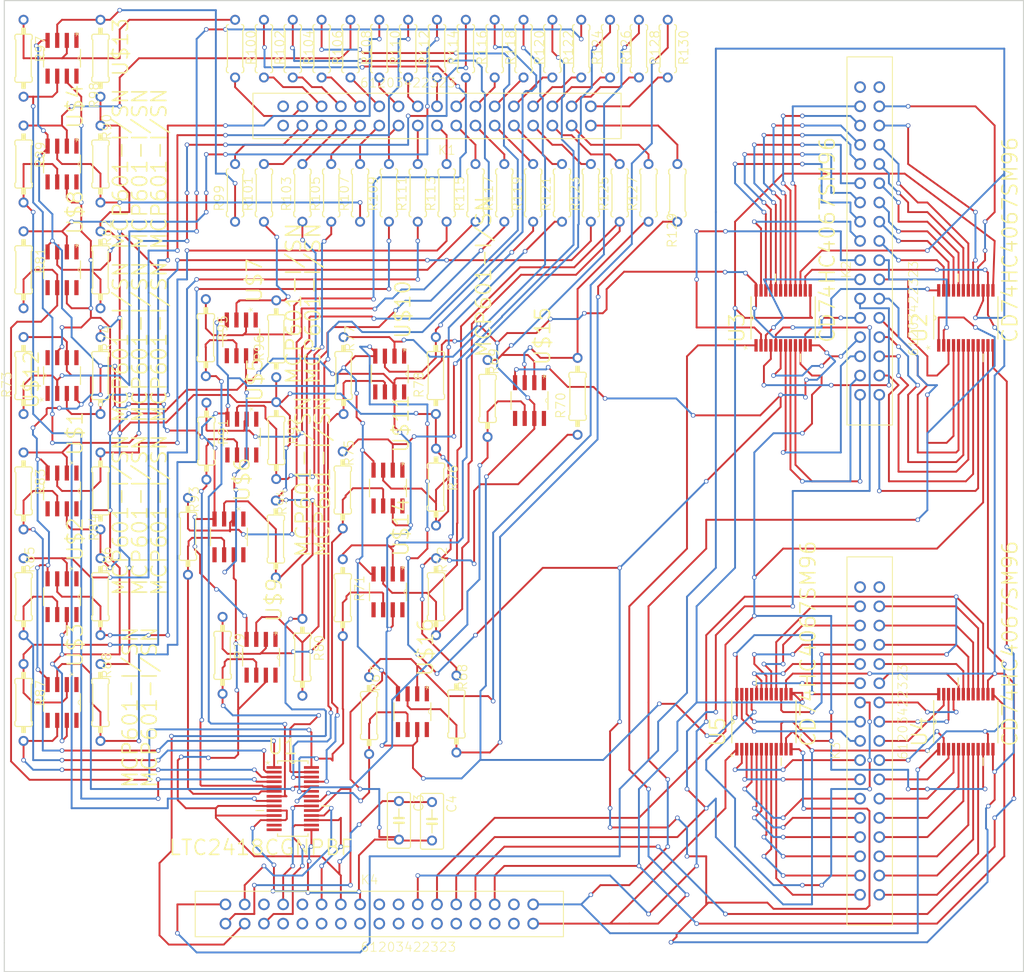
<source format=kicad_pcb>
(kicad_pcb (version 4) (host pcbnew 4.0.4-stable)
  (layers (0 Top signal) (31 Bottom signal) (34 B.Paste user) (35 F.Paste user) (36 B.SilkS user) (37 F.SilkS user) (38 B.Mask user) (39 F.Mask user) (44 Edge.Cuts user))
  (net 0 "")
  (net 1 N$1)
  (net 2 N$3)
  (net 3 N$4)
  (net 4 N$5)
  (net 5 N$6)
  (net 6 N$7)
  (net 7 N$8)
  (net 8 N$9)
  (net 9 N$10)
  (net 10 N$11)
  (net 11 N$12)
  (net 12 N$13)
  (net 13 N$14)
  (net 14 N$15)
  (net 15 N$16)
  (net 16 VCC)
  (net 17 GND)
  (net 18 N$17)
  (net 19 N$20)
  (net 20 N$22)
  (net 21 N$24)
  (net 22 N$25)
  (net 23 N$27)
  (net 24 N$30)
  (net 25 N$32)
  (net 26 N$34)
  (net 27 N$36)
  (net 28 N$38)
  (net 29 N$40)
  (net 30 N$42)
  (net 31 N$44)
  (net 32 N$46)
  (net 33 N$48)
  (net 34 N$50)
  (net 35 N$52)
  (net 36 N$54)
  (net 37 N$56)
  (net 38 N$58)
  (net 39 N$18)
  (net 40 N$19)
  (net 41 N$21)
  (net 42 N$23)
  (net 43 N$26)
  (net 44 N$28)
  (net 45 N$29)
  (net 46 N$31)
  (net 47 N$33)
  (net 48 N$35)
  (net 49 N$37)
  (net 50 N$39)
  (net 51 N$43)
  (net 52 N$45)
  (net 53 N$47)
  (net 54 N$49)
  (net 55 N$51)
  (net 56 N$53)
  (net 57 N$55)
  (net 58 N$57)
  (net 59 N$59)
  (net 60 N$60)
  (net 61 N$61)
  (net 62 N$62)
  (net 63 N$64)
  (net 64 N$65)
  (net 65 N$66)
  (net 66 N$67)
  (net 67 N$68)
  (net 68 N$70)
  (net 69 N$71)
  (net 70 N$72)
  (net 71 N$73)
  (net 72 N$74)
  (net 73 N$75)
  (net 74 N$76)
  (net 75 N$77)
  (net 76 N$78)
  (net 77 N$79)
  (net 78 N$80)
  (net 79 N$81)
  (net 80 N$82)
  (net 81 N$83)
  (net 82 N$84)
  (net 83 N$85)
  (net 84 N$86)
  (net 85 N$87)
  (net 86 N$88)
  (net 87 N$89)
  (net 88 N$90)
  (net 89 N$91)
  (net 90 N$92)
  (net 91 N$93)
  (net 92 N$94)
  (net 93 N$95)
  (net 94 N$96)
  (net 95 N$97)
  (net 96 N$98)
  (net 97 N$99)
  (net 98 N$100)
  (net 99 N$101)
  (net 100 N$102)
  (net 101 N$103)
  (net 102 N$104)
  (net 103 N$105)
  (net 104 N$106)
  (net 105 N$107)
  (net 106 N$108)
  (net 107 N$109)
  (net 108 N$110)
  (net 109 N$111)
  (net 110 N$112)
  (net 111 N$113)
  (net 112 N$114)
  (net 113 N$115)
  (net 114 N$116)
  (net 115 N$117)
  (net 116 N$118)
  (net 117 N$119)
  (net 118 N$120)
  (net 119 N$121)
  (net 120 N$122)
  (net 121 N$123)
  (net 122 N$124)
  (net 123 N$125)
  (net 124 N$126)
  (net 125 N$127)
  (net 126 N$128)
  (net 127 N$129)
  (net 128 N$130)
  (net 129 N$131)
  (net 130 N$132)
  (net 131 N$133)
  (net 132 N$134)
  (net 133 N$135)
  (net 134 N$136)
  (net 135 N$137)
  (net 136 N$138)
  (net 137 N$139)
  (net 138 N$140)
  (net 139 N$141)
  (net 140 N$142)
  (net 141 N$143)
  (net 142 N$144)
  (net 143 N$145)
  (net 144 N$153)
  (net 145 N$41)
  (net 146 N$63)
  (net 147 N$69)
  (net 148 N$146)
  (net 149 N$147)
  (net 150 N$148)
  (net 151 N$149)
  (net 152 N$152)
  (net 153 N$154)
  (net 154 N$160)
  (net 155 N$161)
  (net 156 N$151)
  (net 157 N$162)
  (net 158 N$155)
  (net 159 N$156)
  (net 160 N$157)
  (module SOP65P780X200-24N (layer Top) (at 186.69 78.74 90)
    (fp_text reference U2 (at -3.4544 -4.953 90) (layer F.SilkS) (effects (font (size 1.97866 1.97866) (thickness 0.20828)) (justify left bottom)))
    (fp_text value CD74HC4067SM96 (at -3.4544 6.985 90) (layer F.SilkS) (effects (font (size 1.97866 1.97866) (thickness 0.20828)) (justify left bottom)))
    (fp_text user * (at -4.445 -3.8862 90) (layer F.SilkS) (effects (font (size 1.2065 1.2065) (thickness 0.0762)) (justify left bottom)))
    (pad 1 smd rect (at -3.6322 -3.5814 90) (size 1.651 0.4318) (layers Top F.Paste F.Mask) (net 154 N$160))
    (pad 2 smd rect (at -3.6322 -2.921 90) (size 1.651 0.4318) (layers Top F.Paste F.Mask) (net 103 N$105))
    (pad 3 smd rect (at -3.6322 -2.286 90) (size 1.651 0.4318) (layers Top F.Paste F.Mask) (net 102 N$104))
    (pad 4 smd rect (at -3.6322 -1.6256 90) (size 1.651 0.4318) (layers Top F.Paste F.Mask) (net 101 N$103))
    (pad 5 smd rect (at -3.6322 -0.9652 90) (size 1.651 0.4318) (layers Top F.Paste F.Mask) (net 88 N$90))
    (pad 6 smd rect (at -3.6322 -0.3302 90) (size 1.651 0.4318) (layers Top F.Paste F.Mask) (net 86 N$88))
    (pad 7 smd rect (at -3.6322 0.3302 90) (size 1.651 0.4318) (layers Top F.Paste F.Mask) (net 84 N$86))
    (pad 8 smd rect (at -3.6322 0.9652 90) (size 1.651 0.4318) (layers Top F.Paste F.Mask) (net 82 N$84))
    (pad 9 smd rect (at -3.6322 1.6256 90) (size 1.651 0.4318) (layers Top F.Paste F.Mask) (net 80 N$82))
    (pad 10 smd rect (at -3.6322 2.286 90) (size 1.651 0.4318) (layers Top F.Paste F.Mask) (net 157 N$162))
    (pad 11 smd rect (at -3.6322 2.921 90) (size 1.651 0.4318) (layers Top F.Paste F.Mask) (net 158 N$155))
    (pad 12 smd rect (at -3.6322 3.5814 90) (size 1.651 0.4318) (layers Top F.Paste F.Mask) (net 17 GND))
    (pad 13 smd rect (at 3.6322 3.5814 90) (size 1.651 0.4318) (layers Top F.Paste F.Mask) (net 159 N$156))
    (pad 14 smd rect (at 3.6322 2.921 90) (size 1.651 0.4318) (layers Top F.Paste F.Mask) (net 156 N$151))
    (pad 15 smd rect (at 3.6322 2.286 90) (size 1.651 0.4318) (layers Top F.Paste F.Mask) (net 152 N$152))
    (pad 16 smd rect (at 3.6322 1.6256 90) (size 1.651 0.4318) (layers Top F.Paste F.Mask) (net 111 N$113))
    (pad 17 smd rect (at 3.6322 0.9652 90) (size 1.651 0.4318) (layers Top F.Paste F.Mask) (net 110 N$112))
    (pad 18 smd rect (at 3.6322 0.3302 90) (size 1.651 0.4318) (layers Top F.Paste F.Mask) (net 109 N$111))
    (pad 19 smd rect (at 3.6322 -0.3302 90) (size 1.651 0.4318) (layers Top F.Paste F.Mask) (net 108 N$110))
    (pad 20 smd rect (at 3.6322 -0.9652 90) (size 1.651 0.4318) (layers Top F.Paste F.Mask) (net 107 N$109))
    (pad 21 smd rect (at 3.6322 -1.6256 90) (size 1.651 0.4318) (layers Top F.Paste F.Mask) (net 106 N$108))
    (pad 22 smd rect (at 3.6322 -2.286 90) (size 1.651 0.4318) (layers Top F.Paste F.Mask) (net 105 N$107))
    (pad 23 smd rect (at 3.6322 -2.921 90) (size 1.651 0.4318) (layers Top F.Paste F.Mask) (net 104 N$106))
    (pad 24 smd rect (at 3.6322 -3.5814 90) (size 1.651 0.4318) (layers Top F.Paste F.Mask) (net 16 VCC))
  )
  (module SOP65P780X200-24N (layer Top) (at 160.02 132.08 90)
    (fp_text reference U5 (at -3.4544 -4.953 90) (layer F.SilkS) (effects (font (size 1.97866 1.97866) (thickness 0.20828)) (justify left bottom)))
    (fp_text value CD74HC4067SM96 (at -3.4544 6.985 90) (layer F.SilkS) (effects (font (size 1.97866 1.97866) (thickness 0.20828)) (justify left bottom)))
    (fp_text user * (at -4.445 -3.8862 90) (layer F.SilkS) (effects (font (size 1.2065 1.2065) (thickness 0.0762))))
    (pad 1 smd rect (at -3.6322 -3.5814 90) (size 1.651 0.4318) (layers Top F.Paste F.Mask) (net 155 N$161))
    (pad 2 smd rect (at -3.6322 -2.921 90) (size 1.651 0.4318) (layers Top F.Paste F.Mask) (net 135 N$137))
    (pad 3 smd rect (at -3.6322 -2.286 90) (size 1.651 0.4318) (layers Top F.Paste F.Mask) (net 134 N$136))
    (pad 4 smd rect (at -3.6322 -1.6256 90) (size 1.651 0.4318) (layers Top F.Paste F.Mask) (net 133 N$135))
    (pad 5 smd rect (at -3.6322 -0.9652 90) (size 1.651 0.4318) (layers Top F.Paste F.Mask) (net 132 N$134))
    (pad 6 smd rect (at -3.6322 -0.3302 90) (size 1.651 0.4318) (layers Top F.Paste F.Mask) (net 131 N$133))
    (pad 7 smd rect (at -3.6322 0.3302 90) (size 1.651 0.4318) (layers Top F.Paste F.Mask) (net 130 N$132))
    (pad 8 smd rect (at -3.6322 0.9652 90) (size 1.651 0.4318) (layers Top F.Paste F.Mask) (net 129 N$131))
    (pad 9 smd rect (at -3.6322 1.6256 90) (size 1.651 0.4318) (layers Top F.Paste F.Mask) (net 128 N$130))
    (pad 10 smd rect (at -3.6322 2.286 90) (size 1.651 0.4318) (layers Top F.Paste F.Mask) (net 157 N$162))
    (pad 11 smd rect (at -3.6322 2.921 90) (size 1.651 0.4318) (layers Top F.Paste F.Mask) (net 158 N$155))
    (pad 12 smd rect (at -3.6322 3.5814 90) (size 1.651 0.4318) (layers Top F.Paste F.Mask) (net 17 GND))
    (pad 13 smd rect (at 3.6322 3.5814 90) (size 1.651 0.4318) (layers Top F.Paste F.Mask) (net 159 N$156))
    (pad 14 smd rect (at 3.6322 2.921 90) (size 1.651 0.4318) (layers Top F.Paste F.Mask) (net 156 N$151))
    (pad 15 smd rect (at 3.6322 2.286 90) (size 1.651 0.4318) (layers Top F.Paste F.Mask) (net 153 N$154))
    (pad 16 smd rect (at 3.6322 1.6256 90) (size 1.651 0.4318) (layers Top F.Paste F.Mask) (net 143 N$145))
    (pad 17 smd rect (at 3.6322 0.9652 90) (size 1.651 0.4318) (layers Top F.Paste F.Mask) (net 142 N$144))
    (pad 18 smd rect (at 3.6322 0.3302 90) (size 1.651 0.4318) (layers Top F.Paste F.Mask) (net 141 N$143))
    (pad 19 smd rect (at 3.6322 -0.3302 90) (size 1.651 0.4318) (layers Top F.Paste F.Mask) (net 140 N$142))
    (pad 20 smd rect (at 3.6322 -0.9652 90) (size 1.651 0.4318) (layers Top F.Paste F.Mask) (net 139 N$141))
    (pad 21 smd rect (at 3.6322 -1.6256 90) (size 1.651 0.4318) (layers Top F.Paste F.Mask) (net 138 N$140))
    (pad 22 smd rect (at 3.6322 -2.286 90) (size 1.651 0.4318) (layers Top F.Paste F.Mask) (net 137 N$139))
    (pad 23 smd rect (at 3.6322 -2.921 90) (size 1.651 0.4318) (layers Top F.Paste F.Mask) (net 136 N$138))
    (pad 24 smd rect (at 3.6322 -3.5814 90) (size 1.651 0.4318) (layers Top F.Paste F.Mask) (net 16 VCC))
  )
  (module C050-030X075 (layer Top) (at 111.8108 145.1102 270)
    (fp_text reference C3 (at -3.556 -1.905 270) (layer F.SilkS) (effects (font (size 1.2065 1.2065) (thickness 0.127)) (justify right top)))
    (fp_text value "" (at -3.556 3.048 270) (layer F.SilkS) (effects (font (size 1.2065 1.2065) (thickness 0.127)) (justify right top)))
    (pad 1 thru_hole circle (at -2.54 0 270) (size 1.3208 1.3208) (drill 0.8128) (layers *.Cu *.Mask) (net 16 VCC))
    (pad 2 thru_hole circle (at 2.54 0 270) (size 1.3208 1.3208) (drill 0.8128) (layers *.Cu *.Mask) (net 17 GND))
  )
  (module C050-030X075 (layer Top) (at 116.1796 145.2372 270)
    (fp_text reference C4 (at -3.556 -1.905 270) (layer F.SilkS) (effects (font (size 1.2065 1.2065) (thickness 0.127)) (justify right top)))
    (fp_text value "" (at -3.556 3.048 270) (layer F.SilkS) (effects (font (size 1.2065 1.2065) (thickness 0.127)) (justify right top)))
    (pad 1 thru_hole circle (at -2.54 0 270) (size 1.3208 1.3208) (drill 0.8128) (layers *.Cu *.Mask) (net 16 VCC))
    (pad 2 thru_hole circle (at 2.54 0 270) (size 1.3208 1.3208) (drill 0.8128) (layers *.Cu *.Mask) (net 17 GND))
  )
  (module 61203422323 (layer Top) (at 134.62 52.07 180)
    (fp_text reference K1 (at 15.24 -3.81 180) (layer F.SilkS) (effects (font (size 1.2065 1.2065) (thickness 0.1016)) (justify right top)))
    (fp_text value 61203422323 (at 15.24 5.08 180) (layer F.SilkS) (effects (font (size 1.2065 1.2065) (thickness 0.1016)) (justify right top)))
    (pad 1 thru_hole circle (at -2.54 1.27 180) (size 1.53 1.53) (drill 1.02) (layers *.Cu *.Mask) (net 51 N$43))
    (pad 2 thru_hole circle (at -2.54 -1.27 180) (size 1.53 1.53) (drill 1.02) (layers *.Cu *.Mask) (net 145 N$41))
    (pad 3 thru_hole circle (at 0 1.27 180) (size 1.53 1.53) (drill 1.02) (layers *.Cu *.Mask) (net 53 N$47))
    (pad 4 thru_hole circle (at 0 -1.27 180) (size 1.53 1.53) (drill 1.02) (layers *.Cu *.Mask) (net 52 N$45))
    (pad 5 thru_hole circle (at 2.54 1.27 180) (size 1.53 1.53) (drill 1.02) (layers *.Cu *.Mask) (net 55 N$51))
    (pad 6 thru_hole circle (at 2.54 -1.27 180) (size 1.53 1.53) (drill 1.02) (layers *.Cu *.Mask) (net 54 N$49))
    (pad 7 thru_hole circle (at 5.08 1.27 180) (size 1.53 1.53) (drill 1.02) (layers *.Cu *.Mask) (net 57 N$55))
    (pad 8 thru_hole circle (at 5.08 -1.27 180) (size 1.53 1.53) (drill 1.02) (layers *.Cu *.Mask) (net 56 N$53))
    (pad 9 thru_hole circle (at 7.62 1.27 180) (size 1.53 1.53) (drill 1.02) (layers *.Cu *.Mask) (net 59 N$59))
    (pad 10 thru_hole circle (at 7.62 -1.27 180) (size 1.53 1.53) (drill 1.02) (layers *.Cu *.Mask) (net 58 N$57))
    (pad 11 thru_hole circle (at 10.16 1.27 180) (size 1.53 1.53) (drill 1.02) (layers *.Cu *.Mask) (net 61 N$61))
    (pad 12 thru_hole circle (at 10.16 -1.27 180) (size 1.53 1.53) (drill 1.02) (layers *.Cu *.Mask) (net 60 N$60))
    (pad 13 thru_hole circle (at 12.7 1.27 180) (size 1.53 1.53) (drill 1.02) (layers *.Cu *.Mask) (net 144 N$153))
    (pad 14 thru_hole circle (at 12.7 -1.27 180) (size 1.53 1.53) (drill 1.02) (layers *.Cu *.Mask) (net 62 N$62))
    (pad 15 thru_hole circle (at 15.24 1.27 180) (size 1.53 1.53) (drill 1.02) (layers *.Cu *.Mask) (net 64 N$65))
    (pad 16 thru_hole circle (at 15.24 -1.27 180) (size 1.53 1.53) (drill 1.02) (layers *.Cu *.Mask) (net 63 N$64))
    (pad 17 thru_hole circle (at 17.78 1.27 180) (size 1.53 1.53) (drill 1.02) (layers *.Cu *.Mask) (net 66 N$67))
    (pad 18 thru_hole circle (at 17.78 -1.27 180) (size 1.53 1.53) (drill 1.02) (layers *.Cu *.Mask) (net 65 N$66))
    (pad 19 thru_hole circle (at 20.32 1.27 180) (size 1.53 1.53) (drill 1.02) (layers *.Cu *.Mask) (net 146 N$63))
    (pad 20 thru_hole circle (at 20.32 -1.27 180) (size 1.53 1.53) (drill 1.02) (layers *.Cu *.Mask) (net 67 N$68))
    (pad 21 thru_hole circle (at 22.86 1.27 180) (size 1.53 1.53) (drill 1.02) (layers *.Cu *.Mask) (net 69 N$71))
    (pad 22 thru_hole circle (at 22.86 -1.27 180) (size 1.53 1.53) (drill 1.02) (layers *.Cu *.Mask) (net 68 N$70))
    (pad 23 thru_hole circle (at 25.4 1.27 180) (size 1.53 1.53) (drill 1.02) (layers *.Cu *.Mask) (net 73 N$75))
    (pad 24 thru_hole circle (at 25.4 -1.27 180) (size 1.53 1.53) (drill 1.02) (layers *.Cu *.Mask) (net 70 N$72))
    (pad 25 thru_hole circle (at 27.94 1.27 180) (size 1.53 1.53) (drill 1.02) (layers *.Cu *.Mask) (net 72 N$74))
    (pad 26 thru_hole circle (at 27.94 -1.27 180) (size 1.53 1.53) (drill 1.02) (layers *.Cu *.Mask) (net 71 N$73))
    (pad 27 thru_hole circle (at 30.48 1.27 180) (size 1.53 1.53) (drill 1.02) (layers *.Cu *.Mask) (net 75 N$77))
    (pad 28 thru_hole circle (at 30.48 -1.27 180) (size 1.53 1.53) (drill 1.02) (layers *.Cu *.Mask) (net 74 N$76))
    (pad 29 thru_hole circle (at 33.02 1.27 180) (size 1.53 1.53) (drill 1.02) (layers *.Cu *.Mask) (net 77 N$79))
    (pad 30 thru_hole circle (at 33.02 -1.27 180) (size 1.53 1.53) (drill 1.02) (layers *.Cu *.Mask) (net 76 N$78))
    (pad 31 thru_hole circle (at 35.56 1.27 180) (size 1.53 1.53) (drill 1.02) (layers *.Cu *.Mask) (net 79 N$81))
    (pad 32 thru_hole circle (at 35.56 -1.27 180) (size 1.53 1.53) (drill 1.02) (layers *.Cu *.Mask) (net 78 N$80))
    (pad 33 thru_hole circle (at 38.1 1.27 180) (size 1.53 1.53) (drill 1.02) (layers *.Cu *.Mask))
    (pad 34 thru_hole circle (at 38.1 -1.27 180) (size 1.53 1.53) (drill 1.02) (layers *.Cu *.Mask))
  )
  (module 61203422323 (layer Top) (at 173.99 86.36 90)
    (fp_text reference K2 (at 15.24 -3.81 90) (layer F.SilkS) (effects (font (size 1.2065 1.2065) (thickness 0.1016)) (justify right top)))
    (fp_text value 61203422323 (at 15.24 5.08 90) (layer F.SilkS) (effects (font (size 1.2065 1.2065) (thickness 0.1016)) (justify right top)))
    (pad 1 thru_hole circle (at -2.54 1.27 90) (size 1.53 1.53) (drill 1.02) (layers *.Cu *.Mask) (net 80 N$82))
    (pad 2 thru_hole circle (at -2.54 -1.27 90) (size 1.53 1.53) (drill 1.02) (layers *.Cu *.Mask) (net 81 N$83))
    (pad 3 thru_hole circle (at 0 1.27 90) (size 1.53 1.53) (drill 1.02) (layers *.Cu *.Mask) (net 82 N$84))
    (pad 4 thru_hole circle (at 0 -1.27 90) (size 1.53 1.53) (drill 1.02) (layers *.Cu *.Mask) (net 83 N$85))
    (pad 5 thru_hole circle (at 2.54 1.27 90) (size 1.53 1.53) (drill 1.02) (layers *.Cu *.Mask) (net 84 N$86))
    (pad 6 thru_hole circle (at 2.54 -1.27 90) (size 1.53 1.53) (drill 1.02) (layers *.Cu *.Mask) (net 85 N$87))
    (pad 7 thru_hole circle (at 5.08 1.27 90) (size 1.53 1.53) (drill 1.02) (layers *.Cu *.Mask) (net 86 N$88))
    (pad 8 thru_hole circle (at 5.08 -1.27 90) (size 1.53 1.53) (drill 1.02) (layers *.Cu *.Mask) (net 87 N$89))
    (pad 9 thru_hole circle (at 7.62 1.27 90) (size 1.53 1.53) (drill 1.02) (layers *.Cu *.Mask) (net 88 N$90))
    (pad 10 thru_hole circle (at 7.62 -1.27 90) (size 1.53 1.53) (drill 1.02) (layers *.Cu *.Mask) (net 89 N$91))
    (pad 11 thru_hole circle (at 10.16 1.27 90) (size 1.53 1.53) (drill 1.02) (layers *.Cu *.Mask) (net 101 N$103))
    (pad 12 thru_hole circle (at 10.16 -1.27 90) (size 1.53 1.53) (drill 1.02) (layers *.Cu *.Mask) (net 90 N$92))
    (pad 13 thru_hole circle (at 12.7 1.27 90) (size 1.53 1.53) (drill 1.02) (layers *.Cu *.Mask) (net 102 N$104))
    (pad 14 thru_hole circle (at 12.7 -1.27 90) (size 1.53 1.53) (drill 1.02) (layers *.Cu *.Mask) (net 91 N$93))
    (pad 15 thru_hole circle (at 15.24 1.27 90) (size 1.53 1.53) (drill 1.02) (layers *.Cu *.Mask) (net 103 N$105))
    (pad 16 thru_hole circle (at 15.24 -1.27 90) (size 1.53 1.53) (drill 1.02) (layers *.Cu *.Mask) (net 92 N$94))
    (pad 17 thru_hole circle (at 17.78 1.27 90) (size 1.53 1.53) (drill 1.02) (layers *.Cu *.Mask) (net 104 N$106))
    (pad 18 thru_hole circle (at 17.78 -1.27 90) (size 1.53 1.53) (drill 1.02) (layers *.Cu *.Mask) (net 93 N$95))
    (pad 19 thru_hole circle (at 20.32 1.27 90) (size 1.53 1.53) (drill 1.02) (layers *.Cu *.Mask) (net 105 N$107))
    (pad 20 thru_hole circle (at 20.32 -1.27 90) (size 1.53 1.53) (drill 1.02) (layers *.Cu *.Mask) (net 94 N$96))
    (pad 21 thru_hole circle (at 22.86 1.27 90) (size 1.53 1.53) (drill 1.02) (layers *.Cu *.Mask) (net 106 N$108))
    (pad 22 thru_hole circle (at 22.86 -1.27 90) (size 1.53 1.53) (drill 1.02) (layers *.Cu *.Mask) (net 95 N$97))
    (pad 23 thru_hole circle (at 25.4 1.27 90) (size 1.53 1.53) (drill 1.02) (layers *.Cu *.Mask) (net 107 N$109))
    (pad 24 thru_hole circle (at 25.4 -1.27 90) (size 1.53 1.53) (drill 1.02) (layers *.Cu *.Mask) (net 96 N$98))
    (pad 25 thru_hole circle (at 27.94 1.27 90) (size 1.53 1.53) (drill 1.02) (layers *.Cu *.Mask) (net 108 N$110))
    (pad 26 thru_hole circle (at 27.94 -1.27 90) (size 1.53 1.53) (drill 1.02) (layers *.Cu *.Mask) (net 97 N$99))
    (pad 27 thru_hole circle (at 30.48 1.27 90) (size 1.53 1.53) (drill 1.02) (layers *.Cu *.Mask) (net 109 N$111))
    (pad 28 thru_hole circle (at 30.48 -1.27 90) (size 1.53 1.53) (drill 1.02) (layers *.Cu *.Mask) (net 98 N$100))
    (pad 29 thru_hole circle (at 33.02 1.27 90) (size 1.53 1.53) (drill 1.02) (layers *.Cu *.Mask) (net 110 N$112))
    (pad 30 thru_hole circle (at 33.02 -1.27 90) (size 1.53 1.53) (drill 1.02) (layers *.Cu *.Mask) (net 99 N$101))
    (pad 31 thru_hole circle (at 35.56 1.27 90) (size 1.53 1.53) (drill 1.02) (layers *.Cu *.Mask) (net 111 N$113))
    (pad 32 thru_hole circle (at 35.56 -1.27 90) (size 1.53 1.53) (drill 1.02) (layers *.Cu *.Mask) (net 100 N$102))
    (pad 33 thru_hole circle (at 38.1 1.27 90) (size 1.53 1.53) (drill 1.02) (layers *.Cu *.Mask))
    (pad 34 thru_hole circle (at 38.1 -1.27 90) (size 1.53 1.53) (drill 1.02) (layers *.Cu *.Mask))
  )
  (module 61203422323 (layer Top) (at 173.99 152.4 90)
    (fp_text reference K3 (at 15.24 -3.81 90) (layer F.SilkS) (effects (font (size 1.2065 1.2065) (thickness 0.1016)) (justify left bottom)))
    (fp_text value 61203422323 (at 15.24 5.08 90) (layer F.SilkS) (effects (font (size 1.2065 1.2065) (thickness 0.1016)) (justify left bottom)))
    (pad 1 thru_hole circle (at -2.54 1.27 90) (size 1.53 1.53) (drill 1.02) (layers *.Cu *.Mask) (net 112 N$114))
    (pad 2 thru_hole circle (at -2.54 -1.27 90) (size 1.53 1.53) (drill 1.02) (layers *.Cu *.Mask) (net 128 N$130))
    (pad 3 thru_hole circle (at 0 1.27 90) (size 1.53 1.53) (drill 1.02) (layers *.Cu *.Mask) (net 113 N$115))
    (pad 4 thru_hole circle (at 0 -1.27 90) (size 1.53 1.53) (drill 1.02) (layers *.Cu *.Mask) (net 129 N$131))
    (pad 5 thru_hole circle (at 2.54 1.27 90) (size 1.53 1.53) (drill 1.02) (layers *.Cu *.Mask) (net 114 N$116))
    (pad 6 thru_hole circle (at 2.54 -1.27 90) (size 1.53 1.53) (drill 1.02) (layers *.Cu *.Mask) (net 130 N$132))
    (pad 7 thru_hole circle (at 5.08 1.27 90) (size 1.53 1.53) (drill 1.02) (layers *.Cu *.Mask) (net 115 N$117))
    (pad 8 thru_hole circle (at 5.08 -1.27 90) (size 1.53 1.53) (drill 1.02) (layers *.Cu *.Mask) (net 131 N$133))
    (pad 9 thru_hole circle (at 7.62 1.27 90) (size 1.53 1.53) (drill 1.02) (layers *.Cu *.Mask) (net 116 N$118))
    (pad 10 thru_hole circle (at 7.62 -1.27 90) (size 1.53 1.53) (drill 1.02) (layers *.Cu *.Mask) (net 132 N$134))
    (pad 11 thru_hole circle (at 10.16 1.27 90) (size 1.53 1.53) (drill 1.02) (layers *.Cu *.Mask) (net 117 N$119))
    (pad 12 thru_hole circle (at 10.16 -1.27 90) (size 1.53 1.53) (drill 1.02) (layers *.Cu *.Mask) (net 133 N$135))
    (pad 13 thru_hole circle (at 12.7 1.27 90) (size 1.53 1.53) (drill 1.02) (layers *.Cu *.Mask) (net 118 N$120))
    (pad 14 thru_hole circle (at 12.7 -1.27 90) (size 1.53 1.53) (drill 1.02) (layers *.Cu *.Mask) (net 134 N$136))
    (pad 15 thru_hole circle (at 15.24 1.27 90) (size 1.53 1.53) (drill 1.02) (layers *.Cu *.Mask) (net 119 N$121))
    (pad 16 thru_hole circle (at 15.24 -1.27 90) (size 1.53 1.53) (drill 1.02) (layers *.Cu *.Mask) (net 135 N$137))
    (pad 17 thru_hole circle (at 17.78 1.27 90) (size 1.53 1.53) (drill 1.02) (layers *.Cu *.Mask) (net 120 N$122))
    (pad 18 thru_hole circle (at 17.78 -1.27 90) (size 1.53 1.53) (drill 1.02) (layers *.Cu *.Mask) (net 136 N$138))
    (pad 19 thru_hole circle (at 20.32 1.27 90) (size 1.53 1.53) (drill 1.02) (layers *.Cu *.Mask) (net 121 N$123))
    (pad 20 thru_hole circle (at 20.32 -1.27 90) (size 1.53 1.53) (drill 1.02) (layers *.Cu *.Mask) (net 137 N$139))
    (pad 21 thru_hole circle (at 22.86 1.27 90) (size 1.53 1.53) (drill 1.02) (layers *.Cu *.Mask) (net 122 N$124))
    (pad 22 thru_hole circle (at 22.86 -1.27 90) (size 1.53 1.53) (drill 1.02) (layers *.Cu *.Mask) (net 138 N$140))
    (pad 23 thru_hole circle (at 25.4 1.27 90) (size 1.53 1.53) (drill 1.02) (layers *.Cu *.Mask) (net 123 N$125))
    (pad 24 thru_hole circle (at 25.4 -1.27 90) (size 1.53 1.53) (drill 1.02) (layers *.Cu *.Mask) (net 139 N$141))
    (pad 25 thru_hole circle (at 27.94 1.27 90) (size 1.53 1.53) (drill 1.02) (layers *.Cu *.Mask) (net 124 N$126))
    (pad 26 thru_hole circle (at 27.94 -1.27 90) (size 1.53 1.53) (drill 1.02) (layers *.Cu *.Mask) (net 140 N$142))
    (pad 27 thru_hole circle (at 30.48 1.27 90) (size 1.53 1.53) (drill 1.02) (layers *.Cu *.Mask) (net 125 N$127))
    (pad 28 thru_hole circle (at 30.48 -1.27 90) (size 1.53 1.53) (drill 1.02) (layers *.Cu *.Mask) (net 141 N$143))
    (pad 29 thru_hole circle (at 33.02 1.27 90) (size 1.53 1.53) (drill 1.02) (layers *.Cu *.Mask) (net 126 N$128))
    (pad 30 thru_hole circle (at 33.02 -1.27 90) (size 1.53 1.53) (drill 1.02) (layers *.Cu *.Mask) (net 142 N$144))
    (pad 31 thru_hole circle (at 35.56 1.27 90) (size 1.53 1.53) (drill 1.02) (layers *.Cu *.Mask) (net 127 N$129))
    (pad 32 thru_hole circle (at 35.56 -1.27 90) (size 1.53 1.53) (drill 1.02) (layers *.Cu *.Mask) (net 143 N$145))
    (pad 33 thru_hole circle (at 38.1 1.27 90) (size 1.53 1.53) (drill 1.02) (layers *.Cu *.Mask))
    (pad 34 thru_hole circle (at 38.1 -1.27 90) (size 1.53 1.53) (drill 1.02) (layers *.Cu *.Mask))
  )
  (module 61203422323 (layer Top) (at 91.44 157.48)
    (fp_text reference K4 (at 15.24 -3.81) (layer F.SilkS) (effects (font (size 1.2065 1.2065) (thickness 0.1016)) (justify left bottom)))
    (fp_text value 61203422323 (at 15.24 5.08) (layer F.SilkS) (effects (font (size 1.2065 1.2065) (thickness 0.1016)) (justify left bottom)))
    (pad 1 thru_hole circle (at -2.54 1.27) (size 1.53 1.53) (drill 1.02) (layers *.Cu *.Mask) (net 147 N$69))
    (pad 2 thru_hole circle (at -2.54 -1.27) (size 1.53 1.53) (drill 1.02) (layers *.Cu *.Mask) (net 152 N$152))
    (pad 3 thru_hole circle (at 0 1.27) (size 1.53 1.53) (drill 1.02) (layers *.Cu *.Mask) (net 18 N$17))
    (pad 4 thru_hole circle (at 0 -1.27) (size 1.53 1.53) (drill 1.02) (layers *.Cu *.Mask) (net 149 N$147))
    (pad 5 thru_hole circle (at 2.54 1.27) (size 1.53 1.53) (drill 1.02) (layers *.Cu *.Mask) (net 148 N$146))
    (pad 6 thru_hole circle (at 2.54 -1.27) (size 1.53 1.53) (drill 1.02) (layers *.Cu *.Mask))
    (pad 7 thru_hole circle (at 5.08 1.27) (size 1.53 1.53) (drill 1.02) (layers *.Cu *.Mask))
    (pad 8 thru_hole circle (at 5.08 -1.27) (size 1.53 1.53) (drill 1.02) (layers *.Cu *.Mask) (net 150 N$148))
    (pad 9 thru_hole circle (at 7.62 1.27) (size 1.53 1.53) (drill 1.02) (layers *.Cu *.Mask))
    (pad 10 thru_hole circle (at 7.62 -1.27) (size 1.53 1.53) (drill 1.02) (layers *.Cu *.Mask))
    (pad 11 thru_hole circle (at 10.16 1.27) (size 1.53 1.53) (drill 1.02) (layers *.Cu *.Mask))
    (pad 12 thru_hole circle (at 10.16 -1.27) (size 1.53 1.53) (drill 1.02) (layers *.Cu *.Mask) (net 151 N$149))
    (pad 13 thru_hole circle (at 12.7 1.27) (size 1.53 1.53) (drill 1.02) (layers *.Cu *.Mask))
    (pad 14 thru_hole circle (at 12.7 -1.27) (size 1.53 1.53) (drill 1.02) (layers *.Cu *.Mask) (net 16 VCC))
    (pad 15 thru_hole circle (at 15.24 1.27) (size 1.53 1.53) (drill 1.02) (layers *.Cu *.Mask))
    (pad 16 thru_hole circle (at 15.24 -1.27) (size 1.53 1.53) (drill 1.02) (layers *.Cu *.Mask) (net 17 GND))
    (pad 17 thru_hole circle (at 17.78 1.27) (size 1.53 1.53) (drill 1.02) (layers *.Cu *.Mask))
    (pad 18 thru_hole circle (at 17.78 -1.27) (size 1.53 1.53) (drill 1.02) (layers *.Cu *.Mask))
    (pad 19 thru_hole circle (at 20.32 1.27) (size 1.53 1.53) (drill 1.02) (layers *.Cu *.Mask))
    (pad 20 thru_hole circle (at 20.32 -1.27) (size 1.53 1.53) (drill 1.02) (layers *.Cu *.Mask))
    (pad 21 thru_hole circle (at 22.86 1.27) (size 1.53 1.53) (drill 1.02) (layers *.Cu *.Mask))
    (pad 22 thru_hole circle (at 22.86 -1.27) (size 1.53 1.53) (drill 1.02) (layers *.Cu *.Mask) (net 153 N$154))
    (pad 23 thru_hole circle (at 25.4 1.27) (size 1.53 1.53) (drill 1.02) (layers *.Cu *.Mask))
    (pad 24 thru_hole circle (at 25.4 -1.27) (size 1.53 1.53) (drill 1.02) (layers *.Cu *.Mask) (net 157 N$162))
    (pad 25 thru_hole circle (at 27.94 1.27) (size 1.53 1.53) (drill 1.02) (layers *.Cu *.Mask))
    (pad 26 thru_hole circle (at 27.94 -1.27) (size 1.53 1.53) (drill 1.02) (layers *.Cu *.Mask) (net 158 N$155))
    (pad 27 thru_hole circle (at 30.48 1.27) (size 1.53 1.53) (drill 1.02) (layers *.Cu *.Mask))
    (pad 28 thru_hole circle (at 30.48 -1.27) (size 1.53 1.53) (drill 1.02) (layers *.Cu *.Mask) (net 156 N$151))
    (pad 29 thru_hole circle (at 33.02 1.27) (size 1.53 1.53) (drill 1.02) (layers *.Cu *.Mask))
    (pad 30 thru_hole circle (at 33.02 -1.27) (size 1.53 1.53) (drill 1.02) (layers *.Cu *.Mask) (net 159 N$156))
    (pad 31 thru_hole circle (at 35.56 1.27) (size 1.53 1.53) (drill 1.02) (layers *.Cu *.Mask))
    (pad 32 thru_hole circle (at 35.56 -1.27) (size 1.53 1.53) (drill 1.02) (layers *.Cu *.Mask))
    (pad 33 thru_hole circle (at 38.1 1.27) (size 1.53 1.53) (drill 1.02) (layers *.Cu *.Mask) (net 155 N$161))
    (pad 34 thru_hole circle (at 38.1 -1.27) (size 1.53 1.53) (drill 1.02) (layers *.Cu *.Mask) (net 154 N$160))
  )
  (module 0207%2f7 (layer Top) (at 90.17 43.18 270)
    (fp_text reference R100 (at -2.54 -1.397 270) (layer F.SilkS) (effects (font (size 1.2065 1.2065) (thickness 0.127)) (justify right top)))
    (fp_text value "" (at -2.286 0.5588 270) (layer F.SilkS) (effects (font (size 1.2065 1.2065) (thickness 0.127)) (justify right top)))
    (pad 1 thru_hole circle (at -3.81 0 270) (size 1.3208 1.3208) (drill 0.8128) (layers *.Cu *.Mask) (net 36 N$54))
    (pad 2 thru_hole circle (at 3.81 0 270) (size 1.3208 1.3208) (drill 0.8128) (layers *.Cu *.Mask) (net 79 N$81))
  )
  (module 0207%2f7 (layer Top) (at 93.98 62.23 90)
    (fp_text reference R101 (at -2.54 -1.397 90) (layer F.SilkS) (effects (font (size 1.2065 1.2065) (thickness 0.127)) (justify left bottom)))
    (fp_text value "" (at -2.286 0.5588 90) (layer F.SilkS) (effects (font (size 1.2065 1.2065) (thickness 0.127)) (justify left bottom)))
    (pad 1 thru_hole circle (at -3.81 0 90) (size 1.3208 1.3208) (drill 0.8128) (layers *.Cu *.Mask) (net 38 N$58))
    (pad 2 thru_hole circle (at 3.81 0 90) (size 1.3208 1.3208) (drill 0.8128) (layers *.Cu *.Mask) (net 76 N$78))
  )
  (module 0207%2f7 (layer Top) (at 93.98 43.18 270)
    (fp_text reference R102 (at -2.54 -1.397 270) (layer F.SilkS) (effects (font (size 1.2065 1.2065) (thickness 0.127)) (justify right top)))
    (fp_text value "" (at -2.286 0.5588 270) (layer F.SilkS) (effects (font (size 1.2065 1.2065) (thickness 0.127)) (justify right top)))
    (pad 1 thru_hole circle (at -3.81 0 270) (size 1.3208 1.3208) (drill 0.8128) (layers *.Cu *.Mask) (net 35 N$52))
    (pad 2 thru_hole circle (at 3.81 0 270) (size 1.3208 1.3208) (drill 0.8128) (layers *.Cu *.Mask) (net 77 N$79))
  )
  (module 0207%2f7 (layer Top) (at 99.06 62.23 90)
    (fp_text reference R103 (at -2.54 -1.397 90) (layer F.SilkS) (effects (font (size 1.2065 1.2065) (thickness 0.127)) (justify left bottom)))
    (fp_text value "" (at -2.286 0.5588 90) (layer F.SilkS) (effects (font (size 1.2065 1.2065) (thickness 0.127)) (justify left bottom)))
    (pad 1 thru_hole circle (at -3.81 0 90) (size 1.3208 1.3208) (drill 0.8128) (layers *.Cu *.Mask) (net 39 N$18))
    (pad 2 thru_hole circle (at 3.81 0 90) (size 1.3208 1.3208) (drill 0.8128) (layers *.Cu *.Mask) (net 74 N$76))
  )
  (module 0207%2f7 (layer Top) (at 97.79 43.18 270)
    (fp_text reference R104 (at -2.54 -1.397 270) (layer F.SilkS) (effects (font (size 1.2065 1.2065) (thickness 0.127)) (justify right top)))
    (fp_text value "" (at -2.286 0.5588 270) (layer F.SilkS) (effects (font (size 1.2065 1.2065) (thickness 0.127)) (justify right top)))
    (pad 1 thru_hole circle (at -3.81 0 270) (size 1.3208 1.3208) (drill 0.8128) (layers *.Cu *.Mask) (net 34 N$50))
    (pad 2 thru_hole circle (at 3.81 0 270) (size 1.3208 1.3208) (drill 0.8128) (layers *.Cu *.Mask) (net 75 N$77))
  )
  (module 0207%2f7 (layer Top) (at 102.87 62.23 90)
    (fp_text reference R105 (at -2.54 -1.397 90) (layer F.SilkS) (effects (font (size 1.2065 1.2065) (thickness 0.127)) (justify left bottom)))
    (fp_text value "" (at -2.286 0.5588 90) (layer F.SilkS) (effects (font (size 1.2065 1.2065) (thickness 0.127)) (justify left bottom)))
    (pad 1 thru_hole circle (at -3.81 0 90) (size 1.3208 1.3208) (drill 0.8128) (layers *.Cu *.Mask) (net 40 N$19))
    (pad 2 thru_hole circle (at 3.81 0 90) (size 1.3208 1.3208) (drill 0.8128) (layers *.Cu *.Mask) (net 71 N$73))
  )
  (module 0207%2f7 (layer Top) (at 101.6 43.18 270)
    (fp_text reference R106 (at -2.54 -1.397 270) (layer F.SilkS) (effects (font (size 1.2065 1.2065) (thickness 0.127)) (justify right top)))
    (fp_text value "" (at -2.286 0.5588 270) (layer F.SilkS) (effects (font (size 1.2065 1.2065) (thickness 0.127)) (justify right top)))
    (pad 1 thru_hole circle (at -3.81 0 270) (size 1.3208 1.3208) (drill 0.8128) (layers *.Cu *.Mask) (net 33 N$48))
    (pad 2 thru_hole circle (at 3.81 0 270) (size 1.3208 1.3208) (drill 0.8128) (layers *.Cu *.Mask) (net 72 N$74))
  )
  (module 0207%2f7 (layer Top) (at 106.68 62.23 90)
    (fp_text reference R107 (at -2.54 -1.397 90) (layer F.SilkS) (effects (font (size 1.2065 1.2065) (thickness 0.127)) (justify left bottom)))
    (fp_text value "" (at -2.286 0.5588 90) (layer F.SilkS) (effects (font (size 1.2065 1.2065) (thickness 0.127)) (justify left bottom)))
    (pad 1 thru_hole circle (at -3.81 0 90) (size 1.3208 1.3208) (drill 0.8128) (layers *.Cu *.Mask) (net 41 N$21))
    (pad 2 thru_hole circle (at 3.81 0 90) (size 1.3208 1.3208) (drill 0.8128) (layers *.Cu *.Mask) (net 70 N$72))
  )
  (module 0207%2f7 (layer Top) (at 105.41 43.18 270)
    (fp_text reference R108 (at -2.54 -1.397 270) (layer F.SilkS) (effects (font (size 1.2065 1.2065) (thickness 0.127)) (justify right top)))
    (fp_text value "" (at -2.286 0.5588 270) (layer F.SilkS) (effects (font (size 1.2065 1.2065) (thickness 0.127)) (justify right top)))
    (pad 1 thru_hole circle (at -3.81 0 270) (size 1.3208 1.3208) (drill 0.8128) (layers *.Cu *.Mask) (net 32 N$46))
    (pad 2 thru_hole circle (at 3.81 0 270) (size 1.3208 1.3208) (drill 0.8128) (layers *.Cu *.Mask) (net 73 N$75))
  )
  (module 0207%2f7 (layer Top) (at 110.49 62.23 90)
    (fp_text reference R109 (at -2.54 -1.397 90) (layer F.SilkS) (effects (font (size 1.2065 1.2065) (thickness 0.127)) (justify left bottom)))
    (fp_text value "" (at -2.286 0.5588 90) (layer F.SilkS) (effects (font (size 1.2065 1.2065) (thickness 0.127)) (justify left bottom)))
    (pad 1 thru_hole circle (at -3.81 0 90) (size 1.3208 1.3208) (drill 0.8128) (layers *.Cu *.Mask) (net 42 N$23))
    (pad 2 thru_hole circle (at 3.81 0 90) (size 1.3208 1.3208) (drill 0.8128) (layers *.Cu *.Mask) (net 68 N$70))
  )
  (module 0207%2f7 (layer Top) (at 109.22 43.18 270)
    (fp_text reference R110 (at -2.54 -1.397 270) (layer F.SilkS) (effects (font (size 1.2065 1.2065) (thickness 0.127)) (justify right top)))
    (fp_text value "" (at -2.286 0.5588 270) (layer F.SilkS) (effects (font (size 1.2065 1.2065) (thickness 0.127)) (justify right top)))
    (pad 1 thru_hole circle (at -3.81 0 270) (size 1.3208 1.3208) (drill 0.8128) (layers *.Cu *.Mask) (net 31 N$44))
    (pad 2 thru_hole circle (at 3.81 0 270) (size 1.3208 1.3208) (drill 0.8128) (layers *.Cu *.Mask) (net 69 N$71))
  )
  (module 0207%2f7 (layer Top) (at 114.3 62.23 90)
    (fp_text reference R111 (at -2.54 -1.397 90) (layer F.SilkS) (effects (font (size 1.2065 1.2065) (thickness 0.127)) (justify left bottom)))
    (fp_text value "" (at -2.286 0.5588 90) (layer F.SilkS) (effects (font (size 1.2065 1.2065) (thickness 0.127)) (justify left bottom)))
    (pad 1 thru_hole circle (at -3.81 0 90) (size 1.3208 1.3208) (drill 0.8128) (layers *.Cu *.Mask) (net 43 N$26))
    (pad 2 thru_hole circle (at 3.81 0 90) (size 1.3208 1.3208) (drill 0.8128) (layers *.Cu *.Mask) (net 67 N$68))
  )
  (module 0207%2f7 (layer Top) (at 113.03 43.18 270)
    (fp_text reference R112 (at -2.54 -1.397 270) (layer F.SilkS) (effects (font (size 1.2065 1.2065) (thickness 0.127)) (justify right top)))
    (fp_text value "" (at -2.286 0.5588 270) (layer F.SilkS) (effects (font (size 1.2065 1.2065) (thickness 0.127)) (justify right top)))
    (pad 1 thru_hole circle (at -3.81 0 270) (size 1.3208 1.3208) (drill 0.8128) (layers *.Cu *.Mask) (net 30 N$42))
    (pad 2 thru_hole circle (at 3.81 0 270) (size 1.3208 1.3208) (drill 0.8128) (layers *.Cu *.Mask) (net 146 N$63))
  )
  (module 0207%2f7 (layer Top) (at 118.11 62.23 90)
    (fp_text reference R113 (at -2.54 -1.397 90) (layer F.SilkS) (effects (font (size 1.2065 1.2065) (thickness 0.127)) (justify left bottom)))
    (fp_text value "" (at -2.286 0.5588 90) (layer F.SilkS) (effects (font (size 1.2065 1.2065) (thickness 0.127)) (justify left bottom)))
    (pad 1 thru_hole circle (at -3.81 0 90) (size 1.3208 1.3208) (drill 0.8128) (layers *.Cu *.Mask) (net 44 N$28))
    (pad 2 thru_hole circle (at 3.81 0 90) (size 1.3208 1.3208) (drill 0.8128) (layers *.Cu *.Mask) (net 65 N$66))
  )
  (module 0207%2f7 (layer Top) (at 116.84 43.18 270)
    (fp_text reference R114 (at -2.54 -1.397 270) (layer F.SilkS) (effects (font (size 1.2065 1.2065) (thickness 0.127)) (justify right top)))
    (fp_text value "" (at -2.286 0.5588 270) (layer F.SilkS) (effects (font (size 1.2065 1.2065) (thickness 0.127)) (justify right top)))
    (pad 1 thru_hole circle (at -3.81 0 270) (size 1.3208 1.3208) (drill 0.8128) (layers *.Cu *.Mask) (net 29 N$40))
    (pad 2 thru_hole circle (at 3.81 0 270) (size 1.3208 1.3208) (drill 0.8128) (layers *.Cu *.Mask) (net 66 N$67))
  )
  (module 0207%2f7 (layer Top) (at 121.92 62.23 90)
    (fp_text reference R115 (at -2.54 -1.397 90) (layer F.SilkS) (effects (font (size 1.2065 1.2065) (thickness 0.127)) (justify left bottom)))
    (fp_text value "" (at -2.286 0.5588 90) (layer F.SilkS) (effects (font (size 1.2065 1.2065) (thickness 0.127)) (justify left bottom)))
    (pad 1 thru_hole circle (at -3.81 0 90) (size 1.3208 1.3208) (drill 0.8128) (layers *.Cu *.Mask) (net 45 N$29))
    (pad 2 thru_hole circle (at 3.81 0 90) (size 1.3208 1.3208) (drill 0.8128) (layers *.Cu *.Mask) (net 63 N$64))
  )
  (module 0207%2f7 (layer Top) (at 120.65 43.18 270)
    (fp_text reference R116 (at -2.54 -1.397 270) (layer F.SilkS) (effects (font (size 1.2065 1.2065) (thickness 0.127)) (justify right top)))
    (fp_text value "" (at -2.286 0.5588 270) (layer F.SilkS) (effects (font (size 1.2065 1.2065) (thickness 0.127)) (justify right top)))
    (pad 1 thru_hole circle (at -3.81 0 270) (size 1.3208 1.3208) (drill 0.8128) (layers *.Cu *.Mask) (net 28 N$38))
    (pad 2 thru_hole circle (at 3.81 0 270) (size 1.3208 1.3208) (drill 0.8128) (layers *.Cu *.Mask) (net 64 N$65))
  )
  (module 0207%2f7 (layer Top) (at 125.73 62.23 90)
    (fp_text reference R117 (at -2.54 -1.397 90) (layer F.SilkS) (effects (font (size 1.2065 1.2065) (thickness 0.127)) (justify left bottom)))
    (fp_text value "" (at -2.286 0.5588 90) (layer F.SilkS) (effects (font (size 1.2065 1.2065) (thickness 0.127)) (justify left bottom)))
    (pad 1 thru_hole circle (at -3.81 0 90) (size 1.3208 1.3208) (drill 0.8128) (layers *.Cu *.Mask) (net 46 N$31))
    (pad 2 thru_hole circle (at 3.81 0 90) (size 1.3208 1.3208) (drill 0.8128) (layers *.Cu *.Mask) (net 62 N$62))
  )
  (module 0207%2f7 (layer Top) (at 124.46 43.18 270)
    (fp_text reference R118 (at -2.54 -1.397 270) (layer F.SilkS) (effects (font (size 1.2065 1.2065) (thickness 0.127)) (justify right top)))
    (fp_text value "" (at -2.286 0.5588 270) (layer F.SilkS) (effects (font (size 1.2065 1.2065) (thickness 0.127)) (justify right top)))
    (pad 1 thru_hole circle (at -3.81 0 270) (size 1.3208 1.3208) (drill 0.8128) (layers *.Cu *.Mask) (net 27 N$36))
    (pad 2 thru_hole circle (at 3.81 0 270) (size 1.3208 1.3208) (drill 0.8128) (layers *.Cu *.Mask) (net 144 N$153))
  )
  (module 0207%2f7 (layer Top) (at 129.54 62.23 90)
    (fp_text reference R119 (at -2.54 -1.397 90) (layer F.SilkS) (effects (font (size 1.2065 1.2065) (thickness 0.127)) (justify left bottom)))
    (fp_text value "" (at -2.286 0.5588 90) (layer F.SilkS) (effects (font (size 1.2065 1.2065) (thickness 0.127)) (justify left bottom)))
    (pad 1 thru_hole circle (at -3.81 0 90) (size 1.3208 1.3208) (drill 0.8128) (layers *.Cu *.Mask) (net 47 N$33))
    (pad 2 thru_hole circle (at 3.81 0 90) (size 1.3208 1.3208) (drill 0.8128) (layers *.Cu *.Mask) (net 60 N$60))
  )
  (module 0207%2f7 (layer Top) (at 128.27 43.18 270)
    (fp_text reference R120 (at -2.54 -1.397 270) (layer F.SilkS) (effects (font (size 1.2065 1.2065) (thickness 0.127)) (justify right top)))
    (fp_text value "" (at -2.286 0.5588 270) (layer F.SilkS) (effects (font (size 1.2065 1.2065) (thickness 0.127)) (justify right top)))
    (pad 1 thru_hole circle (at -3.81 0 270) (size 1.3208 1.3208) (drill 0.8128) (layers *.Cu *.Mask) (net 26 N$34))
    (pad 2 thru_hole circle (at 3.81 0 270) (size 1.3208 1.3208) (drill 0.8128) (layers *.Cu *.Mask) (net 61 N$61))
  )
  (module 0207%2f7 (layer Top) (at 133.35 62.23 90)
    (fp_text reference R121 (at -2.54 -1.397 90) (layer F.SilkS) (effects (font (size 1.2065 1.2065) (thickness 0.127)) (justify left bottom)))
    (fp_text value "" (at -2.286 0.5588 90) (layer F.SilkS) (effects (font (size 1.2065 1.2065) (thickness 0.127)) (justify left bottom)))
    (pad 1 thru_hole circle (at -3.81 0 90) (size 1.3208 1.3208) (drill 0.8128) (layers *.Cu *.Mask) (net 48 N$35))
    (pad 2 thru_hole circle (at 3.81 0 90) (size 1.3208 1.3208) (drill 0.8128) (layers *.Cu *.Mask) (net 58 N$57))
  )
  (module 0207%2f7 (layer Top) (at 132.08 43.18 270)
    (fp_text reference R122 (at -2.54 -1.397 270) (layer F.SilkS) (effects (font (size 1.2065 1.2065) (thickness 0.127)) (justify right top)))
    (fp_text value "" (at -2.286 0.5588 270) (layer F.SilkS) (effects (font (size 1.2065 1.2065) (thickness 0.127)) (justify right top)))
    (pad 1 thru_hole circle (at -3.81 0 270) (size 1.3208 1.3208) (drill 0.8128) (layers *.Cu *.Mask) (net 25 N$32))
    (pad 2 thru_hole circle (at 3.81 0 270) (size 1.3208 1.3208) (drill 0.8128) (layers *.Cu *.Mask) (net 59 N$59))
  )
  (module 0207%2f7 (layer Top) (at 137.16 62.23 90)
    (fp_text reference R123 (at -2.54 -1.397 90) (layer F.SilkS) (effects (font (size 1.2065 1.2065) (thickness 0.127)) (justify left bottom)))
    (fp_text value "" (at -2.286 0.5588 90) (layer F.SilkS) (effects (font (size 1.2065 1.2065) (thickness 0.127)) (justify left bottom)))
    (pad 1 thru_hole circle (at -3.81 0 90) (size 1.3208 1.3208) (drill 0.8128) (layers *.Cu *.Mask) (net 49 N$37))
    (pad 2 thru_hole circle (at 3.81 0 90) (size 1.3208 1.3208) (drill 0.8128) (layers *.Cu *.Mask) (net 56 N$53))
  )
  (module 0207%2f7 (layer Top) (at 135.89 43.18 270)
    (fp_text reference R124 (at -2.54 -1.397 270) (layer F.SilkS) (effects (font (size 1.2065 1.2065) (thickness 0.127)) (justify right top)))
    (fp_text value "" (at -2.286 0.5588 270) (layer F.SilkS) (effects (font (size 1.2065 1.2065) (thickness 0.127)) (justify right top)))
    (pad 1 thru_hole circle (at -3.81 0 270) (size 1.3208 1.3208) (drill 0.8128) (layers *.Cu *.Mask) (net 24 N$30))
    (pad 2 thru_hole circle (at 3.81 0 270) (size 1.3208 1.3208) (drill 0.8128) (layers *.Cu *.Mask) (net 57 N$55))
  )
  (module 0207%2f7 (layer Top) (at 140.97 62.23 90)
    (fp_text reference R125 (at -2.54 -1.397 90) (layer F.SilkS) (effects (font (size 1.2065 1.2065) (thickness 0.127)) (justify left bottom)))
    (fp_text value "" (at -2.286 0.5588 90) (layer F.SilkS) (effects (font (size 1.2065 1.2065) (thickness 0.127)) (justify left bottom)))
    (pad 1 thru_hole circle (at -3.81 0 90) (size 1.3208 1.3208) (drill 0.8128) (layers *.Cu *.Mask) (net 50 N$39))
    (pad 2 thru_hole circle (at 3.81 0 90) (size 1.3208 1.3208) (drill 0.8128) (layers *.Cu *.Mask) (net 54 N$49))
  )
  (module 0207%2f7 (layer Top) (at 139.7 43.18 270)
    (fp_text reference R126 (at -2.54 -1.397 270) (layer F.SilkS) (effects (font (size 1.2065 1.2065) (thickness 0.127)) (justify right top)))
    (fp_text value "" (at -2.286 0.5588 270) (layer F.SilkS) (effects (font (size 1.2065 1.2065) (thickness 0.127)) (justify right top)))
    (pad 1 thru_hole circle (at -3.81 0 270) (size 1.3208 1.3208) (drill 0.8128) (layers *.Cu *.Mask) (net 23 N$27))
    (pad 2 thru_hole circle (at 3.81 0 270) (size 1.3208 1.3208) (drill 0.8128) (layers *.Cu *.Mask) (net 55 N$51))
  )
  (module 0207%2f7 (layer Top) (at 144.78 62.23 90)
    (fp_text reference R127 (at -2.54 -1.397 90) (layer F.SilkS) (effects (font (size 1.2065 1.2065) (thickness 0.127)) (justify left bottom)))
    (fp_text value "" (at -2.286 0.5588 90) (layer F.SilkS) (effects (font (size 1.2065 1.2065) (thickness 0.127)) (justify left bottom)))
    (pad 1 thru_hole circle (at -3.81 0 90) (size 1.3208 1.3208) (drill 0.8128) (layers *.Cu *.Mask) (net 22 N$25))
    (pad 2 thru_hole circle (at 3.81 0 90) (size 1.3208 1.3208) (drill 0.8128) (layers *.Cu *.Mask) (net 52 N$45))
  )
  (module 0207%2f7 (layer Top) (at 143.51 43.18 270)
    (fp_text reference R128 (at -2.54 -1.397 270) (layer F.SilkS) (effects (font (size 1.2065 1.2065) (thickness 0.127)) (justify right top)))
    (fp_text value "" (at -2.286 0.5588 270) (layer F.SilkS) (effects (font (size 1.2065 1.2065) (thickness 0.127)) (justify right top)))
    (pad 1 thru_hole circle (at -3.81 0 270) (size 1.3208 1.3208) (drill 0.8128) (layers *.Cu *.Mask) (net 21 N$24))
    (pad 2 thru_hole circle (at 3.81 0 270) (size 1.3208 1.3208) (drill 0.8128) (layers *.Cu *.Mask) (net 53 N$47))
  )
  (module 0207%2f7 (layer Top) (at 148.59 62.23 90)
    (fp_text reference R129 (at -2.54 -1.397 90) (layer F.SilkS) (effects (font (size 1.2065 1.2065) (thickness 0.127)) (justify right top)))
    (fp_text value "" (at -2.286 0.5588 90) (layer F.SilkS) (effects (font (size 1.2065 1.2065) (thickness 0.127)) (justify right top)))
    (pad 1 thru_hole circle (at -3.81 0 90) (size 1.3208 1.3208) (drill 0.8128) (layers *.Cu *.Mask) (net 20 N$22))
    (pad 2 thru_hole circle (at 3.81 0 90) (size 1.3208 1.3208) (drill 0.8128) (layers *.Cu *.Mask) (net 145 N$41))
  )
  (module 0207%2f7 (layer Top) (at 147.32 43.18 270)
    (fp_text reference R130 (at -2.54 -1.397 270) (layer F.SilkS) (effects (font (size 1.2065 1.2065) (thickness 0.127)) (justify right top)))
    (fp_text value "" (at -2.286 0.5588 270) (layer F.SilkS) (effects (font (size 1.2065 1.2065) (thickness 0.127)) (justify right top)))
    (pad 1 thru_hole circle (at -3.81 0 270) (size 1.3208 1.3208) (drill 0.8128) (layers *.Cu *.Mask) (net 19 N$20))
    (pad 2 thru_hole circle (at 3.81 0 270) (size 1.3208 1.3208) (drill 0.8128) (layers *.Cu *.Mask) (net 51 N$43))
  )
  (module 0207%2f10 (layer Top) (at 107.8738 131.2672 270)
    (fp_text reference R67 (at -3.048 -1.524 270) (layer F.SilkS) (effects (font (size 1.2065 1.2065) (thickness 0.127)) (justify left bottom)))
    (fp_text value "" (at -2.2606 0.635 270) (layer F.SilkS) (effects (font (size 1.2065 1.2065) (thickness 0.127)) (justify left bottom)))
    (pad 1 thru_hole circle (at -5.08 0 270) (size 1.3208 1.3208) (drill 0.8128) (layers *.Cu *.Mask) (net 19 N$20))
    (pad 2 thru_hole circle (at 5.08 0 270) (size 1.3208 1.3208) (drill 0.8128) (layers *.Cu *.Mask) (net 1 N$1))
  )
  (module 0207%2f10 (layer Top) (at 119.4054 131.064 270)
    (fp_text reference R68 (at -3.048 -1.524 270) (layer F.SilkS) (effects (font (size 1.2065 1.2065) (thickness 0.127)) (justify left bottom)))
    (fp_text value "" (at -2.2606 0.635 270) (layer F.SilkS) (effects (font (size 1.2065 1.2065) (thickness 0.127)) (justify left bottom)))
    (pad 1 thru_hole circle (at -5.08 0 270) (size 1.3208 1.3208) (drill 0.8128) (layers *.Cu *.Mask) (net 18 N$17))
    (pad 2 thru_hole circle (at 5.08 0 270) (size 1.3208 1.3208) (drill 0.8128) (layers *.Cu *.Mask) (net 20 N$22))
  )
  (module 0207%2f10 (layer Top) (at 123.5202 89.3826 270)
    (fp_text reference R69 (at -3.048 -1.524 270) (layer F.SilkS) (effects (font (size 1.2065 1.2065) (thickness 0.127)) (justify left bottom)))
    (fp_text value "" (at -2.2606 0.635 270) (layer F.SilkS) (effects (font (size 1.2065 1.2065) (thickness 0.127)) (justify left bottom)))
    (pad 1 thru_hole circle (at -5.08 0 270) (size 1.3208 1.3208) (drill 0.8128) (layers *.Cu *.Mask) (net 21 N$24))
    (pad 2 thru_hole circle (at 5.08 0 270) (size 1.3208 1.3208) (drill 0.8128) (layers *.Cu *.Mask) (net 160 N$157))
  )
  (module 0207%2f10 (layer Top) (at 135.4074 89.1032 90)
    (fp_text reference R70 (at -3.048 -1.524 90) (layer F.SilkS) (effects (font (size 1.2065 1.2065) (thickness 0.127)) (justify left bottom)))
    (fp_text value "" (at -2.2606 0.635 90) (layer F.SilkS) (effects (font (size 1.2065 1.2065) (thickness 0.127)) (justify left bottom)))
    (pad 1 thru_hole circle (at -5.08 0 90) (size 1.3208 1.3208) (drill 0.8128) (layers *.Cu *.Mask) (net 18 N$17))
    (pad 2 thru_hole circle (at 5.08 0 90) (size 1.3208 1.3208) (drill 0.8128) (layers *.Cu *.Mask) (net 22 N$25))
  )
  (module 0207%2f10 (layer Top) (at 104.394 115.697 270)
    (fp_text reference R71 (at -3.048 -1.524 270) (layer F.SilkS) (effects (font (size 1.2065 1.2065) (thickness 0.127)) (justify right top)))
    (fp_text value "" (at -2.2606 0.635 270) (layer F.SilkS) (effects (font (size 1.2065 1.2065) (thickness 0.127)) (justify right top)))
    (pad 1 thru_hole circle (at -5.08 0 270) (size 1.3208 1.3208) (drill 0.8128) (layers *.Cu *.Mask) (net 23 N$27))
    (pad 2 thru_hole circle (at 5.08 0 270) (size 1.3208 1.3208) (drill 0.8128) (layers *.Cu *.Mask) (net 2 N$3))
  )
  (module 0207%2f10 (layer Top) (at 116.713 115.57 270)
    (fp_text reference R72 (at -3.048 -1.524 270) (layer F.SilkS) (effects (font (size 1.2065 1.2065) (thickness 0.127)) (justify left bottom)))
    (fp_text value "" (at -2.2606 0.635 270) (layer F.SilkS) (effects (font (size 1.2065 1.2065) (thickness 0.127)) (justify left bottom)))
    (pad 1 thru_hole circle (at -5.08 0 270) (size 1.3208 1.3208) (drill 0.8128) (layers *.Cu *.Mask) (net 18 N$17))
    (pad 2 thru_hole circle (at 5.08 0 270) (size 1.3208 1.3208) (drill 0.8128) (layers *.Cu *.Mask) (net 50 N$39))
  )
  (module 0207%2f10 (layer Top) (at 62.23 86.36 90)
    (fp_text reference R73 (at -3.048 -1.524 90) (layer F.SilkS) (effects (font (size 1.2065 1.2065) (thickness 0.127)) (justify left bottom)))
    (fp_text value "" (at -2.2606 0.635 90) (layer F.SilkS) (effects (font (size 1.2065 1.2065) (thickness 0.127)) (justify left bottom)))
    (pad 1 thru_hole circle (at -5.08 0 90) (size 1.3208 1.3208) (drill 0.8128) (layers *.Cu *.Mask) (net 24 N$30))
    (pad 2 thru_hole circle (at 5.08 0 90) (size 1.3208 1.3208) (drill 0.8128) (layers *.Cu *.Mask) (net 3 N$4))
  )
  (module 0207%2f10 (layer Top) (at 72.39 86.36 270)
    (fp_text reference R74 (at -3.048 -1.524 270) (layer F.SilkS) (effects (font (size 1.2065 1.2065) (thickness 0.127)) (justify left bottom)))
    (fp_text value "" (at -2.2606 0.635 270) (layer F.SilkS) (effects (font (size 1.2065 1.2065) (thickness 0.127)) (justify left bottom)))
    (pad 1 thru_hole circle (at -5.08 0 270) (size 1.3208 1.3208) (drill 0.8128) (layers *.Cu *.Mask) (net 18 N$17))
    (pad 2 thru_hole circle (at 5.08 0 270) (size 1.3208 1.3208) (drill 0.8128) (layers *.Cu *.Mask) (net 49 N$37))
  )
  (module 0207%2f10 (layer Top) (at 104.394 101.473 270)
    (fp_text reference R75 (at -3.048 -1.524 270) (layer F.SilkS) (effects (font (size 1.2065 1.2065) (thickness 0.127)) (justify left bottom)))
    (fp_text value "" (at -2.2606 0.635 270) (layer F.SilkS) (effects (font (size 1.2065 1.2065) (thickness 0.127)) (justify left bottom)))
    (pad 1 thru_hole circle (at -5.08 0 270) (size 1.3208 1.3208) (drill 0.8128) (layers *.Cu *.Mask) (net 25 N$32))
    (pad 2 thru_hole circle (at 5.08 0 270) (size 1.3208 1.3208) (drill 0.8128) (layers *.Cu *.Mask) (net 4 N$5))
  )
  (module 0207%2f10 (layer Top) (at 116.713 101.092 270)
    (fp_text reference R76 (at -3.048 -1.524 270) (layer F.SilkS) (effects (font (size 1.2065 1.2065) (thickness 0.127)) (justify right top)))
    (fp_text value "" (at -2.2606 0.635 270) (layer F.SilkS) (effects (font (size 1.2065 1.2065) (thickness 0.127)) (justify right top)))
    (pad 1 thru_hole circle (at -5.08 0 270) (size 1.3208 1.3208) (drill 0.8128) (layers *.Cu *.Mask) (net 18 N$17))
    (pad 2 thru_hole circle (at 5.08 0 270) (size 1.3208 1.3208) (drill 0.8128) (layers *.Cu *.Mask) (net 48 N$35))
  )
  (module 0207%2f10 (layer Top) (at 104.4956 86.36 270)
    (fp_text reference R77 (at -3.048 -1.524 270) (layer F.SilkS) (effects (font (size 1.2065 1.2065) (thickness 0.127)) (justify left bottom)))
    (fp_text value "" (at -2.2606 0.635 270) (layer F.SilkS) (effects (font (size 1.2065 1.2065) (thickness 0.127)) (justify left bottom)))
    (pad 1 thru_hole circle (at -5.08 0 270) (size 1.3208 1.3208) (drill 0.8128) (layers *.Cu *.Mask) (net 26 N$34))
    (pad 2 thru_hole circle (at 5.08 0 270) (size 1.3208 1.3208) (drill 0.8128) (layers *.Cu *.Mask) (net 5 N$6))
  )
  (module 0207%2f10 (layer Top) (at 116.6876 86.36 90)
    (fp_text reference R78 (at -3.048 -1.524 90) (layer F.SilkS) (effects (font (size 1.2065 1.2065) (thickness 0.127)) (justify left bottom)))
    (fp_text value "" (at -2.2606 0.635 90) (layer F.SilkS) (effects (font (size 1.2065 1.2065) (thickness 0.127)) (justify left bottom)))
    (pad 1 thru_hole circle (at -5.08 0 90) (size 1.3208 1.3208) (drill 0.8128) (layers *.Cu *.Mask) (net 18 N$17))
    (pad 2 thru_hole circle (at 5.08 0 90) (size 1.3208 1.3208) (drill 0.8128) (layers *.Cu *.Mask) (net 47 N$33))
  )
  (module 0207%2f10 (layer Top) (at 88.519 123.317 270)
    (fp_text reference R79 (at -3.048 -1.524 270) (layer F.SilkS) (effects (font (size 1.2065 1.2065) (thickness 0.127)) (justify right top)))
    (fp_text value "" (at -2.2606 0.635 270) (layer F.SilkS) (effects (font (size 1.2065 1.2065) (thickness 0.127)) (justify right top)))
    (pad 1 thru_hole circle (at -5.08 0 270) (size 1.3208 1.3208) (drill 0.8128) (layers *.Cu *.Mask) (net 27 N$36))
    (pad 2 thru_hole circle (at 5.08 0 270) (size 1.3208 1.3208) (drill 0.8128) (layers *.Cu *.Mask) (net 6 N$7))
  )
  (module 0207%2f10 (layer Top) (at 99.06 123.571 270)
    (fp_text reference R80 (at -3.048 -1.524 270) (layer F.SilkS) (effects (font (size 1.2065 1.2065) (thickness 0.127)) (justify right top)))
    (fp_text value "" (at -2.2606 0.635 270) (layer F.SilkS) (effects (font (size 1.2065 1.2065) (thickness 0.127)) (justify right top)))
    (pad 1 thru_hole circle (at -5.08 0 270) (size 1.3208 1.3208) (drill 0.8128) (layers *.Cu *.Mask) (net 18 N$17))
    (pad 2 thru_hole circle (at 5.08 0 270) (size 1.3208 1.3208) (drill 0.8128) (layers *.Cu *.Mask) (net 46 N$31))
  )
  (module 0207%2f10 (layer Top) (at 62.23 72.39 270)
    (fp_text reference R81 (at -3.048 -1.524 270) (layer F.SilkS) (effects (font (size 1.2065 1.2065) (thickness 0.127)) (justify right top)))
    (fp_text value "" (at -2.2606 0.635 270) (layer F.SilkS) (effects (font (size 1.2065 1.2065) (thickness 0.127)) (justify right top)))
    (pad 1 thru_hole circle (at -5.08 0 270) (size 1.3208 1.3208) (drill 0.8128) (layers *.Cu *.Mask) (net 28 N$38))
    (pad 2 thru_hole circle (at 5.08 0 270) (size 1.3208 1.3208) (drill 0.8128) (layers *.Cu *.Mask) (net 7 N$8))
  )
  (module 0207%2f10 (layer Top) (at 72.39 72.39 270)
    (fp_text reference R82 (at -3.048 -1.524 270) (layer F.SilkS) (effects (font (size 1.2065 1.2065) (thickness 0.127)) (justify left bottom)))
    (fp_text value "" (at -2.2606 0.635 270) (layer F.SilkS) (effects (font (size 1.2065 1.2065) (thickness 0.127)) (justify left bottom)))
    (pad 1 thru_hole circle (at -5.08 0 270) (size 1.3208 1.3208) (drill 0.8128) (layers *.Cu *.Mask) (net 18 N$17))
    (pad 2 thru_hole circle (at 5.08 0 270) (size 1.3208 1.3208) (drill 0.8128) (layers *.Cu *.Mask) (net 45 N$29))
  )
  (module 0207%2f10 (layer Top) (at 62.23 101.6 270)
    (fp_text reference R83 (at -3.048 -1.524 270) (layer F.SilkS) (effects (font (size 1.2065 1.2065) (thickness 0.127)) (justify right top)))
    (fp_text value "" (at -2.2606 0.635 270) (layer F.SilkS) (effects (font (size 1.2065 1.2065) (thickness 0.127)) (justify right top)))
    (pad 1 thru_hole circle (at -5.08 0 270) (size 1.3208 1.3208) (drill 0.8128) (layers *.Cu *.Mask) (net 29 N$40))
    (pad 2 thru_hole circle (at 5.08 0 270) (size 1.3208 1.3208) (drill 0.8128) (layers *.Cu *.Mask) (net 8 N$9))
  )
  (module 0207%2f10 (layer Top) (at 72.39 101.6 90)
    (fp_text reference R84 (at -3.048 -1.524 90) (layer F.SilkS) (effects (font (size 1.2065 1.2065) (thickness 0.127)) (justify right top)))
    (fp_text value "" (at -2.2606 0.635 90) (layer F.SilkS) (effects (font (size 1.2065 1.2065) (thickness 0.127)) (justify right top)))
    (pad 1 thru_hole circle (at -5.08 0 90) (size 1.3208 1.3208) (drill 0.8128) (layers *.Cu *.Mask) (net 18 N$17))
    (pad 2 thru_hole circle (at 5.08 0 90) (size 1.3208 1.3208) (drill 0.8128) (layers *.Cu *.Mask) (net 44 N$28))
  )
  (module 0207%2f10 (layer Top) (at 62.23 115.57 270)
    (fp_text reference R85 (at -3.048 -1.524 270) (layer F.SilkS) (effects (font (size 1.2065 1.2065) (thickness 0.127)) (justify left bottom)))
    (fp_text value "" (at -2.2606 0.635 270) (layer F.SilkS) (effects (font (size 1.2065 1.2065) (thickness 0.127)) (justify left bottom)))
    (pad 1 thru_hole circle (at -5.08 0 270) (size 1.3208 1.3208) (drill 0.8128) (layers *.Cu *.Mask) (net 30 N$42))
    (pad 2 thru_hole circle (at 5.08 0 270) (size 1.3208 1.3208) (drill 0.8128) (layers *.Cu *.Mask) (net 9 N$10))
  )
  (module 0207%2f10 (layer Top) (at 72.39 115.57 270)
    (fp_text reference R86 (at -3.048 -1.524 270) (layer F.SilkS) (effects (font (size 1.2065 1.2065) (thickness 0.127)) (justify left bottom)))
    (fp_text value "" (at -2.2606 0.635 270) (layer F.SilkS) (effects (font (size 1.2065 1.2065) (thickness 0.127)) (justify left bottom)))
    (pad 1 thru_hole circle (at -5.08 0 270) (size 1.3208 1.3208) (drill 0.8128) (layers *.Cu *.Mask) (net 18 N$17))
    (pad 2 thru_hole circle (at 5.08 0 270) (size 1.3208 1.3208) (drill 0.8128) (layers *.Cu *.Mask) (net 43 N$26))
  )
  (module 0207%2f10 (layer Top) (at 62.23 129.54 270)
    (fp_text reference R87 (at -3.048 -1.524 270) (layer F.SilkS) (effects (font (size 1.2065 1.2065) (thickness 0.127)) (justify right top)))
    (fp_text value "" (at -2.2606 0.635 270) (layer F.SilkS) (effects (font (size 1.2065 1.2065) (thickness 0.127)) (justify right top)))
    (pad 1 thru_hole circle (at -5.08 0 270) (size 1.3208 1.3208) (drill 0.8128) (layers *.Cu *.Mask) (net 31 N$44))
    (pad 2 thru_hole circle (at 5.08 0 270) (size 1.3208 1.3208) (drill 0.8128) (layers *.Cu *.Mask) (net 10 N$11))
  )
  (module 0207%2f10 (layer Top) (at 72.39 129.54 270)
    (fp_text reference R88 (at -3.048 -1.524 270) (layer F.SilkS) (effects (font (size 1.2065 1.2065) (thickness 0.127)) (justify left bottom)))
    (fp_text value "" (at -2.2606 0.635 270) (layer F.SilkS) (effects (font (size 1.2065 1.2065) (thickness 0.127)) (justify left bottom)))
    (pad 1 thru_hole circle (at -5.08 0 270) (size 1.3208 1.3208) (drill 0.8128) (layers *.Cu *.Mask) (net 18 N$17))
    (pad 2 thru_hole circle (at 5.08 0 270) (size 1.3208 1.3208) (drill 0.8128) (layers *.Cu *.Mask) (net 42 N$23))
  )
  (module 0207%2f10 (layer Top) (at 62.23 58.42 270)
    (fp_text reference R89 (at -3.048 -1.524 270) (layer F.SilkS) (effects (font (size 1.2065 1.2065) (thickness 0.127)) (justify right top)))
    (fp_text value "" (at -2.2606 0.635 270) (layer F.SilkS) (effects (font (size 1.2065 1.2065) (thickness 0.127)) (justify right top)))
    (pad 1 thru_hole circle (at -5.08 0 270) (size 1.3208 1.3208) (drill 0.8128) (layers *.Cu *.Mask) (net 32 N$46))
    (pad 2 thru_hole circle (at 5.08 0 270) (size 1.3208 1.3208) (drill 0.8128) (layers *.Cu *.Mask) (net 11 N$12))
  )
  (module 0207%2f10 (layer Top) (at 72.39 58.42 270)
    (fp_text reference R90 (at -3.048 -1.524 270) (layer F.SilkS) (effects (font (size 1.2065 1.2065) (thickness 0.127)) (justify left bottom)))
    (fp_text value "" (at -2.2606 0.635 270) (layer F.SilkS) (effects (font (size 1.2065 1.2065) (thickness 0.127)) (justify left bottom)))
    (pad 1 thru_hole circle (at -5.08 0 270) (size 1.3208 1.3208) (drill 0.8128) (layers *.Cu *.Mask) (net 18 N$17))
    (pad 2 thru_hole circle (at 5.08 0 270) (size 1.3208 1.3208) (drill 0.8128) (layers *.Cu *.Mask) (net 41 N$21))
  )
  (module 0207%2f10 (layer Top) (at 86.3854 95.0214 270)
    (fp_text reference R91 (at -3.048 -1.524 270) (layer F.SilkS) (effects (font (size 1.2065 1.2065) (thickness 0.127)) (justify right top)))
    (fp_text value "" (at -2.2606 0.635 270) (layer F.SilkS) (effects (font (size 1.2065 1.2065) (thickness 0.127)) (justify right top)))
    (pad 1 thru_hole circle (at -5.08 0 270) (size 1.3208 1.3208) (drill 0.8128) (layers *.Cu *.Mask) (net 33 N$48))
    (pad 2 thru_hole circle (at 5.08 0 270) (size 1.3208 1.3208) (drill 0.8128) (layers *.Cu *.Mask) (net 12 N$13))
  )
  (module 0207%2f10 (layer Top) (at 95.6056 94.9452 270)
    (fp_text reference R92 (at -3.048 -1.524 270) (layer F.SilkS) (effects (font (size 1.2065 1.2065) (thickness 0.127)) (justify right top)))
    (fp_text value "" (at -2.2606 0.635 270) (layer F.SilkS) (effects (font (size 1.2065 1.2065) (thickness 0.127)) (justify right top)))
    (pad 1 thru_hole circle (at -5.08 0 270) (size 1.3208 1.3208) (drill 0.8128) (layers *.Cu *.Mask) (net 18 N$17))
    (pad 2 thru_hole circle (at 5.08 0 270) (size 1.3208 1.3208) (drill 0.8128) (layers *.Cu *.Mask) (net 40 N$19))
  )
  (module 0207%2f10 (layer Top) (at 83.947 107.5944 270)
    (fp_text reference R93 (at -3.048 -1.524 270) (layer F.SilkS) (effects (font (size 1.2065 1.2065) (thickness 0.127)) (justify left bottom)))
    (fp_text value "" (at -2.2606 0.635 270) (layer F.SilkS) (effects (font (size 1.2065 1.2065) (thickness 0.127)) (justify left bottom)))
    (pad 1 thru_hole circle (at -5.08 0 270) (size 1.3208 1.3208) (drill 0.8128) (layers *.Cu *.Mask) (net 34 N$50))
    (pad 2 thru_hole circle (at 5.08 0 270) (size 1.3208 1.3208) (drill 0.8128) (layers *.Cu *.Mask) (net 13 N$14))
  )
  (module 0207%2f10 (layer Top) (at 95.5548 107.95 270)
    (fp_text reference R94 (at -3.048 -1.524 270) (layer F.SilkS) (effects (font (size 1.2065 1.2065) (thickness 0.127)) (justify left bottom)))
    (fp_text value "" (at -2.2606 0.635 270) (layer F.SilkS) (effects (font (size 1.2065 1.2065) (thickness 0.127)) (justify left bottom)))
    (pad 1 thru_hole circle (at -5.08 0 270) (size 1.3208 1.3208) (drill 0.8128) (layers *.Cu *.Mask) (net 18 N$17))
    (pad 2 thru_hole circle (at 5.08 0 270) (size 1.3208 1.3208) (drill 0.8128) (layers *.Cu *.Mask) (net 39 N$18))
  )
  (module 0207%2f10 (layer Top) (at 86.3092 81.3562 270)
    (fp_text reference R95 (at -3.048 -1.524 270) (layer F.SilkS) (effects (font (size 1.2065 1.2065) (thickness 0.127)) (justify right top)))
    (fp_text value "" (at -2.2606 0.635 270) (layer F.SilkS) (effects (font (size 1.2065 1.2065) (thickness 0.127)) (justify right top)))
    (pad 1 thru_hole circle (at -5.08 0 270) (size 1.3208 1.3208) (drill 0.8128) (layers *.Cu *.Mask) (net 35 N$52))
    (pad 2 thru_hole circle (at 5.08 0 270) (size 1.3208 1.3208) (drill 0.8128) (layers *.Cu *.Mask) (net 14 N$15))
  )
  (module 0207%2f10 (layer Top) (at 95.6056 81.5086 90)
    (fp_text reference R96 (at -3.048 -1.524 90) (layer F.SilkS) (effects (font (size 1.2065 1.2065) (thickness 0.127)) (justify left bottom)))
    (fp_text value "" (at -2.2606 0.635 90) (layer F.SilkS) (effects (font (size 1.2065 1.2065) (thickness 0.127)) (justify left bottom)))
    (pad 1 thru_hole circle (at -5.08 0 90) (size 1.3208 1.3208) (drill 0.8128) (layers *.Cu *.Mask) (net 18 N$17))
    (pad 2 thru_hole circle (at 5.08 0 90) (size 1.3208 1.3208) (drill 0.8128) (layers *.Cu *.Mask) (net 38 N$58))
  )
  (module 0207%2f10 (layer Top) (at 62.23 44.45 270)
    (fp_text reference R97 (at -3.048 -1.524 270) (layer F.SilkS) (effects (font (size 1.2065 1.2065) (thickness 0.127)) (justify right top)))
    (fp_text value "" (at -2.2606 0.635 270) (layer F.SilkS) (effects (font (size 1.2065 1.2065) (thickness 0.127)) (justify right top)))
    (pad 1 thru_hole circle (at -5.08 0 270) (size 1.3208 1.3208) (drill 0.8128) (layers *.Cu *.Mask) (net 36 N$54))
    (pad 2 thru_hole circle (at 5.08 0 270) (size 1.3208 1.3208) (drill 0.8128) (layers *.Cu *.Mask) (net 15 N$16))
  )
  (module 0207%2f10 (layer Top) (at 72.39 44.45 90)
    (fp_text reference R98 (at -3.048 -1.524 90) (layer F.SilkS) (effects (font (size 1.2065 1.2065) (thickness 0.127)) (justify right top)))
    (fp_text value "" (at -2.2606 0.635 90) (layer F.SilkS) (effects (font (size 1.2065 1.2065) (thickness 0.127)) (justify right top)))
    (pad 1 thru_hole circle (at -5.08 0 90) (size 1.3208 1.3208) (drill 0.8128) (layers *.Cu *.Mask) (net 18 N$17))
    (pad 2 thru_hole circle (at 5.08 0 90) (size 1.3208 1.3208) (drill 0.8128) (layers *.Cu *.Mask) (net 37 N$56))
  )
  (module 0207%2f7 (layer Top) (at 90.17 62.23 90)
    (fp_text reference R99 (at -2.54 -1.397 90) (layer F.SilkS) (effects (font (size 1.2065 1.2065) (thickness 0.127)) (justify left bottom)))
    (fp_text value "" (at -2.286 0.5588 90) (layer F.SilkS) (effects (font (size 1.2065 1.2065) (thickness 0.127)) (justify left bottom)))
    (pad 1 thru_hole circle (at -3.81 0 90) (size 1.3208 1.3208) (drill 0.8128) (layers *.Cu *.Mask) (net 37 N$56))
    (pad 2 thru_hole circle (at 3.81 0 90) (size 1.3208 1.3208) (drill 0.8128) (layers *.Cu *.Mask) (net 78 N$80))
  )
  (module SOIC127P600X175-8N (layer Top) (at 67.31 101.6 270)
    (fp_text reference U$1 (at -4.5212 -2.8956 270) (layer F.SilkS) (effects (font (size 1.97866 1.97866) (thickness 0.20828)) (justify left bottom)))
    (fp_text value MCP601-I/SN (at -8.89 -11.43 270) (layer F.SilkS) (effects (font (size 1.97866 1.97866) (thickness 0.20828)) (justify left bottom)))
    (fp_text user * (at -3.2004 -2.3368 270) (layer F.SilkS) (effects (font (size 1.2065 1.2065) (thickness 0.0762)) (justify left bottom)))
    (pad 1 smd rect (at -2.3622 -1.905 270) (size 1.9812 0.5588) (layers Top F.Paste F.Mask))
    (pad 2 smd rect (at -2.3622 -0.635 270) (size 1.9812 0.5588) (layers Top F.Paste F.Mask) (net 29 N$40))
    (pad 3 smd rect (at -2.3622 0.635 270) (size 1.9812 0.5588) (layers Top F.Paste F.Mask) (net 44 N$28))
    (pad 4 smd rect (at -2.3622 1.905 270) (size 1.9812 0.5588) (layers Top F.Paste F.Mask) (net 17 GND))
    (pad 5 smd rect (at 2.3622 1.905 270) (size 1.9812 0.5588) (layers Top F.Paste F.Mask))
    (pad 6 smd rect (at 2.3622 0.635 270) (size 1.9812 0.5588) (layers Top F.Paste F.Mask) (net 8 N$9))
    (pad 7 smd rect (at 2.3622 -0.635 270) (size 1.9812 0.5588) (layers Top F.Paste F.Mask) (net 16 VCC))
    (pad 8 smd rect (at 2.3622 -1.905 270) (size 1.9812 0.5588) (layers Top F.Paste F.Mask))
  )
  (module SOIC127P600X175-8N (layer Top) (at 110.5916 86.1568 270)
    (fp_text reference U$10 (at -4.5212 -2.8956 270) (layer F.SilkS) (effects (font (size 1.97866 1.97866) (thickness 0.20828)) (justify left bottom)))
    (fp_text value MCP601-I/SN (at 1.4732 11.5316 270) (layer F.SilkS) (effects (font (size 1.97866 1.97866) (thickness 0.20828)) (justify left bottom)))
    (fp_text user * (at -3.2004 -2.3368 270) (layer F.SilkS) (effects (font (size 1.2065 1.2065) (thickness 0.0762))))
    (pad 1 smd rect (at -2.3622 -1.905 270) (size 1.9812 0.5588) (layers Top F.Paste F.Mask))
    (pad 2 smd rect (at -2.3622 -0.635 270) (size 1.9812 0.5588) (layers Top F.Paste F.Mask) (net 26 N$34))
    (pad 3 smd rect (at -2.3622 0.635 270) (size 1.9812 0.5588) (layers Top F.Paste F.Mask) (net 47 N$33))
    (pad 4 smd rect (at -2.3622 1.905 270) (size 1.9812 0.5588) (layers Top F.Paste F.Mask) (net 17 GND))
    (pad 5 smd rect (at 2.3622 1.905 270) (size 1.9812 0.5588) (layers Top F.Paste F.Mask))
    (pad 6 smd rect (at 2.3622 0.635 270) (size 1.9812 0.5588) (layers Top F.Paste F.Mask) (net 5 N$6))
    (pad 7 smd rect (at 2.3622 -0.635 270) (size 1.9812 0.5588) (layers Top F.Paste F.Mask) (net 16 VCC))
    (pad 8 smd rect (at 2.3622 -1.905 270) (size 1.9812 0.5588) (layers Top F.Paste F.Mask))
  )
  (module SOIC127P600X175-8N (layer Top) (at 110.363 101.219 270)
    (fp_text reference U$11 (at -4.5212 -2.8956 270) (layer F.SilkS) (effects (font (size 1.97866 1.97866) (thickness 0.20828)) (justify left bottom)))
    (fp_text value MCP601-I/SN (at -13.589 8.763 270) (layer F.SilkS) (effects (font (size 1.97866 1.97866) (thickness 0.20828)) (justify left bottom)))
    (fp_text user * (at -3.2004 -2.3368 270) (layer F.SilkS) (effects (font (size 1.2065 1.2065) (thickness 0.0762))))
    (pad 1 smd rect (at -2.3622 -1.905 270) (size 1.9812 0.5588) (layers Top F.Paste F.Mask))
    (pad 2 smd rect (at -2.3622 -0.635 270) (size 1.9812 0.5588) (layers Top F.Paste F.Mask) (net 25 N$32))
    (pad 3 smd rect (at -2.3622 0.635 270) (size 1.9812 0.5588) (layers Top F.Paste F.Mask) (net 48 N$35))
    (pad 4 smd rect (at -2.3622 1.905 270) (size 1.9812 0.5588) (layers Top F.Paste F.Mask) (net 17 GND))
    (pad 5 smd rect (at 2.3622 1.905 270) (size 1.9812 0.5588) (layers Top F.Paste F.Mask))
    (pad 6 smd rect (at 2.3622 0.635 270) (size 1.9812 0.5588) (layers Top F.Paste F.Mask) (net 4 N$5))
    (pad 7 smd rect (at 2.3622 -0.635 270) (size 1.9812 0.5588) (layers Top F.Paste F.Mask) (net 16 VCC))
    (pad 8 smd rect (at 2.3622 -1.905 270) (size 1.9812 0.5588) (layers Top F.Paste F.Mask))
  )
  (module SOIC127P600X175-8N (layer Top) (at 67.31 86.36 90)
    (fp_text reference U$12 (at -4.5212 -2.8956 90) (layer F.SilkS) (effects (font (size 1.97866 1.97866) (thickness 0.20828)) (justify left bottom)))
    (fp_text value MCP601-I/SN (at -6.35 8.89 90) (layer F.SilkS) (effects (font (size 1.97866 1.97866) (thickness 0.20828)) (justify left bottom)))
    (fp_text user * (at -3.2004 -2.3368 90) (layer F.SilkS) (effects (font (size 1.2065 1.2065) (thickness 0.0762))))
    (pad 1 smd rect (at -2.3622 -1.905 90) (size 1.9812 0.5588) (layers Top F.Paste F.Mask))
    (pad 2 smd rect (at -2.3622 -0.635 90) (size 1.9812 0.5588) (layers Top F.Paste F.Mask) (net 24 N$30))
    (pad 3 smd rect (at -2.3622 0.635 90) (size 1.9812 0.5588) (layers Top F.Paste F.Mask) (net 49 N$37))
    (pad 4 smd rect (at -2.3622 1.905 90) (size 1.9812 0.5588) (layers Top F.Paste F.Mask) (net 17 GND))
    (pad 5 smd rect (at 2.3622 1.905 90) (size 1.9812 0.5588) (layers Top F.Paste F.Mask))
    (pad 6 smd rect (at 2.3622 0.635 90) (size 1.9812 0.5588) (layers Top F.Paste F.Mask) (net 3 N$4))
    (pad 7 smd rect (at 2.3622 -0.635 90) (size 1.9812 0.5588) (layers Top F.Paste F.Mask) (net 16 VCC))
    (pad 8 smd rect (at 2.3622 -1.905 90) (size 1.9812 0.5588) (layers Top F.Paste F.Mask))
  )
  (module SOIC127P600X175-8N (layer Top) (at 67.31 44.45 270)
    (fp_text reference U$13 (at 2.54 -8.89 270) (layer F.SilkS) (effects (font (size 1.97866 1.97866) (thickness 0.20828)) (justify left bottom)))
    (fp_text value MCP601-I/SN (at 25.4 -13.97 270) (layer F.SilkS) (effects (font (size 1.97866 1.97866) (thickness 0.20828)) (justify left bottom)))
    (fp_text user * (at -3.2004 -2.3368 270) (layer F.SilkS) (effects (font (size 1.2065 1.2065) (thickness 0.0762))))
    (pad 1 smd rect (at -2.3622 -1.905 270) (size 1.9812 0.5588) (layers Top F.Paste F.Mask))
    (pad 2 smd rect (at -2.3622 -0.635 270) (size 1.9812 0.5588) (layers Top F.Paste F.Mask) (net 36 N$54))
    (pad 3 smd rect (at -2.3622 0.635 270) (size 1.9812 0.5588) (layers Top F.Paste F.Mask) (net 37 N$56))
    (pad 4 smd rect (at -2.3622 1.905 270) (size 1.9812 0.5588) (layers Top F.Paste F.Mask) (net 17 GND))
    (pad 5 smd rect (at 2.3622 1.905 270) (size 1.9812 0.5588) (layers Top F.Paste F.Mask))
    (pad 6 smd rect (at 2.3622 0.635 270) (size 1.9812 0.5588) (layers Top F.Paste F.Mask) (net 15 N$16))
    (pad 7 smd rect (at 2.3622 -0.635 270) (size 1.9812 0.5588) (layers Top F.Paste F.Mask) (net 16 VCC))
    (pad 8 smd rect (at 2.3622 -1.905 270) (size 1.9812 0.5588) (layers Top F.Paste F.Mask))
  )
  (module SOIC127P600X175-8N (layer Top) (at 110.363 114.935 270)
    (fp_text reference U$14 (at -4.5212 -2.8956 270) (layer F.SilkS) (effects (font (size 1.97866 1.97866) (thickness 0.20828)) (justify left bottom)))
    (fp_text value MCP601-I/SN (at -4.445 10.033 270) (layer F.SilkS) (effects (font (size 1.97866 1.97866) (thickness 0.20828)) (justify left bottom)))
    (fp_text user * (at -3.2004 -2.3368 270) (layer F.SilkS) (effects (font (size 1.2065 1.2065) (thickness 0.0762))))
    (pad 1 smd rect (at -2.3622 -1.905 270) (size 1.9812 0.5588) (layers Top F.Paste F.Mask))
    (pad 2 smd rect (at -2.3622 -0.635 270) (size 1.9812 0.5588) (layers Top F.Paste F.Mask) (net 23 N$27))
    (pad 3 smd rect (at -2.3622 0.635 270) (size 1.9812 0.5588) (layers Top F.Paste F.Mask) (net 50 N$39))
    (pad 4 smd rect (at -2.3622 1.905 270) (size 1.9812 0.5588) (layers Top F.Paste F.Mask) (net 17 GND))
    (pad 5 smd rect (at 2.3622 1.905 270) (size 1.9812 0.5588) (layers Top F.Paste F.Mask))
    (pad 6 smd rect (at 2.3622 0.635 270) (size 1.9812 0.5588) (layers Top F.Paste F.Mask) (net 2 N$3))
    (pad 7 smd rect (at 2.3622 -0.635 270) (size 1.9812 0.5588) (layers Top F.Paste F.Mask) (net 16 VCC))
    (pad 8 smd rect (at 2.3622 -1.905 270) (size 1.9812 0.5588) (layers Top F.Paste F.Mask))
  )
  (module SOIC127P600X175-8N (layer Top) (at 129.0574 89.662 270)
    (fp_text reference U$15 (at -4.5212 -2.8956 270) (layer F.SilkS) (effects (font (size 1.97866 1.97866) (thickness 0.20828)) (justify left bottom)))
    (fp_text value MCP601-I/SN (at -5.5626 4.9022 270) (layer F.SilkS) (effects (font (size 1.97866 1.97866) (thickness 0.20828)) (justify left bottom)))
    (fp_text user * (at -3.2004 -2.3368 270) (layer F.SilkS) (effects (font (size 1.2065 1.2065) (thickness 0.0762))))
    (pad 1 smd rect (at -2.3622 -1.905 270) (size 1.9812 0.5588) (layers Top F.Paste F.Mask))
    (pad 2 smd rect (at -2.3622 -0.635 270) (size 1.9812 0.5588) (layers Top F.Paste F.Mask) (net 21 N$24))
    (pad 3 smd rect (at -2.3622 0.635 270) (size 1.9812 0.5588) (layers Top F.Paste F.Mask) (net 22 N$25))
    (pad 4 smd rect (at -2.3622 1.905 270) (size 1.9812 0.5588) (layers Top F.Paste F.Mask) (net 17 GND))
    (pad 5 smd rect (at 2.3622 1.905 270) (size 1.9812 0.5588) (layers Top F.Paste F.Mask))
    (pad 6 smd rect (at 2.3622 0.635 270) (size 1.9812 0.5588) (layers Top F.Paste F.Mask) (net 160 N$157))
    (pad 7 smd rect (at 2.3622 -0.635 270) (size 1.9812 0.5588) (layers Top F.Paste F.Mask) (net 16 VCC))
    (pad 8 smd rect (at 2.3622 -1.905 270) (size 1.9812 0.5588) (layers Top F.Paste F.Mask))
  )
  (module SOIC127P600X175-8N (layer Top) (at 113.5888 130.7592 270)
    (fp_text reference U$16 (at -4.5212 -2.8956 270) (layer F.SilkS) (effects (font (size 1.97866 1.97866) (thickness 0.20828)) (justify left bottom)))
    (fp_text value MCP601-I/SN (at -20.2692 10.7188 270) (layer F.SilkS) (effects (font (size 1.97866 1.97866) (thickness 0.20828)) (justify left bottom)))
    (fp_text user * (at -3.2004 -2.3368 270) (layer F.SilkS) (effects (font (size 1.2065 1.2065) (thickness 0.0762))))
    (pad 1 smd rect (at -2.3622 -1.905 270) (size 1.9812 0.5588) (layers Top F.Paste F.Mask))
    (pad 2 smd rect (at -2.3622 -0.635 270) (size 1.9812 0.5588) (layers Top F.Paste F.Mask) (net 19 N$20))
    (pad 3 smd rect (at -2.3622 0.635 270) (size 1.9812 0.5588) (layers Top F.Paste F.Mask) (net 20 N$22))
    (pad 4 smd rect (at -2.3622 1.905 270) (size 1.9812 0.5588) (layers Top F.Paste F.Mask) (net 17 GND))
    (pad 5 smd rect (at 2.3622 1.905 270) (size 1.9812 0.5588) (layers Top F.Paste F.Mask))
    (pad 6 smd rect (at 2.3622 0.635 270) (size 1.9812 0.5588) (layers Top F.Paste F.Mask) (net 1 N$1))
    (pad 7 smd rect (at 2.3622 -0.635 270) (size 1.9812 0.5588) (layers Top F.Paste F.Mask) (net 16 VCC))
    (pad 8 smd rect (at 2.3622 -1.905 270) (size 1.9812 0.5588) (layers Top F.Paste F.Mask))
  )
  (module SOIC127P600X175-8N (layer Top) (at 67.31 115.57 270)
    (fp_text reference U$2 (at -4.5212 -2.8956 270) (layer F.SilkS) (effects (font (size 1.97866 1.97866) (thickness 0.20828)) (justify left bottom)))
    (fp_text value MCP601-I/SN (at 0 -11.43 270) (layer F.SilkS) (effects (font (size 1.97866 1.97866) (thickness 0.20828)) (justify left bottom)))
    (fp_text user * (at -3.2004 -2.3368 270) (layer F.SilkS) (effects (font (size 1.2065 1.2065) (thickness 0.0762)) (justify left bottom)))
    (pad 1 smd rect (at -2.3622 -1.905 270) (size 1.9812 0.5588) (layers Top F.Paste F.Mask))
    (pad 2 smd rect (at -2.3622 -0.635 270) (size 1.9812 0.5588) (layers Top F.Paste F.Mask) (net 30 N$42))
    (pad 3 smd rect (at -2.3622 0.635 270) (size 1.9812 0.5588) (layers Top F.Paste F.Mask) (net 43 N$26))
    (pad 4 smd rect (at -2.3622 1.905 270) (size 1.9812 0.5588) (layers Top F.Paste F.Mask) (net 17 GND))
    (pad 5 smd rect (at 2.3622 1.905 270) (size 1.9812 0.5588) (layers Top F.Paste F.Mask))
    (pad 6 smd rect (at 2.3622 0.635 270) (size 1.9812 0.5588) (layers Top F.Paste F.Mask) (net 9 N$10))
    (pad 7 smd rect (at 2.3622 -0.635 270) (size 1.9812 0.5588) (layers Top F.Paste F.Mask) (net 16 VCC))
    (pad 8 smd rect (at 2.3622 -1.905 270) (size 1.9812 0.5588) (layers Top F.Paste F.Mask))
  )
  (module SOIC127P600X175-8N (layer Top) (at 67.31 129.54 270)
    (fp_text reference U$3 (at -4.5212 -2.8956 270) (layer F.SilkS) (effects (font (size 1.97866 1.97866) (thickness 0.20828)) (justify left bottom)))
    (fp_text value MCP601-I/SN (at 11.43 -10.16 270) (layer F.SilkS) (effects (font (size 1.97866 1.97866) (thickness 0.20828)) (justify left bottom)))
    (fp_text user * (at -3.2004 -2.3368 270) (layer F.SilkS) (effects (font (size 1.2065 1.2065) (thickness 0.0762)) (justify left bottom)))
    (pad 1 smd rect (at -2.3622 -1.905 270) (size 1.9812 0.5588) (layers Top F.Paste F.Mask))
    (pad 2 smd rect (at -2.3622 -0.635 270) (size 1.9812 0.5588) (layers Top F.Paste F.Mask) (net 31 N$44))
    (pad 3 smd rect (at -2.3622 0.635 270) (size 1.9812 0.5588) (layers Top F.Paste F.Mask) (net 42 N$23))
    (pad 4 smd rect (at -2.3622 1.905 270) (size 1.9812 0.5588) (layers Top F.Paste F.Mask) (net 17 GND))
    (pad 5 smd rect (at 2.3622 1.905 270) (size 1.9812 0.5588) (layers Top F.Paste F.Mask))
    (pad 6 smd rect (at 2.3622 0.635 270) (size 1.9812 0.5588) (layers Top F.Paste F.Mask) (net 10 N$11))
    (pad 7 smd rect (at 2.3622 -0.635 270) (size 1.9812 0.5588) (layers Top F.Paste F.Mask) (net 16 VCC))
    (pad 8 smd rect (at 2.3622 -1.905 270) (size 1.9812 0.5588) (layers Top F.Paste F.Mask))
  )
  (module SOIC127P600X175-8N (layer Top) (at 67.31 58.42 270)
    (fp_text reference U$4 (at -4.5212 -2.8956 270) (layer F.SilkS) (effects (font (size 1.97866 1.97866) (thickness 0.20828)) (justify left bottom)))
    (fp_text value MCP601-I/SN (at 11.43 -11.43 270) (layer F.SilkS) (effects (font (size 1.97866 1.97866) (thickness 0.20828)) (justify left bottom)))
    (fp_text user * (at -3.2004 -2.3368 270) (layer F.SilkS) (effects (font (size 1.2065 1.2065) (thickness 0.0762))))
    (pad 1 smd rect (at -2.3622 -1.905 270) (size 1.9812 0.5588) (layers Top F.Paste F.Mask))
    (pad 2 smd rect (at -2.3622 -0.635 270) (size 1.9812 0.5588) (layers Top F.Paste F.Mask) (net 32 N$46))
    (pad 3 smd rect (at -2.3622 0.635 270) (size 1.9812 0.5588) (layers Top F.Paste F.Mask) (net 41 N$21))
    (pad 4 smd rect (at -2.3622 1.905 270) (size 1.9812 0.5588) (layers Top F.Paste F.Mask) (net 17 GND))
    (pad 5 smd rect (at 2.3622 1.905 270) (size 1.9812 0.5588) (layers Top F.Paste F.Mask))
    (pad 6 smd rect (at 2.3622 0.635 270) (size 1.9812 0.5588) (layers Top F.Paste F.Mask) (net 11 N$12))
    (pad 7 smd rect (at 2.3622 -0.635 270) (size 1.9812 0.5588) (layers Top F.Paste F.Mask) (net 16 VCC))
    (pad 8 smd rect (at 2.3622 -1.905 270) (size 1.9812 0.5588) (layers Top F.Paste F.Mask))
  )
  (module SOIC127P600X175-8N (layer Top) (at 91.059 94.488 270)
    (fp_text reference U$5 (at -4.5212 -2.8956 270) (layer F.SilkS) (effects (font (size 1.97866 1.97866) (thickness 0.20828)) (justify left bottom)))
    (fp_text value MCP601-I/SN (at -1.778 9.779 270) (layer F.SilkS) (effects (font (size 1.97866 1.97866) (thickness 0.20828)) (justify left bottom)))
    (fp_text user * (at -3.2004 -2.3368 270) (layer F.SilkS) (effects (font (size 1.2065 1.2065) (thickness 0.0762)) (justify left bottom)))
    (pad 1 smd rect (at -2.3622 -1.905 270) (size 1.9812 0.5588) (layers Top F.Paste F.Mask))
    (pad 2 smd rect (at -2.3622 -0.635 270) (size 1.9812 0.5588) (layers Top F.Paste F.Mask) (net 33 N$48))
    (pad 3 smd rect (at -2.3622 0.635 270) (size 1.9812 0.5588) (layers Top F.Paste F.Mask) (net 40 N$19))
    (pad 4 smd rect (at -2.3622 1.905 270) (size 1.9812 0.5588) (layers Top F.Paste F.Mask) (net 17 GND))
    (pad 5 smd rect (at 2.3622 1.905 270) (size 1.9812 0.5588) (layers Top F.Paste F.Mask))
    (pad 6 smd rect (at 2.3622 0.635 270) (size 1.9812 0.5588) (layers Top F.Paste F.Mask) (net 12 N$13))
    (pad 7 smd rect (at 2.3622 -0.635 270) (size 1.9812 0.5588) (layers Top F.Paste F.Mask) (net 16 VCC))
    (pad 8 smd rect (at 2.3622 -1.905 270) (size 1.9812 0.5588) (layers Top F.Paste F.Mask))
  )
  (module SOIC127P600X175-8N (layer Top) (at 89.3572 107.6706 270)
    (fp_text reference U$6 (at -4.5212 -2.8956 270) (layer F.SilkS) (effects (font (size 1.97866 1.97866) (thickness 0.20828)) (justify left bottom)))
    (fp_text value MCP601-I/SN (at 7.8994 13.1572 270) (layer F.SilkS) (effects (font (size 1.97866 1.97866) (thickness 0.20828)) (justify left bottom)))
    (fp_text user * (at -3.2004 -2.3368 270) (layer F.SilkS) (effects (font (size 1.2065 1.2065) (thickness 0.0762)) (justify left bottom)))
    (pad 1 smd rect (at -2.3622 -1.905 270) (size 1.9812 0.5588) (layers Top F.Paste F.Mask))
    (pad 2 smd rect (at -2.3622 -0.635 270) (size 1.9812 0.5588) (layers Top F.Paste F.Mask) (net 34 N$50))
    (pad 3 smd rect (at -2.3622 0.635 270) (size 1.9812 0.5588) (layers Top F.Paste F.Mask) (net 39 N$18))
    (pad 4 smd rect (at -2.3622 1.905 270) (size 1.9812 0.5588) (layers Top F.Paste F.Mask) (net 17 GND))
    (pad 5 smd rect (at 2.3622 1.905 270) (size 1.9812 0.5588) (layers Top F.Paste F.Mask))
    (pad 6 smd rect (at 2.3622 0.635 270) (size 1.9812 0.5588) (layers Top F.Paste F.Mask) (net 13 N$14))
    (pad 7 smd rect (at 2.3622 -0.635 270) (size 1.9812 0.5588) (layers Top F.Paste F.Mask) (net 16 VCC))
    (pad 8 smd rect (at 2.3622 -1.905 270) (size 1.9812 0.5588) (layers Top F.Paste F.Mask))
  )
  (module SOIC127P600X175-8N (layer Top) (at 90.9828 81.3816 270)
    (fp_text reference U$7 (at -4.5212 -2.8956 270) (layer F.SilkS) (effects (font (size 1.97866 1.97866) (thickness 0.20828)) (justify left bottom)))
    (fp_text value MCP601-I/SN (at 34.1884 9.7028 270) (layer F.SilkS) (effects (font (size 1.97866 1.97866) (thickness 0.20828)) (justify left bottom)))
    (fp_text user * (at -3.2004 -2.3368 270) (layer F.SilkS) (effects (font (size 1.2065 1.2065) (thickness 0.0762)) (justify left bottom)))
    (pad 1 smd rect (at -2.3622 -1.905 270) (size 1.9812 0.5588) (layers Top F.Paste F.Mask))
    (pad 2 smd rect (at -2.3622 -0.635 270) (size 1.9812 0.5588) (layers Top F.Paste F.Mask) (net 35 N$52))
    (pad 3 smd rect (at -2.3622 0.635 270) (size 1.9812 0.5588) (layers Top F.Paste F.Mask) (net 38 N$58))
    (pad 4 smd rect (at -2.3622 1.905 270) (size 1.9812 0.5588) (layers Top F.Paste F.Mask) (net 17 GND))
    (pad 5 smd rect (at 2.3622 1.905 270) (size 1.9812 0.5588) (layers Top F.Paste F.Mask))
    (pad 6 smd rect (at 2.3622 0.635 270) (size 1.9812 0.5588) (layers Top F.Paste F.Mask) (net 14 N$15))
    (pad 7 smd rect (at 2.3622 -0.635 270) (size 1.9812 0.5588) (layers Top F.Paste F.Mask) (net 16 VCC))
    (pad 8 smd rect (at 2.3622 -1.905 270) (size 1.9812 0.5588) (layers Top F.Paste F.Mask))
  )
  (module SOIC127P600X175-8N (layer Top) (at 67.31 72.39 270)
    (fp_text reference U$8 (at -4.5212 -2.8956 270) (layer F.SilkS) (effects (font (size 1.97866 1.97866) (thickness 0.20828)) (justify left bottom)))
    (fp_text value MCP601-I/SN (at -2.54 -8.89 270) (layer F.SilkS) (effects (font (size 1.97866 1.97866) (thickness 0.20828)) (justify left bottom)))
    (fp_text user * (at -3.2004 -2.3368 270) (layer F.SilkS) (effects (font (size 1.2065 1.2065) (thickness 0.0762))))
    (pad 1 smd rect (at -2.3622 -1.905 270) (size 1.9812 0.5588) (layers Top F.Paste F.Mask))
    (pad 2 smd rect (at -2.3622 -0.635 270) (size 1.9812 0.5588) (layers Top F.Paste F.Mask) (net 28 N$38))
    (pad 3 smd rect (at -2.3622 0.635 270) (size 1.9812 0.5588) (layers Top F.Paste F.Mask) (net 45 N$29))
    (pad 4 smd rect (at -2.3622 1.905 270) (size 1.9812 0.5588) (layers Top F.Paste F.Mask) (net 17 GND))
    (pad 5 smd rect (at 2.3622 1.905 270) (size 1.9812 0.5588) (layers Top F.Paste F.Mask))
    (pad 6 smd rect (at 2.3622 0.635 270) (size 1.9812 0.5588) (layers Top F.Paste F.Mask) (net 7 N$8))
    (pad 7 smd rect (at 2.3622 -0.635 270) (size 1.9812 0.5588) (layers Top F.Paste F.Mask) (net 16 VCC))
    (pad 8 smd rect (at 2.3622 -1.905 270) (size 1.9812 0.5588) (layers Top F.Paste F.Mask))
  )
  (module SOIC127P600X175-8N (layer Top) (at 93.599 123.571 270)
    (fp_text reference U$9 (at -4.5212 -2.8956 270) (layer F.SilkS) (effects (font (size 1.97866 1.97866) (thickness 0.20828)) (justify left bottom)))
    (fp_text value MCP601-I/SN (at 17.399 13.589 270) (layer F.SilkS) (effects (font (size 1.97866 1.97866) (thickness 0.20828)) (justify left bottom)))
    (fp_text user * (at -3.2004 -2.3368 270) (layer F.SilkS) (effects (font (size 1.2065 1.2065) (thickness 0.0762))))
    (pad 1 smd rect (at -2.3622 -1.905 270) (size 1.9812 0.5588) (layers Top F.Paste F.Mask))
    (pad 2 smd rect (at -2.3622 -0.635 270) (size 1.9812 0.5588) (layers Top F.Paste F.Mask) (net 27 N$36))
    (pad 3 smd rect (at -2.3622 0.635 270) (size 1.9812 0.5588) (layers Top F.Paste F.Mask) (net 46 N$31))
    (pad 4 smd rect (at -2.3622 1.905 270) (size 1.9812 0.5588) (layers Top F.Paste F.Mask) (net 17 GND))
    (pad 5 smd rect (at 2.3622 1.905 270) (size 1.9812 0.5588) (layers Top F.Paste F.Mask))
    (pad 6 smd rect (at 2.3622 0.635 270) (size 1.9812 0.5588) (layers Top F.Paste F.Mask) (net 6 N$7))
    (pad 7 smd rect (at 2.3622 -0.635 270) (size 1.9812 0.5588) (layers Top F.Paste F.Mask) (net 16 VCC))
    (pad 8 smd rect (at 2.3622 -1.905 270) (size 1.9812 0.5588) (layers Top F.Paste F.Mask))
  )
  (module SOP63P600X175-28N (layer Top) (at 97.79 142.24)
    (fp_text reference U1 (at -3.4544 -5.715) (layer F.SilkS) (effects (font (size 1.97866 1.97866) (thickness 0.20828)) (justify left bottom)))
    (fp_text value LTC2418CGNPBF (at -16.51 7.62) (layer F.SilkS) (effects (font (size 1.97866 1.97866) (thickness 0.20828)) (justify left bottom)))
    (fp_text user * (at -3.302 -4.3688) (layer F.SilkS) (effects (font (size 1.2065 1.2065) (thickness 0.0762))))
    (pad 1 smd rect (at -2.4638 -4.1148) (size 1.9812 0.3556) (layers Top F.Paste F.Mask) (net 8 N$9))
    (pad 2 smd rect (at -2.4638 -3.5052) (size 1.9812 0.3556) (layers Top F.Paste F.Mask) (net 9 N$10))
    (pad 3 smd rect (at -2.4638 -2.8448) (size 1.9812 0.3556) (layers Top F.Paste F.Mask) (net 10 N$11))
    (pad 4 smd rect (at -2.4638 -2.2352) (size 1.9812 0.3556) (layers Top F.Paste F.Mask) (net 11 N$12))
    (pad 5 smd rect (at -2.4638 -1.5748) (size 1.9812 0.3556) (layers Top F.Paste F.Mask) (net 12 N$13))
    (pad 6 smd rect (at -2.4638 -0.9652) (size 1.9812 0.3556) (layers Top F.Paste F.Mask) (net 13 N$14))
    (pad 7 smd rect (at -2.4638 -0.3048) (size 1.9812 0.3556) (layers Top F.Paste F.Mask) (net 14 N$15))
    (pad 8 smd rect (at -2.4638 0.3048) (size 1.9812 0.3556) (layers Top F.Paste F.Mask) (net 15 N$16))
    (pad 9 smd rect (at -2.4638 0.9652) (size 1.9812 0.3556) (layers Top F.Paste F.Mask) (net 16 VCC))
    (pad 10 smd rect (at -2.4638 1.5748) (size 1.9812 0.3556) (layers Top F.Paste F.Mask) (net 17 GND))
    (pad 11 smd rect (at -2.4638 2.2352) (size 1.9812 0.3556) (layers Top F.Paste F.Mask) (net 16 VCC))
    (pad 12 smd rect (at -2.4638 2.8448) (size 1.9812 0.3556) (layers Top F.Paste F.Mask) (net 17 GND))
    (pad 13 smd rect (at -2.4638 3.5052) (size 1.9812 0.3556) (layers Top F.Paste F.Mask))
    (pad 14 smd rect (at -2.4638 4.1148) (size 1.9812 0.3556) (layers Top F.Paste F.Mask))
    (pad 15 smd rect (at 2.4638 4.1148) (size 1.9812 0.3556) (layers Top F.Paste F.Mask) (net 17 GND))
    (pad 16 smd rect (at 2.4638 3.5052) (size 1.9812 0.3556) (layers Top F.Paste F.Mask) (net 148 N$146))
    (pad 17 smd rect (at 2.4638 2.8448) (size 1.9812 0.3556) (layers Top F.Paste F.Mask) (net 151 N$149))
    (pad 18 smd rect (at 2.4638 2.2352) (size 1.9812 0.3556) (layers Top F.Paste F.Mask) (net 149 N$147))
    (pad 19 smd rect (at 2.4638 1.5748) (size 1.9812 0.3556) (layers Top F.Paste F.Mask) (net 147 N$69))
    (pad 20 smd rect (at 2.4638 0.9652) (size 1.9812 0.3556) (layers Top F.Paste F.Mask) (net 150 N$148))
    (pad 21 smd rect (at 2.4638 0.3048) (size 1.9812 0.3556) (layers Top F.Paste F.Mask) (net 1 N$1))
    (pad 22 smd rect (at 2.4638 -0.3048) (size 1.9812 0.3556) (layers Top F.Paste F.Mask) (net 160 N$157))
    (pad 23 smd rect (at 2.4638 -0.9652) (size 1.9812 0.3556) (layers Top F.Paste F.Mask) (net 2 N$3))
    (pad 24 smd rect (at 2.4638 -1.5748) (size 1.9812 0.3556) (layers Top F.Paste F.Mask) (net 3 N$4))
    (pad 25 smd rect (at 2.4638 -2.2352) (size 1.9812 0.3556) (layers Top F.Paste F.Mask) (net 4 N$5))
    (pad 26 smd rect (at 2.4638 -2.8448) (size 1.9812 0.3556) (layers Top F.Paste F.Mask) (net 5 N$6))
    (pad 27 smd rect (at 2.4638 -3.5052) (size 1.9812 0.3556) (layers Top F.Paste F.Mask) (net 6 N$7))
    (pad 28 smd rect (at 2.4638 -4.1148) (size 1.9812 0.3556) (layers Top F.Paste F.Mask) (net 7 N$8))
  )
  (module SOP65P780X200-24N (layer Top) (at 162.56 78.74 90)
    (fp_text reference U3 (at -3.4544 -4.953 90) (layer F.SilkS) (effects (font (size 1.97866 1.97866) (thickness 0.20828)) (justify left bottom)))
    (fp_text value CD74HC4067SM96 (at -3.4544 6.985 90) (layer F.SilkS) (effects (font (size 1.97866 1.97866) (thickness 0.20828)) (justify left bottom)))
    (fp_text user * (at -4.445 -3.8862 90) (layer F.SilkS) (effects (font (size 1.2065 1.2065) (thickness 0.0762)) (justify left bottom)))
    (pad 1 smd rect (at -3.6322 -3.5814 90) (size 1.651 0.4318) (layers Top F.Paste F.Mask) (net 155 N$161))
    (pad 2 smd rect (at -3.6322 -2.921 90) (size 1.651 0.4318) (layers Top F.Paste F.Mask) (net 92 N$94))
    (pad 3 smd rect (at -3.6322 -2.286 90) (size 1.651 0.4318) (layers Top F.Paste F.Mask) (net 91 N$93))
    (pad 4 smd rect (at -3.6322 -1.6256 90) (size 1.651 0.4318) (layers Top F.Paste F.Mask) (net 90 N$92))
    (pad 5 smd rect (at -3.6322 -0.9652 90) (size 1.651 0.4318) (layers Top F.Paste F.Mask) (net 89 N$91))
    (pad 6 smd rect (at -3.6322 -0.3302 90) (size 1.651 0.4318) (layers Top F.Paste F.Mask) (net 87 N$89))
    (pad 7 smd rect (at -3.6322 0.3302 90) (size 1.651 0.4318) (layers Top F.Paste F.Mask) (net 85 N$87))
    (pad 8 smd rect (at -3.6322 0.9652 90) (size 1.651 0.4318) (layers Top F.Paste F.Mask) (net 83 N$85))
    (pad 9 smd rect (at -3.6322 1.6256 90) (size 1.651 0.4318) (layers Top F.Paste F.Mask) (net 81 N$83))
    (pad 10 smd rect (at -3.6322 2.286 90) (size 1.651 0.4318) (layers Top F.Paste F.Mask) (net 157 N$162))
    (pad 11 smd rect (at -3.6322 2.921 90) (size 1.651 0.4318) (layers Top F.Paste F.Mask) (net 158 N$155))
    (pad 12 smd rect (at -3.6322 3.5814 90) (size 1.651 0.4318) (layers Top F.Paste F.Mask) (net 17 GND))
    (pad 13 smd rect (at 3.6322 3.5814 90) (size 1.651 0.4318) (layers Top F.Paste F.Mask) (net 159 N$156))
    (pad 14 smd rect (at 3.6322 2.921 90) (size 1.651 0.4318) (layers Top F.Paste F.Mask) (net 156 N$151))
    (pad 15 smd rect (at 3.6322 2.286 90) (size 1.651 0.4318) (layers Top F.Paste F.Mask) (net 152 N$152))
    (pad 16 smd rect (at 3.6322 1.6256 90) (size 1.651 0.4318) (layers Top F.Paste F.Mask) (net 100 N$102))
    (pad 17 smd rect (at 3.6322 0.9652 90) (size 1.651 0.4318) (layers Top F.Paste F.Mask) (net 99 N$101))
    (pad 18 smd rect (at 3.6322 0.3302 90) (size 1.651 0.4318) (layers Top F.Paste F.Mask) (net 98 N$100))
    (pad 19 smd rect (at 3.6322 -0.3302 90) (size 1.651 0.4318) (layers Top F.Paste F.Mask) (net 97 N$99))
    (pad 20 smd rect (at 3.6322 -0.9652 90) (size 1.651 0.4318) (layers Top F.Paste F.Mask) (net 96 N$98))
    (pad 21 smd rect (at 3.6322 -1.6256 90) (size 1.651 0.4318) (layers Top F.Paste F.Mask) (net 95 N$97))
    (pad 22 smd rect (at 3.6322 -2.286 90) (size 1.651 0.4318) (layers Top F.Paste F.Mask) (net 94 N$96))
    (pad 23 smd rect (at 3.6322 -2.921 90) (size 1.651 0.4318) (layers Top F.Paste F.Mask) (net 93 N$95))
    (pad 24 smd rect (at 3.6322 -3.5814 90) (size 1.651 0.4318) (layers Top F.Paste F.Mask) (net 16 VCC))
  )
  (module SOP65P780X200-24N (layer Top) (at 186.69 132.08 90)
    (fp_text reference U4 (at -3.4544 -4.953 90) (layer F.SilkS) (effects (font (size 1.97866 1.97866) (thickness 0.20828)) (justify left bottom)))
    (fp_text value CD74HC4067SM96 (at -3.4544 6.985 90) (layer F.SilkS) (effects (font (size 1.97866 1.97866) (thickness 0.20828)) (justify left bottom)))
    (fp_text user * (at -4.445 -3.8862 90) (layer F.SilkS) (effects (font (size 1.2065 1.2065) (thickness 0.0762)) (justify left bottom)))
    (pad 1 smd rect (at -3.6322 -3.5814 90) (size 1.651 0.4318) (layers Top F.Paste F.Mask) (net 154 N$160))
    (pad 2 smd rect (at -3.6322 -2.921 90) (size 1.651 0.4318) (layers Top F.Paste F.Mask) (net 119 N$121))
    (pad 3 smd rect (at -3.6322 -2.286 90) (size 1.651 0.4318) (layers Top F.Paste F.Mask) (net 118 N$120))
    (pad 4 smd rect (at -3.6322 -1.6256 90) (size 1.651 0.4318) (layers Top F.Paste F.Mask) (net 117 N$119))
    (pad 5 smd rect (at -3.6322 -0.9652 90) (size 1.651 0.4318) (layers Top F.Paste F.Mask) (net 116 N$118))
    (pad 6 smd rect (at -3.6322 -0.3302 90) (size 1.651 0.4318) (layers Top F.Paste F.Mask) (net 115 N$117))
    (pad 7 smd rect (at -3.6322 0.3302 90) (size 1.651 0.4318) (layers Top F.Paste F.Mask) (net 114 N$116))
    (pad 8 smd rect (at -3.6322 0.9652 90) (size 1.651 0.4318) (layers Top F.Paste F.Mask) (net 113 N$115))
    (pad 9 smd rect (at -3.6322 1.6256 90) (size 1.651 0.4318) (layers Top F.Paste F.Mask) (net 112 N$114))
    (pad 10 smd rect (at -3.6322 2.286 90) (size 1.651 0.4318) (layers Top F.Paste F.Mask) (net 157 N$162))
    (pad 11 smd rect (at -3.6322 2.921 90) (size 1.651 0.4318) (layers Top F.Paste F.Mask) (net 158 N$155))
    (pad 12 smd rect (at -3.6322 3.5814 90) (size 1.651 0.4318) (layers Top F.Paste F.Mask) (net 17 GND))
    (pad 13 smd rect (at 3.6322 3.5814 90) (size 1.651 0.4318) (layers Top F.Paste F.Mask) (net 159 N$156))
    (pad 14 smd rect (at 3.6322 2.921 90) (size 1.651 0.4318) (layers Top F.Paste F.Mask) (net 156 N$151))
    (pad 15 smd rect (at 3.6322 2.286 90) (size 1.651 0.4318) (layers Top F.Paste F.Mask) (net 153 N$154))
    (pad 16 smd rect (at 3.6322 1.6256 90) (size 1.651 0.4318) (layers Top F.Paste F.Mask) (net 127 N$129))
    (pad 17 smd rect (at 3.6322 0.9652 90) (size 1.651 0.4318) (layers Top F.Paste F.Mask) (net 126 N$128))
    (pad 18 smd rect (at 3.6322 0.3302 90) (size 1.651 0.4318) (layers Top F.Paste F.Mask) (net 125 N$127))
    (pad 19 smd rect (at 3.6322 -0.3302 90) (size 1.651 0.4318) (layers Top F.Paste F.Mask) (net 124 N$126))
    (pad 20 smd rect (at 3.6322 -0.9652 90) (size 1.651 0.4318) (layers Top F.Paste F.Mask) (net 123 N$125))
    (pad 21 smd rect (at 3.6322 -1.6256 90) (size 1.651 0.4318) (layers Top F.Paste F.Mask) (net 122 N$124))
    (pad 22 smd rect (at 3.6322 -2.286 90) (size 1.651 0.4318) (layers Top F.Paste F.Mask) (net 121 N$123))
    (pad 23 smd rect (at 3.6322 -2.921 90) (size 1.651 0.4318) (layers Top F.Paste F.Mask) (net 120 N$122))
    (pad 24 smd rect (at 3.6322 -3.5814 90) (size 1.651 0.4318) (layers Top F.Paste F.Mask) (net 16 VCC))
  )
  (gr_line (start 59.69 165.1) (end 59.69 161.29) (angle 90) (layer Edge.Cuts) (width 0.15))
  (gr_line (start 194.31 165.1) (end 59.69 165.1) (angle 90) (layer Edge.Cuts) (width 0.15))
  (gr_line (start 194.31 36.83) (end 194.31 165.1) (angle 90) (layer Edge.Cuts) (width 0.15))
  (gr_line (start 59.69 36.83) (end 194.31 36.83) (angle 90) (layer Edge.Cuts) (width 0.15))
  (gr_line (start 59.69 161.29) (end 59.69 36.83) (angle 90) (layer Edge.Cuts) (width 0.15))
  (segment (start 107.8738 136.3472) (end 107.8738 141.4272) (width 0.25) (layer Top) (net 1))
  (segment (start 101.4476 142.5448) (end 100.2538 142.5448) (width 0.25) (layer Top) (net 1))
  (segment (start 102.489 141.5034) (end 101.4476 142.5448) (width 0.25) (layer Top) (net 1))
  (via (at 102.489 141.5034) (size 0.6) (drill 0.4) (layers Top Bottom) (net 1))
  (segment (start 105.7148 141.5034) (end 102.489 141.5034) (width 0.25) (layer Bottom) (net 1))
  (segment (start 106.7562 142.5448) (end 105.7148 141.5034) (width 0.25) (layer Bottom) (net 1))
  (via (at 106.7562 142.5448) (size 0.6) (drill 0.4) (layers Top Bottom) (net 1))
  (segment (start 107.8738 141.4272) (end 106.7562 142.5448) (width 0.25) (layer Top) (net 1))
  (segment (start 107.8738 136.3472) (end 107.8738 132.334) (width 0.25) (layer Top) (net 1))
  (segment (start 112.9538 131.0894) (end 112.9538 133.1214) (width 0.25) (layer Top) (net 1))
  (segment (start 112.6998 130.8354) (end 112.9538 131.0894) (width 0.25) (layer Top) (net 1))
  (segment (start 108.8898 130.8354) (end 112.6998 130.8354) (width 0.25) (layer Top) (net 1))
  (segment (start 107.9754 131.7498) (end 108.8898 130.8354) (width 0.25) (layer Top) (net 1))
  (segment (start 107.9754 132.2324) (end 107.9754 131.7498) (width 0.25) (layer Top) (net 1))
  (segment (start 107.8738 132.334) (end 107.9754 132.2324) (width 0.25) (layer Top) (net 1))
  (segment (start 104.394 120.777) (end 104.394 130.3782) (width 0.25) (layer Top) (net 2))
  (segment (start 98.7044 141.2748) (end 100.2538 141.2748) (width 0.25) (layer Top) (net 2))
  (segment (start 98.6536 141.3256) (end 98.7044 141.2748) (width 0.25) (layer Top) (net 2))
  (via (at 98.6536 141.3256) (size 0.6) (drill 0.4) (layers Top Bottom) (net 2))
  (segment (start 98.6536 136.9568) (end 98.6536 141.3256) (width 0.25) (layer Bottom) (net 2))
  (segment (start 98.8314 136.779) (end 98.6536 136.9568) (width 0.25) (layer Bottom) (net 2))
  (segment (start 100.7364 136.779) (end 98.8314 136.779) (width 0.25) (layer Bottom) (net 2))
  (segment (start 100.9142 136.9568) (end 100.7364 136.779) (width 0.25) (layer Bottom) (net 2))
  (via (at 100.9142 136.9568) (size 0.6) (drill 0.4) (layers Top Bottom) (net 2))
  (segment (start 102.7938 136.9568) (end 100.9142 136.9568) (width 0.25) (layer Top) (net 2))
  (segment (start 103.0478 137.2108) (end 102.7938 136.9568) (width 0.25) (layer Top) (net 2))
  (segment (start 103.0478 136.3472) (end 103.0478 137.2108) (width 0.25) (layer Top) (net 2))
  (segment (start 104.4448 134.9502) (end 103.0478 136.3472) (width 0.25) (layer Top) (net 2))
  (segment (start 104.4448 130.429) (end 104.4448 134.9502) (width 0.25) (layer Top) (net 2))
  (segment (start 104.394 130.3782) (end 104.4448 130.429) (width 0.25) (layer Top) (net 2))
  (segment (start 104.394 120.777) (end 104.394 116.3574) (width 0.25) (layer Top) (net 2))
  (segment (start 109.728 115.1382) (end 109.728 117.2972) (width 0.25) (layer Top) (net 2))
  (segment (start 109.601 115.0112) (end 109.728 115.1382) (width 0.25) (layer Top) (net 2))
  (segment (start 105.3846 115.0112) (end 109.601 115.0112) (width 0.25) (layer Top) (net 2))
  (segment (start 104.8766 115.5192) (end 105.3846 115.0112) (width 0.25) (layer Top) (net 2))
  (segment (start 104.8766 115.8748) (end 104.8766 115.5192) (width 0.25) (layer Top) (net 2))
  (segment (start 104.394 116.3574) (end 104.8766 115.8748) (width 0.25) (layer Top) (net 2))
  (segment (start 67.945 83.9978) (end 67.945 85.725) (width 0.25) (layer Top) (net 3))
  (segment (start 98.0948 140.6652) (end 100.2538 140.6652) (width 0.25) (layer Top) (net 3))
  (segment (start 97.79 140.97) (end 98.0948 140.6652) (width 0.25) (layer Top) (net 3))
  (via (at 97.79 140.97) (size 0.6) (drill 0.4) (layers Top Bottom) (net 3))
  (segment (start 71.12 140.97) (end 97.79 140.97) (width 0.25) (layer Bottom) (net 3))
  (segment (start 71.12 90.17) (end 71.12 140.97) (width 0.25) (layer Bottom) (net 3))
  (via (at 71.12 90.17) (size 0.6) (drill 0.4) (layers Top Bottom) (net 3))
  (segment (start 71.12 86.36) (end 71.12 90.17) (width 0.25) (layer Top) (net 3))
  (segment (start 68.58 86.36) (end 71.12 86.36) (width 0.25) (layer Top) (net 3))
  (segment (start 67.945 85.725) (end 68.58 86.36) (width 0.25) (layer Top) (net 3))
  (segment (start 62.23 81.28) (end 67.31 81.28) (width 0.25) (layer Top) (net 3))
  (segment (start 67.945 81.915) (end 67.945 83.9978) (width 0.25) (layer Top) (net 3))
  (segment (start 67.31 81.28) (end 67.945 81.915) (width 0.25) (layer Top) (net 3))
  (segment (start 102.2096 140.0048) (end 100.2538 140.0048) (width 0.25) (layer Top) (net 4))
  (segment (start 102.2604 139.954) (end 102.2096 140.0048) (width 0.25) (layer Top) (net 4))
  (via (at 102.2604 139.954) (size 0.6) (drill 0.4) (layers Top Bottom) (net 4))
  (segment (start 102.2604 135.8392) (end 102.2604 139.954) (width 0.25) (layer Bottom) (net 4))
  (segment (start 103.4288 134.6708) (end 102.2604 135.8392) (width 0.25) (layer Bottom) (net 4))
  (segment (start 103.4288 131.4958) (end 103.4288 134.6708) (width 0.25) (layer Bottom) (net 4))
  (segment (start 103.6828 131.2418) (end 103.4288 131.4958) (width 0.25) (layer Bottom) (net 4))
  (via (at 103.6828 131.2418) (size 0.6) (drill 0.4) (layers Top Bottom) (net 4))
  (segment (start 103.6828 130.2766) (end 103.6828 131.2418) (width 0.25) (layer Top) (net 4))
  (segment (start 102.9716 129.5654) (end 103.6828 130.2766) (width 0.25) (layer Top) (net 4))
  (segment (start 102.9716 108.4072) (end 102.9716 129.5654) (width 0.25) (layer Top) (net 4))
  (segment (start 104.394 106.9848) (end 102.9716 108.4072) (width 0.25) (layer Top) (net 4))
  (segment (start 104.394 106.553) (end 104.394 106.9848) (width 0.25) (layer Top) (net 4))
  (segment (start 104.394 106.553) (end 104.394 102.7684) (width 0.25) (layer Top) (net 4))
  (segment (start 109.728 101.3968) (end 109.728 103.5812) (width 0.25) (layer Top) (net 4))
  (segment (start 109.5756 101.2444) (end 109.728 101.3968) (width 0.25) (layer Top) (net 4))
  (segment (start 105.7402 101.2444) (end 109.5756 101.2444) (width 0.25) (layer Top) (net 4))
  (segment (start 104.775 102.2096) (end 105.7402 101.2444) (width 0.25) (layer Top) (net 4))
  (segment (start 104.775 102.3874) (end 104.775 102.2096) (width 0.25) (layer Top) (net 4))
  (segment (start 104.394 102.7684) (end 104.775 102.3874) (width 0.25) (layer Top) (net 4))
  (segment (start 104.4956 91.44) (end 103.632 91.44) (width 0.25) (layer Top) (net 5))
  (segment (start 97.917 139.3952) (end 100.2538 139.3952) (width 0.25) (layer Top) (net 5))
  (segment (start 97.8662 139.446) (end 97.917 139.3952) (width 0.25) (layer Top) (net 5))
  (via (at 97.8662 139.446) (size 0.6) (drill 0.4) (layers Top Bottom) (net 5))
  (segment (start 97.8662 135.3058) (end 97.8662 139.446) (width 0.25) (layer Bottom) (net 5))
  (segment (start 98.4758 134.6962) (end 97.8662 135.3058) (width 0.25) (layer Bottom) (net 5))
  (segment (start 102.3366 134.6962) (end 98.4758 134.6962) (width 0.25) (layer Bottom) (net 5))
  (segment (start 102.7938 134.239) (end 102.3366 134.6962) (width 0.25) (layer Bottom) (net 5))
  (segment (start 102.7938 130.937) (end 102.7938 134.239) (width 0.25) (layer Bottom) (net 5))
  (segment (start 102.8192 130.9116) (end 102.7938 130.937) (width 0.25) (layer Bottom) (net 5))
  (via (at 102.8192 130.9116) (size 0.6) (drill 0.4) (layers Top Bottom) (net 5))
  (segment (start 102.8192 130.3274) (end 102.8192 130.9116) (width 0.25) (layer Top) (net 5))
  (segment (start 102.489 129.9972) (end 102.8192 130.3274) (width 0.25) (layer Top) (net 5))
  (segment (start 102.489 103.2256) (end 102.489 129.9972) (width 0.25) (layer Top) (net 5))
  (segment (start 102.4382 103.1748) (end 102.489 103.2256) (width 0.25) (layer Top) (net 5))
  (segment (start 102.4382 92.6338) (end 102.4382 103.1748) (width 0.25) (layer Top) (net 5))
  (segment (start 103.632 91.44) (end 102.4382 92.6338) (width 0.25) (layer Top) (net 5))
  (segment (start 104.4956 91.44) (end 104.4956 87.376) (width 0.25) (layer Top) (net 5))
  (segment (start 109.9566 87.2998) (end 109.9566 88.519) (width 0.25) (layer Top) (net 5))
  (segment (start 109.728 87.0712) (end 109.9566 87.2998) (width 0.25) (layer Top) (net 5))
  (segment (start 104.8004 87.0712) (end 109.728 87.0712) (width 0.25) (layer Top) (net 5))
  (segment (start 104.4956 87.376) (end 104.8004 87.0712) (width 0.25) (layer Top) (net 5))
  (segment (start 88.519 128.397) (end 88.519 129.8956) (width 0.25) (layer Top) (net 6))
  (segment (start 97.5868 138.7348) (end 100.2538 138.7348) (width 0.25) (layer Top) (net 6))
  (segment (start 97.4598 138.6078) (end 97.5868 138.7348) (width 0.25) (layer Top) (net 6))
  (segment (start 97.4598 132.969) (end 97.4598 138.6078) (width 0.25) (layer Top) (net 6))
  (segment (start 98.0186 132.4102) (end 97.4598 132.969) (width 0.25) (layer Top) (net 6))
  (segment (start 100.0506 132.4102) (end 98.0186 132.4102) (width 0.25) (layer Top) (net 6))
  (segment (start 101.219 131.2418) (end 100.0506 132.4102) (width 0.25) (layer Top) (net 6))
  (via (at 101.219 131.2418) (size 0.6) (drill 0.4) (layers Top Bottom) (net 6))
  (segment (start 89.8652 131.2418) (end 101.219 131.2418) (width 0.25) (layer Bottom) (net 6))
  (segment (start 88.5952 129.9718) (end 89.8652 131.2418) (width 0.25) (layer Bottom) (net 6))
  (via (at 88.5952 129.9718) (size 0.6) (drill 0.4) (layers Top Bottom) (net 6))
  (segment (start 88.519 129.8956) (end 88.5952 129.9718) (width 0.25) (layer Top) (net 6))
  (segment (start 88.519 128.397) (end 88.519 124.968) (width 0.25) (layer Top) (net 6))
  (segment (start 92.964 124.2314) (end 92.964 125.9332) (width 0.25) (layer Top) (net 6))
  (segment (start 92.5576 123.825) (end 92.964 124.2314) (width 0.25) (layer Top) (net 6))
  (segment (start 89.154 123.825) (end 92.5576 123.825) (width 0.25) (layer Top) (net 6))
  (segment (start 88.7984 124.1806) (end 89.154 123.825) (width 0.25) (layer Top) (net 6))
  (segment (start 88.7984 124.6886) (end 88.7984 124.1806) (width 0.25) (layer Top) (net 6))
  (segment (start 88.519 124.968) (end 88.7984 124.6886) (width 0.25) (layer Top) (net 6))
  (segment (start 66.675 74.7522) (end 66.675 77.1144) (width 0.25) (layer Top) (net 7))
  (segment (start 100.2538 133.5024) (end 100.2538 138.1252) (width 0.25) (layer Top) (net 7))
  (segment (start 99.9236 133.1722) (end 100.2538 133.5024) (width 0.25) (layer Top) (net 7))
  (via (at 99.9236 133.1722) (size 0.6) (drill 0.4) (layers Top Bottom) (net 7))
  (segment (start 99.8474 133.096) (end 99.9236 133.1722) (width 0.25) (layer Bottom) (net 7))
  (segment (start 78.9686 133.096) (end 99.8474 133.096) (width 0.25) (layer Bottom) (net 7))
  (segment (start 78.8416 133.223) (end 78.9686 133.096) (width 0.25) (layer Bottom) (net 7))
  (segment (start 78.8416 139.7508) (end 78.8416 133.223) (width 0.25) (layer Bottom) (net 7))
  (via (at 78.8416 139.7508) (size 0.6) (drill 0.4) (layers Top Bottom) (net 7))
  (segment (start 63.0174 139.7508) (end 78.8416 139.7508) (width 0.25) (layer Top) (net 7))
  (segment (start 60.579 137.3124) (end 63.0174 139.7508) (width 0.25) (layer Top) (net 7))
  (segment (start 60.579 80.0608) (end 60.579 137.3124) (width 0.25) (layer Top) (net 7))
  (segment (start 61.3918 79.248) (end 60.579 80.0608) (width 0.25) (layer Top) (net 7))
  (segment (start 64.5414 79.248) (end 61.3918 79.248) (width 0.25) (layer Top) (net 7))
  (segment (start 66.675 77.1144) (end 64.5414 79.248) (width 0.25) (layer Top) (net 7))
  (segment (start 62.23 77.47) (end 62.23 73.66) (width 0.25) (layer Top) (net 7))
  (segment (start 66.675 73.025) (end 66.675 74.7522) (width 0.25) (layer Top) (net 7))
  (segment (start 66.04 72.39) (end 66.675 73.025) (width 0.25) (layer Top) (net 7))
  (segment (start 63.5 72.39) (end 66.04 72.39) (width 0.25) (layer Top) (net 7))
  (segment (start 62.23 73.66) (end 63.5 72.39) (width 0.25) (layer Top) (net 7))
  (segment (start 62.23 106.68) (end 63.5 106.68) (width 0.25) (layer Top) (net 8))
  (segment (start 95.3262 134.6962) (end 95.3262 138.1252) (width 0.25) (layer Top) (net 8))
  (segment (start 95.25 134.62) (end 95.3262 134.6962) (width 0.25) (layer Top) (net 8))
  (via (at 95.25 134.62) (size 0.6) (drill 0.4) (layers Top Bottom) (net 8))
  (segment (start 81.28 134.62) (end 95.25 134.62) (width 0.25) (layer Bottom) (net 8))
  (segment (start 80.01 135.89) (end 81.28 134.62) (width 0.25) (layer Bottom) (net 8))
  (via (at 80.01 135.89) (size 0.6) (drill 0.4) (layers Top Bottom) (net 8))
  (segment (start 67.31 135.89) (end 80.01 135.89) (width 0.25) (layer Top) (net 8))
  (via (at 67.31 135.89) (size 0.6) (drill 0.4) (layers Top Bottom) (net 8))
  (segment (start 64.77 135.89) (end 67.31 135.89) (width 0.25) (layer Bottom) (net 8))
  (segment (start 64.77 107.95) (end 64.77 135.89) (width 0.25) (layer Bottom) (net 8))
  (segment (start 63.5 106.68) (end 64.77 107.95) (width 0.25) (layer Bottom) (net 8))
  (via (at 63.5 106.68) (size 0.6) (drill 0.4) (layers Top Bottom) (net 8))
  (segment (start 62.23 106.68) (end 62.23 102.87) (width 0.25) (layer Top) (net 8))
  (segment (start 66.675 102.235) (end 66.675 103.9622) (width 0.25) (layer Top) (net 8))
  (segment (start 66.04 101.6) (end 66.675 102.235) (width 0.25) (layer Top) (net 8))
  (segment (start 63.5 101.6) (end 66.04 101.6) (width 0.25) (layer Top) (net 8))
  (segment (start 62.23 102.87) (end 63.5 101.6) (width 0.25) (layer Top) (net 8))
  (segment (start 62.23 120.65) (end 63.5 121.92) (width 0.25) (layer Bottom) (net 9))
  (via (at 80.01 137.16) (size 0.6) (drill 0.4) (layers Top Bottom) (net 9))
  (segment (start 67.31 137.16) (end 80.01 137.16) (width 0.25) (layer Top) (net 9))
  (via (at 67.31 137.16) (size 0.6) (drill 0.4) (layers Top Bottom) (net 9))
  (segment (start 63.5 137.16) (end 67.31 137.16) (width 0.25) (layer Bottom) (net 9))
  (segment (start 63.5 121.92) (end 63.5 137.16) (width 0.25) (layer Bottom) (net 9))
  (segment (start 80.01 137.16) (end 81.28 135.89) (width 0.25) (layer Bottom) (net 9))
  (segment (start 94.2848 138.7348) (end 95.3262 138.7348) (width 0.25) (layer Top) (net 9))
  (segment (start 93.98 138.43) (end 94.2848 138.7348) (width 0.25) (layer Top) (net 9))
  (segment (start 93.98 135.89) (end 93.98 138.43) (width 0.25) (layer Top) (net 9))
  (via (at 93.98 135.89) (size 0.6) (drill 0.4) (layers Top Bottom) (net 9))
  (segment (start 81.28 135.89) (end 93.98 135.89) (width 0.25) (layer Bottom) (net 9))
  (segment (start 62.23 120.65) (end 62.23 116.84) (width 0.25) (layer Top) (net 9))
  (segment (start 66.675 116.205) (end 66.675 117.9322) (width 0.25) (layer Top) (net 9))
  (segment (start 66.04 115.57) (end 66.675 116.205) (width 0.25) (layer Top) (net 9))
  (segment (start 63.5 115.57) (end 66.04 115.57) (width 0.25) (layer Top) (net 9))
  (segment (start 62.23 116.84) (end 63.5 115.57) (width 0.25) (layer Top) (net 9))
  (segment (start 62.23 134.62) (end 66.04 134.62) (width 0.25) (layer Top) (net 10))
  (segment (start 66.675 133.985) (end 66.675 131.9022) (width 0.25) (layer Top) (net 10))
  (segment (start 66.04 134.62) (end 66.675 133.985) (width 0.25) (layer Top) (net 10))
  (segment (start 62.23 134.62) (end 62.23 137.16) (width 0.25) (layer Top) (net 10))
  (segment (start 93.6752 139.3952) (end 95.3262 139.3952) (width 0.25) (layer Top) (net 10))
  (segment (start 92.71 138.43) (end 93.6752 139.3952) (width 0.25) (layer Top) (net 10))
  (via (at 92.71 138.43) (size 0.6) (drill 0.4) (layers Top Bottom) (net 10))
  (segment (start 80.01 138.43) (end 92.71 138.43) (width 0.25) (layer Bottom) (net 10))
  (via (at 80.01 138.43) (size 0.6) (drill 0.4) (layers Top Bottom) (net 10))
  (segment (start 67.31 138.43) (end 80.01 138.43) (width 0.25) (layer Top) (net 10))
  (via (at 67.31 138.43) (size 0.6) (drill 0.4) (layers Top Bottom) (net 10))
  (segment (start 63.5 138.43) (end 67.31 138.43) (width 0.25) (layer Bottom) (net 10))
  (segment (start 62.23 137.16) (end 63.5 138.43) (width 0.25) (layer Bottom) (net 10))
  (via (at 62.23 137.16) (size 0.6) (drill 0.4) (layers Top Bottom) (net 10))
  (segment (start 62.23 63.5) (end 63.5 64.77) (width 0.25) (layer Top) (net 11))
  (segment (start 93.0148 140.0048) (end 95.3262 140.0048) (width 0.25) (layer Top) (net 11))
  (segment (start 92.71 139.7) (end 93.0148 140.0048) (width 0.25) (layer Top) (net 11))
  (via (at 92.71 139.7) (size 0.6) (drill 0.4) (layers Top Bottom) (net 11))
  (segment (start 80.01 139.7) (end 92.71 139.7) (width 0.25) (layer Bottom) (net 11))
  (via (at 80.01 139.7) (size 0.6) (drill 0.4) (layers Top Bottom) (net 11))
  (segment (start 80.01 142.24) (end 80.01 139.7) (width 0.25) (layer Top) (net 11))
  (via (at 80.01 142.24) (size 0.6) (drill 0.4) (layers Top Bottom) (net 11))
  (segment (start 69.85 142.24) (end 80.01 142.24) (width 0.25) (layer Bottom) (net 11))
  (segment (start 69.85 93.98) (end 69.85 142.24) (width 0.25) (layer Bottom) (net 11))
  (segment (start 66.04 93.98) (end 69.85 93.98) (width 0.25) (layer Bottom) (net 11))
  (segment (start 63.5 91.44) (end 66.04 93.98) (width 0.25) (layer Bottom) (net 11))
  (segment (start 63.5 64.77) (end 63.5 91.44) (width 0.25) (layer Bottom) (net 11))
  (via (at 63.5 64.77) (size 0.6) (drill 0.4) (layers Top Bottom) (net 11))
  (segment (start 62.23 63.5) (end 62.23 58.42) (width 0.25) (layer Top) (net 11))
  (segment (start 66.675 59.055) (end 66.675 60.7822) (width 0.25) (layer Top) (net 11))
  (segment (start 66.04 58.42) (end 66.675 59.055) (width 0.25) (layer Top) (net 11))
  (segment (start 62.23 58.42) (end 66.04 58.42) (width 0.25) (layer Top) (net 11))
  (segment (start 86.3854 100.1014) (end 86.3854 95.6818) (width 0.25) (layer Top) (net 12))
  (segment (start 90.424 95.1992) (end 90.424 96.8502) (width 0.25) (layer Top) (net 12))
  (segment (start 89.9922 94.7674) (end 90.424 95.1992) (width 0.25) (layer Top) (net 12))
  (segment (start 86.6394 94.7674) (end 89.9922 94.7674) (width 0.25) (layer Top) (net 12))
  (segment (start 86.5886 94.8182) (end 86.6394 94.7674) (width 0.25) (layer Top) (net 12))
  (segment (start 86.5886 95.4786) (end 86.5886 94.8182) (width 0.25) (layer Top) (net 12))
  (segment (start 86.3854 95.6818) (end 86.5886 95.4786) (width 0.25) (layer Top) (net 12))
  (segment (start 86.3854 100.1014) (end 86.3854 100.965) (width 0.25) (layer Top) (net 12))
  (segment (start 93.9038 140.6652) (end 95.3262 140.6652) (width 0.25) (layer Top) (net 12))
  (segment (start 93.7768 140.5382) (end 93.9038 140.6652) (width 0.25) (layer Top) (net 12))
  (segment (start 85.725 140.5382) (end 93.7768 140.5382) (width 0.25) (layer Top) (net 12))
  (segment (start 85.598 140.4112) (end 85.725 140.5382) (width 0.25) (layer Top) (net 12))
  (segment (start 85.598 132.0292) (end 85.598 140.4112) (width 0.25) (layer Top) (net 12))
  (segment (start 85.7758 131.8514) (end 85.598 132.0292) (width 0.25) (layer Top) (net 12))
  (via (at 85.7758 131.8514) (size 0.6) (drill 0.4) (layers Top Bottom) (net 12))
  (segment (start 85.7758 101.727) (end 85.7758 131.8514) (width 0.25) (layer Bottom) (net 12))
  (segment (start 85.6996 101.6508) (end 85.7758 101.727) (width 0.25) (layer Bottom) (net 12))
  (via (at 85.6996 101.6508) (size 0.6) (drill 0.4) (layers Top Bottom) (net 12))
  (segment (start 86.3854 100.965) (end 85.6996 101.6508) (width 0.25) (layer Top) (net 12))
  (segment (start 83.947 112.6744) (end 83.947 140.9192) (width 0.25) (layer Top) (net 13))
  (segment (start 93.6244 141.2748) (end 95.3262 141.2748) (width 0.25) (layer Top) (net 13))
  (segment (start 93.2942 141.605) (end 93.6244 141.2748) (width 0.25) (layer Top) (net 13))
  (segment (start 84.6328 141.605) (end 93.2942 141.605) (width 0.25) (layer Top) (net 13))
  (segment (start 83.947 140.9192) (end 84.6328 141.605) (width 0.25) (layer Top) (net 13))
  (segment (start 83.947 112.6744) (end 83.947 108.9152) (width 0.25) (layer Top) (net 13))
  (segment (start 88.7222 108.1532) (end 88.7222 110.0328) (width 0.25) (layer Top) (net 13))
  (segment (start 88.3666 107.7976) (end 88.7222 108.1532) (width 0.25) (layer Top) (net 13))
  (segment (start 84.4804 107.7976) (end 88.3666 107.7976) (width 0.25) (layer Top) (net 13))
  (segment (start 84.0232 108.2548) (end 84.4804 107.7976) (width 0.25) (layer Top) (net 13))
  (segment (start 84.0232 108.839) (end 84.0232 108.2548) (width 0.25) (layer Top) (net 13))
  (segment (start 83.947 108.9152) (end 84.0232 108.839) (width 0.25) (layer Top) (net 13))
  (segment (start 95.3262 141.9352) (end 96.9518 141.9352) (width 0.25) (layer Top) (net 14))
  (segment (start 87.6554 86.4362) (end 86.3092 86.4362) (width 0.25) (layer Top) (net 14))
  (segment (start 88.3666 87.1474) (end 87.6554 86.4362) (width 0.25) (layer Top) (net 14))
  (via (at 88.3666 87.1474) (size 0.6) (drill 0.4) (layers Top Bottom) (net 14))
  (segment (start 88.3666 100.6856) (end 88.3666 87.1474) (width 0.25) (layer Bottom) (net 14))
  (segment (start 86.6902 102.362) (end 88.3666 100.6856) (width 0.25) (layer Bottom) (net 14))
  (segment (start 86.6902 132.0292) (end 86.6902 102.362) (width 0.25) (layer Bottom) (net 14))
  (segment (start 86.995 132.334) (end 86.6902 132.0292) (width 0.25) (layer Bottom) (net 14))
  (segment (start 96.6724 132.334) (end 86.995 132.334) (width 0.25) (layer Bottom) (net 14))
  (segment (start 96.7486 132.4102) (end 96.6724 132.334) (width 0.25) (layer Bottom) (net 14))
  (via (at 96.7486 132.4102) (size 0.6) (drill 0.4) (layers Top Bottom) (net 14))
  (segment (start 96.7486 141.732) (end 96.7486 132.4102) (width 0.25) (layer Top) (net 14))
  (segment (start 96.9518 141.9352) (end 96.7486 141.732) (width 0.25) (layer Top) (net 14))
  (segment (start 86.3092 86.4362) (end 86.3092 82.6262) (width 0.25) (layer Top) (net 14))
  (segment (start 90.3478 82.1436) (end 90.3478 83.7438) (width 0.25) (layer Top) (net 14))
  (segment (start 89.8906 81.6864) (end 90.3478 82.1436) (width 0.25) (layer Top) (net 14))
  (segment (start 86.8426 81.6864) (end 89.8906 81.6864) (width 0.25) (layer Top) (net 14))
  (segment (start 86.2838 82.2452) (end 86.8426 81.6864) (width 0.25) (layer Top) (net 14))
  (segment (start 86.2838 82.6008) (end 86.2838 82.2452) (width 0.25) (layer Top) (net 14))
  (segment (start 86.3092 82.6262) (end 86.2838 82.6008) (width 0.25) (layer Top) (net 14))
  (segment (start 63.5 49.53) (end 63.5 50.8) (width 0.25) (layer Top) (net 15))
  (segment (start 93.0148 142.5448) (end 95.3262 142.5448) (width 0.25) (layer Top) (net 15))
  (segment (start 92.71 142.24) (end 93.0148 142.5448) (width 0.25) (layer Top) (net 15))
  (via (at 92.71 142.24) (size 0.6) (drill 0.4) (layers Top Bottom) (net 15))
  (segment (start 81.28 142.24) (end 92.71 142.24) (width 0.25) (layer Bottom) (net 15))
  (segment (start 81.28 143.51) (end 81.28 142.24) (width 0.25) (layer Bottom) (net 15))
  (segment (start 68.58 143.51) (end 81.28 143.51) (width 0.25) (layer Bottom) (net 15))
  (segment (start 68.58 95.25) (end 68.58 143.51) (width 0.25) (layer Bottom) (net 15))
  (segment (start 66.04 95.25) (end 68.58 95.25) (width 0.25) (layer Bottom) (net 15))
  (via (at 66.04 95.25) (size 0.6) (drill 0.4) (layers Top Bottom) (net 15))
  (segment (start 66.04 91.44) (end 66.04 95.25) (width 0.25) (layer Top) (net 15))
  (via (at 66.04 91.44) (size 0.6) (drill 0.4) (layers Top Bottom) (net 15))
  (segment (start 66.04 78.74) (end 66.04 91.44) (width 0.25) (layer Bottom) (net 15))
  (segment (start 64.77 77.47) (end 66.04 78.74) (width 0.25) (layer Bottom) (net 15))
  (segment (start 64.77 64.77) (end 64.77 77.47) (width 0.25) (layer Bottom) (net 15))
  (segment (start 63.5 63.5) (end 64.77 64.77) (width 0.25) (layer Bottom) (net 15))
  (segment (start 63.5 50.8) (end 63.5 63.5) (width 0.25) (layer Bottom) (net 15))
  (via (at 63.5 50.8) (size 0.6) (drill 0.4) (layers Top Bottom) (net 15))
  (segment (start 62.23 49.53) (end 63.5 49.53) (width 0.25) (layer Top) (net 15))
  (segment (start 63.5 49.53) (end 66.04 49.53) (width 0.25) (layer Top) (net 15))
  (segment (start 66.675 48.895) (end 66.675 46.8122) (width 0.25) (layer Top) (net 15))
  (segment (start 66.04 49.53) (end 66.675 48.895) (width 0.25) (layer Top) (net 15))
  (segment (start 111.8108 142.5702) (end 109.6518 142.5702) (width 0.25) (layer Top) (net 16))
  (segment (start 103.9495 150.5839) (end 103.9495 152.2095) (width 0.25) (layer Top) (net 16))
  (segment (start 103.9876 150.5458) (end 103.9495 150.5839) (width 0.25) (layer Top) (net 16))
  (via (at 103.9876 150.5458) (size 0.6) (drill 0.4) (layers Top Bottom) (net 16))
  (segment (start 105.4354 149.098) (end 103.9876 150.5458) (width 0.25) (layer Bottom) (net 16))
  (segment (start 105.4354 146.7866) (end 105.4354 149.098) (width 0.25) (layer Bottom) (net 16))
  (segment (start 106.553 145.669) (end 105.4354 146.7866) (width 0.25) (layer Bottom) (net 16))
  (via (at 106.553 145.669) (size 0.6) (drill 0.4) (layers Top Bottom) (net 16))
  (segment (start 109.6518 142.5702) (end 106.553 145.669) (width 0.25) (layer Top) (net 16))
  (segment (start 116.1796 142.6972) (end 111.9378 142.6972) (width 0.25) (layer Top) (net 16))
  (segment (start 111.9378 142.6972) (end 111.8108 142.5702) (width 0.25) (layer Top) (net 16))
  (segment (start 156.4386 128.4478) (end 156.4386 131.318) (width 0.25) (layer Top) (net 16))
  (segment (start 138.7856 137.1346) (end 122.5296 137.1346) (width 0.25) (layer Bottom) (net 16))
  (segment (start 146.2024 129.7178) (end 138.7856 137.1346) (width 0.25) (layer Bottom) (net 16))
  (via (at 146.2024 129.7178) (size 0.6) (drill 0.4) (layers Top Bottom) (net 16))
  (segment (start 148.2852 129.7178) (end 146.2024 129.7178) (width 0.25) (layer Top) (net 16))
  (segment (start 152.5016 133.9342) (end 148.2852 129.7178) (width 0.25) (layer Top) (net 16))
  (via (at 152.5016 133.9342) (size 0.6) (drill 0.4) (layers Top Bottom) (net 16))
  (segment (start 153.8224 133.9342) (end 152.5016 133.9342) (width 0.25) (layer Bottom) (net 16))
  (segment (start 156.21 131.5466) (end 153.8224 133.9342) (width 0.25) (layer Bottom) (net 16))
  (via (at 156.21 131.5466) (size 0.6) (drill 0.4) (layers Top Bottom) (net 16))
  (segment (start 156.4386 131.318) (end 156.21 131.5466) (width 0.25) (layer Top) (net 16))
  (segment (start 158.9786 75.1078) (end 158.9786 74.2188) (width 0.25) (layer Top) (net 16))
  (segment (start 126.111 80.7466) (end 124.7902 82.0674) (width 0.25) (layer Top) (net 16))
  (segment (start 129.9718 80.7466) (end 126.111 80.7466) (width 0.25) (layer Top) (net 16))
  (segment (start 131.826 78.8924) (end 129.9718 80.7466) (width 0.25) (layer Top) (net 16))
  (via (at 131.826 78.8924) (size 0.6) (drill 0.4) (layers Top Bottom) (net 16))
  (segment (start 135.5344 78.8924) (end 131.826 78.8924) (width 0.25) (layer Bottom) (net 16))
  (segment (start 136.2964 78.1304) (end 135.5344 78.8924) (width 0.25) (layer Bottom) (net 16))
  (via (at 136.2964 78.1304) (size 0.6) (drill 0.4) (layers Top Bottom) (net 16))
  (segment (start 138.7348 78.1304) (end 136.2964 78.1304) (width 0.25) (layer Top) (net 16))
  (segment (start 139.2428 77.6224) (end 138.7348 78.1304) (width 0.25) (layer Top) (net 16))
  (segment (start 139.2428 74.9554) (end 139.2428 77.6224) (width 0.25) (layer Top) (net 16))
  (segment (start 141.5542 72.644) (end 139.2428 74.9554) (width 0.25) (layer Top) (net 16))
  (segment (start 154.8384 72.644) (end 141.5542 72.644) (width 0.25) (layer Top) (net 16))
  (segment (start 154.8892 72.6948) (end 154.8384 72.644) (width 0.25) (layer Top) (net 16))
  (via (at 154.8892 72.6948) (size 0.6) (drill 0.4) (layers Top Bottom) (net 16))
  (segment (start 157.4546 72.6948) (end 154.8892 72.6948) (width 0.25) (layer Bottom) (net 16))
  (segment (start 157.5816 72.8218) (end 157.4546 72.6948) (width 0.25) (layer Bottom) (net 16))
  (via (at 157.5816 72.8218) (size 0.6) (drill 0.4) (layers Top Bottom) (net 16))
  (segment (start 158.9786 74.2188) (end 157.5816 72.8218) (width 0.25) (layer Top) (net 16))
  (segment (start 129.6924 92.0242) (end 129.6924 93.3958) (width 0.25) (layer Top) (net 16))
  (segment (start 129.6924 93.3958) (end 123.3678 99.7204) (width 0.25) (layer Top) (net 16))
  (via (at 123.3678 99.7204) (size 0.6) (drill 0.4) (layers Top Bottom) (net 16))
  (segment (start 123.3678 99.7204) (end 123.2916 99.7966) (width 0.25) (layer Bottom) (net 16))
  (segment (start 123.2916 99.7966) (end 123.2916 127.3302) (width 0.25) (layer Bottom) (net 16))
  (segment (start 123.2916 127.3302) (end 122.5804 128.0414) (width 0.25) (layer Bottom) (net 16))
  (segment (start 122.5804 128.0414) (end 122.5804 137.0838) (width 0.25) (layer Bottom) (net 16))
  (segment (start 122.5804 137.0838) (end 122.5296 137.1346) (width 0.25) (layer Bottom) (net 16))
  (segment (start 113.665 138.2014) (end 113.665 135.2296) (width 0.25) (layer Top) (net 16))
  (segment (start 122.5296 137.1346) (end 120.0912 139.573) (width 0.25) (layer Bottom) (net 16))
  (segment (start 120.0912 139.573) (end 115.0366 139.573) (width 0.25) (layer Bottom) (net 16))
  (via (at 115.0366 139.573) (size 0.6) (drill 0.4) (layers Top Bottom) (net 16))
  (segment (start 115.0366 139.573) (end 113.665 138.2014) (width 0.25) (layer Top) (net 16))
  (segment (start 114.2238 133.1214) (end 114.2238 134.6708) (width 0.25) (layer Top) (net 16))
  (segment (start 114.2238 134.6708) (end 113.665 135.2296) (width 0.25) (layer Top) (net 16))
  (segment (start 110.1598 120.2436) (end 110.5408 119.8626) (width 0.25) (layer Bottom) (net 16))
  (segment (start 113.665 135.2296) (end 109.5756 135.2296) (width 0.25) (layer Top) (net 16))
  (via (at 109.5756 135.2296) (size 0.6) (drill 0.4) (layers Top Bottom) (net 16))
  (segment (start 109.5756 135.2296) (end 110.1598 134.6454) (width 0.25) (layer Bottom) (net 16))
  (segment (start 110.1598 134.6454) (end 110.1598 120.2436) (width 0.25) (layer Bottom) (net 16))
  (segment (start 129.6924 92.0242) (end 129.6924 90.1446) (width 0.25) (layer Top) (net 16))
  (segment (start 129.6924 90.1446) (end 128.8288 89.281) (width 0.25) (layer Top) (net 16))
  (via (at 128.8288 89.281) (size 0.6) (drill 0.4) (layers Top Bottom) (net 16))
  (segment (start 128.8288 89.281) (end 124.7902 85.2424) (width 0.25) (layer Bottom) (net 16))
  (segment (start 124.7902 85.2424) (end 124.7902 82.0674) (width 0.25) (layer Bottom) (net 16))
  (via (at 124.7902 82.0674) (size 0.6) (drill 0.4) (layers Top Bottom) (net 16))
  (segment (start 111.2266 86.9696) (end 111.2266 87.4014) (width 0.25) (layer Top) (net 16))
  (segment (start 124.7902 82.0674) (end 122.3518 79.629) (width 0.25) (layer Top) (net 16))
  (segment (start 122.3518 79.629) (end 122.3518 79.5528) (width 0.25) (layer Top) (net 16))
  (via (at 122.3518 79.5528) (size 0.6) (drill 0.4) (layers Top Bottom) (net 16))
  (segment (start 122.3518 79.5528) (end 120.0912 81.8134) (width 0.25) (layer Bottom) (net 16))
  (segment (start 120.0912 81.8134) (end 119.1768 81.8134) (width 0.25) (layer Bottom) (net 16))
  (via (at 119.1768 81.8134) (size 0.6) (drill 0.4) (layers Top Bottom) (net 16))
  (segment (start 119.1768 81.8134) (end 119.1006 81.7372) (width 0.25) (layer Top) (net 16))
  (segment (start 119.1006 81.7372) (end 118.0338 81.7372) (width 0.25) (layer Top) (net 16))
  (segment (start 118.0338 81.7372) (end 117.475 82.296) (width 0.25) (layer Top) (net 16))
  (segment (start 117.475 82.296) (end 117.475 84.3788) (width 0.25) (layer Top) (net 16))
  (segment (start 117.475 84.3788) (end 115.1382 86.7156) (width 0.25) (layer Top) (net 16))
  (segment (start 115.1382 86.7156) (end 111.4806 86.7156) (width 0.25) (layer Top) (net 16))
  (segment (start 111.4806 86.7156) (end 111.2266 86.9696) (width 0.25) (layer Top) (net 16))
  (segment (start 110.998 117.2972) (end 110.998 119.4054) (width 0.25) (layer Top) (net 16))
  (segment (start 113.3602 106.5784) (end 113.3602 106.1212) (width 0.25) (layer Bottom) (net 16))
  (segment (start 112.649 107.2896) (end 113.3602 106.5784) (width 0.25) (layer Bottom) (net 16))
  (segment (start 110.8202 107.2896) (end 112.649 107.2896) (width 0.25) (layer Bottom) (net 16))
  (segment (start 110.2614 107.8484) (end 110.8202 107.2896) (width 0.25) (layer Bottom) (net 16))
  (segment (start 110.2614 119.5832) (end 110.2614 107.8484) (width 0.25) (layer Bottom) (net 16))
  (segment (start 110.5408 119.8626) (end 110.2614 119.5832) (width 0.25) (layer Bottom) (net 16))
  (via (at 110.5408 119.8626) (size 0.6) (drill 0.4) (layers Top Bottom) (net 16))
  (segment (start 110.998 119.4054) (end 110.5408 119.8626) (width 0.25) (layer Top) (net 16))
  (segment (start 111.2266 88.519) (end 111.2266 93.1672) (width 0.25) (layer Top) (net 16))
  (segment (start 110.998 105.7402) (end 110.998 103.5812) (width 0.25) (layer Top) (net 16))
  (segment (start 111.4044 106.1466) (end 110.998 105.7402) (width 0.25) (layer Top) (net 16))
  (segment (start 113.3348 106.1466) (end 111.4044 106.1466) (width 0.25) (layer Top) (net 16))
  (segment (start 113.3602 106.1212) (end 113.3348 106.1466) (width 0.25) (layer Top) (net 16))
  (via (at 113.3602 106.1212) (size 0.6) (drill 0.4) (layers Top Bottom) (net 16))
  (segment (start 113.3602 95.3008) (end 113.3602 106.1212) (width 0.25) (layer Bottom) (net 16))
  (segment (start 111.9378 93.8784) (end 113.3602 95.3008) (width 0.25) (layer Bottom) (net 16))
  (via (at 111.9378 93.8784) (size 0.6) (drill 0.4) (layers Top Bottom) (net 16))
  (segment (start 111.2266 93.1672) (end 111.9378 93.8784) (width 0.25) (layer Top) (net 16))
  (segment (start 111.2266 88.519) (end 111.2266 87.5792) (width 0.25) (layer Top) (net 16))
  (segment (start 111.2266 87.5792) (end 109.7788 86.1314) (width 0.25) (layer Top) (net 16))
  (segment (start 109.7788 86.1314) (end 103.0478 86.1314) (width 0.25) (layer Top) (net 16))
  (via (at 103.0478 86.1314) (size 0.6) (drill 0.4) (layers Top Bottom) (net 16))
  (segment (start 103.0478 86.1314) (end 101.0412 84.1248) (width 0.25) (layer Bottom) (net 16))
  (segment (start 101.0412 84.1248) (end 95.1738 84.1248) (width 0.25) (layer Bottom) (net 16))
  (segment (start 95.1738 84.1248) (end 93.2942 86.0044) (width 0.25) (layer Bottom) (net 16))
  (via (at 93.2942 86.0044) (size 0.6) (drill 0.4) (layers Top Bottom) (net 16))
  (segment (start 93.2942 86.0044) (end 92.3036 86.995) (width 0.25) (layer Top) (net 16))
  (segment (start 92.3036 86.995) (end 91.6178 86.995) (width 0.25) (layer Top) (net 16))
  (segment (start 89.9922 110.0328) (end 89.9922 113.1316) (width 0.25) (layer Top) (net 16))
  (segment (start 90.5764 128.0922) (end 90.5764 130.4798) (width 0.25) (layer Top) (net 16))
  (segment (start 90.3986 127.9144) (end 90.5764 128.0922) (width 0.25) (layer Top) (net 16))
  (via (at 90.3986 127.9144) (size 0.6) (drill 0.4) (layers Top Bottom) (net 16))
  (segment (start 90.3986 121.8946) (end 90.3986 127.9144) (width 0.25) (layer Bottom) (net 16))
  (segment (start 90.2716 121.7676) (end 90.3986 121.8946) (width 0.25) (layer Bottom) (net 16))
  (via (at 90.2716 121.7676) (size 0.6) (drill 0.4) (layers Top Bottom) (net 16))
  (segment (start 90.2716 113.411) (end 90.2716 121.7676) (width 0.25) (layer Top) (net 16))
  (segment (start 89.9922 113.1316) (end 90.2716 113.411) (width 0.25) (layer Top) (net 16))
  (segment (start 94.234 125.9332) (end 94.234 126.8222) (width 0.25) (layer Top) (net 16))
  (segment (start 94.234 126.8222) (end 90.5764 130.4798) (width 0.25) (layer Top) (net 16))
  (segment (start 90.5764 130.4798) (end 90.5764 136.398) (width 0.25) (layer Top) (net 16))
  (segment (start 83.6676 143.51) (end 87.63 143.51) (width 0.25) (layer Top) (net 16))
  (segment (start 82.6008 142.4432) (end 83.6676 143.51) (width 0.25) (layer Top) (net 16))
  (segment (start 82.6008 137.1854) (end 82.6008 142.4432) (width 0.25) (layer Top) (net 16))
  (segment (start 83.058 136.7282) (end 82.6008 137.1854) (width 0.25) (layer Top) (net 16))
  (via (at 83.058 136.7282) (size 0.6) (drill 0.4) (layers Top Bottom) (net 16))
  (segment (start 86.5124 136.7282) (end 83.058 136.7282) (width 0.25) (layer Bottom) (net 16))
  (segment (start 86.6394 136.8552) (end 86.5124 136.7282) (width 0.25) (layer Bottom) (net 16))
  (via (at 86.6394 136.8552) (size 0.6) (drill 0.4) (layers Top Bottom) (net 16))
  (segment (start 90.1192 136.8552) (end 86.6394 136.8552) (width 0.25) (layer Top) (net 16))
  (segment (start 90.5764 136.398) (end 90.1192 136.8552) (width 0.25) (layer Top) (net 16))
  (segment (start 89.9922 110.0328) (end 89.9922 111.125) (width 0.25) (layer Top) (net 16))
  (segment (start 90.0684 101.2444) (end 90.0684 99.4664) (width 0.25) (layer Top) (net 16))
  (segment (start 90.297 101.473) (end 90.0684 101.2444) (width 0.25) (layer Top) (net 16))
  (via (at 90.297 101.473) (size 0.6) (drill 0.4) (layers Top Bottom) (net 16))
  (segment (start 90.297 110.8202) (end 90.297 101.473) (width 0.25) (layer Bottom) (net 16))
  (segment (start 88.7984 112.3188) (end 90.297 110.8202) (width 0.25) (layer Bottom) (net 16))
  (via (at 88.7984 112.3188) (size 0.6) (drill 0.4) (layers Top Bottom) (net 16))
  (segment (start 89.9922 111.125) (end 88.7984 112.3188) (width 0.25) (layer Top) (net 16))
  (segment (start 91.694 96.8502) (end 91.694 97.8408) (width 0.25) (layer Top) (net 16))
  (segment (start 91.694 97.8408) (end 90.0684 99.4664) (width 0.25) (layer Top) (net 16))
  (via (at 90.0684 99.4664) (size 0.6) (drill 0.4) (layers Top Bottom) (net 16))
  (segment (start 90.0684 99.4664) (end 91.694 97.8408) (width 0.25) (layer Bottom) (net 16))
  (segment (start 91.694 97.8408) (end 91.694 88.6206) (width 0.25) (layer Bottom) (net 16))
  (via (at 91.694 88.6206) (size 0.6) (drill 0.4) (layers Top Bottom) (net 16))
  (segment (start 91.694 88.6206) (end 91.6178 88.5444) (width 0.25) (layer Top) (net 16))
  (segment (start 91.6178 88.5444) (end 91.6178 86.995) (width 0.25) (layer Top) (net 16))
  (segment (start 91.6178 83.7438) (end 91.6178 86.995) (width 0.25) (layer Top) (net 16))
  (segment (start 91.6178 86.995) (end 91.6178 87.0458) (width 0.25) (layer Top) (net 16))
  (segment (start 76.0984 91.5416) (end 73.66 93.98) (width 0.25) (layer Bottom) (net 16))
  (segment (start 76.0984 91.3892) (end 76.0984 91.5416) (width 0.25) (layer Bottom) (net 16))
  (segment (start 76.1238 91.3638) (end 76.0984 91.3892) (width 0.25) (layer Bottom) (net 16))
  (via (at 76.1238 91.3638) (size 0.6) (drill 0.4) (layers Top Bottom) (net 16))
  (segment (start 80.645 91.3638) (end 76.1238 91.3638) (width 0.25) (layer Top) (net 16))
  (segment (start 83.7692 88.2396) (end 80.645 91.3638) (width 0.25) (layer Top) (net 16))
  (segment (start 90.424 88.2396) (end 83.7692 88.2396) (width 0.25) (layer Top) (net 16))
  (segment (start 91.6178 87.0458) (end 90.424 88.2396) (width 0.25) (layer Top) (net 16))
  (segment (start 67.31 123.19) (end 66.04 124.46) (width 0.25) (layer Top) (net 16))
  (segment (start 67.945 133.985) (end 67.945 131.9022) (width 0.25) (layer Top) (net 16))
  (segment (start 67.31 134.62) (end 67.945 133.985) (width 0.25) (layer Top) (net 16))
  (via (at 67.31 134.62) (size 0.6) (drill 0.4) (layers Top Bottom) (net 16))
  (segment (start 67.31 125.73) (end 67.31 134.62) (width 0.25) (layer Bottom) (net 16))
  (segment (start 66.04 124.46) (end 67.31 125.73) (width 0.25) (layer Bottom) (net 16))
  (via (at 66.04 124.46) (size 0.6) (drill 0.4) (layers Top Bottom) (net 16))
  (segment (start 73.66 104.14) (end 73.66 110.49) (width 0.25) (layer Top) (net 16))
  (segment (start 67.945 120.015) (end 67.945 117.9322) (width 0.25) (layer Top) (net 16))
  (segment (start 67.31 120.65) (end 67.945 120.015) (width 0.25) (layer Top) (net 16))
  (via (at 67.31 120.65) (size 0.6) (drill 0.4) (layers Top Bottom) (net 16))
  (segment (start 67.31 123.19) (end 67.31 120.65) (width 0.25) (layer Bottom) (net 16))
  (via (at 67.31 123.19) (size 0.6) (drill 0.4) (layers Top Bottom) (net 16))
  (segment (start 74.93 123.19) (end 67.31 123.19) (width 0.25) (layer Top) (net 16))
  (segment (start 74.93 111.76) (end 74.93 123.19) (width 0.25) (layer Top) (net 16))
  (segment (start 73.66 110.49) (end 74.93 111.76) (width 0.25) (layer Top) (net 16))
  (segment (start 71.12 78.74) (end 72.39 78.74) (width 0.25) (layer Top) (net 16))
  (segment (start 67.945 106.045) (end 67.945 103.9622) (width 0.25) (layer Top) (net 16))
  (segment (start 68.58 106.68) (end 67.945 106.045) (width 0.25) (layer Top) (net 16))
  (segment (start 71.12 106.68) (end 68.58 106.68) (width 0.25) (layer Top) (net 16))
  (segment (start 71.12 104.14) (end 71.12 106.68) (width 0.25) (layer Top) (net 16))
  (segment (start 73.66 104.14) (end 71.12 104.14) (width 0.25) (layer Top) (net 16))
  (via (at 73.66 104.14) (size 0.6) (drill 0.4) (layers Top Bottom) (net 16))
  (segment (start 73.66 93.98) (end 73.66 104.14) (width 0.25) (layer Bottom) (net 16))
  (via (at 73.66 93.98) (size 0.6) (drill 0.4) (layers Top Bottom) (net 16))
  (segment (start 73.66 80.01) (end 73.66 93.98) (width 0.25) (layer Top) (net 16))
  (segment (start 72.39 78.74) (end 73.66 80.01) (width 0.25) (layer Top) (net 16))
  (segment (start 71.12 77.47) (end 71.12 78.74) (width 0.25) (layer Top) (net 16))
  (segment (start 67.31 82.55) (end 66.675 83.185) (width 0.25) (layer Top) (net 16))
  (via (at 67.31 82.55) (size 0.6) (drill 0.4) (layers Top Bottom) (net 16))
  (segment (start 67.31 80.01) (end 67.31 82.55) (width 0.25) (layer Bottom) (net 16))
  (via (at 67.31 80.01) (size 0.6) (drill 0.4) (layers Top Bottom) (net 16))
  (segment (start 69.85 80.01) (end 67.31 80.01) (width 0.25) (layer Top) (net 16))
  (segment (start 71.12 78.74) (end 69.85 80.01) (width 0.25) (layer Top) (net 16))
  (segment (start 66.675 83.185) (end 66.675 83.9978) (width 0.25) (layer Top) (net 16))
  (segment (start 69.85 63.5) (end 69.85 67.31) (width 0.25) (layer Top) (net 16))
  (segment (start 67.945 76.835) (end 67.945 74.7522) (width 0.25) (layer Top) (net 16))
  (segment (start 68.58 77.47) (end 67.945 76.835) (width 0.25) (layer Top) (net 16))
  (segment (start 71.12 77.47) (end 68.58 77.47) (width 0.25) (layer Top) (net 16))
  (via (at 71.12 77.47) (size 0.6) (drill 0.4) (layers Top Bottom) (net 16))
  (segment (start 71.12 71.12) (end 71.12 77.47) (width 0.25) (layer Bottom) (net 16))
  (via (at 71.12 71.12) (size 0.6) (drill 0.4) (layers Top Bottom) (net 16))
  (segment (start 71.12 68.58) (end 71.12 71.12) (width 0.25) (layer Top) (net 16))
  (segment (start 69.85 67.31) (end 71.12 68.58) (width 0.25) (layer Top) (net 16))
  (segment (start 67.945 46.8122) (end 67.945 47.625) (width 0.25) (layer Top) (net 16))
  (segment (start 67.945 47.625) (end 69.85 49.53) (width 0.25) (layer Top) (net 16))
  (segment (start 69.85 49.53) (end 69.85 53.34) (width 0.25) (layer Top) (net 16))
  (via (at 69.85 53.34) (size 0.6) (drill 0.4) (layers Top Bottom) (net 16))
  (segment (start 69.85 53.34) (end 69.85 63.5) (width 0.25) (layer Bottom) (net 16))
  (via (at 69.85 63.5) (size 0.6) (drill 0.4) (layers Top Bottom) (net 16))
  (segment (start 69.85 63.5) (end 68.58 63.5) (width 0.25) (layer Top) (net 16))
  (segment (start 68.58 63.5) (end 67.945 62.865) (width 0.25) (layer Top) (net 16))
  (segment (start 67.945 62.865) (end 67.945 60.7822) (width 0.25) (layer Top) (net 16))
  (segment (start 183.1086 75.1078) (end 181.7878 75.1078) (width 0.25) (layer Top) (net 16))
  (segment (start 158.9786 77.2414) (end 158.9786 75.1078) (width 0.25) (layer Top) (net 16))
  (segment (start 158.75 77.47) (end 158.9786 77.2414) (width 0.25) (layer Top) (net 16))
  (via (at 158.75 77.47) (size 0.6) (drill 0.4) (layers Top Bottom) (net 16))
  (segment (start 158.75 78.74) (end 158.75 77.47) (width 0.25) (layer Bottom) (net 16))
  (segment (start 161.29 81.28) (end 158.75 78.74) (width 0.25) (layer Bottom) (net 16))
  (segment (start 168.91 81.28) (end 161.29 81.28) (width 0.25) (layer Bottom) (net 16))
  (segment (start 168.91 76.2) (end 168.91 81.28) (width 0.25) (layer Bottom) (net 16))
  (segment (start 170.18 74.93) (end 168.91 76.2) (width 0.25) (layer Bottom) (net 16))
  (segment (start 181.61 74.93) (end 170.18 74.93) (width 0.25) (layer Bottom) (net 16))
  (via (at 181.61 74.93) (size 0.6) (drill 0.4) (layers Top Bottom) (net 16))
  (segment (start 181.7878 75.1078) (end 181.61 74.93) (width 0.25) (layer Top) (net 16))
  (segment (start 95.3262 144.4752) (end 87.63 144.4752) (width 0.25) (layer Top) (net 16))
  (segment (start 104.14 156.21) (end 104.14 152.4) (width 0.25) (layer Top) (net 16))
  (segment (start 104.14 152.4) (end 103.9495 152.2095) (width 0.25) (layer Top) (net 16))
  (segment (start 87.9348 143.2052) (end 95.3262 143.2052) (width 0.25) (layer Top) (net 16))
  (segment (start 87.63 143.51) (end 87.9348 143.2052) (width 0.25) (layer Top) (net 16))
  (segment (start 87.63 144.78) (end 87.63 144.4752) (width 0.25) (layer Top) (net 16))
  (segment (start 103.9495 152.2095) (end 101.6 149.86) (width 0.25) (layer Top) (net 16))
  (segment (start 101.6 149.86) (end 92.71 149.86) (width 0.25) (layer Top) (net 16))
  (segment (start 92.71 149.86) (end 87.63 144.78) (width 0.25) (layer Top) (net 16))
  (segment (start 87.63 144.4752) (end 87.63 143.51) (width 0.25) (layer Top) (net 16))
  (segment (start 183.1086 128.4478) (end 166.5478 128.4478) (width 0.25) (layer Top) (net 16))
  (segment (start 156.4386 123.4186) (end 156.4386 128.4478) (width 0.25) (layer Top) (net 16))
  (segment (start 156.21 123.19) (end 156.4386 123.4186) (width 0.25) (layer Top) (net 16))
  (via (at 156.21 123.19) (size 0.6) (drill 0.4) (layers Top Bottom) (net 16))
  (segment (start 158.75 120.65) (end 156.21 123.19) (width 0.25) (layer Bottom) (net 16))
  (segment (start 166.37 120.65) (end 158.75 120.65) (width 0.25) (layer Bottom) (net 16))
  (segment (start 166.37 128.27) (end 166.37 120.65) (width 0.25) (layer Bottom) (net 16))
  (via (at 166.37 128.27) (size 0.6) (drill 0.4) (layers Top Bottom) (net 16))
  (segment (start 166.5478 128.4478) (end 166.37 128.27) (width 0.25) (layer Top) (net 16))
  (segment (start 108.6866 83.7946) (end 108.6866 83.2866) (width 0.25) (layer Top) (net 17))
  (segment (start 108.6866 83.2866) (end 107.95 82.55) (width 0.25) (layer Top) (net 17))
  (via (at 140.97 111.76) (size 0.6) (drill 0.4) (layers Top Bottom) (net 17))
  (segment (start 130.81 111.76) (end 140.97 111.76) (width 0.25) (layer Top) (net 17))
  (segment (start 121.92 120.65) (end 130.81 111.76) (width 0.25) (layer Top) (net 17))
  (via (at 121.92 120.65) (size 0.6) (drill 0.4) (layers Top Bottom) (net 17))
  (segment (start 116.84 125.73) (end 121.92 120.65) (width 0.25) (layer Bottom) (net 17))
  (via (at 116.84 125.73) (size 0.6) (drill 0.4) (layers Top Bottom) (net 17))
  (segment (start 114.3 123.19) (end 116.84 125.73) (width 0.25) (layer Top) (net 17))
  (via (at 114.3 123.19) (size 0.6) (drill 0.4) (layers Top Bottom) (net 17))
  (segment (start 113.03 121.92) (end 114.3 123.19) (width 0.25) (layer Bottom) (net 17))
  (segment (start 113.03 110.49) (end 113.03 121.92) (width 0.25) (layer Bottom) (net 17))
  (via (at 113.03 110.49) (size 0.6) (drill 0.4) (layers Top Bottom) (net 17))
  (segment (start 114.3 110.49) (end 113.03 110.49) (width 0.25) (layer Top) (net 17))
  (segment (start 115.57 109.22) (end 114.3 110.49) (width 0.25) (layer Top) (net 17))
  (segment (start 115.57 106.68) (end 115.57 109.22) (width 0.25) (layer Top) (net 17))
  (via (at 115.57 106.68) (size 0.6) (drill 0.4) (layers Top Bottom) (net 17))
  (segment (start 115.57 100.33) (end 115.57 106.68) (width 0.25) (layer Bottom) (net 17))
  (via (at 115.57 100.33) (size 0.6) (drill 0.4) (layers Top Bottom) (net 17))
  (segment (start 115.57 92.71) (end 115.57 100.33) (width 0.25) (layer Top) (net 17))
  (via (at 115.57 92.71) (size 0.6) (drill 0.4) (layers Top Bottom) (net 17))
  (segment (start 115.57 90.17) (end 115.57 92.71) (width 0.25) (layer Bottom) (net 17))
  (segment (start 107.95 90.17) (end 115.57 90.17) (width 0.25) (layer Bottom) (net 17))
  (segment (start 107.95 83.82) (end 107.95 90.17) (width 0.25) (layer Bottom) (net 17))
  (segment (start 106.68 82.55) (end 107.95 83.82) (width 0.25) (layer Bottom) (net 17))
  (segment (start 107.95 82.55) (end 106.68 82.55) (width 0.25) (layer Bottom) (net 17))
  (via (at 107.95 82.55) (size 0.6) (drill 0.4) (layers Top Bottom) (net 17))
  (segment (start 111.4806 147.32) (end 109.22 147.32) (width 0.25) (layer Top) (net 17))
  (segment (start 109.5883 126.6317) (end 105.41 130.81) (width 0.25) (layer Top) (net 17))
  (segment (start 105.41 130.81) (end 105.41 139.7) (width 0.25) (layer Top) (net 17))
  (segment (start 105.41 139.7) (end 106.68 140.97) (width 0.25) (layer Top) (net 17))
  (via (at 106.68 140.97) (size 0.6) (drill 0.4) (layers Top Bottom) (net 17))
  (segment (start 106.68 140.97) (end 109.22 140.97) (width 0.25) (layer Bottom) (net 17))
  (segment (start 109.22 140.97) (end 109.22 146.05) (width 0.25) (layer Bottom) (net 17))
  (via (at 109.22 146.05) (size 0.6) (drill 0.4) (layers Top Bottom) (net 17))
  (segment (start 109.22 146.05) (end 109.22 147.32) (width 0.25) (layer Top) (net 17))
  (segment (start 109.5883 126.6317) (end 109.5883 125.3617) (width 0.25) (layer Top) (net 17))
  (segment (start 111.4806 147.32) (end 111.8108 147.6502) (width 0.25) (layer Top) (net 17))
  (segment (start 162.2298 88.9254) (end 162.2298 90.5002) (width 0.25) (layer Top) (net 17))
  (segment (start 152.4 149.86) (end 152.4 156.2608) (width 0.25) (layer Top) (net 17))
  (segment (start 149.86 149.86) (end 152.4 149.86) (width 0.25) (layer Top) (net 17))
  (via (at 149.86 149.86) (size 0.6) (drill 0.4) (layers Top Bottom) (net 17))
  (segment (start 149.86 146.05) (end 149.86 149.86) (width 0.25) (layer Bottom) (net 17))
  (segment (start 148.59 144.78) (end 149.86 146.05) (width 0.25) (layer Bottom) (net 17))
  (via (at 148.59 144.78) (size 0.6) (drill 0.4) (layers Top Bottom) (net 17))
  (segment (start 147.32 146.05) (end 148.59 144.78) (width 0.25) (layer Top) (net 17))
  (segment (start 139.7 146.05) (end 147.32 146.05) (width 0.25) (layer Top) (net 17))
  (via (at 139.7 146.05) (size 0.6) (drill 0.4) (layers Top Bottom) (net 17))
  (segment (start 139.7 143.51) (end 139.7 146.05) (width 0.25) (layer Bottom) (net 17))
  (via (at 139.7 143.51) (size 0.6) (drill 0.4) (layers Top Bottom) (net 17))
  (segment (start 139.7 133.35) (end 139.7 143.51) (width 0.25) (layer Top) (net 17))
  (segment (start 140.97 132.08) (end 139.7 133.35) (width 0.25) (layer Top) (net 17))
  (via (at 140.97 132.08) (size 0.6) (drill 0.4) (layers Top Bottom) (net 17))
  (segment (start 140.97 111.76) (end 140.97 132.08) (width 0.25) (layer Bottom) (net 17))
  (segment (start 152.4 100.33) (end 140.97 111.76) (width 0.25) (layer Bottom) (net 17))
  (via (at 152.4 100.33) (size 0.6) (drill 0.4) (layers Top Bottom) (net 17))
  (segment (start 162.2298 90.5002) (end 152.4 100.33) (width 0.25) (layer Top) (net 17))
  (segment (start 111.8108 147.6502) (end 108.6104 147.6502) (width 0.25) (layer Top) (net 17))
  (segment (start 106.5276 149.733) (end 106.5276 154.5336) (width 0.25) (layer Top) (net 17))
  (segment (start 108.6104 147.6502) (end 106.5276 149.733) (width 0.25) (layer Top) (net 17))
  (segment (start 116.1796 147.7772) (end 111.9378 147.7772) (width 0.25) (layer Top) (net 17))
  (segment (start 111.9378 147.7772) (end 111.8108 147.6502) (width 0.25) (layer Top) (net 17))
  (segment (start 190.5 138.684) (end 190.5 142.3924) (width 0.25) (layer Top) (net 17))
  (segment (start 190.5 142.3924) (end 189.6618 143.2306) (width 0.25) (layer Top) (net 17))
  (via (at 189.6618 143.2306) (size 0.6) (drill 0.4) (layers Top Bottom) (net 17))
  (segment (start 189.6618 143.2306) (end 189.357 143.5354) (width 0.25) (layer Bottom) (net 17))
  (segment (start 189.357 143.5354) (end 189.357 146.177) (width 0.25) (layer Bottom) (net 17))
  (segment (start 189.357 146.177) (end 189.5602 146.3802) (width 0.25) (layer Bottom) (net 17))
  (segment (start 189.5602 146.3802) (end 189.5602 153.2382) (width 0.25) (layer Bottom) (net 17))
  (segment (start 189.5602 153.2382) (end 181.5846 161.2138) (width 0.25) (layer Bottom) (net 17))
  (segment (start 181.5846 161.2138) (end 147.7518 161.2138) (width 0.25) (layer Bottom) (net 17))
  (via (at 147.7518 161.2138) (size 0.6) (drill 0.4) (layers Top Bottom) (net 17))
  (segment (start 147.7518 161.2138) (end 148.4884 160.4772) (width 0.25) (layer Top) (net 17))
  (segment (start 148.4884 160.4772) (end 148.4884 160.1724) (width 0.25) (layer Top) (net 17))
  (segment (start 148.4884 160.1724) (end 152.4 156.2608) (width 0.25) (layer Top) (net 17))
  (segment (start 164.6682 135.7122) (end 163.6014 135.7122) (width 0.25) (layer Top) (net 17))
  (segment (start 152.4 156.2608) (end 152.6794 155.9814) (width 0.25) (layer Top) (net 17))
  (segment (start 152.6794 155.9814) (end 160.4772 155.9814) (width 0.25) (layer Top) (net 17))
  (segment (start 160.4772 155.9814) (end 161.29 156.7942) (width 0.25) (layer Top) (net 17))
  (segment (start 161.29 156.7942) (end 173.5328 156.7942) (width 0.25) (layer Top) (net 17))
  (segment (start 173.5328 156.7942) (end 173.9646 156.3624) (width 0.25) (layer Top) (net 17))
  (segment (start 173.9646 156.3624) (end 173.9646 143.891) (width 0.25) (layer Top) (net 17))
  (segment (start 173.9646 143.891) (end 173.6344 143.5608) (width 0.25) (layer Top) (net 17))
  (segment (start 173.6344 143.5608) (end 165.2778 143.5608) (width 0.25) (layer Top) (net 17))
  (via (at 165.2778 143.5608) (size 0.6) (drill 0.4) (layers Top Bottom) (net 17))
  (segment (start 165.2778 143.5608) (end 165.1762 143.4592) (width 0.25) (layer Bottom) (net 17))
  (segment (start 165.1762 143.4592) (end 165.1762 136.2202) (width 0.25) (layer Bottom) (net 17))
  (via (at 165.1762 136.2202) (size 0.6) (drill 0.4) (layers Top Bottom) (net 17))
  (segment (start 165.1762 136.2202) (end 164.6682 135.7122) (width 0.25) (layer Top) (net 17))
  (segment (start 190.2714 82.3722) (end 190.2714 85.3186) (width 0.25) (layer Top) (net 17))
  (segment (start 190.2714 138.4554) (end 190.2714 135.7122) (width 0.25) (layer Top) (net 17))
  (segment (start 190.5 138.684) (end 190.2714 138.4554) (width 0.25) (layer Top) (net 17))
  (via (at 190.5 138.684) (size 0.6) (drill 0.4) (layers Top Bottom) (net 17))
  (segment (start 193.0146 136.1694) (end 190.5 138.684) (width 0.25) (layer Bottom) (net 17))
  (segment (start 193.0146 123.1138) (end 193.0146 136.1694) (width 0.25) (layer Bottom) (net 17))
  (segment (start 192.1002 122.1994) (end 193.0146 123.1138) (width 0.25) (layer Bottom) (net 17))
  (via (at 192.1002 122.1994) (size 0.6) (drill 0.4) (layers Top Bottom) (net 17))
  (segment (start 192.1002 87.1474) (end 192.1002 122.1994) (width 0.25) (layer Top) (net 17))
  (segment (start 190.2714 85.3186) (end 192.1002 87.1474) (width 0.25) (layer Top) (net 17))
  (segment (start 166.1414 82.3722) (end 167.3352 82.3722) (width 0.25) (layer Top) (net 17))
  (segment (start 127.1524 85.725) (end 127.1524 87.2998) (width 0.25) (layer Top) (net 17))
  (segment (start 127.3302 85.5472) (end 127.1524 85.725) (width 0.25) (layer Top) (net 17))
  (via (at 127.3302 85.5472) (size 0.6) (drill 0.4) (layers Top Bottom) (net 17))
  (segment (start 131.2418 85.5472) (end 127.3302 85.5472) (width 0.25) (layer Bottom) (net 17))
  (segment (start 131.5212 85.2678) (end 131.2418 85.5472) (width 0.25) (layer Bottom) (net 17))
  (via (at 131.5212 85.2678) (size 0.6) (drill 0.4) (layers Top Bottom) (net 17))
  (segment (start 134.112 87.8586) (end 131.5212 85.2678) (width 0.25) (layer Top) (net 17))
  (segment (start 137.5156 87.8586) (end 134.112 87.8586) (width 0.25) (layer Top) (net 17))
  (segment (start 139.0396 89.3826) (end 137.5156 87.8586) (width 0.25) (layer Top) (net 17))
  (via (at 139.0396 89.3826) (size 0.6) (drill 0.4) (layers Top Bottom) (net 17))
  (segment (start 148.4376 89.3826) (end 139.0396 89.3826) (width 0.25) (layer Bottom) (net 17))
  (segment (start 150.6728 91.6178) (end 148.4376 89.3826) (width 0.25) (layer Bottom) (net 17))
  (via (at 150.6728 91.6178) (size 0.6) (drill 0.4) (layers Top Bottom) (net 17))
  (segment (start 159.5374 91.6178) (end 150.6728 91.6178) (width 0.25) (layer Top) (net 17))
  (segment (start 162.2298 88.9254) (end 159.5374 91.6178) (width 0.25) (layer Top) (net 17))
  (via (at 162.2298 88.9254) (size 0.6) (drill 0.4) (layers Top Bottom) (net 17))
  (segment (start 165.2016 88.9254) (end 162.2298 88.9254) (width 0.25) (layer Bottom) (net 17))
  (segment (start 165.5064 89.2302) (end 165.2016 88.9254) (width 0.25) (layer Bottom) (net 17))
  (via (at 165.5064 89.2302) (size 0.6) (drill 0.4) (layers Top Bottom) (net 17))
  (segment (start 165.5064 87.0458) (end 165.5064 89.2302) (width 0.25) (layer Top) (net 17))
  (segment (start 165.6334 86.9188) (end 165.5064 87.0458) (width 0.25) (layer Top) (net 17))
  (via (at 165.6334 86.9188) (size 0.6) (drill 0.4) (layers Top Bottom) (net 17))
  (segment (start 167.0304 86.9188) (end 165.6334 86.9188) (width 0.25) (layer Bottom) (net 17))
  (segment (start 169.418 84.5312) (end 167.0304 86.9188) (width 0.25) (layer Bottom) (net 17))
  (segment (start 169.418 84.455) (end 169.418 84.5312) (width 0.25) (layer Bottom) (net 17))
  (segment (start 168.3258 83.3628) (end 169.418 84.455) (width 0.25) (layer Bottom) (net 17))
  (via (at 168.3258 83.3628) (size 0.6) (drill 0.4) (layers Top Bottom) (net 17))
  (segment (start 167.3352 82.3722) (end 168.3258 83.3628) (width 0.25) (layer Top) (net 17))
  (segment (start 111.6838 128.397) (end 111.6838 127.4572) (width 0.25) (layer Top) (net 17))
  (segment (start 111.6838 127.4572) (end 109.5883 125.3617) (width 0.25) (layer Top) (net 17))
  (segment (start 109.5883 125.3617) (end 109.4994 125.2728) (width 0.25) (layer Top) (net 17))
  (segment (start 106.3752 122.1486) (end 106.3752 110.8456) (width 0.25) (layer Bottom) (net 17))
  (segment (start 109.4994 125.2728) (end 106.3752 122.1486) (width 0.25) (layer Bottom) (net 17))
  (via (at 109.4994 125.2728) (size 0.6) (drill 0.4) (layers Top Bottom) (net 17))
  (segment (start 108.458 112.5728) (end 108.1024 112.5728) (width 0.25) (layer Top) (net 17))
  (segment (start 106.9848 110.236) (end 106.9848 96.2152) (width 0.25) (layer Bottom) (net 17))
  (segment (start 106.3752 110.8456) (end 106.9848 110.236) (width 0.25) (layer Bottom) (net 17))
  (via (at 106.3752 110.8456) (size 0.6) (drill 0.4) (layers Top Bottom) (net 17))
  (segment (start 108.1024 112.5728) (end 106.3752 110.8456) (width 0.25) (layer Top) (net 17))
  (segment (start 108.458 98.8568) (end 108.458 97.6884) (width 0.25) (layer Top) (net 17))
  (segment (start 106.1466 86.9442) (end 104.521 85.3186) (width 0.25) (layer Bottom) (net 17))
  (segment (start 106.1466 88.6206) (end 106.1466 86.9442) (width 0.25) (layer Bottom) (net 17))
  (segment (start 106.2228 88.6968) (end 106.1466 88.6206) (width 0.25) (layer Bottom) (net 17))
  (via (at 106.2228 88.6968) (size 0.6) (drill 0.4) (layers Top Bottom) (net 17))
  (segment (start 106.2228 91.8464) (end 106.2228 88.6968) (width 0.25) (layer Top) (net 17))
  (segment (start 107.0356 92.6592) (end 106.2228 91.8464) (width 0.25) (layer Top) (net 17))
  (via (at 107.0356 92.6592) (size 0.6) (drill 0.4) (layers Top Bottom) (net 17))
  (segment (start 107.0356 96.1644) (end 107.0356 92.6592) (width 0.25) (layer Bottom) (net 17))
  (segment (start 106.9848 96.2152) (end 107.0356 96.1644) (width 0.25) (layer Bottom) (net 17))
  (via (at 106.9848 96.2152) (size 0.6) (drill 0.4) (layers Top Bottom) (net 17))
  (segment (start 108.458 97.6884) (end 106.9848 96.2152) (width 0.25) (layer Top) (net 17))
  (segment (start 106.68 156.21) (end 106.68 154.686) (width 0.25) (layer Top) (net 17))
  (segment (start 106.68 154.686) (end 106.5276 154.5336) (width 0.25) (layer Top) (net 17))
  (segment (start 106.4006 154.6606) (end 99.7966 154.6606) (width 0.25) (layer Bottom) (net 17))
  (via (at 106.5276 154.5336) (size 0.6) (drill 0.4) (layers Top Bottom) (net 17))
  (segment (start 106.5276 154.5336) (end 106.4006 154.6606) (width 0.25) (layer Bottom) (net 17))
  (segment (start 108.6866 83.7946) (end 106.045 83.7946) (width 0.25) (layer Top) (net 17))
  (segment (start 90.7796 86.7156) (end 89.2302 86.7156) (width 0.25) (layer Bottom) (net 17))
  (segment (start 91.7956 87.7316) (end 90.7796 86.7156) (width 0.25) (layer Bottom) (net 17))
  (segment (start 103.251 87.7316) (end 91.7956 87.7316) (width 0.25) (layer Bottom) (net 17))
  (segment (start 103.7082 87.2744) (end 103.251 87.7316) (width 0.25) (layer Bottom) (net 17))
  (segment (start 103.7082 86.1314) (end 103.7082 87.2744) (width 0.25) (layer Bottom) (net 17))
  (segment (start 104.521 85.3186) (end 103.7082 86.1314) (width 0.25) (layer Bottom) (net 17))
  (via (at 104.521 85.3186) (size 0.6) (drill 0.4) (layers Top Bottom) (net 17))
  (segment (start 106.045 83.7946) (end 104.521 85.3186) (width 0.25) (layer Top) (net 17))
  (segment (start 95.3262 145.0848) (end 96.8248 145.0848) (width 0.25) (layer Top) (net 17))
  (segment (start 96.9772 143.8148) (end 95.3262 143.8148) (width 0.25) (layer Top) (net 17))
  (segment (start 97.0026 143.8402) (end 96.9772 143.8148) (width 0.25) (layer Top) (net 17))
  (segment (start 97.0026 144.907) (end 97.0026 143.8402) (width 0.25) (layer Top) (net 17))
  (segment (start 96.8248 145.0848) (end 97.0026 144.907) (width 0.25) (layer Top) (net 17))
  (segment (start 100.2538 146.3548) (end 100.2538 148.5138) (width 0.25) (layer Top) (net 17))
  (segment (start 93.5482 145.0848) (end 95.3262 145.0848) (width 0.25) (layer Top) (net 17))
  (segment (start 92.4814 146.1516) (end 93.5482 145.0848) (width 0.25) (layer Top) (net 17))
  (via (at 92.4814 146.1516) (size 0.6) (drill 0.4) (layers Top Bottom) (net 17))
  (segment (start 92.4814 148.1836) (end 92.4814 146.1516) (width 0.25) (layer Bottom) (net 17))
  (segment (start 95.3008 151.003) (end 92.4814 148.1836) (width 0.25) (layer Bottom) (net 17))
  (via (at 95.3008 151.003) (size 0.6) (drill 0.4) (layers Top Bottom) (net 17))
  (segment (start 95.3008 154.3304) (end 95.3008 151.003) (width 0.25) (layer Top) (net 17))
  (segment (start 95.1738 154.4574) (end 95.3008 154.3304) (width 0.25) (layer Top) (net 17))
  (via (at 95.1738 154.4574) (size 0.6) (drill 0.4) (layers Top Bottom) (net 17))
  (segment (start 99.5934 154.4574) (end 95.1738 154.4574) (width 0.25) (layer Bottom) (net 17))
  (segment (start 99.7966 154.6606) (end 99.5934 154.4574) (width 0.25) (layer Bottom) (net 17))
  (via (at 99.7966 154.6606) (size 0.6) (drill 0.4) (layers Top Bottom) (net 17))
  (segment (start 99.7966 150.6474) (end 99.7966 154.6606) (width 0.25) (layer Top) (net 17))
  (segment (start 99.949 150.495) (end 99.7966 150.6474) (width 0.25) (layer Top) (net 17))
  (via (at 99.949 150.495) (size 0.6) (drill 0.4) (layers Top Bottom) (net 17))
  (segment (start 99.949 148.8186) (end 99.949 150.495) (width 0.25) (layer Bottom) (net 17))
  (segment (start 100.203 148.5646) (end 99.949 148.8186) (width 0.25) (layer Bottom) (net 17))
  (via (at 100.203 148.5646) (size 0.6) (drill 0.4) (layers Top Bottom) (net 17))
  (segment (start 100.2538 148.5138) (end 100.203 148.5646) (width 0.25) (layer Top) (net 17))
  (segment (start 91.694 121.2088) (end 91.694 118.3386) (width 0.25) (layer Top) (net 17))
  (segment (start 85.1154 105.3084) (end 87.4522 105.3084) (width 0.25) (layer Top) (net 17))
  (segment (start 84.8614 105.0544) (end 85.1154 105.3084) (width 0.25) (layer Top) (net 17))
  (via (at 84.8614 105.0544) (size 0.6) (drill 0.4) (layers Top Bottom) (net 17))
  (segment (start 84.8614 108.9406) (end 84.8614 105.0544) (width 0.25) (layer Bottom) (net 17))
  (via (at 84.8614 108.9406) (size 0.6) (drill 0.4) (layers Top Bottom) (net 17))
  (segment (start 84.8614 109.347) (end 84.8614 108.9406) (width 0.25) (layer Top) (net 17))
  (segment (start 85.5472 110.0328) (end 84.8614 109.347) (width 0.25) (layer Top) (net 17))
  (segment (start 85.5472 112.4458) (end 85.5472 110.0328) (width 0.25) (layer Top) (net 17))
  (segment (start 87.7062 114.6048) (end 85.5472 112.4458) (width 0.25) (layer Top) (net 17))
  (via (at 87.7062 114.6048) (size 0.6) (drill 0.4) (layers Top Bottom) (net 17))
  (segment (start 87.9602 114.6048) (end 87.7062 114.6048) (width 0.25) (layer Bottom) (net 17))
  (segment (start 91.44 118.0846) (end 87.9602 114.6048) (width 0.25) (layer Bottom) (net 17))
  (via (at 91.44 118.0846) (size 0.6) (drill 0.4) (layers Top Bottom) (net 17))
  (segment (start 91.694 118.3386) (end 91.44 118.0846) (width 0.25) (layer Top) (net 17))
  (segment (start 89.154 92.1258) (end 89.154 90.424) (width 0.25) (layer Top) (net 17))
  (segment (start 88.1126 79.0194) (end 89.0778 79.0194) (width 0.25) (layer Top) (net 17))
  (segment (start 87.757 79.375) (end 88.1126 79.0194) (width 0.25) (layer Top) (net 17))
  (via (at 87.757 79.375) (size 0.6) (drill 0.4) (layers Top Bottom) (net 17))
  (segment (start 87.8332 79.4512) (end 87.757 79.375) (width 0.25) (layer Bottom) (net 17))
  (segment (start 87.8332 84.9376) (end 87.8332 79.4512) (width 0.25) (layer Bottom) (net 17))
  (segment (start 89.2302 86.3346) (end 87.8332 84.9376) (width 0.25) (layer Bottom) (net 17))
  (segment (start 89.2302 90.3478) (end 89.2302 86.7156) (width 0.25) (layer Bottom) (net 17))
  (segment (start 89.2302 86.7156) (end 89.2302 86.3346) (width 0.25) (layer Bottom) (net 17))
  (via (at 89.2302 90.3478) (size 0.6) (drill 0.4) (layers Top Bottom) (net 17))
  (segment (start 89.154 90.424) (end 89.2302 90.3478) (width 0.25) (layer Top) (net 17))
  (segment (start 87.4522 105.3084) (end 87.4522 96.012) (width 0.25) (layer Top) (net 17))
  (segment (start 86.0806 94.488) (end 85.8012 94.488) (width 0.25) (layer Bottom) (net 17))
  (segment (start 87.5284 95.9358) (end 86.0806 94.488) (width 0.25) (layer Bottom) (net 17))
  (via (at 87.5284 95.9358) (size 0.6) (drill 0.4) (layers Top Bottom) (net 17))
  (segment (start 87.4522 96.012) (end 87.5284 95.9358) (width 0.25) (layer Top) (net 17))
  (segment (start 89.154 92.1258) (end 89.154 91.4146) (width 0.25) (layer Top) (net 17))
  (segment (start 89.154 91.4146) (end 89.1032 91.3638) (width 0.25) (layer Top) (net 17))
  (segment (start 89.1032 91.3638) (end 87.6046 91.3638) (width 0.25) (layer Top) (net 17))
  (via (at 87.6046 91.3638) (size 0.6) (drill 0.4) (layers Top Bottom) (net 17))
  (segment (start 87.6046 91.3638) (end 85.8012 93.1672) (width 0.25) (layer Bottom) (net 17))
  (segment (start 85.8012 93.1672) (end 85.8012 94.488) (width 0.25) (layer Bottom) (net 17))
  (via (at 85.8012 94.488) (size 0.6) (drill 0.4) (layers Top Bottom) (net 17))
  (segment (start 85.8012 94.488) (end 84.9376 93.6244) (width 0.25) (layer Top) (net 17))
  (segment (start 84.9376 93.6244) (end 81.2292 93.6244) (width 0.25) (layer Top) (net 17))
  (via (at 81.2292 93.6244) (size 0.6) (drill 0.4) (layers Top Bottom) (net 17))
  (segment (start 81.2292 93.6244) (end 80.7466 93.1418) (width 0.25) (layer Bottom) (net 17))
  (segment (start 80.7466 93.1418) (end 80.7466 90.1446) (width 0.25) (layer Bottom) (net 17))
  (via (at 80.7466 90.1446) (size 0.6) (drill 0.4) (layers Top Bottom) (net 17))
  (segment (start 80.7466 90.1446) (end 80.7212 90.1192) (width 0.25) (layer Top) (net 17))
  (segment (start 80.7212 90.1192) (end 76.1238 90.1192) (width 0.25) (layer Top) (net 17))
  (via (at 76.1238 90.1192) (size 0.6) (drill 0.4) (layers Top Bottom) (net 17))
  (segment (start 76.1238 90.1192) (end 75.5904 90.6526) (width 0.25) (layer Bottom) (net 17))
  (segment (start 75.5904 90.6526) (end 74.295 90.6526) (width 0.25) (layer Bottom) (net 17))
  (via (at 74.295 90.6526) (size 0.6) (drill 0.4) (layers Top Bottom) (net 17))
  (segment (start 74.295 90.6526) (end 74.295 85.1154) (width 0.25) (layer Top) (net 17))
  (via (at 74.295 85.1154) (size 0.6) (drill 0.4) (layers Top Bottom) (net 17))
  (segment (start 74.295 85.1154) (end 74.2696 85.09) (width 0.25) (layer Bottom) (net 17))
  (segment (start 74.2696 85.09) (end 72.39 85.09) (width 0.25) (layer Bottom) (net 17))
  (segment (start 65.405 127.1778) (end 65.405 126.4666) (width 0.25) (layer Top) (net 17))
  (segment (start 65.405 126.4666) (end 64.135 125.1966) (width 0.25) (layer Top) (net 17))
  (via (at 64.135 125.1966) (size 0.6) (drill 0.4) (layers Top Bottom) (net 17))
  (segment (start 64.135 125.1966) (end 64.0588 125.1204) (width 0.25) (layer Bottom) (net 17))
  (segment (start 64.0588 125.1204) (end 64.0588 111.76) (width 0.25) (layer Bottom) (net 17))
  (via (at 64.0588 111.76) (size 0.6) (drill 0.4) (layers Top Bottom) (net 17))
  (segment (start 64.0588 111.76) (end 64.4144 111.4044) (width 0.25) (layer Top) (net 17))
  (segment (start 64.4144 111.4044) (end 65.4558 111.4044) (width 0.25) (layer Top) (net 17))
  (segment (start 65.405 113.2078) (end 65.405 111.4552) (width 0.25) (layer Top) (net 17))
  (segment (start 64.0842 105.5116) (end 64.0842 97.4344) (width 0.25) (layer Bottom) (net 17))
  (segment (start 65.5828 107.0102) (end 64.0842 105.5116) (width 0.25) (layer Bottom) (net 17))
  (segment (start 65.5828 111.2774) (end 65.5828 107.0102) (width 0.25) (layer Bottom) (net 17))
  (segment (start 65.4558 111.4044) (end 65.5828 111.2774) (width 0.25) (layer Bottom) (net 17))
  (via (at 65.4558 111.4044) (size 0.6) (drill 0.4) (layers Top Bottom) (net 17))
  (segment (start 65.405 111.4552) (end 65.4558 111.4044) (width 0.25) (layer Top) (net 17))
  (segment (start 65.405 99.2378) (end 65.405 98.3234) (width 0.25) (layer Top) (net 17))
  (segment (start 65.405 98.3234) (end 64.516 97.4344) (width 0.25) (layer Top) (net 17))
  (segment (start 64.516 97.4344) (end 64.0842 97.4344) (width 0.25) (layer Top) (net 17))
  (via (at 64.0842 97.4344) (size 0.6) (drill 0.4) (layers Top Bottom) (net 17))
  (segment (start 64.0842 97.4344) (end 63.9826 97.3328) (width 0.25) (layer Bottom) (net 17))
  (segment (start 63.9826 97.3328) (end 63.9826 94.6912) (width 0.25) (layer Bottom) (net 17))
  (segment (start 63.9826 94.6912) (end 63.4746 94.1832) (width 0.25) (layer Bottom) (net 17))
  (segment (start 63.4746 94.1832) (end 63.4746 93.2688) (width 0.25) (layer Bottom) (net 17))
  (via (at 63.4746 93.2688) (size 0.6) (drill 0.4) (layers Top Bottom) (net 17))
  (segment (start 63.4746 93.2688) (end 65.278 91.4654) (width 0.25) (layer Top) (net 17))
  (segment (start 65.278 91.4654) (end 65.278 90.7796) (width 0.25) (layer Top) (net 17))
  (segment (start 65.278 90.7796) (end 65.405 90.6526) (width 0.25) (layer Top) (net 17))
  (segment (start 65.405 90.6526) (end 66.9544 90.6526) (width 0.25) (layer Top) (net 17))
  (via (at 66.9544 90.6526) (size 0.6) (drill 0.4) (layers Top Bottom) (net 17))
  (segment (start 66.9544 90.6526) (end 67.0306 90.7288) (width 0.25) (layer Bottom) (net 17))
  (segment (start 67.0306 90.7288) (end 69.2912 90.7288) (width 0.25) (layer Bottom) (net 17))
  (segment (start 69.2912 90.7288) (end 69.85 90.17) (width 0.25) (layer Bottom) (net 17))
  (segment (start 65.405 56.0578) (end 65.405 56.3372) (width 0.25) (layer Top) (net 17))
  (segment (start 65.405 56.3372) (end 64.389 57.3532) (width 0.25) (layer Top) (net 17))
  (segment (start 66.04 65.0494) (end 66.04 68.58) (width 0.25) (layer Bottom) (net 17))
  (segment (start 64.2874 63.2968) (end 66.04 65.0494) (width 0.25) (layer Bottom) (net 17))
  (segment (start 64.2874 57.4548) (end 64.2874 63.2968) (width 0.25) (layer Bottom) (net 17))
  (segment (start 64.389 57.3532) (end 64.2874 57.4548) (width 0.25) (layer Bottom) (net 17))
  (via (at 64.389 57.3532) (size 0.6) (drill 0.4) (layers Top Bottom) (net 17))
  (segment (start 65.405 42.0878) (end 64.6176 42.0878) (width 0.25) (layer Top) (net 17))
  (segment (start 65.405 54.5592) (end 65.405 56.0578) (width 0.25) (layer Top) (net 17))
  (segment (start 64.8462 54.0004) (end 65.405 54.5592) (width 0.25) (layer Top) (net 17))
  (via (at 64.8462 54.0004) (size 0.6) (drill 0.4) (layers Top Bottom) (net 17))
  (segment (start 64.1604 53.3146) (end 64.8462 54.0004) (width 0.25) (layer Bottom) (net 17))
  (segment (start 64.1604 43.053) (end 64.1604 53.3146) (width 0.25) (layer Bottom) (net 17))
  (segment (start 63.9064 42.799) (end 64.1604 43.053) (width 0.25) (layer Bottom) (net 17))
  (via (at 63.9064 42.799) (size 0.6) (drill 0.4) (layers Top Bottom) (net 17))
  (segment (start 64.6176 42.0878) (end 63.9064 42.799) (width 0.25) (layer Top) (net 17))
  (segment (start 65.405 70.0278) (end 65.405 69.215) (width 0.25) (layer Top) (net 17))
  (segment (start 65.405 69.215) (end 66.04 68.58) (width 0.25) (layer Top) (net 17))
  (via (at 66.04 68.58) (size 0.6) (drill 0.4) (layers Top Bottom) (net 17))
  (segment (start 66.04 68.58) (end 67.31 69.85) (width 0.25) (layer Bottom) (net 17))
  (segment (start 67.31 69.85) (end 67.31 77.47) (width 0.25) (layer Bottom) (net 17))
  (segment (start 67.31 77.47) (end 68.58 78.74) (width 0.25) (layer Bottom) (net 17))
  (segment (start 68.58 78.74) (end 68.58 81.28) (width 0.25) (layer Bottom) (net 17))
  (segment (start 68.58 81.28) (end 72.39 85.09) (width 0.25) (layer Bottom) (net 17))
  (via (at 72.39 85.09) (size 0.6) (drill 0.4) (layers Top Bottom) (net 17))
  (segment (start 72.39 85.09) (end 72.39 88.9) (width 0.25) (layer Top) (net 17))
  (via (at 72.39 88.9) (size 0.6) (drill 0.4) (layers Top Bottom) (net 17))
  (segment (start 72.39 88.9) (end 71.12 88.9) (width 0.25) (layer Bottom) (net 17))
  (segment (start 71.12 88.9) (end 69.85 90.17) (width 0.25) (layer Bottom) (net 17))
  (via (at 69.85 90.17) (size 0.6) (drill 0.4) (layers Top Bottom) (net 17))
  (segment (start 69.85 90.17) (end 69.215 89.535) (width 0.25) (layer Top) (net 17))
  (segment (start 69.215 89.535) (end 69.215 88.7222) (width 0.25) (layer Top) (net 17))
  (segment (start 119.4054 125.984) (end 119.4054 124.968) (width 0.25) (layer Top) (net 18))
  (segment (start 115.951 110.49) (end 116.713 110.49) (width 0.25) (layer Top) (net 18))
  (segment (start 114.9096 111.5314) (end 115.951 110.49) (width 0.25) (layer Top) (net 18))
  (via (at 114.9096 111.5314) (size 0.6) (drill 0.4) (layers Top Bottom) (net 18))
  (segment (start 114.9096 115.8748) (end 114.9096 111.5314) (width 0.25) (layer Bottom) (net 18))
  (segment (start 114.8842 115.9002) (end 114.9096 115.8748) (width 0.25) (layer Bottom) (net 18))
  (via (at 114.8842 115.9002) (size 0.6) (drill 0.4) (layers Top Bottom) (net 18))
  (segment (start 114.8842 120.4468) (end 114.8842 115.9002) (width 0.25) (layer Top) (net 18))
  (segment (start 119.4054 124.968) (end 114.8842 120.4468) (width 0.25) (layer Top) (net 18))
  (segment (start 135.4074 94.1832) (end 134.0866 94.1832) (width 0.25) (layer Top) (net 18))
  (segment (start 118.2116 110.49) (end 116.713 110.49) (width 0.25) (layer Top) (net 18))
  (segment (start 118.491 110.7694) (end 118.2116 110.49) (width 0.25) (layer Top) (net 18))
  (via (at 118.491 110.7694) (size 0.6) (drill 0.4) (layers Top Bottom) (net 18))
  (segment (start 121.285 110.7694) (end 118.491 110.7694) (width 0.25) (layer Bottom) (net 18))
  (segment (start 121.7422 111.2266) (end 121.285 110.7694) (width 0.25) (layer Bottom) (net 18))
  (via (at 121.7422 111.2266) (size 0.6) (drill 0.4) (layers Top Bottom) (net 18))
  (segment (start 121.7422 101.5746) (end 121.7422 111.2266) (width 0.25) (layer Top) (net 18))
  (segment (start 122.6058 100.711) (end 121.7422 101.5746) (width 0.25) (layer Top) (net 18))
  (segment (start 127.5588 100.711) (end 122.6058 100.711) (width 0.25) (layer Top) (net 18))
  (segment (start 134.0866 94.1832) (end 127.5588 100.711) (width 0.25) (layer Top) (net 18))
  (segment (start 116.713 110.49) (end 117.4496 110.49) (width 0.25) (layer Top) (net 18))
  (segment (start 117.6274 97.155) (end 116.713 96.2406) (width 0.25) (layer Top) (net 18))
  (via (at 117.6274 97.155) (size 0.6) (drill 0.4) (layers Top Bottom) (net 18))
  (segment (start 118.9482 98.4758) (end 117.6274 97.155) (width 0.25) (layer Bottom) (net 18))
  (segment (start 118.9482 107.3404) (end 118.9482 98.4758) (width 0.25) (layer Bottom) (net 18))
  (segment (start 118.6434 107.6452) (end 118.9482 107.3404) (width 0.25) (layer Bottom) (net 18))
  (via (at 118.6434 107.6452) (size 0.6) (drill 0.4) (layers Top Bottom) (net 18))
  (segment (start 118.6434 109.2962) (end 118.6434 107.6452) (width 0.25) (layer Top) (net 18))
  (segment (start 117.4496 110.49) (end 118.6434 109.2962) (width 0.25) (layer Top) (net 18))
  (segment (start 116.713 96.2406) (end 116.713 96.012) (width 0.25) (layer Top) (net 18))
  (segment (start 116.6876 91.44) (end 114.173 91.44) (width 0.25) (layer Top) (net 18))
  (segment (start 96.3168 89.8652) (end 95.6056 89.8652) (width 0.25) (layer Top) (net 18))
  (segment (start 97.4344 88.7476) (end 96.3168 89.8652) (width 0.25) (layer Top) (net 18))
  (via (at 97.4344 88.7476) (size 0.6) (drill 0.4) (layers Top Bottom) (net 18))
  (segment (start 104.1146 88.7476) (end 97.4344 88.7476) (width 0.25) (layer Bottom) (net 18))
  (segment (start 106.7816 91.4146) (end 104.1146 88.7476) (width 0.25) (layer Bottom) (net 18))
  (segment (start 113.9952 91.4146) (end 106.7816 91.4146) (width 0.25) (layer Bottom) (net 18))
  (segment (start 114.0714 91.3384) (end 113.9952 91.4146) (width 0.25) (layer Bottom) (net 18))
  (via (at 114.0714 91.3384) (size 0.6) (drill 0.4) (layers Top Bottom) (net 18))
  (segment (start 114.173 91.44) (end 114.0714 91.3384) (width 0.25) (layer Top) (net 18))
  (segment (start 116.6876 91.44) (end 116.6876 95.9866) (width 0.25) (layer Top) (net 18))
  (segment (start 116.6876 95.9866) (end 116.713 96.012) (width 0.25) (layer Top) (net 18))
  (segment (start 99.06 118.491) (end 97.536 118.491) (width 0.25) (layer Top) (net 18))
  (segment (start 88.6714 161.5186) (end 91.44 158.75) (width 0.25) (layer Top) (net 18))
  (segment (start 81.407 161.5186) (end 88.6714 161.5186) (width 0.25) (layer Top) (net 18))
  (segment (start 80.1878 160.2994) (end 81.407 161.5186) (width 0.25) (layer Top) (net 18))
  (segment (start 80.1878 150.749) (end 80.1878 160.2994) (width 0.25) (layer Top) (net 18))
  (segment (start 81.788 149.1488) (end 80.1878 150.749) (width 0.25) (layer Top) (net 18))
  (segment (start 81.788 134.0104) (end 81.788 149.1488) (width 0.25) (layer Top) (net 18))
  (segment (start 81.7626 133.985) (end 81.788 134.0104) (width 0.25) (layer Top) (net 18))
  (via (at 81.7626 133.985) (size 0.6) (drill 0.4) (layers Top Bottom) (net 18))
  (segment (start 102.0572 133.985) (end 81.7626 133.985) (width 0.25) (layer Bottom) (net 18))
  (segment (start 102.1588 133.8834) (end 102.0572 133.985) (width 0.25) (layer Bottom) (net 18))
  (segment (start 102.1588 130.683) (end 102.1588 133.8834) (width 0.25) (layer Bottom) (net 18))
  (segment (start 101.9302 130.4544) (end 102.1588 130.683) (width 0.25) (layer Bottom) (net 18))
  (segment (start 97.6884 130.4544) (end 101.9302 130.4544) (width 0.25) (layer Bottom) (net 18))
  (segment (start 96.8248 129.5908) (end 97.6884 130.4544) (width 0.25) (layer Bottom) (net 18))
  (segment (start 96.8248 119.2022) (end 96.8248 129.5908) (width 0.25) (layer Bottom) (net 18))
  (segment (start 97.5106 118.5164) (end 96.8248 119.2022) (width 0.25) (layer Bottom) (net 18))
  (via (at 97.5106 118.5164) (size 0.6) (drill 0.4) (layers Top Bottom) (net 18))
  (segment (start 97.536 118.491) (end 97.5106 118.5164) (width 0.25) (layer Top) (net 18))
  (segment (start 99.06 118.491) (end 99.06 111.379) (width 0.25) (layer Top) (net 18))
  (segment (start 96.8248 102.87) (end 95.5548 102.87) (width 0.25) (layer Top) (net 18))
  (segment (start 96.901 102.7938) (end 96.8248 102.87) (width 0.25) (layer Top) (net 18))
  (via (at 96.901 102.7938) (size 0.6) (drill 0.4) (layers Top Bottom) (net 18))
  (segment (start 100.3554 102.7938) (end 96.901 102.7938) (width 0.25) (layer Bottom) (net 18))
  (segment (start 100.4062 102.8446) (end 100.3554 102.7938) (width 0.25) (layer Bottom) (net 18))
  (via (at 100.4062 102.8446) (size 0.6) (drill 0.4) (layers Top Bottom) (net 18))
  (segment (start 100.4062 110.0328) (end 100.4062 102.8446) (width 0.25) (layer Top) (net 18))
  (segment (start 99.06 111.379) (end 100.4062 110.0328) (width 0.25) (layer Top) (net 18))
  (segment (start 95.5548 102.87) (end 95.5548 102.6922) (width 0.25) (layer Top) (net 18))
  (segment (start 95.5548 102.6922) (end 96.774 101.473) (width 0.25) (layer Top) (net 18))
  (segment (start 97.409 91.6686) (end 95.6056 89.8652) (width 0.25) (layer Top) (net 18))
  (segment (start 97.409 95.4278) (end 97.409 91.6686) (width 0.25) (layer Top) (net 18))
  (segment (start 96.901 95.9358) (end 97.409 95.4278) (width 0.25) (layer Top) (net 18))
  (via (at 96.901 95.9358) (size 0.6) (drill 0.4) (layers Top Bottom) (net 18))
  (segment (start 96.901 101.346) (end 96.901 95.9358) (width 0.25) (layer Bottom) (net 18))
  (segment (start 96.774 101.473) (end 96.901 101.346) (width 0.25) (layer Bottom) (net 18))
  (via (at 96.774 101.473) (size 0.6) (drill 0.4) (layers Top Bottom) (net 18))
  (segment (start 95.6056 89.8652) (end 95.6056 86.5886) (width 0.25) (layer Top) (net 18))
  (segment (start 95.6056 89.8652) (end 90.424 89.8652) (width 0.25) (layer Top) (net 18))
  (segment (start 90.424 89.8652) (end 89.4842 88.9254) (width 0.25) (layer Top) (net 18))
  (segment (start 89.4842 88.9254) (end 84.709 88.9254) (width 0.25) (layer Top) (net 18))
  (segment (start 84.709 88.9254) (end 81.0768 92.5576) (width 0.25) (layer Top) (net 18))
  (segment (start 81.0768 92.5576) (end 76.3524 92.5576) (width 0.25) (layer Top) (net 18))
  (segment (start 76.3524 92.5576) (end 74.93 93.98) (width 0.25) (layer Top) (net 18))
  (segment (start 72.39 110.49) (end 73.66 111.76) (width 0.25) (layer Top) (net 18))
  (segment (start 74.93 110.49) (end 74.93 109.22) (width 0.25) (layer Bottom) (net 18))
  (segment (start 73.66 111.76) (end 74.93 110.49) (width 0.25) (layer Bottom) (net 18))
  (via (at 73.66 111.76) (size 0.6) (drill 0.4) (layers Top Bottom) (net 18))
  (segment (start 74.93 78.74) (end 74.93 93.98) (width 0.25) (layer Top) (net 18))
  (via (at 74.93 93.98) (size 0.6) (drill 0.4) (layers Top Bottom) (net 18))
  (segment (start 74.93 93.98) (end 74.93 105.41) (width 0.25) (layer Bottom) (net 18))
  (segment (start 74.93 105.41) (end 74.93 109.22) (width 0.25) (layer Bottom) (net 18))
  (segment (start 76.2 124.46) (end 72.39 124.46) (width 0.25) (layer Top) (net 18))
  (segment (start 74.93 109.22) (end 76.2 110.49) (width 0.25) (layer Bottom) (net 18))
  (segment (start 76.2 110.49) (end 76.2 111.76) (width 0.25) (layer Bottom) (net 18))
  (via (at 76.2 111.76) (size 0.6) (drill 0.4) (layers Top Bottom) (net 18))
  (segment (start 76.2 111.76) (end 76.2 124.46) (width 0.25) (layer Top) (net 18))
  (segment (start 72.39 67.31) (end 73.66 67.31) (width 0.25) (layer Top) (net 18))
  (segment (start 72.39 80.01) (end 72.39 81.28) (width 0.25) (layer Top) (net 18))
  (via (at 72.39 80.01) (size 0.6) (drill 0.4) (layers Top Bottom) (net 18))
  (segment (start 73.66 80.01) (end 72.39 80.01) (width 0.25) (layer Bottom) (net 18))
  (segment (start 74.93 78.74) (end 73.66 80.01) (width 0.25) (layer Bottom) (net 18))
  (via (at 74.93 78.74) (size 0.6) (drill 0.4) (layers Top Bottom) (net 18))
  (segment (start 74.93 68.58) (end 74.93 78.74) (width 0.25) (layer Top) (net 18))
  (segment (start 73.66 67.31) (end 74.93 68.58) (width 0.25) (layer Top) (net 18))
  (segment (start 72.39 53.34) (end 74.93 53.34) (width 0.25) (layer Top) (net 18))
  (segment (start 72.39 66.04) (end 72.39 67.31) (width 0.25) (layer Top) (net 18))
  (segment (start 73.66 64.77) (end 72.39 66.04) (width 0.25) (layer Top) (net 18))
  (segment (start 76.2 64.77) (end 73.66 64.77) (width 0.25) (layer Top) (net 18))
  (segment (start 76.2 62.23) (end 76.2 64.77) (width 0.25) (layer Top) (net 18))
  (segment (start 74.93 60.96) (end 76.2 62.23) (width 0.25) (layer Top) (net 18))
  (segment (start 74.93 53.34) (end 74.93 60.96) (width 0.25) (layer Top) (net 18))
  (segment (start 72.39 110.49) (end 72.39 106.68) (width 0.25) (layer Top) (net 18))
  (segment (start 72.39 53.34) (end 72.39 49.53) (width 0.25) (layer Top) (net 18))
  (segment (start 147.32 39.37) (end 147.32 43.053) (width 0.25) (layer Top) (net 19))
  (segment (start 114.0714 124.4854) (end 114.0714 124.46) (width 0.25) (layer Top) (net 19))
  (segment (start 118.2878 128.7018) (end 114.0714 124.4854) (width 0.25) (layer Top) (net 19))
  (segment (start 123.5964 128.7018) (end 118.2878 128.7018) (width 0.25) (layer Top) (net 19))
  (segment (start 124.2568 129.3622) (end 123.5964 128.7018) (width 0.25) (layer Top) (net 19))
  (via (at 124.2568 129.3622) (size 0.6) (drill 0.4) (layers Top Bottom) (net 19))
  (segment (start 124.2568 107.1118) (end 124.2568 129.3622) (width 0.25) (layer Bottom) (net 19))
  (segment (start 137.1346 94.234) (end 124.2568 107.1118) (width 0.25) (layer Bottom) (net 19))
  (segment (start 137.1346 74.422) (end 137.1346 94.234) (width 0.25) (layer Bottom) (net 19))
  (segment (start 142.5702 68.9864) (end 137.1346 74.422) (width 0.25) (layer Bottom) (net 19))
  (segment (start 142.5702 58.3438) (end 142.5702 68.9864) (width 0.25) (layer Bottom) (net 19))
  (segment (start 145.2118 55.7022) (end 142.5702 58.3438) (width 0.25) (layer Bottom) (net 19))
  (segment (start 145.2118 45.1612) (end 145.2118 55.7022) (width 0.25) (layer Bottom) (net 19))
  (segment (start 145.4404 44.9326) (end 145.2118 45.1612) (width 0.25) (layer Bottom) (net 19))
  (via (at 145.4404 44.9326) (size 0.6) (drill 0.4) (layers Top Bottom) (net 19))
  (segment (start 147.32 43.053) (end 145.4404 44.9326) (width 0.25) (layer Top) (net 19))
  (segment (start 107.8738 126.1872) (end 107.8738 125.2982) (width 0.25) (layer Top) (net 19))
  (segment (start 114.2238 124.6124) (end 114.2238 128.397) (width 0.25) (layer Top) (net 19))
  (segment (start 113.411 123.7996) (end 114.0714 124.46) (width 0.25) (layer Top) (net 19))
  (segment (start 114.0714 124.46) (end 114.2238 124.6124) (width 0.25) (layer Top) (net 19))
  (segment (start 109.3724 123.7996) (end 113.411 123.7996) (width 0.25) (layer Top) (net 19))
  (segment (start 107.8738 125.2982) (end 109.3724 123.7996) (width 0.25) (layer Top) (net 19))
  (segment (start 148.59 66.04) (end 146.685 66.04) (width 0.25) (layer Top) (net 20))
  (segment (start 123.825 136.144) (end 119.4054 136.144) (width 0.25) (layer Top) (net 20))
  (segment (start 125.1712 134.7978) (end 123.825 136.144) (width 0.25) (layer Top) (net 20))
  (via (at 125.1712 134.7978) (size 0.6) (drill 0.4) (layers Top Bottom) (net 20))
  (segment (start 125.1712 107.6706) (end 125.1712 134.7978) (width 0.25) (layer Bottom) (net 20))
  (segment (start 138.049 94.7928) (end 125.1712 107.6706) (width 0.25) (layer Bottom) (net 20))
  (segment (start 138.049 76.0476) (end 138.049 94.7928) (width 0.25) (layer Bottom) (net 20))
  (segment (start 138.1252 75.9714) (end 138.049 76.0476) (width 0.25) (layer Bottom) (net 20))
  (via (at 138.1252 75.9714) (size 0.6) (drill 0.4) (layers Top Bottom) (net 20))
  (segment (start 138.1252 74.5998) (end 138.1252 75.9714) (width 0.25) (layer Top) (net 20))
  (segment (start 146.685 66.04) (end 138.1252 74.5998) (width 0.25) (layer Top) (net 20))
  (segment (start 119.4054 136.144) (end 119.4054 132.5372) (width 0.25) (layer Top) (net 20))
  (segment (start 112.9538 129.9972) (end 112.9538 128.397) (width 0.25) (layer Top) (net 20))
  (segment (start 113.3856 130.429) (end 112.9538 129.9972) (width 0.25) (layer Top) (net 20))
  (segment (start 117.2972 130.429) (end 113.3856 130.429) (width 0.25) (layer Top) (net 20))
  (segment (start 119.4054 132.5372) (end 117.2972 130.429) (width 0.25) (layer Top) (net 20))
  (segment (start 143.51 39.37) (end 143.51 41.148) (width 0.25) (layer Top) (net 21))
  (segment (start 125.3998 83.6168) (end 125.3998 83.6422) (width 0.25) (layer Top) (net 21))
  (segment (start 126.6444 82.3722) (end 125.3998 83.6168) (width 0.25) (layer Top) (net 21))
  (via (at 126.6444 82.3722) (size 0.6) (drill 0.4) (layers Top Bottom) (net 21))
  (segment (start 126.873 82.3722) (end 126.6444 82.3722) (width 0.25) (layer Bottom) (net 21))
  (segment (start 138.8872 70.358) (end 126.873 82.3722) (width 0.25) (layer Bottom) (net 21))
  (segment (start 138.8872 63.9572) (end 138.8872 70.358) (width 0.25) (layer Bottom) (net 21))
  (segment (start 138.9126 63.9318) (end 138.8872 63.9572) (width 0.25) (layer Bottom) (net 21))
  (segment (start 138.9126 50.4698) (end 138.9126 63.9318) (width 0.25) (layer Bottom) (net 21))
  (segment (start 141.1986 48.1838) (end 138.9126 50.4698) (width 0.25) (layer Bottom) (net 21))
  (segment (start 141.1986 43.4594) (end 141.1986 48.1838) (width 0.25) (layer Bottom) (net 21))
  (segment (start 141.6304 43.0276) (end 141.1986 43.4594) (width 0.25) (layer Bottom) (net 21))
  (via (at 141.6304 43.0276) (size 0.6) (drill 0.4) (layers Top Bottom) (net 21))
  (segment (start 143.51 41.148) (end 141.6304 43.0276) (width 0.25) (layer Top) (net 21))
  (segment (start 123.5202 84.3026) (end 124.7394 84.3026) (width 0.25) (layer Top) (net 21))
  (segment (start 129.6924 84.5058) (end 129.6924 87.2998) (width 0.25) (layer Top) (net 21))
  (segment (start 128.8288 83.6422) (end 129.6924 84.5058) (width 0.25) (layer Top) (net 21))
  (segment (start 125.3998 83.6422) (end 128.8288 83.6422) (width 0.25) (layer Top) (net 21))
  (segment (start 124.7394 84.3026) (end 125.3998 83.6422) (width 0.25) (layer Top) (net 21))
  (segment (start 135.4074 84.0232) (end 135.4074 74.93) (width 0.25) (layer Top) (net 22))
  (segment (start 135.4074 74.93) (end 144.2974 66.04) (width 0.25) (layer Top) (net 22))
  (segment (start 144.2974 66.04) (end 144.78 66.04) (width 0.25) (layer Top) (net 22))
  (segment (start 135.4074 84.0232) (end 130.5052 84.0232) (width 0.25) (layer Top) (net 22))
  (segment (start 128.4224 84.9122) (end 128.4224 87.2998) (width 0.25) (layer Top) (net 22))
  (segment (start 128.3716 84.8614) (end 128.4224 84.9122) (width 0.25) (layer Top) (net 22))
  (via (at 128.3716 84.8614) (size 0.6) (drill 0.4) (layers Top Bottom) (net 22))
  (segment (start 128.3716 83.4136) (end 128.3716 84.8614) (width 0.25) (layer Bottom) (net 22))
  (segment (start 129.1336 82.6516) (end 128.3716 83.4136) (width 0.25) (layer Bottom) (net 22))
  (via (at 129.1336 82.6516) (size 0.6) (drill 0.4) (layers Top Bottom) (net 22))
  (segment (start 130.5052 84.0232) (end 129.1336 82.6516) (width 0.25) (layer Top) (net 22))
  (segment (start 139.7 39.37) (end 139.7 41.021) (width 0.25) (layer Top) (net 23))
  (segment (start 111.0107 108.9533) (end 110.5535 108.9533) (width 0.25) (layer Top) (net 23))
  (segment (start 111.5568 108.4072) (end 111.0107 108.9533) (width 0.25) (layer Top) (net 23))
  (via (at 111.5568 108.4072) (size 0.6) (drill 0.4) (layers Top Bottom) (net 23))
  (segment (start 119.6086 108.4072) (end 111.5568 108.4072) (width 0.25) (layer Bottom) (net 23))
  (segment (start 120.2436 107.7722) (end 119.6086 108.4072) (width 0.25) (layer Bottom) (net 23))
  (segment (start 120.2436 97.663) (end 120.2436 107.7722) (width 0.25) (layer Bottom) (net 23))
  (segment (start 120.7516 97.155) (end 120.2436 97.663) (width 0.25) (layer Bottom) (net 23))
  (segment (start 120.7516 84.1248) (end 120.7516 97.155) (width 0.25) (layer Bottom) (net 23))
  (segment (start 129.286 75.5904) (end 120.7516 84.1248) (width 0.25) (layer Bottom) (net 23))
  (segment (start 135.4836 69.3928) (end 129.286 75.5904) (width 0.25) (layer Bottom) (net 23))
  (segment (start 135.4836 66.4464) (end 135.4836 69.3928) (width 0.25) (layer Bottom) (net 23))
  (segment (start 135.5598 66.3702) (end 135.4836 66.4464) (width 0.25) (layer Bottom) (net 23))
  (segment (start 135.5598 54.6608) (end 135.5598 66.3702) (width 0.25) (layer Bottom) (net 23))
  (segment (start 135.8392 54.3814) (end 135.5598 54.6608) (width 0.25) (layer Bottom) (net 23))
  (segment (start 135.8392 49.7586) (end 135.8392 54.3814) (width 0.25) (layer Bottom) (net 23))
  (segment (start 137.287 48.3108) (end 135.8392 49.7586) (width 0.25) (layer Bottom) (net 23))
  (segment (start 137.287 43.434) (end 137.287 48.3108) (width 0.25) (layer Bottom) (net 23))
  (segment (start 137.6172 43.1038) (end 137.287 43.434) (width 0.25) (layer Bottom) (net 23))
  (via (at 137.6172 43.1038) (size 0.6) (drill 0.4) (layers Top Bottom) (net 23))
  (segment (start 139.7 41.021) (end 137.6172 43.1038) (width 0.25) (layer Top) (net 23))
  (segment (start 104.394 110.617) (end 104.394 109.9566) (width 0.25) (layer Top) (net 23))
  (segment (start 104.394 109.9566) (end 105.5624 108.7882) (width 0.25) (layer Top) (net 23))
  (segment (start 105.5624 108.7882) (end 110.3884 108.7882) (width 0.25) (layer Top) (net 23))
  (segment (start 110.3884 108.7882) (end 110.5535 108.9533) (width 0.25) (layer Top) (net 23))
  (segment (start 110.5535 108.9533) (end 110.998 109.3978) (width 0.25) (layer Top) (net 23))
  (segment (start 110.998 109.3978) (end 110.998 112.5728) (width 0.25) (layer Top) (net 23))
  (segment (start 135.89 39.37) (end 135.89 41.91) (width 0.25) (layer Top) (net 24))
  (segment (start 67.31 86.36) (end 66.675 86.995) (width 0.25) (layer Top) (net 24))
  (via (at 67.31 86.36) (size 0.6) (drill 0.4) (layers Top Bottom) (net 24))
  (segment (start 74.93 86.36) (end 67.31 86.36) (width 0.25) (layer Bottom) (net 24))
  (segment (start 76.2 87.63) (end 74.93 86.36) (width 0.25) (layer Bottom) (net 24))
  (segment (start 76.2 67.31) (end 76.2 87.63) (width 0.25) (layer Bottom) (net 24))
  (segment (start 85.09 67.31) (end 76.2 67.31) (width 0.25) (layer Bottom) (net 24))
  (via (at 85.09 67.31) (size 0.6) (drill 0.4) (layers Top Bottom) (net 24))
  (segment (start 85.09 62.23) (end 85.09 67.31) (width 0.25) (layer Top) (net 24))
  (via (at 85.09 62.23) (size 0.6) (drill 0.4) (layers Top Bottom) (net 24))
  (segment (start 85.09 41.91) (end 85.09 62.23) (width 0.25) (layer Bottom) (net 24))
  (segment (start 86.36 40.64) (end 85.09 41.91) (width 0.25) (layer Bottom) (net 24))
  (via (at 86.36 40.64) (size 0.6) (drill 0.4) (layers Top Bottom) (net 24))
  (segment (start 88.9 40.64) (end 86.36 40.64) (width 0.25) (layer Top) (net 24))
  (via (at 88.9 40.64) (size 0.6) (drill 0.4) (layers Top Bottom) (net 24))
  (segment (start 134.62 40.64) (end 88.9 40.64) (width 0.25) (layer Bottom) (net 24))
  (segment (start 135.89 41.91) (end 134.62 40.64) (width 0.25) (layer Bottom) (net 24))
  (via (at 135.89 41.91) (size 0.6) (drill 0.4) (layers Top Bottom) (net 24))
  (segment (start 66.675 86.995) (end 66.675 87.63) (width 0.25) (layer Top) (net 24))
  (segment (start 62.23 91.44) (end 62.23 87.63) (width 0.25) (layer Top) (net 24))
  (segment (start 66.675 86.995) (end 66.675 87.63) (width 0.25) (layer Top) (net 24))
  (segment (start 66.675 87.63) (end 66.675 88.7222) (width 0.25) (layer Top) (net 24))
  (segment (start 66.04 86.36) (end 66.675 86.995) (width 0.25) (layer Top) (net 24))
  (segment (start 63.5 86.36) (end 66.04 86.36) (width 0.25) (layer Top) (net 24))
  (segment (start 62.23 87.63) (end 63.5 86.36) (width 0.25) (layer Top) (net 24))
  (segment (start 132.08 39.37) (end 132.08 43.561) (width 0.25) (layer Top) (net 25))
  (segment (start 112.8141 95.4151) (end 110.9853 95.4151) (width 0.25) (layer Top) (net 25))
  (segment (start 113.8174 94.4118) (end 112.8141 95.4151) (width 0.25) (layer Top) (net 25))
  (via (at 113.8174 94.4118) (size 0.6) (drill 0.4) (layers Top Bottom) (net 25))
  (segment (start 119.0498 94.4118) (end 113.8174 94.4118) (width 0.25) (layer Bottom) (net 25))
  (segment (start 119.0752 94.3864) (end 119.0498 94.4118) (width 0.25) (layer Bottom) (net 25))
  (via (at 119.0752 94.3864) (size 0.6) (drill 0.4) (layers Top Bottom) (net 25))
  (segment (start 119.0752 84.963) (end 119.0752 94.3864) (width 0.25) (layer Top) (net 25))
  (segment (start 119.253 84.7852) (end 119.0752 84.963) (width 0.25) (layer Top) (net 25))
  (via (at 119.253 84.7852) (size 0.6) (drill 0.4) (layers Top Bottom) (net 25))
  (segment (start 125.4252 78.613) (end 119.253 84.7852) (width 0.25) (layer Bottom) (net 25))
  (segment (start 125.4252 78.5368) (end 125.4252 78.613) (width 0.25) (layer Bottom) (net 25))
  (segment (start 134.874 69.088) (end 125.4252 78.5368) (width 0.25) (layer Bottom) (net 25))
  (segment (start 134.874 56.7182) (end 134.874 69.088) (width 0.25) (layer Bottom) (net 25))
  (segment (start 133.3246 55.1688) (end 134.874 56.7182) (width 0.25) (layer Bottom) (net 25))
  (segment (start 133.3246 49.7078) (end 133.3246 55.1688) (width 0.25) (layer Bottom) (net 25))
  (segment (start 133.6294 49.403) (end 133.3246 49.7078) (width 0.25) (layer Bottom) (net 25))
  (segment (start 133.6294 45.1104) (end 133.6294 49.403) (width 0.25) (layer Bottom) (net 25))
  (segment (start 132.8674 44.3484) (end 133.6294 45.1104) (width 0.25) (layer Bottom) (net 25))
  (via (at 132.8674 44.3484) (size 0.6) (drill 0.4) (layers Top Bottom) (net 25))
  (segment (start 132.08 43.561) (end 132.8674 44.3484) (width 0.25) (layer Top) (net 25))
  (segment (start 104.394 96.393) (end 104.8512 96.393) (width 0.25) (layer Top) (net 25))
  (segment (start 104.8512 96.393) (end 106.4514 94.7928) (width 0.25) (layer Top) (net 25))
  (segment (start 106.4514 94.7928) (end 110.363 94.7928) (width 0.25) (layer Top) (net 25))
  (segment (start 110.363 94.7928) (end 110.9853 95.4151) (width 0.25) (layer Top) (net 25))
  (segment (start 110.9853 95.4151) (end 110.998 95.4278) (width 0.25) (layer Top) (net 25))
  (segment (start 110.998 95.4278) (end 110.998 98.8568) (width 0.25) (layer Top) (net 25))
  (segment (start 128.27 39.37) (end 128.27 43.053) (width 0.25) (layer Top) (net 26))
  (segment (start 112.2553 81.8769) (end 111.1377 81.8769) (width 0.25) (layer Top) (net 26))
  (segment (start 112.4712 81.661) (end 112.2553 81.8769) (width 0.25) (layer Top) (net 26))
  (via (at 112.4712 81.661) (size 0.6) (drill 0.4) (layers Top Bottom) (net 26))
  (segment (start 113.7158 81.661) (end 112.4712 81.661) (width 0.25) (layer Bottom) (net 26))
  (segment (start 115.9256 83.8708) (end 113.7158 81.661) (width 0.25) (layer Bottom) (net 26))
  (segment (start 118.9482 83.8708) (end 115.9256 83.8708) (width 0.25) (layer Bottom) (net 26))
  (segment (start 131.1148 71.7042) (end 118.9482 83.8708) (width 0.25) (layer Bottom) (net 26))
  (segment (start 131.1148 57.531) (end 131.1148 71.7042) (width 0.25) (layer Bottom) (net 26))
  (segment (start 130.81 57.2262) (end 131.1148 57.531) (width 0.25) (layer Bottom) (net 26))
  (segment (start 130.81 49.7332) (end 130.81 57.2262) (width 0.25) (layer Bottom) (net 26))
  (segment (start 130.4798 49.403) (end 130.81 49.7332) (width 0.25) (layer Bottom) (net 26))
  (segment (start 130.4798 45.3136) (end 130.4798 49.403) (width 0.25) (layer Bottom) (net 26))
  (segment (start 128.2446 43.0784) (end 130.4798 45.3136) (width 0.25) (layer Bottom) (net 26))
  (via (at 128.2446 43.0784) (size 0.6) (drill 0.4) (layers Top Bottom) (net 26))
  (segment (start 128.27 43.053) (end 128.2446 43.0784) (width 0.25) (layer Top) (net 26))
  (segment (start 104.4956 81.28) (end 110.5408 81.28) (width 0.25) (layer Top) (net 26))
  (segment (start 111.2266 81.9658) (end 111.2266 83.7946) (width 0.25) (layer Top) (net 26))
  (segment (start 110.5408 81.28) (end 111.1377 81.8769) (width 0.25) (layer Top) (net 26))
  (segment (start 111.1377 81.8769) (end 111.2266 81.9658) (width 0.25) (layer Top) (net 26))
  (segment (start 124.46 39.37) (end 124.46 42.9006) (width 0.25) (layer Top) (net 27))
  (segment (start 97.663 123.0376) (end 93.5736 123.0376) (width 0.25) (layer Top) (net 27))
  (segment (start 97.8662 122.8344) (end 97.663 123.0376) (width 0.25) (layer Top) (net 27))
  (via (at 97.8662 122.8344) (size 0.6) (drill 0.4) (layers Top Bottom) (net 27))
  (segment (start 100.1522 122.8344) (end 97.8662 122.8344) (width 0.25) (layer Bottom) (net 27))
  (segment (start 100.1776 122.809) (end 100.1522 122.8344) (width 0.25) (layer Bottom) (net 27))
  (via (at 100.1776 122.809) (size 0.6) (drill 0.4) (layers Top Bottom) (net 27))
  (segment (start 101.9302 121.0564) (end 100.1776 122.809) (width 0.25) (layer Top) (net 27))
  (segment (start 101.9302 107.1626) (end 101.9302 121.0564) (width 0.25) (layer Top) (net 27))
  (segment (start 101.9556 107.1372) (end 101.9302 107.1626) (width 0.25) (layer Top) (net 27))
  (segment (start 101.9556 84.6836) (end 101.9556 107.1372) (width 0.25) (layer Top) (net 27))
  (segment (start 102.4382 84.201) (end 101.9556 84.6836) (width 0.25) (layer Top) (net 27))
  (via (at 102.4382 84.201) (size 0.6) (drill 0.4) (layers Top Bottom) (net 27))
  (segment (start 102.4382 80.6958) (end 102.4382 84.201) (width 0.25) (layer Bottom) (net 27))
  (segment (start 103.886 79.248) (end 102.4382 80.6958) (width 0.25) (layer Bottom) (net 27))
  (segment (start 105.5878 79.248) (end 103.886 79.248) (width 0.25) (layer Bottom) (net 27))
  (segment (start 106.9594 80.6196) (end 105.5878 79.248) (width 0.25) (layer Bottom) (net 27))
  (segment (start 114.9096 80.6196) (end 106.9594 80.6196) (width 0.25) (layer Bottom) (net 27))
  (segment (start 128.143 67.3862) (end 114.9096 80.6196) (width 0.25) (layer Bottom) (net 27))
  (segment (start 128.143 49.1998) (end 128.143 67.3862) (width 0.25) (layer Bottom) (net 27))
  (segment (start 128.5748 48.768) (end 128.143 49.1998) (width 0.25) (layer Bottom) (net 27))
  (segment (start 129.3876 48.768) (end 128.5748 48.768) (width 0.25) (layer Bottom) (net 27))
  (segment (start 129.9464 48.2092) (end 129.3876 48.768) (width 0.25) (layer Bottom) (net 27))
  (segment (start 129.9464 46.7106) (end 129.9464 48.2092) (width 0.25) (layer Bottom) (net 27))
  (segment (start 127.254 44.0182) (end 129.9464 46.7106) (width 0.25) (layer Bottom) (net 27))
  (segment (start 127.2032 44.0182) (end 127.254 44.0182) (width 0.25) (layer Bottom) (net 27))
  (segment (start 126.1618 42.9768) (end 127.2032 44.0182) (width 0.25) (layer Bottom) (net 27))
  (segment (start 124.5362 42.9768) (end 126.1618 42.9768) (width 0.25) (layer Bottom) (net 27))
  (via (at 124.5362 42.9768) (size 0.6) (drill 0.4) (layers Top Bottom) (net 27))
  (segment (start 124.46 42.9006) (end 124.5362 42.9768) (width 0.25) (layer Top) (net 27))
  (segment (start 88.519 118.237) (end 88.519 122.4534) (width 0.25) (layer Top) (net 27))
  (segment (start 94.234 122.3772) (end 94.234 121.2088) (width 0.25) (layer Top) (net 27))
  (segment (start 93.4974 123.1138) (end 93.5736 123.0376) (width 0.25) (layer Top) (net 27))
  (segment (start 93.5736 123.0376) (end 93.6244 122.9868) (width 0.25) (layer Top) (net 27))
  (segment (start 93.6244 122.9868) (end 94.234 122.3772) (width 0.25) (layer Top) (net 27))
  (segment (start 89.1794 123.1138) (end 93.4974 123.1138) (width 0.25) (layer Top) (net 27))
  (segment (start 88.519 122.4534) (end 89.1794 123.1138) (width 0.25) (layer Top) (net 27))
  (segment (start 120.65 39.37) (end 120.65 45.72) (width 0.25) (layer Top) (net 28))
  (segment (start 68.58 66.04) (end 67.31 67.31) (width 0.25) (layer Top) (net 28))
  (via (at 68.58 66.04) (size 0.6) (drill 0.4) (layers Top Bottom) (net 28))
  (segment (start 85.09 66.04) (end 68.58 66.04) (width 0.25) (layer Bottom) (net 28))
  (segment (start 86.36 64.77) (end 85.09 66.04) (width 0.25) (layer Bottom) (net 28))
  (via (at 86.36 64.77) (size 0.6) (drill 0.4) (layers Top Bottom) (net 28))
  (segment (start 86.36 62.23) (end 86.36 64.77) (width 0.25) (layer Top) (net 28))
  (via (at 86.36 62.23) (size 0.6) (drill 0.4) (layers Top Bottom) (net 28))
  (segment (start 86.36 57.15) (end 86.36 62.23) (width 0.25) (layer Bottom) (net 28))
  (via (at 86.36 57.15) (size 0.6) (drill 0.4) (layers Top Bottom) (net 28))
  (segment (start 88.9 57.15) (end 86.36 57.15) (width 0.25) (layer Top) (net 28))
  (via (at 88.9 57.15) (size 0.6) (drill 0.4) (layers Top Bottom) (net 28))
  (segment (start 115.57 57.15) (end 88.9 57.15) (width 0.25) (layer Bottom) (net 28))
  (segment (start 115.57 52.07) (end 115.57 57.15) (width 0.25) (layer Bottom) (net 28))
  (segment (start 118.11 52.07) (end 115.57 52.07) (width 0.25) (layer Bottom) (net 28))
  (segment (start 118.11 46.99) (end 118.11 52.07) (width 0.25) (layer Bottom) (net 28))
  (segment (start 119.38 45.72) (end 118.11 46.99) (width 0.25) (layer Bottom) (net 28))
  (segment (start 120.65 45.72) (end 119.38 45.72) (width 0.25) (layer Bottom) (net 28))
  (via (at 120.65 45.72) (size 0.6) (drill 0.4) (layers Top Bottom) (net 28))
  (segment (start 62.23 67.31) (end 67.31 67.31) (width 0.25) (layer Top) (net 28))
  (segment (start 67.945 67.945) (end 67.945 70.0278) (width 0.25) (layer Top) (net 28))
  (segment (start 67.31 67.31) (end 67.945 67.945) (width 0.25) (layer Top) (net 28))
  (segment (start 116.84 39.37) (end 116.84 41.91) (width 0.25) (layer Top) (net 29))
  (segment (start 68.58 95.25) (end 67.31 96.52) (width 0.25) (layer Top) (net 29))
  (segment (start 76.2 95.25) (end 68.58 95.25) (width 0.25) (layer Top) (net 29))
  (segment (start 77.47 93.98) (end 76.2 95.25) (width 0.25) (layer Top) (net 29))
  (via (at 77.47 93.98) (size 0.6) (drill 0.4) (layers Top Bottom) (net 29))
  (segment (start 77.47 68.58) (end 77.47 93.98) (width 0.25) (layer Bottom) (net 29))
  (segment (start 83.82 68.58) (end 77.47 68.58) (width 0.25) (layer Bottom) (net 29))
  (via (at 83.82 68.58) (size 0.6) (drill 0.4) (layers Top Bottom) (net 29))
  (segment (start 83.82 62.23) (end 83.82 68.58) (width 0.25) (layer Top) (net 29))
  (via (at 83.82 62.23) (size 0.6) (drill 0.4) (layers Top Bottom) (net 29))
  (segment (start 83.82 55.88) (end 83.82 62.23) (width 0.25) (layer Bottom) (net 29))
  (via (at 83.82 55.88) (size 0.6) (drill 0.4) (layers Top Bottom) (net 29))
  (segment (start 88.9 55.88) (end 83.82 55.88) (width 0.25) (layer Top) (net 29))
  (via (at 88.9 55.88) (size 0.6) (drill 0.4) (layers Top Bottom) (net 29))
  (segment (start 113.03 55.88) (end 88.9 55.88) (width 0.25) (layer Bottom) (net 29))
  (segment (start 113.03 52.07) (end 113.03 55.88) (width 0.25) (layer Bottom) (net 29))
  (via (at 113.03 52.07) (size 0.6) (drill 0.4) (layers Top Bottom) (net 29))
  (segment (start 115.57 52.07) (end 113.03 52.07) (width 0.25) (layer Top) (net 29))
  (segment (start 115.57 50.8) (end 115.57 52.07) (width 0.25) (layer Top) (net 29))
  (via (at 115.57 50.8) (size 0.6) (drill 0.4) (layers Top Bottom) (net 29))
  (segment (start 115.57 43.18) (end 115.57 50.8) (width 0.25) (layer Bottom) (net 29))
  (segment (start 116.84 41.91) (end 115.57 43.18) (width 0.25) (layer Bottom) (net 29))
  (via (at 116.84 41.91) (size 0.6) (drill 0.4) (layers Top Bottom) (net 29))
  (segment (start 62.23 96.52) (end 67.31 96.52) (width 0.25) (layer Top) (net 29))
  (segment (start 67.945 97.155) (end 67.945 99.2378) (width 0.25) (layer Top) (net 29))
  (segment (start 67.31 96.52) (end 67.945 97.155) (width 0.25) (layer Top) (net 29))
  (segment (start 113.03 39.37) (end 113.03 41.91) (width 0.25) (layer Top) (net 30))
  (segment (start 68.58 110.49) (end 67.31 110.49) (width 0.25) (layer Top) (net 30))
  (segment (start 71.12 113.03) (end 68.58 110.49) (width 0.25) (layer Top) (net 30))
  (segment (start 73.66 113.03) (end 71.12 113.03) (width 0.25) (layer Top) (net 30))
  (via (at 73.66 113.03) (size 0.6) (drill 0.4) (layers Top Bottom) (net 30))
  (segment (start 78.74 113.03) (end 73.66 113.03) (width 0.25) (layer Bottom) (net 30))
  (segment (start 78.74 69.85) (end 78.74 113.03) (width 0.25) (layer Bottom) (net 30))
  (segment (start 82.55 69.85) (end 78.74 69.85) (width 0.25) (layer Bottom) (net 30))
  (via (at 82.55 69.85) (size 0.6) (drill 0.4) (layers Top Bottom) (net 30))
  (segment (start 82.55 54.61) (end 82.55 69.85) (width 0.25) (layer Top) (net 30))
  (segment (start 88.9 54.61) (end 82.55 54.61) (width 0.25) (layer Top) (net 30))
  (via (at 88.9 54.61) (size 0.6) (drill 0.4) (layers Top Bottom) (net 30))
  (segment (start 110.49 54.61) (end 88.9 54.61) (width 0.25) (layer Bottom) (net 30))
  (segment (start 110.49 49.53) (end 110.49 54.61) (width 0.25) (layer Bottom) (net 30))
  (segment (start 111.76 48.26) (end 110.49 49.53) (width 0.25) (layer Bottom) (net 30))
  (segment (start 111.76 41.91) (end 111.76 48.26) (width 0.25) (layer Bottom) (net 30))
  (segment (start 113.03 41.91) (end 111.76 41.91) (width 0.25) (layer Bottom) (net 30))
  (via (at 113.03 41.91) (size 0.6) (drill 0.4) (layers Top Bottom) (net 30))
  (segment (start 62.23 110.49) (end 67.31 110.49) (width 0.25) (layer Top) (net 30))
  (segment (start 67.945 111.125) (end 67.945 113.2078) (width 0.25) (layer Top) (net 30))
  (segment (start 67.31 110.49) (end 67.945 111.125) (width 0.25) (layer Top) (net 30))
  (segment (start 62.23 124.46) (end 62.23 128.27) (width 0.25) (layer Top) (net 31))
  (segment (start 67.945 128.905) (end 67.945 127.1778) (width 0.25) (layer Top) (net 31))
  (segment (start 67.31 129.54) (end 67.945 128.905) (width 0.25) (layer Top) (net 31))
  (segment (start 63.5 129.54) (end 67.31 129.54) (width 0.25) (layer Top) (net 31))
  (segment (start 62.23 128.27) (end 63.5 129.54) (width 0.25) (layer Top) (net 31))
  (segment (start 109.22 39.37) (end 109.22 41.91) (width 0.25) (layer Top) (net 31))
  (segment (start 62.23 123.19) (end 62.23 124.46) (width 0.25) (layer Top) (net 31))
  (segment (start 63.5 121.92) (end 62.23 123.19) (width 0.25) (layer Top) (net 31))
  (segment (start 73.66 121.92) (end 63.5 121.92) (width 0.25) (layer Top) (net 31))
  (via (at 73.66 121.92) (size 0.6) (drill 0.4) (layers Top Bottom) (net 31))
  (segment (start 80.01 121.92) (end 73.66 121.92) (width 0.25) (layer Bottom) (net 31))
  (segment (start 80.01 71.12) (end 80.01 121.92) (width 0.25) (layer Bottom) (net 31))
  (segment (start 81.28 71.12) (end 80.01 71.12) (width 0.25) (layer Bottom) (net 31))
  (via (at 81.28 71.12) (size 0.6) (drill 0.4) (layers Top Bottom) (net 31))
  (segment (start 81.28 53.34) (end 81.28 71.12) (width 0.25) (layer Top) (net 31))
  (segment (start 88.9 53.34) (end 81.28 53.34) (width 0.25) (layer Top) (net 31))
  (via (at 88.9 53.34) (size 0.6) (drill 0.4) (layers Top Bottom) (net 31))
  (segment (start 93.98 53.34) (end 88.9 53.34) (width 0.25) (layer Bottom) (net 31))
  (segment (start 95.25 52.07) (end 93.98 53.34) (width 0.25) (layer Bottom) (net 31))
  (segment (start 107.95 52.07) (end 95.25 52.07) (width 0.25) (layer Bottom) (net 31))
  (segment (start 107.95 41.91) (end 107.95 52.07) (width 0.25) (layer Bottom) (net 31))
  (segment (start 109.22 41.91) (end 107.95 41.91) (width 0.25) (layer Bottom) (net 31))
  (via (at 109.22 41.91) (size 0.6) (drill 0.4) (layers Top Bottom) (net 31))
  (segment (start 105.41 39.37) (end 105.41 43.18) (width 0.25) (layer Top) (net 32))
  (segment (start 67.31 52.07) (end 67.31 53.34) (width 0.25) (layer Top) (net 32))
  (segment (start 68.58 50.8) (end 67.31 52.07) (width 0.25) (layer Top) (net 32))
  (via (at 68.58 50.8) (size 0.6) (drill 0.4) (layers Top Bottom) (net 32))
  (segment (start 74.93 50.8) (end 68.58 50.8) (width 0.25) (layer Bottom) (net 32))
  (via (at 74.93 50.8) (size 0.6) (drill 0.4) (layers Top Bottom) (net 32))
  (segment (start 74.93 46.99) (end 74.93 50.8) (width 0.25) (layer Top) (net 32))
  (segment (start 77.47 44.45) (end 74.93 46.99) (width 0.25) (layer Top) (net 32))
  (segment (start 104.14 44.45) (end 77.47 44.45) (width 0.25) (layer Top) (net 32))
  (segment (start 105.41 43.18) (end 104.14 44.45) (width 0.25) (layer Top) (net 32))
  (segment (start 62.23 53.34) (end 67.31 53.34) (width 0.25) (layer Top) (net 32))
  (segment (start 67.945 53.975) (end 67.945 56.0578) (width 0.25) (layer Top) (net 32))
  (segment (start 67.31 53.34) (end 67.945 53.975) (width 0.25) (layer Top) (net 32))
  (segment (start 101.6 39.37) (end 101.6 43.307) (width 0.25) (layer Top) (net 33))
  (segment (start 92.0623 93.6371) (end 91.3003 93.6371) (width 0.25) (layer Top) (net 33))
  (segment (start 92.8624 94.4372) (end 92.0623 93.6371) (width 0.25) (layer Top) (net 33))
  (via (at 92.8624 94.4372) (size 0.6) (drill 0.4) (layers Top Bottom) (net 33))
  (segment (start 98.5012 94.4372) (end 92.8624 94.4372) (width 0.25) (layer Bottom) (net 33))
  (segment (start 99.0092 93.9292) (end 98.5012 94.4372) (width 0.25) (layer Bottom) (net 33))
  (via (at 99.0092 93.9292) (size 0.6) (drill 0.4) (layers Top Bottom) (net 33))
  (segment (start 99.0092 82.7024) (end 99.0092 93.9292) (width 0.25) (layer Top) (net 33))
  (segment (start 99.9744 81.7372) (end 99.0092 82.7024) (width 0.25) (layer Top) (net 33))
  (segment (start 99.9744 78.7146) (end 99.9744 81.7372) (width 0.25) (layer Top) (net 33))
  (segment (start 100.1268 78.5622) (end 99.9744 78.7146) (width 0.25) (layer Top) (net 33))
  (segment (start 108.2294 78.5622) (end 100.1268 78.5622) (width 0.25) (layer Top) (net 33))
  (segment (start 108.5088 78.8416) (end 108.2294 78.5622) (width 0.25) (layer Top) (net 33))
  (via (at 108.5088 78.8416) (size 0.6) (drill 0.4) (layers Top Bottom) (net 33))
  (segment (start 115.8494 78.8416) (end 108.5088 78.8416) (width 0.25) (layer Bottom) (net 33))
  (segment (start 127.508 67.183) (end 115.8494 78.8416) (width 0.25) (layer Bottom) (net 33))
  (segment (start 127.508 57.8358) (end 127.508 67.183) (width 0.25) (layer Bottom) (net 33))
  (segment (start 125.6792 56.007) (end 127.508 57.8358) (width 0.25) (layer Bottom) (net 33))
  (segment (start 125.6792 48.6156) (end 125.6792 56.007) (width 0.25) (layer Bottom) (net 33))
  (segment (start 126.3904 47.9044) (end 125.6792 48.6156) (width 0.25) (layer Bottom) (net 33))
  (segment (start 126.3904 44.4754) (end 126.3904 47.9044) (width 0.25) (layer Bottom) (net 33))
  (segment (start 125.73 43.815) (end 126.3904 44.4754) (width 0.25) (layer Bottom) (net 33))
  (segment (start 119.4054 43.815) (end 125.73 43.815) (width 0.25) (layer Bottom) (net 33))
  (segment (start 119.3546 43.7642) (end 119.4054 43.815) (width 0.25) (layer Bottom) (net 33))
  (via (at 119.3546 43.7642) (size 0.6) (drill 0.4) (layers Top Bottom) (net 33))
  (segment (start 107.0864 43.7642) (end 119.3546 43.7642) (width 0.25) (layer Top) (net 33))
  (segment (start 106.6292 43.307) (end 107.0864 43.7642) (width 0.25) (layer Top) (net 33))
  (via (at 106.6292 43.307) (size 0.6) (drill 0.4) (layers Top Bottom) (net 33))
  (segment (start 101.6 43.307) (end 106.6292 43.307) (width 0.25) (layer Bottom) (net 33))
  (via (at 101.6 43.307) (size 0.6) (drill 0.4) (layers Top Bottom) (net 33))
  (segment (start 86.3854 89.9414) (end 86.3854 93.5482) (width 0.25) (layer Top) (net 33))
  (segment (start 91.4146 93.5228) (end 91.4146 92.4052) (width 0.25) (layer Top) (net 33))
  (segment (start 91.2876 93.6498) (end 91.3003 93.6371) (width 0.25) (layer Top) (net 33))
  (segment (start 91.3003 93.6371) (end 91.4146 93.5228) (width 0.25) (layer Top) (net 33))
  (segment (start 86.487 93.6498) (end 91.2876 93.6498) (width 0.25) (layer Top) (net 33))
  (segment (start 86.3854 93.5482) (end 86.487 93.6498) (width 0.25) (layer Top) (net 33))
  (segment (start 91.4146 92.4052) (end 91.694 92.1258) (width 0.25) (layer Top) (net 33))
  (segment (start 97.79 39.37) (end 97.79 43.0276) (width 0.25) (layer Top) (net 34))
  (segment (start 90.6526 106.7308) (end 89.5096 106.7308) (width 0.25) (layer Top) (net 34))
  (segment (start 91.2622 107.3404) (end 90.6526 106.7308) (width 0.25) (layer Top) (net 34))
  (via (at 91.2622 107.3404) (size 0.6) (drill 0.4) (layers Top Bottom) (net 34))
  (segment (start 97.6376 107.3404) (end 91.2622 107.3404) (width 0.25) (layer Bottom) (net 34))
  (segment (start 97.6884 107.2896) (end 97.6376 107.3404) (width 0.25) (layer Bottom) (net 34))
  (via (at 97.6884 107.2896) (size 0.6) (drill 0.4) (layers Top Bottom) (net 34))
  (segment (start 97.6884 101.5238) (end 97.6884 107.2896) (width 0.25) (layer Top) (net 34))
  (segment (start 98.298 100.9142) (end 97.6884 101.5238) (width 0.25) (layer Top) (net 34))
  (segment (start 98.298 81.9658) (end 98.298 100.9142) (width 0.25) (layer Top) (net 34))
  (segment (start 98.9584 81.3054) (end 98.298 81.9658) (width 0.25) (layer Top) (net 34))
  (segment (start 98.9584 77.4954) (end 98.9584 81.3054) (width 0.25) (layer Top) (net 34))
  (segment (start 108.5596 77.4954) (end 98.9584 77.4954) (width 0.25) (layer Top) (net 34))
  (segment (start 108.6358 77.5716) (end 108.5596 77.4954) (width 0.25) (layer Top) (net 34))
  (via (at 108.6358 77.5716) (size 0.6) (drill 0.4) (layers Top Bottom) (net 34))
  (segment (start 110.0328 76.1746) (end 108.6358 77.5716) (width 0.25) (layer Bottom) (net 34))
  (segment (start 110.9726 76.1746) (end 110.0328 76.1746) (width 0.25) (layer Bottom) (net 34))
  (segment (start 112.1664 74.9808) (end 110.9726 76.1746) (width 0.25) (layer Bottom) (net 34))
  (segment (start 115.1382 74.9808) (end 112.1664 74.9808) (width 0.25) (layer Bottom) (net 34))
  (segment (start 123.6726 66.4464) (end 115.1382 74.9808) (width 0.25) (layer Bottom) (net 34))
  (segment (start 123.6726 58.166) (end 123.6726 66.4464) (width 0.25) (layer Bottom) (net 34))
  (segment (start 123.1646 57.658) (end 123.6726 58.166) (width 0.25) (layer Bottom) (net 34))
  (segment (start 123.1646 49.1236) (end 123.1646 57.658) (width 0.25) (layer Bottom) (net 34))
  (segment (start 122.7582 48.7172) (end 123.1646 49.1236) (width 0.25) (layer Bottom) (net 34))
  (segment (start 122.7582 45.6438) (end 122.7582 48.7172) (width 0.25) (layer Bottom) (net 34))
  (segment (start 121.8692 44.7548) (end 122.7582 45.6438) (width 0.25) (layer Bottom) (net 34))
  (segment (start 118.745 44.7548) (end 121.8692 44.7548) (width 0.25) (layer Bottom) (net 34))
  (segment (start 118.6942 44.8056) (end 118.745 44.7548) (width 0.25) (layer Bottom) (net 34))
  (via (at 118.6942 44.8056) (size 0.6) (drill 0.4) (layers Top Bottom) (net 34))
  (segment (start 106.68 44.8056) (end 118.6942 44.8056) (width 0.25) (layer Top) (net 34))
  (via (at 106.68 44.8056) (size 0.6) (drill 0.4) (layers Top Bottom) (net 34))
  (segment (start 97.9932 44.8056) (end 106.68 44.8056) (width 0.25) (layer Bottom) (net 34))
  (segment (start 97.9678 44.7802) (end 97.9932 44.8056) (width 0.25) (layer Bottom) (net 34))
  (segment (start 97.9678 43.307) (end 97.9678 44.7802) (width 0.25) (layer Bottom) (net 34))
  (segment (start 97.7392 43.0784) (end 97.9678 43.307) (width 0.25) (layer Bottom) (net 34))
  (via (at 97.7392 43.0784) (size 0.6) (drill 0.4) (layers Top Bottom) (net 34))
  (segment (start 97.79 43.0276) (end 97.7392 43.0784) (width 0.25) (layer Top) (net 34))
  (segment (start 83.947 102.5144) (end 83.947 106.5784) (width 0.25) (layer Top) (net 34))
  (segment (start 89.5096 105.791) (end 89.9922 105.3084) (width 0.25) (layer Top) (net 34))
  (segment (start 89.5096 106.934) (end 89.5096 106.7308) (width 0.25) (layer Top) (net 34))
  (segment (start 89.5096 106.7308) (end 89.5096 105.791) (width 0.25) (layer Top) (net 34))
  (segment (start 89.408 106.8324) (end 89.5096 106.934) (width 0.25) (layer Top) (net 34))
  (segment (start 84.201 106.8324) (end 89.408 106.8324) (width 0.25) (layer Top) (net 34))
  (segment (start 83.947 106.5784) (end 84.201 106.8324) (width 0.25) (layer Top) (net 34))
  (segment (start 93.98 39.37) (end 93.98 42.9514) (width 0.25) (layer Top) (net 35))
  (segment (start 97.6122 80.9244) (end 91.313 80.9244) (width 0.25) (layer Top) (net 35))
  (segment (start 97.9678 80.5688) (end 97.6122 80.9244) (width 0.25) (layer Top) (net 35))
  (segment (start 97.9678 77.1144) (end 97.9678 80.5688) (width 0.25) (layer Top) (net 35))
  (segment (start 98.9076 76.1746) (end 97.9678 77.1144) (width 0.25) (layer Top) (net 35))
  (segment (start 108.3564 76.1746) (end 98.9076 76.1746) (width 0.25) (layer Top) (net 35))
  (segment (start 108.458 76.2762) (end 108.3564 76.1746) (width 0.25) (layer Top) (net 35))
  (via (at 108.458 76.2762) (size 0.6) (drill 0.4) (layers Top Bottom) (net 35))
  (segment (start 108.458 60.9092) (end 108.458 76.2762) (width 0.25) (layer Bottom) (net 35))
  (segment (start 109.1946 60.1726) (end 108.458 60.9092) (width 0.25) (layer Bottom) (net 35))
  (segment (start 119.888 60.1726) (end 109.1946 60.1726) (width 0.25) (layer Bottom) (net 35))
  (segment (start 119.9134 60.198) (end 119.888 60.1726) (width 0.25) (layer Bottom) (net 35))
  (segment (start 119.9134 57.6326) (end 119.9134 60.198) (width 0.25) (layer Bottom) (net 35))
  (segment (start 120.65 56.896) (end 119.9134 57.6326) (width 0.25) (layer Bottom) (net 35))
  (segment (start 120.65 49.2252) (end 120.65 56.896) (width 0.25) (layer Bottom) (net 35))
  (segment (start 119.5832 48.1584) (end 120.65 49.2252) (width 0.25) (layer Bottom) (net 35))
  (via (at 119.5832 48.1584) (size 0.6) (drill 0.4) (layers Top Bottom) (net 35))
  (segment (start 116.967 45.5422) (end 119.5832 48.1584) (width 0.25) (layer Top) (net 35))
  (segment (start 107.061 45.5422) (end 116.967 45.5422) (width 0.25) (layer Top) (net 35))
  (segment (start 106.9594 45.6438) (end 107.061 45.5422) (width 0.25) (layer Top) (net 35))
  (via (at 106.9594 45.6438) (size 0.6) (drill 0.4) (layers Top Bottom) (net 35))
  (segment (start 94.107 45.6438) (end 106.9594 45.6438) (width 0.25) (layer Bottom) (net 35))
  (segment (start 94.0562 45.593) (end 94.107 45.6438) (width 0.25) (layer Bottom) (net 35))
  (segment (start 94.0562 43.0276) (end 94.0562 45.593) (width 0.25) (layer Bottom) (net 35))
  (via (at 94.0562 43.0276) (size 0.6) (drill 0.4) (layers Top Bottom) (net 35))
  (segment (start 93.98 42.9514) (end 94.0562 43.0276) (width 0.25) (layer Top) (net 35))
  (segment (start 86.3092 76.2762) (end 86.3092 80.137) (width 0.25) (layer Top) (net 35))
  (segment (start 91.6178 80.6196) (end 91.6178 79.0194) (width 0.25) (layer Top) (net 35))
  (segment (start 91.2114 81.026) (end 91.313 80.9244) (width 0.25) (layer Top) (net 35))
  (segment (start 91.313 80.9244) (end 91.6178 80.6196) (width 0.25) (layer Top) (net 35))
  (segment (start 87.1982 81.026) (end 91.2114 81.026) (width 0.25) (layer Top) (net 35))
  (segment (start 86.3092 80.137) (end 87.1982 81.026) (width 0.25) (layer Top) (net 35))
  (segment (start 90.17 39.37) (end 76.2 39.37) (width 0.25) (layer Top) (net 36))
  (segment (start 74.93 44.45) (end 67.31 44.45) (width 0.25) (layer Top) (net 36))
  (segment (start 74.93 40.64) (end 74.93 44.45) (width 0.25) (layer Top) (net 36))
  (segment (start 76.2 39.37) (end 74.93 40.64) (width 0.25) (layer Top) (net 36))
  (segment (start 62.23 39.37) (end 62.23 44.45) (width 0.25) (layer Top) (net 36))
  (segment (start 67.945 43.815) (end 67.945 42.0878) (width 0.25) (layer Top) (net 36))
  (segment (start 67.31 44.45) (end 67.945 43.815) (width 0.25) (layer Top) (net 36))
  (segment (start 62.23 44.45) (end 67.31 44.45) (width 0.25) (layer Top) (net 36))
  (segment (start 90.17 66.04) (end 90.17 60.96) (width 0.25) (layer Top) (net 37))
  (segment (start 73.66 39.37) (end 72.39 39.37) (width 0.25) (layer Top) (net 37))
  (segment (start 74.93 38.1) (end 73.66 39.37) (width 0.25) (layer Top) (net 37))
  (via (at 74.93 38.1) (size 0.6) (drill 0.4) (layers Top Bottom) (net 37))
  (segment (start 87.63 38.1) (end 74.93 38.1) (width 0.25) (layer Bottom) (net 37))
  (segment (start 87.63 59.69) (end 87.63 38.1) (width 0.25) (layer Bottom) (net 37))
  (segment (start 88.9 59.69) (end 87.63 59.69) (width 0.25) (layer Bottom) (net 37))
  (segment (start 90.17 60.96) (end 88.9 59.69) (width 0.25) (layer Bottom) (net 37))
  (via (at 90.17 60.96) (size 0.6) (drill 0.4) (layers Top Bottom) (net 37))
  (segment (start 72.39 39.37) (end 67.31 39.37) (width 0.25) (layer Top) (net 37))
  (segment (start 66.675 40.005) (end 66.675 42.0878) (width 0.25) (layer Top) (net 37))
  (segment (start 67.31 39.37) (end 66.675 40.005) (width 0.25) (layer Top) (net 37))
  (segment (start 95.6056 76.4286) (end 96.6978 76.4286) (width 0.25) (layer Top) (net 38))
  (segment (start 95.6818 68.072) (end 93.98 66.3702) (width 0.25) (layer Top) (net 38))
  (via (at 95.6818 68.072) (size 0.6) (drill 0.4) (layers Top Bottom) (net 38))
  (segment (start 95.6818 74.4474) (end 95.6818 68.072) (width 0.25) (layer Bottom) (net 38))
  (segment (start 97.1804 75.946) (end 95.6818 74.4474) (width 0.25) (layer Bottom) (net 38))
  (via (at 97.1804 75.946) (size 0.6) (drill 0.4) (layers Top Bottom) (net 38))
  (segment (start 96.6978 76.4286) (end 97.1804 75.946) (width 0.25) (layer Top) (net 38))
  (segment (start 93.98 66.3702) (end 93.98 66.04) (width 0.25) (layer Top) (net 38))
  (segment (start 95.6056 76.4286) (end 90.8304 76.4286) (width 0.25) (layer Top) (net 38))
  (segment (start 90.3478 76.8096) (end 90.3478 79.0194) (width 0.25) (layer Top) (net 38))
  (segment (start 90.7034 76.454) (end 90.3478 76.8096) (width 0.25) (layer Top) (net 38))
  (segment (start 90.7034 76.5556) (end 90.7034 76.454) (width 0.25) (layer Top) (net 38))
  (segment (start 90.8304 76.4286) (end 90.7034 76.5556) (width 0.25) (layer Top) (net 38))
  (segment (start 99.06 66.04) (end 99.06 68.4276) (width 0.25) (layer Top) (net 39))
  (segment (start 99.6442 109.4994) (end 96.1136 113.03) (width 0.25) (layer Top) (net 39))
  (segment (start 99.6442 83.6422) (end 99.6442 109.4994) (width 0.25) (layer Top) (net 39))
  (segment (start 100.4824 82.804) (end 99.6442 83.6422) (width 0.25) (layer Top) (net 39))
  (via (at 100.4824 82.804) (size 0.6) (drill 0.4) (layers Top Bottom) (net 39))
  (segment (start 100.8126 82.4738) (end 100.4824 82.804) (width 0.25) (layer Bottom) (net 39))
  (segment (start 100.8126 70.1802) (end 100.8126 82.4738) (width 0.25) (layer Bottom) (net 39))
  (segment (start 99.0854 68.453) (end 100.8126 70.1802) (width 0.25) (layer Bottom) (net 39))
  (via (at 99.0854 68.453) (size 0.6) (drill 0.4) (layers Top Bottom) (net 39))
  (segment (start 99.06 68.4276) (end 99.0854 68.453) (width 0.25) (layer Top) (net 39))
  (segment (start 96.1136 113.03) (end 95.5548 113.03) (width 0.25) (layer Top) (net 39))
  (segment (start 95.5548 113.03) (end 95.5548 106.6546) (width 0.25) (layer Top) (net 39))
  (segment (start 88.7222 103.251) (end 88.7222 105.3084) (width 0.25) (layer Top) (net 39))
  (segment (start 89.0016 102.9716) (end 88.7222 103.251) (width 0.25) (layer Top) (net 39))
  (segment (start 91.8718 102.9716) (end 89.0016 102.9716) (width 0.25) (layer Top) (net 39))
  (segment (start 95.5548 106.6546) (end 91.8718 102.9716) (width 0.25) (layer Top) (net 39))
  (segment (start 102.87 66.04) (end 102.87 67.691) (width 0.25) (layer Top) (net 40))
  (segment (start 97.1042 100.0252) (end 95.6056 100.0252) (width 0.25) (layer Top) (net 40))
  (segment (start 97.5614 99.568) (end 97.1042 100.0252) (width 0.25) (layer Top) (net 40))
  (via (at 97.5614 99.568) (size 0.6) (drill 0.4) (layers Top Bottom) (net 40))
  (segment (start 100.2284 99.568) (end 97.5614 99.568) (width 0.25) (layer Bottom) (net 40))
  (segment (start 100.4062 99.7458) (end 100.2284 99.568) (width 0.25) (layer Bottom) (net 40))
  (via (at 100.4062 99.7458) (size 0.6) (drill 0.4) (layers Top Bottom) (net 40))
  (segment (start 100.6348 99.5172) (end 100.4062 99.7458) (width 0.25) (layer Top) (net 40))
  (segment (start 100.6348 83.6168) (end 100.6348 99.5172) (width 0.25) (layer Top) (net 40))
  (segment (start 101.6508 82.6008) (end 100.6348 83.6168) (width 0.25) (layer Top) (net 40))
  (via (at 101.6508 82.6008) (size 0.6) (drill 0.4) (layers Top Bottom) (net 40))
  (segment (start 101.6508 68.9102) (end 101.6508 82.6008) (width 0.25) (layer Bottom) (net 40))
  (segment (start 101.9302 68.6308) (end 101.6508 68.9102) (width 0.25) (layer Bottom) (net 40))
  (via (at 101.9302 68.6308) (size 0.6) (drill 0.4) (layers Top Bottom) (net 40))
  (segment (start 102.87 67.691) (end 101.9302 68.6308) (width 0.25) (layer Top) (net 40))
  (segment (start 95.6056 100.0252) (end 95.6056 93.4212) (width 0.25) (layer Top) (net 40))
  (segment (start 90.424 90.6018) (end 90.424 92.1258) (width 0.25) (layer Top) (net 40))
  (segment (start 90.678 90.3478) (end 90.424 90.6018) (width 0.25) (layer Top) (net 40))
  (segment (start 93.98 90.3478) (end 90.678 90.3478) (width 0.25) (layer Top) (net 40))
  (segment (start 94.1832 90.551) (end 93.98 90.3478) (width 0.25) (layer Top) (net 40))
  (segment (start 94.1832 91.9988) (end 94.1832 90.551) (width 0.25) (layer Top) (net 40))
  (segment (start 95.6056 93.4212) (end 94.1832 91.9988) (width 0.25) (layer Top) (net 40))
  (segment (start 106.68 66.04) (end 106.68 63.5) (width 0.25) (layer Top) (net 41))
  (segment (start 74.93 63.5) (end 72.39 63.5) (width 0.25) (layer Top) (net 41))
  (via (at 74.93 63.5) (size 0.6) (drill 0.4) (layers Top Bottom) (net 41))
  (segment (start 106.68 63.5) (end 74.93 63.5) (width 0.25) (layer Bottom) (net 41))
  (via (at 106.68 63.5) (size 0.6) (drill 0.4) (layers Top Bottom) (net 41))
  (segment (start 72.39 63.5) (end 72.39 59.69) (width 0.25) (layer Top) (net 41))
  (segment (start 66.675 57.785) (end 66.675 56.0578) (width 0.25) (layer Top) (net 41))
  (segment (start 67.31 58.42) (end 66.675 57.785) (width 0.25) (layer Top) (net 41))
  (segment (start 71.12 58.42) (end 67.31 58.42) (width 0.25) (layer Top) (net 41))
  (segment (start 72.39 59.69) (end 71.12 58.42) (width 0.25) (layer Top) (net 41))
  (segment (start 85.09 97.79) (end 82.55 97.79) (width 0.25) (layer Bottom) (net 42))
  (segment (start 85.09 74.93) (end 85.09 97.79) (width 0.25) (layer Bottom) (net 42))
  (via (at 85.09 74.93) (size 0.6) (drill 0.4) (layers Top Bottom) (net 42))
  (segment (start 110.49 74.93) (end 85.09 74.93) (width 0.25) (layer Top) (net 42))
  (via (at 110.49 74.93) (size 0.6) (drill 0.4) (layers Top Bottom) (net 42))
  (segment (start 110.49 68.58) (end 110.49 74.93) (width 0.25) (layer Bottom) (net 42))
  (segment (start 110.49 66.04) (end 110.49 68.58) (width 0.25) (layer Top) (net 42))
  (segment (start 77.47 134.62) (end 72.39 134.62) (width 0.25) (layer Top) (net 42))
  (via (at 77.47 134.62) (size 0.6) (drill 0.4) (layers Top Bottom) (net 42))
  (segment (start 77.47 123.19) (end 77.47 134.62) (width 0.25) (layer Bottom) (net 42))
  (segment (start 81.28 123.19) (end 77.47 123.19) (width 0.25) (layer Bottom) (net 42))
  (segment (start 81.28 121.92) (end 81.28 123.19) (width 0.25) (layer Bottom) (net 42))
  (segment (start 82.55 121.92) (end 81.28 121.92) (width 0.25) (layer Bottom) (net 42))
  (segment (start 82.55 97.79) (end 82.55 121.92) (width 0.25) (layer Bottom) (net 42))
  (via (at 110.49 68.58) (size 0.6) (drill 0.4) (layers Top Bottom) (net 42))
  (segment (start 72.39 134.62) (end 72.39 130.81) (width 0.25) (layer Top) (net 42))
  (segment (start 66.675 125.095) (end 66.675 127.1778) (width 0.25) (layer Top) (net 42))
  (segment (start 67.31 124.46) (end 66.675 125.095) (width 0.25) (layer Top) (net 42))
  (segment (start 69.85 124.46) (end 67.31 124.46) (width 0.25) (layer Top) (net 42))
  (segment (start 71.12 125.73) (end 69.85 124.46) (width 0.25) (layer Top) (net 42))
  (segment (start 71.12 129.54) (end 71.12 125.73) (width 0.25) (layer Top) (net 42))
  (segment (start 72.39 130.81) (end 71.12 129.54) (width 0.25) (layer Top) (net 42))
  (segment (start 114.3 66.04) (end 114.3 68.58) (width 0.25) (layer Top) (net 43))
  (segment (start 73.66 120.65) (end 72.39 120.65) (width 0.25) (layer Top) (net 43))
  (via (at 73.66 120.65) (size 0.6) (drill 0.4) (layers Top Bottom) (net 43))
  (segment (start 78.74 120.65) (end 73.66 120.65) (width 0.25) (layer Bottom) (net 43))
  (via (at 78.74 120.65) (size 0.6) (drill 0.4) (layers Top Bottom) (net 43))
  (segment (start 81.28 120.65) (end 78.74 120.65) (width 0.25) (layer Top) (net 43))
  (via (at 81.28 120.65) (size 0.6) (drill 0.4) (layers Top Bottom) (net 43))
  (segment (start 81.28 96.52) (end 81.28 120.65) (width 0.25) (layer Bottom) (net 43))
  (segment (start 83.82 96.52) (end 81.28 96.52) (width 0.25) (layer Bottom) (net 43))
  (segment (start 83.82 74.93) (end 83.82 96.52) (width 0.25) (layer Bottom) (net 43))
  (segment (start 85.09 73.66) (end 83.82 74.93) (width 0.25) (layer Bottom) (net 43))
  (via (at 85.09 73.66) (size 0.6) (drill 0.4) (layers Top Bottom) (net 43))
  (segment (start 114.3 73.66) (end 85.09 73.66) (width 0.25) (layer Top) (net 43))
  (via (at 114.3 73.66) (size 0.6) (drill 0.4) (layers Top Bottom) (net 43))
  (segment (start 114.3 68.58) (end 114.3 73.66) (width 0.25) (layer Bottom) (net 43))
  (via (at 114.3 68.58) (size 0.6) (drill 0.4) (layers Top Bottom) (net 43))
  (segment (start 72.39 120.65) (end 72.39 116.84) (width 0.25) (layer Top) (net 43))
  (segment (start 66.675 114.935) (end 66.675 113.2078) (width 0.25) (layer Top) (net 43))
  (segment (start 67.31 115.57) (end 66.675 114.935) (width 0.25) (layer Top) (net 43))
  (segment (start 71.12 115.57) (end 67.31 115.57) (width 0.25) (layer Top) (net 43))
  (segment (start 72.39 116.84) (end 71.12 115.57) (width 0.25) (layer Top) (net 43))
  (segment (start 118.11 66.04) (end 118.11 68.58) (width 0.25) (layer Top) (net 44))
  (segment (start 77.47 96.52) (end 72.39 96.52) (width 0.25) (layer Top) (net 44))
  (segment (start 77.47 95.25) (end 77.47 96.52) (width 0.25) (layer Top) (net 44))
  (segment (start 82.55 95.25) (end 77.47 95.25) (width 0.25) (layer Top) (net 44))
  (via (at 82.55 95.25) (size 0.6) (drill 0.4) (layers Top Bottom) (net 44))
  (segment (start 82.55 73.66) (end 82.55 95.25) (width 0.25) (layer Bottom) (net 44))
  (segment (start 83.82 73.66) (end 82.55 73.66) (width 0.25) (layer Bottom) (net 44))
  (segment (start 83.82 69.85) (end 83.82 73.66) (width 0.25) (layer Bottom) (net 44))
  (via (at 83.82 69.85) (size 0.6) (drill 0.4) (layers Top Bottom) (net 44))
  (segment (start 116.84 69.85) (end 83.82 69.85) (width 0.25) (layer Top) (net 44))
  (segment (start 118.11 68.58) (end 116.84 69.85) (width 0.25) (layer Top) (net 44))
  (segment (start 72.39 96.52) (end 72.39 100.33) (width 0.25) (layer Top) (net 44))
  (segment (start 66.675 100.965) (end 66.675 99.2378) (width 0.25) (layer Top) (net 44))
  (segment (start 67.31 101.6) (end 66.675 100.965) (width 0.25) (layer Top) (net 44))
  (segment (start 71.12 101.6) (end 67.31 101.6) (width 0.25) (layer Top) (net 44))
  (segment (start 72.39 100.33) (end 71.12 101.6) (width 0.25) (layer Top) (net 44))
  (segment (start 71.12 72.39) (end 72.39 72.39) (width 0.25) (layer Top) (net 45))
  (segment (start 115.57 72.39) (end 121.92 66.04) (width 0.25) (layer Top) (net 45))
  (segment (start 80.01 72.39) (end 115.57 72.39) (width 0.25) (layer Top) (net 45))
  (segment (start 74.93 67.31) (end 80.01 72.39) (width 0.25) (layer Top) (net 45))
  (via (at 74.93 67.31) (size 0.6) (drill 0.4) (layers Top Bottom) (net 45))
  (segment (start 74.93 68.58) (end 74.93 67.31) (width 0.25) (layer Bottom) (net 45))
  (segment (start 73.66 69.85) (end 74.93 68.58) (width 0.25) (layer Bottom) (net 45))
  (via (at 73.66 69.85) (size 0.6) (drill 0.4) (layers Top Bottom) (net 45))
  (segment (start 73.66 71.12) (end 73.66 69.85) (width 0.25) (layer Top) (net 45))
  (segment (start 72.39 72.39) (end 73.66 71.12) (width 0.25) (layer Top) (net 45))
  (segment (start 72.39 77.47) (end 72.39 73.66) (width 0.25) (layer Top) (net 45))
  (segment (start 66.675 71.755) (end 66.675 70.0278) (width 0.25) (layer Top) (net 45))
  (segment (start 67.31 72.39) (end 66.675 71.755) (width 0.25) (layer Top) (net 45))
  (segment (start 71.12 72.39) (end 67.31 72.39) (width 0.25) (layer Top) (net 45))
  (segment (start 72.39 73.66) (end 71.12 72.39) (width 0.25) (layer Top) (net 45))
  (segment (start 125.73 66.04) (end 125.73 66.7766) (width 0.25) (layer Top) (net 46))
  (segment (start 101.1936 119.4816) (end 99.06 121.6152) (width 0.25) (layer Top) (net 46))
  (segment (start 101.1936 84.2518) (end 101.1936 119.4816) (width 0.25) (layer Top) (net 46))
  (segment (start 102.362 83.0834) (end 101.1936 84.2518) (width 0.25) (layer Top) (net 46))
  (segment (start 102.362 80.7212) (end 102.362 83.0834) (width 0.25) (layer Top) (net 46))
  (segment (start 103.124 79.9592) (end 102.362 80.7212) (width 0.25) (layer Top) (net 46))
  (segment (start 109.1692 79.9592) (end 103.124 79.9592) (width 0.25) (layer Top) (net 46))
  (segment (start 111.379 77.7494) (end 109.1692 79.9592) (width 0.25) (layer Top) (net 46))
  (via (at 111.379 77.7494) (size 0.6) (drill 0.4) (layers Top Bottom) (net 46))
  (segment (start 112.649 76.4794) (end 111.379 77.7494) (width 0.25) (layer Bottom) (net 46))
  (segment (start 116.0272 76.4794) (end 112.649 76.4794) (width 0.25) (layer Bottom) (net 46))
  (segment (start 122.6566 69.85) (end 116.0272 76.4794) (width 0.25) (layer Bottom) (net 46))
  (via (at 122.6566 69.85) (size 0.6) (drill 0.4) (layers Top Bottom) (net 46))
  (segment (start 125.73 66.7766) (end 122.6566 69.85) (width 0.25) (layer Top) (net 46))
  (segment (start 99.06 128.651) (end 99.06 121.6152) (width 0.25) (layer Top) (net 46))
  (segment (start 92.964 118.999) (end 92.964 121.2088) (width 0.25) (layer Top) (net 46))
  (segment (start 93.7006 118.2624) (end 92.964 118.999) (width 0.25) (layer Top) (net 46))
  (segment (start 95.7072 118.2624) (end 93.7006 118.2624) (width 0.25) (layer Top) (net 46))
  (segment (start 99.06 121.6152) (end 95.7072 118.2624) (width 0.25) (layer Top) (net 46))
  (segment (start 129.54 66.04) (end 129.54 67.2592) (width 0.25) (layer Top) (net 47))
  (segment (start 116.6876 80.3148) (end 116.6876 81.28) (width 0.25) (layer Top) (net 47))
  (segment (start 117.3226 79.6798) (end 116.6876 80.3148) (width 0.25) (layer Top) (net 47))
  (via (at 117.3226 79.6798) (size 0.6) (drill 0.4) (layers Top Bottom) (net 47))
  (segment (start 117.3226 79.4766) (end 117.3226 79.6798) (width 0.25) (layer Bottom) (net 47))
  (segment (start 126.7206 70.0786) (end 117.3226 79.4766) (width 0.25) (layer Bottom) (net 47))
  (via (at 126.7206 70.0786) (size 0.6) (drill 0.4) (layers Top Bottom) (net 47))
  (segment (start 129.54 67.2592) (end 126.7206 70.0786) (width 0.25) (layer Top) (net 47))
  (segment (start 116.6876 81.28) (end 116.6876 84.0232) (width 0.25) (layer Top) (net 47))
  (segment (start 109.9566 85.2424) (end 109.9566 83.7946) (width 0.25) (layer Top) (net 47))
  (segment (start 110.5662 85.852) (end 109.9566 85.2424) (width 0.25) (layer Top) (net 47))
  (segment (start 114.8588 85.852) (end 110.5662 85.852) (width 0.25) (layer Top) (net 47))
  (segment (start 116.6876 84.0232) (end 114.8588 85.852) (width 0.25) (layer Top) (net 47))
  (segment (start 116.713 106.172) (end 116.713 105.8926) (width 0.25) (layer Top) (net 48))
  (segment (start 116.713 105.8926) (end 118.3132 104.2924) (width 0.25) (layer Top) (net 48))
  (segment (start 118.3132 104.2924) (end 118.3132 99.8474) (width 0.25) (layer Top) (net 48))
  (segment (start 133.35 66.04) (end 132.3848 66.04) (width 0.25) (layer Top) (net 48))
  (segment (start 116.713 101.4476) (end 116.713 103.0224) (width 0.25) (layer Top) (net 48))
  (segment (start 118.3386 99.822) (end 118.3132 99.8474) (width 0.25) (layer Top) (net 48))
  (segment (start 118.3132 99.8474) (end 116.713 101.4476) (width 0.25) (layer Top) (net 48))
  (segment (start 118.3386 82.6516) (end 118.3386 99.822) (width 0.25) (layer Top) (net 48))
  (segment (start 118.3894 82.6008) (end 118.3386 82.6516) (width 0.25) (layer Top) (net 48))
  (via (at 118.3894 82.6008) (size 0.6) (drill 0.4) (layers Top Bottom) (net 48))
  (segment (start 118.3894 80.0354) (end 118.3894 82.6008) (width 0.25) (layer Bottom) (net 48))
  (segment (start 128.4732 69.9516) (end 118.3894 80.0354) (width 0.25) (layer Bottom) (net 48))
  (via (at 128.4732 69.9516) (size 0.6) (drill 0.4) (layers Top Bottom) (net 48))
  (segment (start 132.3848 66.04) (end 128.4732 69.9516) (width 0.25) (layer Top) (net 48))
  (segment (start 109.728 100.2284) (end 109.728 98.8568) (width 0.25) (layer Top) (net 48))
  (segment (start 110.7948 101.2952) (end 109.728 100.2284) (width 0.25) (layer Top) (net 48))
  (segment (start 114.808 101.2952) (end 110.7948 101.2952) (width 0.25) (layer Top) (net 48))
  (segment (start 116.713 103.2002) (end 114.808 101.2952) (width 0.25) (layer Top) (net 48))
  (segment (start 116.713 106.172) (end 116.713 103.2002) (width 0.25) (layer Top) (net 48))
  (segment (start 72.39 91.44) (end 72.39 90.17) (width 0.25) (layer Top) (net 49))
  (segment (start 137.16 68.58) (end 137.16 66.04) (width 0.25) (layer Top) (net 49))
  (segment (start 134.62 71.12) (end 137.16 68.58) (width 0.25) (layer Top) (net 49))
  (segment (start 118.11 71.12) (end 134.62 71.12) (width 0.25) (layer Top) (net 49))
  (via (at 118.11 71.12) (size 0.6) (drill 0.4) (layers Top Bottom) (net 49))
  (segment (start 115.57 71.12) (end 118.11 71.12) (width 0.25) (layer Bottom) (net 49))
  (via (at 115.57 71.12) (size 0.6) (drill 0.4) (layers Top Bottom) (net 49))
  (segment (start 82.55 71.12) (end 115.57 71.12) (width 0.25) (layer Top) (net 49))
  (via (at 82.55 71.12) (size 0.6) (drill 0.4) (layers Top Bottom) (net 49))
  (segment (start 82.55 72.39) (end 82.55 71.12) (width 0.25) (layer Bottom) (net 49))
  (segment (start 81.28 73.66) (end 82.55 72.39) (width 0.25) (layer Bottom) (net 49))
  (segment (start 81.28 88.9) (end 81.28 73.66) (width 0.25) (layer Bottom) (net 49))
  (via (at 81.28 88.9) (size 0.6) (drill 0.4) (layers Top Bottom) (net 49))
  (segment (start 76.2 88.9) (end 81.28 88.9) (width 0.25) (layer Top) (net 49))
  (via (at 76.2 88.9) (size 0.6) (drill 0.4) (layers Top Bottom) (net 49))
  (segment (start 73.66 88.9) (end 76.2 88.9) (width 0.25) (layer Bottom) (net 49))
  (segment (start 72.39 90.17) (end 73.66 88.9) (width 0.25) (layer Bottom) (net 49))
  (via (at 72.39 90.17) (size 0.6) (drill 0.4) (layers Top Bottom) (net 49))
  (segment (start 72.39 91.44) (end 68.58 91.44) (width 0.25) (layer Top) (net 49))
  (segment (start 67.945 90.805) (end 67.945 88.7222) (width 0.25) (layer Top) (net 49))
  (segment (start 68.58 91.44) (end 67.945 90.805) (width 0.25) (layer Top) (net 49))
  (segment (start 140.97 66.04) (end 140.97 67.2846) (width 0.25) (layer Top) (net 50))
  (segment (start 120.1674 117.1956) (end 116.713 120.65) (width 0.25) (layer Top) (net 50))
  (segment (start 120.1674 109.1184) (end 120.1674 117.1956) (width 0.25) (layer Top) (net 50))
  (segment (start 121.0056 108.2802) (end 120.1674 109.1184) (width 0.25) (layer Top) (net 50))
  (segment (start 121.0056 98.044) (end 121.0056 108.2802) (width 0.25) (layer Top) (net 50))
  (segment (start 121.4374 97.6122) (end 121.0056 98.044) (width 0.25) (layer Top) (net 50))
  (segment (start 121.4374 79.5528) (end 121.4374 97.6122) (width 0.25) (layer Top) (net 50))
  (segment (start 127.9398 73.0504) (end 121.4374 79.5528) (width 0.25) (layer Top) (net 50))
  (segment (start 135.2042 73.0504) (end 127.9398 73.0504) (width 0.25) (layer Top) (net 50))
  (segment (start 140.97 67.2846) (end 135.2042 73.0504) (width 0.25) (layer Top) (net 50))
  (segment (start 140.97 66.04) (end 140.97 66.0654) (width 0.25) (layer Top) (net 50))
  (segment (start 140.97 66.0654) (end 134.9756 72.0598) (width 0.25) (layer Top) (net 50))
  (segment (start 134.9756 72.0598) (end 127.8128 72.0598) (width 0.25) (layer Top) (net 50))
  (segment (start 127.8128 72.0598) (end 120.015 79.8576) (width 0.25) (layer Top) (net 50))
  (segment (start 120.015 79.8576) (end 120.015 92.5322) (width 0.25) (layer Top) (net 50))
  (segment (start 120.015 92.5322) (end 120.015 95.758) (width 0.25) (layer Top) (net 50))
  (segment (start 120.015 95.758) (end 119.5324 96.2406) (width 0.25) (layer Top) (net 50))
  (segment (start 119.5324 96.2406) (end 119.5324 105.8418) (width 0.25) (layer Top) (net 50))
  (segment (start 119.5324 105.8418) (end 119.4816 105.8926) (width 0.25) (layer Top) (net 50))
  (segment (start 119.4816 105.8926) (end 119.4816 111.379) (width 0.25) (layer Top) (net 50))
  (segment (start 119.4816 111.379) (end 115.7478 115.1128) (width 0.25) (layer Top) (net 50))
  (segment (start 116.713 120.65) (end 116.713 116.2558) (width 0.25) (layer Top) (net 50))
  (segment (start 116.713 116.2558) (end 115.5192 115.062) (width 0.25) (layer Top) (net 50))
  (segment (start 115.5192 115.062) (end 110.9218 115.062) (width 0.25) (layer Top) (net 50))
  (segment (start 110.9218 115.062) (end 109.728 113.8682) (width 0.25) (layer Top) (net 50))
  (segment (start 109.728 113.8682) (end 109.728 112.5728) (width 0.25) (layer Top) (net 50))
  (segment (start 147.32 46.99) (end 146.05 46.99) (width 0.25) (layer Top) (net 51))
  (segment (start 142.24 50.8) (end 137.16 50.8) (width 0.25) (layer Top) (net 51))
  (segment (start 146.05 46.99) (end 142.24 50.8) (width 0.25) (layer Top) (net 51))
  (segment (start 144.78 58.42) (end 144.78 57.15) (width 0.25) (layer Top) (net 52))
  (segment (start 137.16 55.88) (end 134.62 53.34) (width 0.25) (layer Top) (net 52))
  (segment (start 143.51 55.88) (end 137.16 55.88) (width 0.25) (layer Top) (net 52))
  (segment (start 144.78 57.15) (end 143.51 55.88) (width 0.25) (layer Top) (net 52))
  (segment (start 143.51 46.99) (end 142.24 46.99) (width 0.25) (layer Top) (net 53))
  (segment (start 135.89 49.53) (end 134.62 50.8) (width 0.25) (layer Top) (net 53))
  (segment (start 137.16 49.53) (end 135.89 49.53) (width 0.25) (layer Top) (net 53))
  (segment (start 138.43 48.26) (end 137.16 49.53) (width 0.25) (layer Top) (net 53))
  (segment (start 140.97 48.26) (end 138.43 48.26) (width 0.25) (layer Top) (net 53))
  (segment (start 142.24 46.99) (end 140.97 48.26) (width 0.25) (layer Top) (net 53))
  (segment (start 140.97 58.42) (end 139.7 57.15) (width 0.25) (layer Top) (net 54))
  (segment (start 133.35 54.61) (end 132.08 53.34) (width 0.25) (layer Top) (net 54))
  (segment (start 134.62 54.61) (end 133.35 54.61) (width 0.25) (layer Top) (net 54))
  (segment (start 137.16 57.15) (end 134.62 54.61) (width 0.25) (layer Top) (net 54))
  (segment (start 139.7 57.15) (end 137.16 57.15) (width 0.25) (layer Top) (net 54))
  (segment (start 139.7 46.99) (end 138.43 46.99) (width 0.25) (layer Top) (net 55))
  (segment (start 134.62 48.26) (end 132.08 50.8) (width 0.25) (layer Top) (net 55))
  (segment (start 137.16 48.26) (end 134.62 48.26) (width 0.25) (layer Top) (net 55))
  (segment (start 138.43 46.99) (end 137.16 48.26) (width 0.25) (layer Top) (net 55))
  (segment (start 137.16 58.42) (end 135.89 58.42) (width 0.25) (layer Top) (net 56))
  (segment (start 132.08 55.88) (end 129.54 53.34) (width 0.25) (layer Top) (net 56))
  (segment (start 133.35 55.88) (end 132.08 55.88) (width 0.25) (layer Top) (net 56))
  (segment (start 135.89 58.42) (end 133.35 55.88) (width 0.25) (layer Top) (net 56))
  (segment (start 135.89 46.99) (end 134.62 46.99) (width 0.25) (layer Top) (net 57))
  (segment (start 132.08 48.26) (end 129.54 50.8) (width 0.25) (layer Top) (net 57))
  (segment (start 133.35 48.26) (end 132.08 48.26) (width 0.25) (layer Top) (net 57))
  (segment (start 134.62 46.99) (end 133.35 48.26) (width 0.25) (layer Top) (net 57))
  (segment (start 133.35 58.42) (end 132.08 58.42) (width 0.25) (layer Top) (net 58))
  (segment (start 132.08 58.42) (end 127 53.34) (width 0.25) (layer Top) (net 58))
  (segment (start 132.08 46.99) (end 130.81 46.99) (width 0.25) (layer Top) (net 59))
  (segment (start 130.81 46.99) (end 127 50.8) (width 0.25) (layer Top) (net 59))
  (segment (start 129.54 58.42) (end 124.46 53.34) (width 0.25) (layer Top) (net 60))
  (segment (start 128.27 46.99) (end 124.46 50.8) (width 0.25) (layer Top) (net 61))
  (segment (start 125.73 58.42) (end 125.73 57.15) (width 0.25) (layer Top) (net 62))
  (segment (start 125.73 57.15) (end 121.92 53.34) (width 0.25) (layer Top) (net 62))
  (segment (start 121.92 58.42) (end 121.92 55.88) (width 0.25) (layer Top) (net 63))
  (segment (start 121.92 55.88) (end 119.38 53.34) (width 0.25) (layer Top) (net 63))
  (segment (start 120.65 46.99) (end 120.65 49.53) (width 0.25) (layer Top) (net 64))
  (segment (start 120.65 49.53) (end 119.38 50.8) (width 0.25) (layer Top) (net 64))
  (segment (start 118.11 58.42) (end 118.11 54.61) (width 0.25) (layer Top) (net 65))
  (segment (start 118.11 54.61) (end 116.84 53.34) (width 0.25) (layer Top) (net 65))
  (segment (start 116.84 46.99) (end 116.84 50.8) (width 0.25) (layer Top) (net 66))
  (segment (start 114.3 58.42) (end 114.3 53.34) (width 0.25) (layer Top) (net 67))
  (segment (start 110.49 58.42) (end 110.49 54.61) (width 0.25) (layer Top) (net 68))
  (segment (start 110.49 54.61) (end 111.76 53.34) (width 0.25) (layer Top) (net 68))
  (segment (start 109.22 46.99) (end 109.22 48.26) (width 0.25) (layer Top) (net 69))
  (segment (start 109.22 48.26) (end 111.76 50.8) (width 0.25) (layer Top) (net 69))
  (segment (start 106.68 58.42) (end 106.68 55.88) (width 0.25) (layer Top) (net 70))
  (segment (start 106.68 55.88) (end 109.22 53.34) (width 0.25) (layer Top) (net 70))
  (segment (start 102.87 58.42) (end 102.87 57.15) (width 0.25) (layer Top) (net 71))
  (segment (start 102.87 57.15) (end 106.68 53.34) (width 0.25) (layer Top) (net 71))
  (segment (start 101.6 46.99) (end 102.87 46.99) (width 0.25) (layer Top) (net 72))
  (segment (start 102.87 46.99) (end 106.68 50.8) (width 0.25) (layer Top) (net 72))
  (segment (start 105.41 46.99) (end 109.22 50.8) (width 0.25) (layer Top) (net 73))
  (segment (start 99.06 58.42) (end 104.14 53.34) (width 0.25) (layer Top) (net 74))
  (segment (start 97.79 46.99) (end 99.06 46.99) (width 0.25) (layer Top) (net 75))
  (segment (start 101.6 48.26) (end 104.14 50.8) (width 0.25) (layer Top) (net 75))
  (segment (start 100.33 48.26) (end 101.6 48.26) (width 0.25) (layer Top) (net 75))
  (segment (start 99.06 46.99) (end 100.33 48.26) (width 0.25) (layer Top) (net 75))
  (segment (start 93.98 58.42) (end 96.52 58.42) (width 0.25) (layer Top) (net 76))
  (segment (start 96.52 58.42) (end 101.6 53.34) (width 0.25) (layer Top) (net 76))
  (segment (start 93.98 46.99) (end 95.25 46.99) (width 0.25) (layer Top) (net 77))
  (segment (start 99.06 48.26) (end 101.6 50.8) (width 0.25) (layer Top) (net 77))
  (segment (start 96.52 48.26) (end 99.06 48.26) (width 0.25) (layer Top) (net 77))
  (segment (start 95.25 46.99) (end 96.52 48.26) (width 0.25) (layer Top) (net 77))
  (segment (start 90.17 58.42) (end 90.17 57.15) (width 0.25) (layer Top) (net 78))
  (segment (start 96.52 55.88) (end 99.06 53.34) (width 0.25) (layer Top) (net 78))
  (segment (start 91.44 55.88) (end 96.52 55.88) (width 0.25) (layer Top) (net 78))
  (segment (start 90.17 57.15) (end 91.44 55.88) (width 0.25) (layer Top) (net 78))
  (segment (start 90.17 46.99) (end 90.17 48.26) (width 0.25) (layer Top) (net 79))
  (segment (start 97.79 52.07) (end 99.06 50.8) (width 0.25) (layer Top) (net 79))
  (segment (start 93.98 52.07) (end 97.79 52.07) (width 0.25) (layer Top) (net 79))
  (segment (start 90.17 48.26) (end 93.98 52.07) (width 0.25) (layer Top) (net 79))
  (segment (start 188.3156 82.3722) (end 188.3156 101.2444) (width 0.25) (layer Top) (net 80))
  (segment (start 175.26 101.6) (end 175.26 88.9) (width 0.25) (layer Bottom) (net 80))
  (via (at 175.26 101.6) (size 0.6) (drill 0.4) (layers Top Bottom) (net 80))
  (segment (start 187.96 101.6) (end 175.26 101.6) (width 0.25) (layer Top) (net 80))
  (segment (start 188.3156 101.2444) (end 187.96 101.6) (width 0.25) (layer Top) (net 80))
  (segment (start 164.1856 82.3722) (end 164.1856 98.1456) (width 0.25) (layer Top) (net 81))
  (segment (start 172.72 100.33) (end 172.72 88.9) (width 0.25) (layer Bottom) (net 81))
  (via (at 172.72 100.33) (size 0.6) (drill 0.4) (layers Top Bottom) (net 81))
  (segment (start 166.37 100.33) (end 172.72 100.33) (width 0.25) (layer Top) (net 81))
  (segment (start 164.1856 98.1456) (end 166.37 100.33) (width 0.25) (layer Top) (net 81))
  (segment (start 187.6552 82.3722) (end 187.6552 99.3648) (width 0.25) (layer Top) (net 82))
  (segment (start 176.53 86.36) (end 175.26 86.36) (width 0.25) (layer Top) (net 82))
  (segment (start 177.8 87.63) (end 176.53 86.36) (width 0.25) (layer Top) (net 82))
  (segment (start 176.53 88.9) (end 177.8 87.63) (width 0.25) (layer Top) (net 82))
  (segment (start 176.53 100.33) (end 176.53 88.9) (width 0.25) (layer Top) (net 82))
  (segment (start 186.69 100.33) (end 176.53 100.33) (width 0.25) (layer Top) (net 82))
  (segment (start 187.6552 99.3648) (end 186.69 100.33) (width 0.25) (layer Top) (net 82))
  (segment (start 163.5252 82.3722) (end 163.5252 98.7552) (width 0.25) (layer Top) (net 83))
  (segment (start 171.45 87.63) (end 172.72 86.36) (width 0.25) (layer Bottom) (net 83))
  (segment (start 171.45 100.33) (end 171.45 87.63) (width 0.25) (layer Bottom) (net 83))
  (segment (start 165.1 100.33) (end 171.45 100.33) (width 0.25) (layer Bottom) (net 83))
  (via (at 165.1 100.33) (size 0.6) (drill 0.4) (layers Top Bottom) (net 83))
  (segment (start 163.5252 98.7552) (end 165.1 100.33) (width 0.25) (layer Top) (net 83))
  (segment (start 187.0202 82.3722) (end 187.0202 97.4598) (width 0.25) (layer Top) (net 84))
  (segment (start 177.8 83.82) (end 175.26 83.82) (width 0.25) (layer Top) (net 84))
  (via (at 177.8 83.82) (size 0.6) (drill 0.4) (layers Top Bottom) (net 84))
  (segment (start 177.8 86.36) (end 177.8 83.82) (width 0.25) (layer Bottom) (net 84))
  (via (at 177.8 86.36) (size 0.6) (drill 0.4) (layers Top Bottom) (net 84))
  (segment (start 179.07 87.63) (end 177.8 86.36) (width 0.25) (layer Top) (net 84))
  (segment (start 177.8 88.9) (end 179.07 87.63) (width 0.25) (layer Top) (net 84))
  (segment (start 177.8 99.06) (end 177.8 88.9) (width 0.25) (layer Top) (net 84))
  (segment (start 185.42 99.06) (end 177.8 99.06) (width 0.25) (layer Top) (net 84))
  (segment (start 187.0202 97.4598) (end 185.42 99.06) (width 0.25) (layer Top) (net 84))
  (segment (start 162.8902 82.3722) (end 162.8902 96.1898) (width 0.25) (layer Top) (net 85))
  (segment (start 171.45 83.82) (end 172.72 83.82) (width 0.25) (layer Bottom) (net 85))
  (segment (start 170.18 85.09) (end 171.45 83.82) (width 0.25) (layer Bottom) (net 85))
  (segment (start 170.18 96.52) (end 170.18 85.09) (width 0.25) (layer Bottom) (net 85))
  (segment (start 162.56 96.52) (end 170.18 96.52) (width 0.25) (layer Bottom) (net 85))
  (via (at 162.56 96.52) (size 0.6) (drill 0.4) (layers Top Bottom) (net 85))
  (segment (start 162.8902 96.1898) (end 162.56 96.52) (width 0.25) (layer Top) (net 85))
  (segment (start 186.3598 82.3722) (end 186.3598 96.8502) (width 0.25) (layer Top) (net 86))
  (segment (start 176.53 81.28) (end 175.26 81.28) (width 0.25) (layer Top) (net 86))
  (segment (start 177.8 82.55) (end 176.53 81.28) (width 0.25) (layer Top) (net 86))
  (via (at 177.8 82.55) (size 0.6) (drill 0.4) (layers Top Bottom) (net 86))
  (segment (start 179.07 83.82) (end 177.8 82.55) (width 0.25) (layer Bottom) (net 86))
  (segment (start 179.07 86.36) (end 179.07 83.82) (width 0.25) (layer Bottom) (net 86))
  (segment (start 180.34 87.63) (end 179.07 86.36) (width 0.25) (layer Bottom) (net 86))
  (via (at 180.34 87.63) (size 0.6) (drill 0.4) (layers Top Bottom) (net 86))
  (segment (start 179.07 88.9) (end 180.34 87.63) (width 0.25) (layer Top) (net 86))
  (segment (start 179.07 97.79) (end 179.07 88.9) (width 0.25) (layer Top) (net 86))
  (segment (start 185.42 97.79) (end 179.07 97.79) (width 0.25) (layer Top) (net 86))
  (segment (start 186.3598 96.8502) (end 185.42 97.79) (width 0.25) (layer Top) (net 86))
  (segment (start 162.2298 82.3722) (end 162.2298 85.4202) (width 0.25) (layer Top) (net 87))
  (segment (start 170.18 83.82) (end 172.72 81.28) (width 0.25) (layer Bottom) (net 87))
  (via (at 170.18 83.82) (size 0.6) (drill 0.4) (layers Top Bottom) (net 87))
  (segment (start 168.91 83.82) (end 170.18 83.82) (width 0.25) (layer Top) (net 87))
  (segment (start 167.64 85.09) (end 168.91 83.82) (width 0.25) (layer Top) (net 87))
  (via (at 167.64 85.09) (size 0.6) (drill 0.4) (layers Top Bottom) (net 87))
  (segment (start 166.37 85.09) (end 167.64 85.09) (width 0.25) (layer Bottom) (net 87))
  (segment (start 165.1 86.36) (end 166.37 85.09) (width 0.25) (layer Bottom) (net 87))
  (segment (start 161.29 86.36) (end 165.1 86.36) (width 0.25) (layer Bottom) (net 87))
  (via (at 161.29 86.36) (size 0.6) (drill 0.4) (layers Top Bottom) (net 87))
  (segment (start 162.2298 85.4202) (end 161.29 86.36) (width 0.25) (layer Top) (net 87))
  (segment (start 185.7248 82.3722) (end 185.7248 96.2152) (width 0.25) (layer Top) (net 88))
  (segment (start 180.34 83.82) (end 175.26 78.74) (width 0.25) (layer Top) (net 88))
  (segment (start 180.34 86.36) (end 180.34 83.82) (width 0.25) (layer Top) (net 88))
  (segment (start 181.61 87.63) (end 180.34 86.36) (width 0.25) (layer Top) (net 88))
  (segment (start 180.34 88.9) (end 181.61 87.63) (width 0.25) (layer Top) (net 88))
  (segment (start 180.34 96.52) (end 180.34 88.9) (width 0.25) (layer Top) (net 88))
  (segment (start 185.42 96.52) (end 180.34 96.52) (width 0.25) (layer Top) (net 88))
  (segment (start 185.7248 96.2152) (end 185.42 96.52) (width 0.25) (layer Top) (net 88))
  (segment (start 161.5948 82.3722) (end 161.5948 80.9752) (width 0.25) (layer Top) (net 89))
  (segment (start 170.18 78.74) (end 172.72 78.74) (width 0.25) (layer Bottom) (net 89))
  (via (at 170.18 78.74) (size 0.6) (drill 0.4) (layers Top Bottom) (net 89))
  (segment (start 167.64 78.74) (end 170.18 78.74) (width 0.25) (layer Top) (net 89))
  (via (at 167.64 78.74) (size 0.6) (drill 0.4) (layers Top Bottom) (net 89))
  (segment (start 167.64 80.01) (end 167.64 78.74) (width 0.25) (layer Bottom) (net 89))
  (segment (start 163.83 80.01) (end 167.64 80.01) (width 0.25) (layer Bottom) (net 89))
  (via (at 163.83 80.01) (size 0.6) (drill 0.4) (layers Top Bottom) (net 89))
  (segment (start 162.56 80.01) (end 163.83 80.01) (width 0.25) (layer Top) (net 89))
  (segment (start 161.5948 80.9752) (end 162.56 80.01) (width 0.25) (layer Top) (net 89))
  (segment (start 160.9344 82.3722) (end 160.9344 84.1756) (width 0.25) (layer Top) (net 90))
  (segment (start 172.72 77.47) (end 172.72 76.2) (width 0.25) (layer Bottom) (net 90))
  (segment (start 176.53 77.47) (end 172.72 77.47) (width 0.25) (layer Bottom) (net 90))
  (segment (start 176.53 87.63) (end 176.53 77.47) (width 0.25) (layer Bottom) (net 90))
  (via (at 176.53 87.63) (size 0.6) (drill 0.4) (layers Top Bottom) (net 90))
  (segment (start 168.91 87.63) (end 176.53 87.63) (width 0.25) (layer Top) (net 90))
  (via (at 168.91 87.63) (size 0.6) (drill 0.4) (layers Top Bottom) (net 90))
  (segment (start 160.02 87.63) (end 168.91 87.63) (width 0.25) (layer Bottom) (net 90))
  (via (at 160.02 87.63) (size 0.6) (drill 0.4) (layers Top Bottom) (net 90))
  (segment (start 160.02 85.09) (end 160.02 87.63) (width 0.25) (layer Top) (net 90))
  (segment (start 160.9344 84.1756) (end 160.02 85.09) (width 0.25) (layer Top) (net 90))
  (segment (start 160.274 82.3722) (end 160.274 81.026) (width 0.25) (layer Top) (net 91))
  (segment (start 160.02 73.66) (end 172.72 73.66) (width 0.25) (layer Bottom) (net 91))
  (segment (start 162.56 78.74) (end 160.02 73.66) (width 0.25) (layer Bottom) (net 91))
  (segment (start 161.29 80.01) (end 162.56 78.74) (width 0.25) (layer Bottom) (net 91))
  (via (at 161.29 80.01) (size 0.6) (drill 0.4) (layers Top Bottom) (net 91))
  (segment (start 160.274 81.026) (end 161.29 80.01) (width 0.25) (layer Top) (net 91))
  (segment (start 159.639 82.3722) (end 159.639 80.899) (width 0.25) (layer Top) (net 92))
  (segment (start 170.18 71.12) (end 172.72 71.12) (width 0.25) (layer Bottom) (net 92))
  (segment (start 170.18 67.31) (end 170.18 71.12) (width 0.25) (layer Bottom) (net 92))
  (segment (start 154.94 67.31) (end 170.18 67.31) (width 0.25) (layer Bottom) (net 92))
  (via (at 154.94 67.31) (size 0.6) (drill 0.4) (layers Top Bottom) (net 92))
  (segment (start 151.13 67.31) (end 154.94 67.31) (width 0.25) (layer Top) (net 92))
  (via (at 151.13 67.31) (size 0.6) (drill 0.4) (layers Top Bottom) (net 92))
  (segment (start 151.13 73.66) (end 151.13 67.31) (width 0.25) (layer Bottom) (net 92))
  (via (at 151.13 73.66) (size 0.6) (drill 0.4) (layers Top Bottom) (net 92))
  (segment (start 151.13 80.01) (end 151.13 73.66) (width 0.25) (layer Top) (net 92))
  (segment (start 158.75 80.01) (end 151.13 80.01) (width 0.25) (layer Top) (net 92))
  (segment (start 159.639 80.899) (end 158.75 80.01) (width 0.25) (layer Top) (net 92))
  (segment (start 159.639 75.1078) (end 159.639 66.929) (width 0.25) (layer Top) (net 93))
  (segment (start 171.45 67.31) (end 172.72 68.58) (width 0.25) (layer Bottom) (net 93))
  (segment (start 171.45 66.04) (end 171.45 67.31) (width 0.25) (layer Bottom) (net 93))
  (segment (start 158.75 66.04) (end 171.45 66.04) (width 0.25) (layer Bottom) (net 93))
  (via (at 158.75 66.04) (size 0.6) (drill 0.4) (layers Top Bottom) (net 93))
  (segment (start 159.639 66.929) (end 158.75 66.04) (width 0.25) (layer Top) (net 93))
  (segment (start 160.274 75.1078) (end 160.274 65.024) (width 0.25) (layer Top) (net 94))
  (segment (start 171.45 64.77) (end 172.72 66.04) (width 0.25) (layer Bottom) (net 94))
  (segment (start 171.45 63.5) (end 171.45 64.77) (width 0.25) (layer Bottom) (net 94))
  (segment (start 167.64 63.5) (end 171.45 63.5) (width 0.25) (layer Bottom) (net 94))
  (segment (start 167.64 58.42) (end 167.64 63.5) (width 0.25) (layer Bottom) (net 94))
  (segment (start 165.1 58.42) (end 167.64 58.42) (width 0.25) (layer Bottom) (net 94))
  (via (at 165.1 58.42) (size 0.6) (drill 0.4) (layers Top Bottom) (net 94))
  (segment (start 156.21 58.42) (end 165.1 58.42) (width 0.25) (layer Top) (net 94))
  (via (at 156.21 58.42) (size 0.6) (drill 0.4) (layers Top Bottom) (net 94))
  (segment (start 156.21 60.96) (end 156.21 58.42) (width 0.25) (layer Bottom) (net 94))
  (segment (start 160.02 64.77) (end 156.21 60.96) (width 0.25) (layer Bottom) (net 94))
  (via (at 160.02 64.77) (size 0.6) (drill 0.4) (layers Top Bottom) (net 94))
  (segment (start 160.274 65.024) (end 160.02 64.77) (width 0.25) (layer Top) (net 94))
  (segment (start 160.9344 75.1078) (end 160.9344 64.4144) (width 0.25) (layer Top) (net 95))
  (segment (start 171.45 62.23) (end 172.72 63.5) (width 0.25) (layer Bottom) (net 95))
  (segment (start 168.91 62.23) (end 171.45 62.23) (width 0.25) (layer Bottom) (net 95))
  (segment (start 168.91 57.15) (end 168.91 62.23) (width 0.25) (layer Bottom) (net 95))
  (segment (start 165.1 57.15) (end 168.91 57.15) (width 0.25) (layer Bottom) (net 95))
  (via (at 165.1 57.15) (size 0.6) (drill 0.4) (layers Top Bottom) (net 95))
  (segment (start 157.48 57.15) (end 165.1 57.15) (width 0.25) (layer Top) (net 95))
  (via (at 157.48 57.15) (size 0.6) (drill 0.4) (layers Top Bottom) (net 95))
  (segment (start 157.48 60.96) (end 157.48 57.15) (width 0.25) (layer Bottom) (net 95))
  (segment (start 160.02 63.5) (end 157.48 60.96) (width 0.25) (layer Bottom) (net 95))
  (via (at 160.02 63.5) (size 0.6) (drill 0.4) (layers Top Bottom) (net 95))
  (segment (start 160.9344 64.4144) (end 160.02 63.5) (width 0.25) (layer Top) (net 95))
  (segment (start 161.5948 75.1078) (end 161.5948 63.8048) (width 0.25) (layer Top) (net 96))
  (segment (start 170.18 60.96) (end 172.72 60.96) (width 0.25) (layer Bottom) (net 96))
  (segment (start 170.18 55.88) (end 170.18 60.96) (width 0.25) (layer Bottom) (net 96))
  (segment (start 165.1 55.88) (end 170.18 55.88) (width 0.25) (layer Bottom) (net 96))
  (via (at 165.1 55.88) (size 0.6) (drill 0.4) (layers Top Bottom) (net 96))
  (segment (start 158.75 55.88) (end 165.1 55.88) (width 0.25) (layer Top) (net 96))
  (via (at 158.75 55.88) (size 0.6) (drill 0.4) (layers Top Bottom) (net 96))
  (segment (start 158.75 60.96) (end 158.75 55.88) (width 0.25) (layer Bottom) (net 96))
  (segment (start 161.29 63.5) (end 158.75 60.96) (width 0.25) (layer Bottom) (net 96))
  (via (at 161.29 63.5) (size 0.6) (drill 0.4) (layers Top Bottom) (net 96))
  (segment (start 161.5948 63.8048) (end 161.29 63.5) (width 0.25) (layer Top) (net 96))
  (segment (start 162.2298 75.1078) (end 162.2298 63.1698) (width 0.25) (layer Top) (net 97))
  (segment (start 171.45 57.15) (end 172.72 58.42) (width 0.25) (layer Bottom) (net 97))
  (segment (start 171.45 55.88) (end 171.45 57.15) (width 0.25) (layer Bottom) (net 97))
  (segment (start 170.18 54.61) (end 171.45 55.88) (width 0.25) (layer Bottom) (net 97))
  (segment (start 165.1 54.61) (end 170.18 54.61) (width 0.25) (layer Bottom) (net 97))
  (via (at 165.1 54.61) (size 0.6) (drill 0.4) (layers Top Bottom) (net 97))
  (segment (start 160.02 54.61) (end 165.1 54.61) (width 0.25) (layer Top) (net 97))
  (via (at 160.02 54.61) (size 0.6) (drill 0.4) (layers Top Bottom) (net 97))
  (segment (start 160.02 60.96) (end 160.02 54.61) (width 0.25) (layer Bottom) (net 97))
  (segment (start 161.29 62.23) (end 160.02 60.96) (width 0.25) (layer Bottom) (net 97))
  (via (at 161.29 62.23) (size 0.6) (drill 0.4) (layers Top Bottom) (net 97))
  (segment (start 162.2298 63.1698) (end 161.29 62.23) (width 0.25) (layer Top) (net 97))
  (segment (start 162.8902 75.1078) (end 162.8902 62.5602) (width 0.25) (layer Top) (net 98))
  (segment (start 170.18 53.34) (end 172.72 55.88) (width 0.25) (layer Bottom) (net 98))
  (segment (start 165.1 53.34) (end 170.18 53.34) (width 0.25) (layer Bottom) (net 98))
  (via (at 165.1 53.34) (size 0.6) (drill 0.4) (layers Top Bottom) (net 98))
  (segment (start 161.29 53.34) (end 165.1 53.34) (width 0.25) (layer Top) (net 98))
  (via (at 161.29 53.34) (size 0.6) (drill 0.4) (layers Top Bottom) (net 98))
  (segment (start 161.29 60.96) (end 161.29 53.34) (width 0.25) (layer Bottom) (net 98))
  (segment (start 162.56 62.23) (end 161.29 60.96) (width 0.25) (layer Bottom) (net 98))
  (via (at 162.56 62.23) (size 0.6) (drill 0.4) (layers Top Bottom) (net 98))
  (segment (start 162.8902 62.5602) (end 162.56 62.23) (width 0.25) (layer Top) (net 98))
  (segment (start 163.5252 75.1078) (end 163.5252 61.9252) (width 0.25) (layer Top) (net 99))
  (segment (start 171.45 52.07) (end 172.72 53.34) (width 0.25) (layer Bottom) (net 99))
  (segment (start 165.1 52.07) (end 171.45 52.07) (width 0.25) (layer Bottom) (net 99))
  (via (at 165.1 52.07) (size 0.6) (drill 0.4) (layers Top Bottom) (net 99))
  (segment (start 162.56 52.07) (end 165.1 52.07) (width 0.25) (layer Top) (net 99))
  (via (at 162.56 52.07) (size 0.6) (drill 0.4) (layers Top Bottom) (net 99))
  (segment (start 162.56 60.96) (end 162.56 52.07) (width 0.25) (layer Bottom) (net 99))
  (via (at 162.56 60.96) (size 0.6) (drill 0.4) (layers Top Bottom) (net 99))
  (segment (start 163.5252 61.9252) (end 162.56 60.96) (width 0.25) (layer Top) (net 99))
  (segment (start 164.1856 75.1078) (end 164.1856 61.3156) (width 0.25) (layer Top) (net 100))
  (segment (start 163.83 50.8) (end 172.72 50.8) (width 0.25) (layer Bottom) (net 100))
  (segment (start 163.83 60.96) (end 163.83 50.8) (width 0.25) (layer Bottom) (net 100))
  (via (at 163.83 60.96) (size 0.6) (drill 0.4) (layers Top Bottom) (net 100))
  (segment (start 164.1856 61.3156) (end 163.83 60.96) (width 0.25) (layer Top) (net 100))
  (segment (start 185.0644 82.3722) (end 185.0644 94.3356) (width 0.25) (layer Top) (net 101))
  (segment (start 176.53 76.2) (end 175.26 76.2) (width 0.25) (layer Bottom) (net 101))
  (segment (start 177.8 77.47) (end 176.53 76.2) (width 0.25) (layer Bottom) (net 101))
  (segment (start 177.8 81.28) (end 177.8 77.47) (width 0.25) (layer Bottom) (net 101))
  (segment (start 180.34 83.82) (end 177.8 81.28) (width 0.25) (layer Bottom) (net 101))
  (segment (start 180.34 86.36) (end 180.34 83.82) (width 0.25) (layer Bottom) (net 101))
  (segment (start 181.61 87.63) (end 180.34 86.36) (width 0.25) (layer Bottom) (net 101))
  (segment (start 182.88 87.63) (end 181.61 87.63) (width 0.25) (layer Bottom) (net 101))
  (segment (start 181.61 88.9) (end 182.88 87.63) (width 0.25) (layer Bottom) (net 101))
  (via (at 181.61 88.9) (size 0.6) (drill 0.4) (layers Top Bottom) (net 101))
  (segment (start 181.61 95.25) (end 181.61 88.9) (width 0.25) (layer Top) (net 101))
  (segment (start 184.15 95.25) (end 181.61 95.25) (width 0.25) (layer Top) (net 101))
  (segment (start 185.0644 94.3356) (end 184.15 95.25) (width 0.25) (layer Top) (net 101))
  (segment (start 184.404 82.3722) (end 184.404 84.836) (width 0.25) (layer Top) (net 102))
  (segment (start 179.07 73.66) (end 175.26 73.66) (width 0.25) (layer Top) (net 102))
  (segment (start 179.07 81.28) (end 179.07 73.66) (width 0.25) (layer Top) (net 102))
  (segment (start 181.61 83.82) (end 179.07 81.28) (width 0.25) (layer Top) (net 102))
  (segment (start 181.61 86.36) (end 181.61 83.82) (width 0.25) (layer Top) (net 102))
  (segment (start 182.88 86.36) (end 181.61 86.36) (width 0.25) (layer Top) (net 102))
  (segment (start 184.404 84.836) (end 182.88 86.36) (width 0.25) (layer Top) (net 102))
  (segment (start 183.769 82.3722) (end 183.769 80.391) (width 0.25) (layer Top) (net 103))
  (segment (start 176.53 71.12) (end 175.26 71.12) (width 0.25) (layer Bottom) (net 103))
  (segment (start 176.53 73.66) (end 176.53 71.12) (width 0.25) (layer Bottom) (net 103))
  (segment (start 184.15 73.66) (end 176.53 73.66) (width 0.25) (layer Bottom) (net 103))
  (segment (start 184.15 80.01) (end 184.15 73.66) (width 0.25) (layer Bottom) (net 103))
  (via (at 184.15 80.01) (size 0.6) (drill 0.4) (layers Top Bottom) (net 103))
  (segment (start 183.769 80.391) (end 184.15 80.01) (width 0.25) (layer Top) (net 103))
  (segment (start 183.769 75.1078) (end 183.769 72.009) (width 0.25) (layer Top) (net 104))
  (segment (start 176.53 69.85) (end 175.26 68.58) (width 0.25) (layer Bottom) (net 104))
  (segment (start 177.8 71.12) (end 176.53 69.85) (width 0.25) (layer Bottom) (net 104))
  (via (at 177.8 71.12) (size 0.6) (drill 0.4) (layers Top Bottom) (net 104))
  (segment (start 182.88 71.12) (end 177.8 71.12) (width 0.25) (layer Top) (net 104))
  (segment (start 183.769 72.009) (end 182.88 71.12) (width 0.25) (layer Top) (net 104))
  (segment (start 184.404 75.1078) (end 184.404 71.374) (width 0.25) (layer Top) (net 105))
  (segment (start 177.8 68.58) (end 175.26 66.04) (width 0.25) (layer Bottom) (net 105))
  (via (at 177.8 68.58) (size 0.6) (drill 0.4) (layers Top Bottom) (net 105))
  (segment (start 181.61 68.58) (end 177.8 68.58) (width 0.25) (layer Top) (net 105))
  (segment (start 184.404 71.374) (end 181.61 68.58) (width 0.25) (layer Top) (net 105))
  (segment (start 185.0644 75.1078) (end 185.0644 70.7644) (width 0.25) (layer Top) (net 106))
  (segment (start 176.53 64.77) (end 175.26 63.5) (width 0.25) (layer Bottom) (net 106))
  (segment (start 176.53 66.04) (end 176.53 64.77) (width 0.25) (layer Bottom) (net 106))
  (segment (start 177.8 67.31) (end 176.53 66.04) (width 0.25) (layer Bottom) (net 106))
  (via (at 177.8 67.31) (size 0.6) (drill 0.4) (layers Top Bottom) (net 106))
  (segment (start 181.61 67.31) (end 177.8 67.31) (width 0.25) (layer Top) (net 106))
  (segment (start 185.0644 70.7644) (end 181.61 67.31) (width 0.25) (layer Top) (net 106))
  (segment (start 185.7248 75.1078) (end 185.7248 70.1548) (width 0.25) (layer Top) (net 107))
  (segment (start 177.8 63.5) (end 175.26 60.96) (width 0.25) (layer Bottom) (net 107))
  (via (at 177.8 63.5) (size 0.6) (drill 0.4) (layers Top Bottom) (net 107))
  (segment (start 177.8 66.04) (end 177.8 63.5) (width 0.25) (layer Top) (net 107))
  (segment (start 181.61 66.04) (end 177.8 66.04) (width 0.25) (layer Top) (net 107))
  (segment (start 185.7248 70.1548) (end 181.61 66.04) (width 0.25) (layer Top) (net 107))
  (segment (start 186.3598 75.1078) (end 186.3598 69.5198) (width 0.25) (layer Top) (net 108))
  (segment (start 176.53 59.69) (end 175.26 58.42) (width 0.25) (layer Bottom) (net 108))
  (segment (start 176.53 60.96) (end 176.53 59.69) (width 0.25) (layer Bottom) (net 108))
  (segment (start 177.8 62.23) (end 176.53 60.96) (width 0.25) (layer Bottom) (net 108))
  (via (at 177.8 62.23) (size 0.6) (drill 0.4) (layers Top Bottom) (net 108))
  (segment (start 179.07 63.5) (end 177.8 62.23) (width 0.25) (layer Top) (net 108))
  (segment (start 179.07 64.77) (end 179.07 63.5) (width 0.25) (layer Top) (net 108))
  (segment (start 181.61 64.77) (end 179.07 64.77) (width 0.25) (layer Top) (net 108))
  (segment (start 186.3598 69.5198) (end 181.61 64.77) (width 0.25) (layer Top) (net 108))
  (segment (start 187.0202 75.1078) (end 187.0202 68.9102) (width 0.25) (layer Top) (net 109))
  (segment (start 177.8 58.42) (end 175.26 55.88) (width 0.25) (layer Bottom) (net 109))
  (segment (start 177.8 60.96) (end 177.8 58.42) (width 0.25) (layer Bottom) (net 109))
  (via (at 177.8 60.96) (size 0.6) (drill 0.4) (layers Top Bottom) (net 109))
  (segment (start 180.34 63.5) (end 177.8 60.96) (width 0.25) (layer Top) (net 109))
  (segment (start 181.61 63.5) (end 180.34 63.5) (width 0.25) (layer Top) (net 109))
  (segment (start 187.0202 68.9102) (end 181.61 63.5) (width 0.25) (layer Top) (net 109))
  (segment (start 187.6552 75.1078) (end 187.6552 71.4248) (width 0.25) (layer Top) (net 110))
  (segment (start 179.07 53.34) (end 175.26 53.34) (width 0.25) (layer Bottom) (net 110))
  (via (at 179.07 53.34) (size 0.6) (drill 0.4) (layers Top Bottom) (net 110))
  (segment (start 179.07 58.42) (end 179.07 53.34) (width 0.25) (layer Top) (net 110))
  (segment (start 187.96 64.77) (end 179.07 58.42) (width 0.25) (layer Top) (net 110))
  (via (at 187.96 64.77) (size 0.6) (drill 0.4) (layers Top Bottom) (net 110))
  (segment (start 187.96 68.58) (end 187.96 64.77) (width 0.25) (layer Bottom) (net 110))
  (segment (start 187.96 71.12) (end 187.96 68.58) (width 0.25) (layer Bottom) (net 110))
  (via (at 187.96 71.12) (size 0.6) (drill 0.4) (layers Top Bottom) (net 110))
  (segment (start 187.6552 71.4248) (end 187.96 71.12) (width 0.25) (layer Top) (net 110))
  (segment (start 188.3156 75.1078) (end 188.3156 72.0344) (width 0.25) (layer Top) (net 111))
  (segment (start 179.07 50.8) (end 175.26 50.8) (width 0.25) (layer Bottom) (net 111))
  (via (at 179.07 50.8) (size 0.6) (drill 0.4) (layers Top Bottom) (net 111))
  (segment (start 187.96 50.8) (end 179.07 50.8) (width 0.25) (layer Top) (net 111))
  (segment (start 190.5 53.34) (end 187.96 50.8) (width 0.25) (layer Top) (net 111))
  (segment (start 190.5 64.77) (end 190.5 53.34) (width 0.25) (layer Top) (net 111))
  (segment (start 189.23 66.04) (end 190.5 64.77) (width 0.25) (layer Top) (net 111))
  (via (at 189.23 66.04) (size 0.6) (drill 0.4) (layers Top Bottom) (net 111))
  (segment (start 189.23 69.85) (end 189.23 66.04) (width 0.25) (layer Bottom) (net 111))
  (via (at 189.23 69.85) (size 0.6) (drill 0.4) (layers Top Bottom) (net 111))
  (segment (start 189.23 71.12) (end 189.23 69.85) (width 0.25) (layer Top) (net 111))
  (segment (start 188.3156 72.0344) (end 189.23 71.12) (width 0.25) (layer Top) (net 111))
  (segment (start 188.3156 135.7122) (end 188.3156 149.5044) (width 0.25) (layer Top) (net 112))
  (segment (start 182.88 154.94) (end 175.26 154.94) (width 0.25) (layer Top) (net 112))
  (segment (start 188.3156 149.5044) (end 182.88 154.94) (width 0.25) (layer Top) (net 112))
  (segment (start 187.6552 135.7122) (end 187.6552 147.6248) (width 0.25) (layer Top) (net 113))
  (segment (start 182.88 152.4) (end 175.26 152.4) (width 0.25) (layer Top) (net 113))
  (segment (start 187.6552 147.6248) (end 182.88 152.4) (width 0.25) (layer Top) (net 113))
  (segment (start 187.0202 135.7122) (end 187.0202 145.7198) (width 0.25) (layer Top) (net 114))
  (segment (start 182.88 149.86) (end 175.26 149.86) (width 0.25) (layer Top) (net 114))
  (segment (start 187.0202 145.7198) (end 182.88 149.86) (width 0.25) (layer Top) (net 114))
  (segment (start 186.3598 135.7122) (end 186.3598 142.5702) (width 0.25) (layer Top) (net 115))
  (segment (start 181.61 147.32) (end 175.26 147.32) (width 0.25) (layer Top) (net 115))
  (segment (start 186.3598 142.5702) (end 181.61 147.32) (width 0.25) (layer Top) (net 115))
  (segment (start 185.7248 135.7122) (end 185.7248 140.6652) (width 0.25) (layer Top) (net 116))
  (segment (start 181.61 144.78) (end 175.26 144.78) (width 0.25) (layer Top) (net 116))
  (segment (start 185.7248 140.6652) (end 181.61 144.78) (width 0.25) (layer Top) (net 116))
  (segment (start 185.0644 135.7122) (end 185.0644 138.7856) (width 0.25) (layer Top) (net 117))
  (segment (start 181.61 142.24) (end 175.26 142.24) (width 0.25) (layer Top) (net 117))
  (segment (start 185.0644 138.7856) (end 181.61 142.24) (width 0.25) (layer Top) (net 117))
  (segment (start 184.404 135.7122) (end 184.404 136.906) (width 0.25) (layer Top) (net 118))
  (segment (start 181.61 139.7) (end 175.26 139.7) (width 0.25) (layer Top) (net 118))
  (segment (start 184.404 136.906) (end 181.61 139.7) (width 0.25) (layer Top) (net 118))
  (segment (start 183.769 135.7122) (end 183.769 134.239) (width 0.25) (layer Top) (net 119))
  (segment (start 179.07 137.16) (end 175.26 137.16) (width 0.25) (layer Top) (net 119))
  (via (at 179.07 137.16) (size 0.6) (drill 0.4) (layers Top Bottom) (net 119))
  (segment (start 182.88 133.35) (end 179.07 137.16) (width 0.25) (layer Bottom) (net 119))
  (via (at 182.88 133.35) (size 0.6) (drill 0.4) (layers Top Bottom) (net 119))
  (segment (start 183.769 134.239) (end 182.88 133.35) (width 0.25) (layer Top) (net 119))
  (segment (start 183.769 128.4478) (end 183.769 129.921) (width 0.25) (layer Top) (net 120))
  (segment (start 179.07 134.62) (end 175.26 134.62) (width 0.25) (layer Top) (net 120))
  (segment (start 183.769 129.921) (end 179.07 134.62) (width 0.25) (layer Top) (net 120))
  (segment (start 184.404 128.4478) (end 184.404 131.826) (width 0.25) (layer Top) (net 121))
  (segment (start 180.34 132.08) (end 175.26 132.08) (width 0.25) (layer Top) (net 121))
  (via (at 180.34 132.08) (size 0.6) (drill 0.4) (layers Top Bottom) (net 121))
  (segment (start 184.15 132.08) (end 180.34 132.08) (width 0.25) (layer Bottom) (net 121))
  (via (at 184.15 132.08) (size 0.6) (drill 0.4) (layers Top Bottom) (net 121))
  (segment (start 184.404 131.826) (end 184.15 132.08) (width 0.25) (layer Top) (net 121))
  (segment (start 185.0644 128.4478) (end 185.0644 130.4544) (width 0.25) (layer Top) (net 122))
  (segment (start 180.34 129.54) (end 175.26 129.54) (width 0.25) (layer Top) (net 122))
  (segment (start 181.61 130.81) (end 180.34 129.54) (width 0.25) (layer Top) (net 122))
  (via (at 181.61 130.81) (size 0.6) (drill 0.4) (layers Top Bottom) (net 122))
  (segment (start 185.42 130.81) (end 181.61 130.81) (width 0.25) (layer Bottom) (net 122))
  (via (at 185.42 130.81) (size 0.6) (drill 0.4) (layers Top Bottom) (net 122))
  (segment (start 185.0644 130.4544) (end 185.42 130.81) (width 0.25) (layer Top) (net 122))
  (segment (start 185.7248 128.4478) (end 185.7248 127.3048) (width 0.25) (layer Top) (net 123))
  (segment (start 176.53 125.73) (end 175.26 127) (width 0.25) (layer Top) (net 123))
  (segment (start 184.15 125.73) (end 176.53 125.73) (width 0.25) (layer Top) (net 123))
  (segment (start 185.7248 127.3048) (end 184.15 125.73) (width 0.25) (layer Top) (net 123))
  (segment (start 186.3598 128.4478) (end 186.3598 125.3998) (width 0.25) (layer Top) (net 124))
  (segment (start 185.42 124.46) (end 175.26 124.46) (width 0.25) (layer Top) (net 124))
  (segment (start 186.3598 125.3998) (end 185.42 124.46) (width 0.25) (layer Top) (net 124))
  (segment (start 187.0202 128.4478) (end 187.0202 123.5202) (width 0.25) (layer Top) (net 125))
  (segment (start 185.42 121.92) (end 175.26 121.92) (width 0.25) (layer Top) (net 125))
  (segment (start 187.0202 123.5202) (end 185.42 121.92) (width 0.25) (layer Top) (net 125))
  (segment (start 187.6552 128.4478) (end 187.6552 121.6152) (width 0.25) (layer Top) (net 126))
  (segment (start 185.42 119.38) (end 175.26 119.38) (width 0.25) (layer Top) (net 126))
  (segment (start 187.6552 121.6152) (end 185.42 119.38) (width 0.25) (layer Top) (net 126))
  (segment (start 188.3156 128.4478) (end 188.3156 119.7356) (width 0.25) (layer Top) (net 127))
  (segment (start 185.42 116.84) (end 175.26 116.84) (width 0.25) (layer Top) (net 127))
  (segment (start 188.3156 119.7356) (end 185.42 116.84) (width 0.25) (layer Top) (net 127))
  (segment (start 161.6456 135.7122) (end 161.6456 152.7556) (width 0.25) (layer Top) (net 128))
  (segment (start 163.83 154.94) (end 172.72 154.94) (width 0.25) (layer Top) (net 128))
  (segment (start 161.6456 152.7556) (end 163.83 154.94) (width 0.25) (layer Top) (net 128))
  (segment (start 160.9852 135.7122) (end 160.9852 148.8948) (width 0.25) (layer Top) (net 129))
  (segment (start 162.56 152.4) (end 172.72 152.4) (width 0.25) (layer Top) (net 129))
  (via (at 162.56 152.4) (size 0.6) (drill 0.4) (layers Top Bottom) (net 129))
  (segment (start 160.02 149.86) (end 162.56 152.4) (width 0.25) (layer Bottom) (net 129))
  (via (at 160.02 149.86) (size 0.6) (drill 0.4) (layers Top Bottom) (net 129))
  (segment (start 160.9852 148.8948) (end 160.02 149.86) (width 0.25) (layer Top) (net 129))
  (segment (start 160.3502 135.7122) (end 160.3502 146.9898) (width 0.25) (layer Top) (net 130))
  (segment (start 162.56 149.86) (end 172.72 149.86) (width 0.25) (layer Top) (net 130))
  (via (at 162.56 149.86) (size 0.6) (drill 0.4) (layers Top Bottom) (net 130))
  (segment (start 160.02 147.32) (end 162.56 149.86) (width 0.25) (layer Bottom) (net 130))
  (via (at 160.02 147.32) (size 0.6) (drill 0.4) (layers Top Bottom) (net 130))
  (segment (start 160.3502 146.9898) (end 160.02 147.32) (width 0.25) (layer Top) (net 130))
  (segment (start 159.6898 135.7122) (end 159.6898 143.8402) (width 0.25) (layer Top) (net 131))
  (segment (start 162.56 147.32) (end 172.72 147.32) (width 0.25) (layer Top) (net 131))
  (via (at 162.56 147.32) (size 0.6) (drill 0.4) (layers Top Bottom) (net 131))
  (segment (start 161.29 147.32) (end 162.56 147.32) (width 0.25) (layer Bottom) (net 131))
  (segment (start 158.75 144.78) (end 161.29 147.32) (width 0.25) (layer Bottom) (net 131))
  (via (at 158.75 144.78) (size 0.6) (drill 0.4) (layers Top Bottom) (net 131))
  (segment (start 159.6898 143.8402) (end 158.75 144.78) (width 0.25) (layer Top) (net 131))
  (segment (start 159.0548 135.7122) (end 159.0548 143.2052) (width 0.25) (layer Top) (net 132))
  (segment (start 163.83 144.78) (end 172.72 144.78) (width 0.25) (layer Top) (net 132))
  (segment (start 162.56 146.05) (end 163.83 144.78) (width 0.25) (layer Top) (net 132))
  (via (at 162.56 146.05) (size 0.6) (drill 0.4) (layers Top Bottom) (net 132))
  (segment (start 161.29 146.05) (end 162.56 146.05) (width 0.25) (layer Bottom) (net 132))
  (segment (start 158.75 143.51) (end 161.29 146.05) (width 0.25) (layer Bottom) (net 132))
  (via (at 158.75 143.51) (size 0.6) (drill 0.4) (layers Top Bottom) (net 132))
  (segment (start 159.0548 143.2052) (end 158.75 143.51) (width 0.25) (layer Top) (net 132))
  (segment (start 158.3944 135.7122) (end 158.3944 140.0556) (width 0.25) (layer Top) (net 133))
  (segment (start 165.1 142.24) (end 172.72 142.24) (width 0.25) (layer Top) (net 133))
  (segment (start 162.56 144.78) (end 165.1 142.24) (width 0.25) (layer Top) (net 133))
  (via (at 162.56 144.78) (size 0.6) (drill 0.4) (layers Top Bottom) (net 133))
  (segment (start 161.29 144.78) (end 162.56 144.78) (width 0.25) (layer Bottom) (net 133))
  (segment (start 157.48 140.97) (end 161.29 144.78) (width 0.25) (layer Bottom) (net 133))
  (via (at 157.48 140.97) (size 0.6) (drill 0.4) (layers Top Bottom) (net 133))
  (segment (start 158.3944 140.0556) (end 157.48 140.97) (width 0.25) (layer Top) (net 133))
  (segment (start 157.734 135.7122) (end 157.734 139.446) (width 0.25) (layer Top) (net 134))
  (segment (start 162.56 139.7) (end 172.72 139.7) (width 0.25) (layer Top) (net 134))
  (via (at 162.56 139.7) (size 0.6) (drill 0.4) (layers Top Bottom) (net 134))
  (segment (start 157.48 139.7) (end 162.56 139.7) (width 0.25) (layer Bottom) (net 134))
  (via (at 157.48 139.7) (size 0.6) (drill 0.4) (layers Top Bottom) (net 134))
  (segment (start 157.734 139.446) (end 157.48 139.7) (width 0.25) (layer Top) (net 134))
  (segment (start 157.099 135.7122) (end 157.099 137.541) (width 0.25) (layer Top) (net 135))
  (segment (start 163.83 137.16) (end 172.72 137.16) (width 0.25) (layer Top) (net 135))
  (segment (start 162.56 138.43) (end 163.83 137.16) (width 0.25) (layer Top) (net 135))
  (via (at 162.56 138.43) (size 0.6) (drill 0.4) (layers Top Bottom) (net 135))
  (segment (start 156.21 138.43) (end 162.56 138.43) (width 0.25) (layer Bottom) (net 135))
  (via (at 156.21 138.43) (size 0.6) (drill 0.4) (layers Top Bottom) (net 135))
  (segment (start 157.099 137.541) (end 156.21 138.43) (width 0.25) (layer Top) (net 135))
  (segment (start 157.099 128.4478) (end 157.099 131.699) (width 0.25) (layer Top) (net 136))
  (segment (start 157.099 131.699) (end 158.75 133.35) (width 0.25) (layer Top) (net 136))
  (via (at 158.75 133.35) (size 0.6) (drill 0.4) (layers Top Bottom) (net 136))
  (segment (start 158.75 133.35) (end 170.18 133.35) (width 0.25) (layer Bottom) (net 136))
  (segment (start 170.18 133.35) (end 171.45 134.62) (width 0.25) (layer Bottom) (net 136))
  (segment (start 171.45 134.62) (end 172.72 134.62) (width 0.25) (layer Bottom) (net 136))
  (segment (start 157.734 128.4478) (end 157.734 131.064) (width 0.25) (layer Top) (net 137))
  (segment (start 158.75 132.08) (end 172.72 132.08) (width 0.25) (layer Bottom) (net 137))
  (via (at 158.75 132.08) (size 0.6) (drill 0.4) (layers Top Bottom) (net 137))
  (segment (start 157.734 131.064) (end 158.75 132.08) (width 0.25) (layer Top) (net 137))
  (segment (start 158.3944 128.4478) (end 158.3944 130.4544) (width 0.25) (layer Top) (net 138))
  (segment (start 173.99 129.54) (end 172.72 129.54) (width 0.25) (layer Top) (net 138))
  (segment (start 173.99 132.08) (end 173.99 129.54) (width 0.25) (layer Top) (net 138))
  (via (at 173.99 132.08) (size 0.6) (drill 0.4) (layers Top Bottom) (net 138))
  (segment (start 173.99 137.16) (end 173.99 132.08) (width 0.25) (layer Bottom) (net 138))
  (via (at 173.99 137.16) (size 0.6) (drill 0.4) (layers Top Bottom) (net 138))
  (segment (start 173.99 140.97) (end 173.99 137.16) (width 0.25) (layer Top) (net 138))
  (via (at 173.99 140.97) (size 0.6) (drill 0.4) (layers Top Bottom) (net 138))
  (segment (start 168.91 140.97) (end 173.99 140.97) (width 0.25) (layer Bottom) (net 138))
  (segment (start 168.91 152.4) (end 168.91 140.97) (width 0.25) (layer Bottom) (net 138))
  (segment (start 167.64 153.67) (end 168.91 152.4) (width 0.25) (layer Bottom) (net 138))
  (via (at 167.64 153.67) (size 0.6) (drill 0.4) (layers Top Bottom) (net 138))
  (segment (start 165.1 153.67) (end 167.64 153.67) (width 0.25) (layer Top) (net 138))
  (via (at 165.1 153.67) (size 0.6) (drill 0.4) (layers Top Bottom) (net 138))
  (segment (start 161.29 153.67) (end 165.1 153.67) (width 0.25) (layer Bottom) (net 138))
  (segment (start 156.21 148.59) (end 161.29 153.67) (width 0.25) (layer Bottom) (net 138))
  (segment (start 156.21 142.24) (end 156.21 148.59) (width 0.25) (layer Bottom) (net 138))
  (segment (start 152.4 138.43) (end 156.21 142.24) (width 0.25) (layer Bottom) (net 138))
  (segment (start 152.4 137.16) (end 152.4 138.43) (width 0.25) (layer Bottom) (net 138))
  (segment (start 158.75 130.81) (end 152.4 137.16) (width 0.25) (layer Bottom) (net 138))
  (via (at 158.75 130.81) (size 0.6) (drill 0.4) (layers Top Bottom) (net 138))
  (segment (start 158.3944 130.4544) (end 158.75 130.81) (width 0.25) (layer Top) (net 138))
  (segment (start 172.72 127) (end 170.18 127) (width 0.25) (layer Top) (net 139))
  (segment (start 159.0548 127.3048) (end 159.0548 128.4478) (width 0.25) (layer Top) (net 139))
  (segment (start 158.75 127) (end 159.0548 127.3048) (width 0.25) (layer Top) (net 139))
  (via (at 158.75 127) (size 0.6) (drill 0.4) (layers Top Bottom) (net 139))
  (segment (start 165.1 127) (end 158.75 127) (width 0.25) (layer Bottom) (net 139))
  (via (at 165.1 127) (size 0.6) (drill 0.4) (layers Top Bottom) (net 139))
  (segment (start 170.18 127) (end 165.1 127) (width 0.25) (layer Top) (net 139))
  (segment (start 172.72 124.46) (end 163.83 124.46) (width 0.25) (layer Top) (net 140))
  (segment (start 159.6898 126.6698) (end 159.6898 128.4478) (width 0.25) (layer Top) (net 140))
  (segment (start 158.75 125.73) (end 159.6898 126.6698) (width 0.25) (layer Top) (net 140))
  (via (at 158.75 125.73) (size 0.6) (drill 0.4) (layers Top Bottom) (net 140))
  (segment (start 162.56 125.73) (end 158.75 125.73) (width 0.25) (layer Bottom) (net 140))
  (via (at 162.56 125.73) (size 0.6) (drill 0.4) (layers Top Bottom) (net 140))
  (segment (start 163.83 124.46) (end 162.56 125.73) (width 0.25) (layer Top) (net 140))
  (segment (start 172.72 121.92) (end 165.1 121.92) (width 0.25) (layer Top) (net 141))
  (segment (start 160.3502 126.0602) (end 160.3502 128.4478) (width 0.25) (layer Top) (net 141))
  (segment (start 158.75 124.46) (end 160.3502 126.0602) (width 0.25) (layer Top) (net 141))
  (segment (start 158.75 123.19) (end 158.75 124.46) (width 0.25) (layer Top) (net 141))
  (via (at 158.75 123.19) (size 0.6) (drill 0.4) (layers Top Bottom) (net 141))
  (segment (start 163.83 123.19) (end 158.75 123.19) (width 0.25) (layer Bottom) (net 141))
  (via (at 163.83 123.19) (size 0.6) (drill 0.4) (layers Top Bottom) (net 141))
  (segment (start 165.1 121.92) (end 163.83 123.19) (width 0.25) (layer Top) (net 141))
  (segment (start 172.72 119.38) (end 165.1 119.38) (width 0.25) (layer Top) (net 142))
  (segment (start 160.9852 125.4252) (end 160.9852 128.4478) (width 0.25) (layer Top) (net 142))
  (segment (start 160.02 124.46) (end 160.9852 125.4252) (width 0.25) (layer Top) (net 142))
  (via (at 160.02 124.46) (size 0.6) (drill 0.4) (layers Top Bottom) (net 142))
  (segment (start 162.56 124.46) (end 160.02 124.46) (width 0.25) (layer Bottom) (net 142))
  (via (at 162.56 124.46) (size 0.6) (drill 0.4) (layers Top Bottom) (net 142))
  (segment (start 162.56 121.92) (end 162.56 124.46) (width 0.25) (layer Top) (net 142))
  (segment (start 165.1 119.38) (end 162.56 121.92) (width 0.25) (layer Top) (net 142))
  (segment (start 172.72 116.84) (end 166.37 116.84) (width 0.25) (layer Top) (net 143))
  (segment (start 161.6456 121.5644) (end 161.6456 128.4478) (width 0.25) (layer Top) (net 143))
  (segment (start 166.37 116.84) (end 161.6456 121.5644) (width 0.25) (layer Top) (net 143))
  (segment (start 124.46 46.99) (end 124.46 48.26) (width 0.25) (layer Top) (net 144))
  (segment (start 124.46 48.26) (end 121.92 50.8) (width 0.25) (layer Top) (net 144))
  (segment (start 148.59 58.42) (end 148.59 55.88) (width 0.25) (layer Top) (net 145))
  (segment (start 146.05 53.34) (end 137.16 53.34) (width 0.25) (layer Top) (net 145))
  (segment (start 148.59 55.88) (end 146.05 53.34) (width 0.25) (layer Top) (net 145))
  (segment (start 113.03 46.99) (end 113.03 49.53) (width 0.25) (layer Top) (net 146))
  (segment (start 113.03 49.53) (end 114.3 50.8) (width 0.25) (layer Top) (net 146))
  (segment (start 88.9 158.75) (end 90.17 157.48) (width 0.25) (layer Top) (net 147))
  (segment (start 101.2952 143.8148) (end 100.2538 143.8148) (width 0.25) (layer Top) (net 147))
  (segment (start 104.14 140.97) (end 101.2952 143.8148) (width 0.25) (layer Top) (net 147))
  (segment (start 105.41 140.97) (end 104.14 140.97) (width 0.25) (layer Top) (net 147))
  (segment (start 105.41 153.67) (end 105.41 140.97) (width 0.25) (layer Top) (net 147))
  (via (at 105.41 153.67) (size 0.6) (drill 0.4) (layers Top Bottom) (net 147))
  (segment (start 92.71 153.67) (end 105.41 153.67) (width 0.25) (layer Bottom) (net 147))
  (via (at 92.71 153.67) (size 0.6) (drill 0.4) (layers Top Bottom) (net 147))
  (segment (start 92.71 157.48) (end 92.71 153.67) (width 0.25) (layer Top) (net 147))
  (segment (start 90.17 157.48) (end 92.71 157.48) (width 0.25) (layer Top) (net 147))
  (segment (start 100.2538 145.7452) (end 98.0948 145.7452) (width 0.25) (layer Top) (net 148))
  (segment (start 95.25 157.48) (end 93.98 158.75) (width 0.25) (layer Top) (net 148))
  (segment (start 97.79 157.48) (end 95.25 157.48) (width 0.25) (layer Top) (net 148))
  (segment (start 97.79 152.4) (end 97.79 157.48) (width 0.25) (layer Top) (net 148))
  (segment (start 99.06 151.13) (end 97.79 152.4) (width 0.25) (layer Top) (net 148))
  (via (at 99.06 151.13) (size 0.6) (drill 0.4) (layers Top Bottom) (net 148))
  (segment (start 99.06 148.59) (end 99.06 151.13) (width 0.25) (layer Bottom) (net 148))
  (via (at 99.06 148.59) (size 0.6) (drill 0.4) (layers Top Bottom) (net 148))
  (segment (start 97.79 147.32) (end 99.06 148.59) (width 0.25) (layer Top) (net 148))
  (segment (start 97.79 146.05) (end 97.79 147.32) (width 0.25) (layer Top) (net 148))
  (segment (start 98.0948 145.7452) (end 97.79 146.05) (width 0.25) (layer Top) (net 148))
  (segment (start 91.44 156.21) (end 91.44 153.67) (width 0.25) (layer Top) (net 149))
  (segment (start 101.9048 144.4752) (end 100.2538 144.4752) (width 0.25) (layer Top) (net 149))
  (segment (start 102.87 143.51) (end 101.9048 144.4752) (width 0.25) (layer Top) (net 149))
  (via (at 102.87 143.51) (size 0.6) (drill 0.4) (layers Top Bottom) (net 149))
  (segment (start 102.87 148.59) (end 102.87 143.51) (width 0.25) (layer Bottom) (net 149))
  (segment (start 99.06 152.4) (end 102.87 148.59) (width 0.25) (layer Bottom) (net 149))
  (segment (start 95.25 152.4) (end 99.06 152.4) (width 0.25) (layer Bottom) (net 149))
  (segment (start 93.98 151.13) (end 95.25 152.4) (width 0.25) (layer Bottom) (net 149))
  (via (at 93.98 151.13) (size 0.6) (drill 0.4) (layers Top Bottom) (net 149))
  (segment (start 91.44 153.67) (end 93.98 151.13) (width 0.25) (layer Top) (net 149))
  (segment (start 96.52 156.21) (end 96.52 152.4) (width 0.25) (layer Top) (net 150))
  (segment (start 98.0948 143.2052) (end 100.2538 143.2052) (width 0.25) (layer Top) (net 150))
  (segment (start 97.79 143.51) (end 98.0948 143.2052) (width 0.25) (layer Top) (net 150))
  (via (at 97.79 143.51) (size 0.6) (drill 0.4) (layers Top Bottom) (net 150))
  (segment (start 97.79 151.13) (end 97.79 143.51) (width 0.25) (layer Bottom) (net 150))
  (via (at 97.79 151.13) (size 0.6) (drill 0.4) (layers Top Bottom) (net 150))
  (segment (start 96.52 152.4) (end 97.79 151.13) (width 0.25) (layer Top) (net 150))
  (segment (start 101.6 156.21) (end 101.6 151.13) (width 0.25) (layer Top) (net 151))
  (segment (start 103.8352 145.0848) (end 100.2538 145.0848) (width 0.25) (layer Top) (net 151))
  (segment (start 104.14 144.78) (end 103.8352 145.0848) (width 0.25) (layer Top) (net 151))
  (segment (start 104.14 148.59) (end 104.14 144.78) (width 0.25) (layer Top) (net 151))
  (via (at 104.14 148.59) (size 0.6) (drill 0.4) (layers Top Bottom) (net 151))
  (segment (start 101.6 151.13) (end 104.14 148.59) (width 0.25) (layer Bottom) (net 151))
  (via (at 101.6 151.13) (size 0.6) (drill 0.4) (layers Top Bottom) (net 151))
  (segment (start 191.77 59.69) (end 191.77 43.18) (width 0.25) (layer Bottom) (net 152))
  (segment (start 82.55 156.21) (end 88.9 156.21) (width 0.25) (layer Top) (net 152))
  (segment (start 82.55 160.02) (end 82.55 156.21) (width 0.25) (layer Top) (net 152))
  (via (at 82.55 160.02) (size 0.6) (drill 0.4) (layers Top Bottom) (net 152))
  (segment (start 85.09 162.56) (end 82.55 160.02) (width 0.25) (layer Bottom) (net 152))
  (segment (start 106.68 162.56) (end 85.09 162.56) (width 0.25) (layer Bottom) (net 152))
  (segment (start 107.95 161.29) (end 106.68 162.56) (width 0.25) (layer Bottom) (net 152))
  (segment (start 107.95 149.86) (end 107.95 161.29) (width 0.25) (layer Bottom) (net 152))
  (segment (start 140.97 149.86) (end 107.95 149.86) (width 0.25) (layer Bottom) (net 152))
  (segment (start 140.97 140.97) (end 140.97 149.86) (width 0.25) (layer Bottom) (net 152))
  (segment (start 146.05 135.89) (end 140.97 140.97) (width 0.25) (layer Bottom) (net 152))
  (segment (start 146.05 132.08) (end 146.05 135.89) (width 0.25) (layer Bottom) (net 152))
  (segment (start 149.86 128.27) (end 146.05 132.08) (width 0.25) (layer Bottom) (net 152))
  (segment (start 149.86 115.57) (end 149.86 128.27) (width 0.25) (layer Bottom) (net 152))
  (segment (start 153.67 111.76) (end 149.86 115.57) (width 0.25) (layer Bottom) (net 152))
  (segment (start 153.67 64.77) (end 153.67 111.76) (width 0.25) (layer Bottom) (net 152))
  (segment (start 153.67 43.18) (end 153.67 64.77) (width 0.25) (layer Bottom) (net 152))
  (segment (start 191.77 43.18) (end 153.67 43.18) (width 0.25) (layer Bottom) (net 152))
  (segment (start 164.846 75.1078) (end 164.846 72.644) (width 0.25) (layer Top) (net 152))
  (segment (start 188.976 76.454) (end 188.976 75.1078) (width 0.25) (layer Top) (net 152))
  (segment (start 187.96 78.74) (end 188.976 76.454) (width 0.25) (layer Top) (net 152))
  (via (at 187.96 78.74) (size 0.6) (drill 0.4) (layers Top Bottom) (net 152))
  (segment (start 191.77 78.74) (end 187.96 78.74) (width 0.25) (layer Bottom) (net 152))
  (segment (start 191.77 69.85) (end 191.77 78.74) (width 0.25) (layer Bottom) (net 152))
  (segment (start 191.77 59.69) (end 191.77 69.85) (width 0.25) (layer Bottom) (net 152))
  (segment (start 184.15 67.31) (end 191.77 59.69) (width 0.25) (layer Bottom) (net 152))
  (segment (start 181.61 69.85) (end 184.15 67.31) (width 0.25) (layer Bottom) (net 152))
  (via (at 181.61 69.85) (size 0.6) (drill 0.4) (layers Top Bottom) (net 152))
  (segment (start 167.64 69.85) (end 181.61 69.85) (width 0.25) (layer Top) (net 152))
  (segment (start 164.846 72.644) (end 167.64 69.85) (width 0.25) (layer Top) (net 152))
  (segment (start 162.306 128.4478) (end 162.306 130.556) (width 0.25) (layer Top) (net 153))
  (via (at 185.42 115.57) (size 0.6) (drill 0.4) (layers Top Bottom) (net 153))
  (segment (start 185.42 121.92) (end 185.42 115.57) (width 0.25) (layer Bottom) (net 153))
  (segment (start 184.15 123.19) (end 185.42 121.92) (width 0.25) (layer Bottom) (net 153))
  (via (at 184.15 123.19) (size 0.6) (drill 0.4) (layers Top Bottom) (net 153))
  (segment (start 167.64 123.19) (end 184.15 123.19) (width 0.25) (layer Top) (net 153))
  (via (at 167.64 123.19) (size 0.6) (drill 0.4) (layers Top Bottom) (net 153))
  (segment (start 167.64 129.54) (end 167.64 123.19) (width 0.25) (layer Bottom) (net 153))
  (segment (start 166.37 130.81) (end 167.64 129.54) (width 0.25) (layer Bottom) (net 153))
  (via (at 166.37 130.81) (size 0.6) (drill 0.4) (layers Top Bottom) (net 153))
  (segment (start 162.56 130.81) (end 166.37 130.81) (width 0.25) (layer Top) (net 153))
  (segment (start 162.306 130.556) (end 162.56 130.81) (width 0.25) (layer Top) (net 153))
  (segment (start 188.976 128.4478) (end 188.976 119.126) (width 0.25) (layer Top) (net 153))
  (segment (start 114.3 152.4) (end 114.3 156.21) (width 0.25) (layer Top) (net 153))
  (via (at 114.3 152.4) (size 0.6) (drill 0.4) (layers Top Bottom) (net 153))
  (segment (start 139.7 152.4) (end 114.3 152.4) (width 0.25) (layer Bottom) (net 153))
  (segment (start 144.78 157.48) (end 139.7 152.4) (width 0.25) (layer Bottom) (net 153))
  (via (at 144.78 157.48) (size 0.6) (drill 0.4) (layers Top Bottom) (net 153))
  (segment (start 151.13 151.13) (end 144.78 157.48) (width 0.25) (layer Top) (net 153))
  (via (at 151.13 151.13) (size 0.6) (drill 0.4) (layers Top Bottom) (net 153))
  (segment (start 151.13 133.35) (end 151.13 151.13) (width 0.25) (layer Bottom) (net 153))
  (segment (start 152.4 132.08) (end 151.13 133.35) (width 0.25) (layer Bottom) (net 153))
  (via (at 152.4 132.08) (size 0.6) (drill 0.4) (layers Top Bottom) (net 153))
  (segment (start 152.4 120.65) (end 152.4 132.08) (width 0.25) (layer Top) (net 153))
  (segment (start 157.48 115.57) (end 152.4 120.65) (width 0.25) (layer Top) (net 153))
  (segment (start 185.42 115.57) (end 157.48 115.57) (width 0.25) (layer Top) (net 153))
  (segment (start 188.976 119.126) (end 185.42 115.57) (width 0.25) (layer Top) (net 153))
  (segment (start 135.89 156.21) (end 137.16 154.94) (width 0.25) (layer Bottom) (net 154))
  (via (at 137.16 154.94) (size 0.6) (drill 0.4) (layers Top Bottom) (net 154))
  (segment (start 137.16 154.94) (end 138.43 153.67) (width 0.25) (layer Top) (net 154))
  (segment (start 138.43 153.67) (end 142.24 153.67) (width 0.25) (layer Top) (net 154))
  (segment (start 142.24 153.67) (end 147.32 148.59) (width 0.25) (layer Top) (net 154))
  (via (at 147.32 148.59) (size 0.6) (drill 0.4) (layers Top Bottom) (net 154))
  (segment (start 147.32 148.59) (end 147.32 139.7) (width 0.25) (layer Bottom) (net 154))
  (via (at 147.32 139.7) (size 0.6) (drill 0.4) (layers Top Bottom) (net 154))
  (segment (start 147.32 139.7) (end 144.78 137.16) (width 0.25) (layer Top) (net 154))
  (segment (start 144.78 137.16) (end 144.78 129.54) (width 0.25) (layer Top) (net 154))
  (segment (start 144.78 129.54) (end 144.78 116.84) (width 0.25) (layer Top) (net 154))
  (segment (start 144.78 116.84) (end 152.4 109.22) (width 0.25) (layer Top) (net 154))
  (segment (start 152.4 109.22) (end 152.4 105.41) (width 0.25) (layer Top) (net 154))
  (segment (start 152.4 105.41) (end 180.34 105.41) (width 0.25) (layer Top) (net 154))
  (via (at 180.34 105.41) (size 0.6) (drill 0.4) (layers Top Bottom) (net 154))
  (segment (start 180.34 105.41) (end 181.61 104.14) (width 0.25) (layer Bottom) (net 154))
  (segment (start 181.61 104.14) (end 181.61 93.98) (width 0.25) (layer Bottom) (net 154))
  (segment (start 181.61 93.98) (end 190.5 85.09) (width 0.25) (layer Bottom) (net 154))
  (segment (start 190.5 85.09) (end 190.5 81.28) (width 0.25) (layer Bottom) (net 154))
  (segment (start 190.5 81.28) (end 187.96 80.01) (width 0.25) (layer Bottom) (net 154))
  (via (at 187.96 80.01) (size 0.6) (drill 0.4) (layers Top Bottom) (net 154))
  (segment (start 187.96 80.01) (end 186.4106 78.6892) (width 0.25) (layer Top) (net 154))
  (segment (start 186.4106 78.6892) (end 183.1086 78.6892) (width 0.25) (layer Top) (net 154))
  (segment (start 183.1086 78.6892) (end 183.1086 82.3722) (width 0.25) (layer Top) (net 154))
  (segment (start 183.1086 135.7122) (end 183.0578 135.7122) (width 0.25) (layer Top) (net 154))
  (segment (start 183.0578 135.7122) (end 180.34 138.43) (width 0.25) (layer Top) (net 154))
  (via (at 180.34 138.43) (size 0.6) (drill 0.4) (layers Top Bottom) (net 154))
  (segment (start 180.34 138.43) (end 180.34 160.02) (width 0.25) (layer Bottom) (net 154))
  (segment (start 180.34 160.02) (end 139.7 160.02) (width 0.25) (layer Bottom) (net 154))
  (segment (start 139.7 160.02) (end 135.89 156.21) (width 0.25) (layer Bottom) (net 154))
  (segment (start 135.89 156.21) (end 129.54 156.21) (width 0.25) (layer Bottom) (net 154))
  (segment (start 142.24 158.75) (end 139.7 158.75) (width 0.25) (layer Top) (net 155))
  (segment (start 149.86 109.22) (end 142.24 116.84) (width 0.25) (layer Top) (net 155))
  (segment (start 151.3078 82.3722) (end 149.86 83.82) (width 0.25) (layer Top) (net 155))
  (segment (start 149.86 83.82) (end 149.86 109.22) (width 0.25) (layer Top) (net 155))
  (segment (start 158.9786 82.3722) (end 151.3078 82.3722) (width 0.25) (layer Top) (net 155))
  (segment (start 146.05 158.75) (end 142.24 158.75) (width 0.25) (layer Top) (net 155))
  (segment (start 148.59 156.21) (end 146.05 158.75) (width 0.25) (layer Top) (net 155))
  (segment (start 149.86 154.94) (end 148.59 156.21) (width 0.25) (layer Top) (net 155))
  (via (at 149.86 154.94) (size 0.6) (drill 0.4) (layers Top Bottom) (net 155))
  (segment (start 144.78 149.86) (end 149.86 154.94) (width 0.25) (layer Bottom) (net 155))
  (segment (start 144.78 140.97) (end 144.78 149.86) (width 0.25) (layer Bottom) (net 155))
  (via (at 144.78 140.97) (size 0.6) (drill 0.4) (layers Top Bottom) (net 155))
  (segment (start 142.24 138.43) (end 144.78 140.97) (width 0.25) (layer Top) (net 155))
  (segment (start 142.24 116.84) (end 142.24 138.43) (width 0.25) (layer Top) (net 155))
  (segment (start 129.54 158.75) (end 139.7 158.75) (width 0.25) (layer Top) (net 155))
  (segment (start 154.94 137.2108) (end 156.4386 135.7122) (width 0.25) (layer Top) (net 155))
  (segment (start 154.94 143.51) (end 154.94 137.2108) (width 0.25) (layer Top) (net 155))
  (segment (start 139.7 158.75) (end 154.94 143.51) (width 0.25) (layer Top) (net 155))
  (segment (start 165.481 75.1078) (end 165.481 73.279) (width 0.25) (layer Top) (net 156))
  (segment (start 189.611 72.771) (end 189.611 75.1078) (width 0.25) (layer Top) (net 156))
  (segment (start 189.23 72.39) (end 189.611 72.771) (width 0.25) (layer Top) (net 156))
  (via (at 189.23 72.39) (size 0.6) (drill 0.4) (layers Top Bottom) (net 156))
  (segment (start 182.88 72.39) (end 189.23 72.39) (width 0.25) (layer Bottom) (net 156))
  (via (at 182.88 72.39) (size 0.6) (drill 0.4) (layers Top Bottom) (net 156))
  (segment (start 166.37 72.39) (end 182.88 72.39) (width 0.25) (layer Top) (net 156))
  (segment (start 165.481 73.279) (end 166.37 72.39) (width 0.25) (layer Top) (net 156))
  (segment (start 190.5 125.73) (end 190.5 86.36) (width 0.25) (layer Bottom) (net 156))
  (segment (start 189.611 78.359) (end 189.611 75.1078) (width 0.25) (layer Top) (net 156))
  (segment (start 190.5 80.01) (end 189.611 78.359) (width 0.25) (layer Top) (net 156))
  (via (at 190.5 80.01) (size 0.6) (drill 0.4) (layers Top Bottom) (net 156))
  (segment (start 191.77 81.28) (end 190.5 80.01) (width 0.25) (layer Bottom) (net 156))
  (segment (start 191.77 85.09) (end 191.77 81.28) (width 0.25) (layer Bottom) (net 156))
  (segment (start 190.5 86.36) (end 191.77 85.09) (width 0.25) (layer Bottom) (net 156))
  (segment (start 162.941 128.4478) (end 162.941 126.619) (width 0.25) (layer Top) (net 156))
  (via (at 190.5 125.73) (size 0.6) (drill 0.4) (layers Top Bottom) (net 156))
  (segment (start 173.99 125.73) (end 190.5 125.73) (width 0.25) (layer Bottom) (net 156))
  (via (at 173.99 125.73) (size 0.6) (drill 0.4) (layers Top Bottom) (net 156))
  (segment (start 163.83 125.73) (end 173.99 125.73) (width 0.25) (layer Top) (net 156))
  (segment (start 162.941 126.619) (end 163.83 125.73) (width 0.25) (layer Top) (net 156))
  (segment (start 121.92 156.21) (end 121.92 152.4) (width 0.25) (layer Top) (net 156))
  (segment (start 189.611 126.619) (end 189.611 128.4478) (width 0.25) (layer Top) (net 156))
  (segment (start 190.5 125.73) (end 189.611 126.619) (width 0.25) (layer Top) (net 156))
  (segment (start 191.77 125.73) (end 190.5 125.73) (width 0.25) (layer Top) (net 156))
  (segment (start 193.04 127) (end 191.77 125.73) (width 0.25) (layer Top) (net 156))
  (segment (start 193.04 142.24) (end 193.04 127) (width 0.25) (layer Top) (net 156))
  (via (at 193.04 142.24) (size 0.6) (drill 0.4) (layers Top Bottom) (net 156))
  (segment (start 190.5 144.78) (end 193.04 142.24) (width 0.25) (layer Bottom) (net 156))
  (via (at 190.5 144.78) (size 0.6) (drill 0.4) (layers Top Bottom) (net 156))
  (segment (start 190.5 148.59) (end 190.5 144.78) (width 0.25) (layer Top) (net 156))
  (segment (start 181.61 157.48) (end 190.5 148.59) (width 0.25) (layer Top) (net 156))
  (segment (start 154.94 157.48) (end 181.61 157.48) (width 0.25) (layer Top) (net 156))
  (via (at 154.94 157.48) (size 0.6) (drill 0.4) (layers Top Bottom) (net 156))
  (segment (start 146.05 148.59) (end 154.94 157.48) (width 0.25) (layer Bottom) (net 156))
  (via (at 146.05 148.59) (size 0.6) (drill 0.4) (layers Top Bottom) (net 156))
  (segment (start 125.73 148.59) (end 146.05 148.59) (width 0.25) (layer Top) (net 156))
  (segment (start 121.92 152.4) (end 125.73 148.59) (width 0.25) (layer Top) (net 156))
  (segment (start 167.64 86.36) (end 167.64 87.63) (width 0.25) (layer Top) (net 157))
  (segment (start 158.75 96.52) (end 158.75 113.03) (width 0.25) (layer Bottom) (net 157))
  (segment (start 161.29 93.98) (end 158.75 96.52) (width 0.25) (layer Bottom) (net 157))
  (segment (start 165.1 93.98) (end 161.29 93.98) (width 0.25) (layer Bottom) (net 157))
  (via (at 165.1 93.98) (size 0.6) (drill 0.4) (layers Top Bottom) (net 157))
  (segment (start 166.37 92.71) (end 165.1 93.98) (width 0.25) (layer Top) (net 157))
  (segment (start 166.37 88.9) (end 166.37 92.71) (width 0.25) (layer Top) (net 157))
  (segment (start 167.64 87.63) (end 166.37 88.9) (width 0.25) (layer Top) (net 157))
  (segment (start 164.846 82.3722) (end 164.846 84.836) (width 0.25) (layer Top) (net 157))
  (segment (start 166.37 86.36) (end 167.64 86.36) (width 0.25) (layer Top) (net 157))
  (segment (start 164.846 84.836) (end 166.37 86.36) (width 0.25) (layer Top) (net 157))
  (segment (start 188.976 82.3722) (end 188.976 103.124) (width 0.25) (layer Top) (net 157))
  (segment (start 188.976 103.124) (end 182.88 109.22) (width 0.25) (layer Top) (net 157))
  (segment (start 182.88 109.22) (end 162.56 109.22) (width 0.25) (layer Top) (net 157))
  (segment (start 162.56 109.22) (end 158.75 113.03) (width 0.25) (layer Top) (net 157))
  (via (at 158.75 113.03) (size 0.6) (drill 0.4) (layers Top Bottom) (net 157))
  (segment (start 158.75 113.03) (end 158.75 118.11) (width 0.25) (layer Bottom) (net 157))
  (segment (start 116.84 156.21) (end 116.84 152.4) (width 0.25) (layer Top) (net 157))
  (segment (start 168.91 130.81) (end 168.91 134.62) (width 0.25) (layer Top) (net 157))
  (via (at 168.91 130.81) (size 0.6) (drill 0.4) (layers Top Bottom) (net 157))
  (segment (start 168.91 118.11) (end 168.91 130.81) (width 0.25) (layer Bottom) (net 157))
  (segment (start 158.75 118.11) (end 168.91 118.11) (width 0.25) (layer Bottom) (net 157))
  (via (at 158.75 118.11) (size 0.6) (drill 0.4) (layers Top Bottom) (net 157))
  (segment (start 154.94 121.92) (end 158.75 118.11) (width 0.25) (layer Top) (net 157))
  (segment (start 154.94 133.35) (end 154.94 121.92) (width 0.25) (layer Top) (net 157))
  (segment (start 143.51 144.78) (end 154.94 133.35) (width 0.25) (layer Top) (net 157))
  (segment (start 124.46 144.78) (end 143.51 144.78) (width 0.25) (layer Top) (net 157))
  (segment (start 116.84 152.4) (end 124.46 144.78) (width 0.25) (layer Top) (net 157))
  (segment (start 162.306 135.7122) (end 162.306 132.334) (width 0.25) (layer Top) (net 157))
  (segment (start 162.306 132.334) (end 162.56 132.08) (width 0.25) (layer Top) (net 157))
  (segment (start 162.56 132.08) (end 163.83 132.08) (width 0.25) (layer Top) (net 157))
  (segment (start 163.83 132.08) (end 166.37 134.62) (width 0.25) (layer Top) (net 157))
  (segment (start 166.37 134.62) (end 168.91 134.62) (width 0.25) (layer Top) (net 157))
  (via (at 168.91 134.62) (size 0.6) (drill 0.4) (layers Top Bottom) (net 157))
  (segment (start 168.91 134.62) (end 168.91 138.43) (width 0.25) (layer Bottom) (net 157))
  (segment (start 168.91 138.43) (end 179.07 138.43) (width 0.25) (layer Bottom) (net 157))
  (segment (start 179.07 138.43) (end 179.07 140.97) (width 0.25) (layer Bottom) (net 157))
  (via (at 179.07 140.97) (size 0.6) (drill 0.4) (layers Top Bottom) (net 157))
  (segment (start 179.07 140.97) (end 181.61 140.97) (width 0.25) (layer Top) (net 157))
  (via (at 181.61 140.97) (size 0.6) (drill 0.4) (layers Top Bottom) (net 157))
  (segment (start 181.61 140.97) (end 189.23 140.97) (width 0.25) (layer Bottom) (net 157))
  (via (at 189.23 140.97) (size 0.6) (drill 0.4) (layers Top Bottom) (net 157))
  (segment (start 189.23 140.97) (end 188.976 140.716) (width 0.25) (layer Top) (net 157))
  (segment (start 188.976 140.716) (end 188.976 135.7122) (width 0.25) (layer Top) (net 157))
  (segment (start 152.4 143.51) (end 149.86 140.97) (width 0.25) (layer Top) (net 158))
  (segment (start 165.481 80.899) (end 165.481 82.3722) (width 0.25) (layer Top) (net 158))
  (segment (start 166.37 80.01) (end 165.481 80.899) (width 0.25) (layer Top) (net 158))
  (segment (start 167.64 80.01) (end 166.37 80.01) (width 0.25) (layer Top) (net 158))
  (segment (start 171.45 80.01) (end 167.64 80.01) (width 0.25) (layer Top) (net 158))
  (segment (start 173.99 80.01) (end 171.45 80.01) (width 0.25) (layer Top) (net 158))
  (via (at 173.99 80.01) (size 0.6) (drill 0.4) (layers Top Bottom) (net 158))
  (segment (start 173.99 101.6) (end 173.99 80.01) (width 0.25) (layer Bottom) (net 158))
  (segment (start 163.83 101.6) (end 173.99 101.6) (width 0.25) (layer Bottom) (net 158))
  (segment (start 163.83 116.84) (end 163.83 101.6) (width 0.25) (layer Bottom) (net 158))
  (via (at 163.83 116.84) (size 0.6) (drill 0.4) (layers Top Bottom) (net 158))
  (segment (start 157.48 116.84) (end 163.83 116.84) (width 0.25) (layer Top) (net 158))
  (segment (start 153.67 120.65) (end 157.48 116.84) (width 0.25) (layer Top) (net 158))
  (segment (start 153.67 130.81) (end 153.67 120.65) (width 0.25) (layer Top) (net 158))
  (via (at 153.67 130.81) (size 0.6) (drill 0.4) (layers Top Bottom) (net 158))
  (segment (start 152.4 130.81) (end 153.67 130.81) (width 0.25) (layer Bottom) (net 158))
  (segment (start 149.86 133.35) (end 152.4 130.81) (width 0.25) (layer Bottom) (net 158))
  (segment (start 149.86 140.97) (end 149.86 133.35) (width 0.25) (layer Bottom) (net 158))
  (via (at 149.86 140.97) (size 0.6) (drill 0.4) (layers Top Bottom) (net 158))
  (segment (start 189.611 82.3722) (end 189.611 122.301) (width 0.25) (layer Top) (net 158))
  (segment (start 190.5 133.35) (end 189.23 133.35) (width 0.25) (layer Bottom) (net 158))
  (segment (start 191.77 132.08) (end 190.5 133.35) (width 0.25) (layer Bottom) (net 158))
  (segment (start 191.77 124.46) (end 191.77 132.08) (width 0.25) (layer Bottom) (net 158))
  (via (at 191.77 124.46) (size 0.6) (drill 0.4) (layers Top Bottom) (net 158))
  (segment (start 189.611 122.301) (end 191.77 124.46) (width 0.25) (layer Top) (net 158))
  (segment (start 119.38 156.21) (end 119.38 152.4) (width 0.25) (layer Top) (net 158))
  (via (at 166.37 135.89) (size 0.6) (drill 0.4) (layers Top Bottom) (net 158))
  (segment (start 166.37 156.21) (end 166.37 135.89) (width 0.25) (layer Bottom) (net 158))
  (segment (start 162.56 156.21) (end 166.37 156.21) (width 0.25) (layer Bottom) (net 158))
  (segment (start 153.67 147.32) (end 162.56 156.21) (width 0.25) (layer Bottom) (net 158))
  (segment (start 153.67 142.24) (end 153.67 147.32) (width 0.25) (layer Bottom) (net 158))
  (segment (start 152.4 143.51) (end 153.67 142.24) (width 0.25) (layer Bottom) (net 158))
  (via (at 152.4 143.51) (size 0.6) (drill 0.4) (layers Top Bottom) (net 158))
  (segment (start 148.59 147.32) (end 152.4 143.51) (width 0.25) (layer Top) (net 158))
  (segment (start 124.46 147.32) (end 148.59 147.32) (width 0.25) (layer Top) (net 158))
  (segment (start 119.38 152.4) (end 124.46 147.32) (width 0.25) (layer Top) (net 158))
  (segment (start 162.941 135.7122) (end 162.941 134.239) (width 0.25) (layer Top) (net 158))
  (segment (start 162.941 134.239) (end 163.83 133.35) (width 0.25) (layer Top) (net 158))
  (segment (start 163.83 133.35) (end 166.37 135.89) (width 0.25) (layer Top) (net 158))
  (segment (start 166.37 135.89) (end 181.61 135.89) (width 0.25) (layer Top) (net 158))
  (via (at 181.61 135.89) (size 0.6) (drill 0.4) (layers Top Bottom) (net 158))
  (segment (start 181.61 135.89) (end 184.15 133.35) (width 0.25) (layer Bottom) (net 158))
  (segment (start 184.15 133.35) (end 189.23 133.35) (width 0.25) (layer Bottom) (net 158))
  (via (at 189.23 133.35) (size 0.6) (drill 0.4) (layers Top Bottom) (net 158))
  (segment (start 189.23 133.35) (end 189.611 133.731) (width 0.25) (layer Top) (net 158))
  (segment (start 189.611 133.731) (end 189.611 135.7122) (width 0.25) (layer Top) (net 158))
  (segment (start 163.6014 128.4478) (end 164.0078 128.4478) (width 0.25) (layer Top) (net 159))
  (segment (start 164.0078 128.4478) (end 165.1 129.54) (width 0.25) (layer Top) (net 159))
  (segment (start 151.13 129.54) (end 151.13 116.84) (width 0.25) (layer Bottom) (net 159))
  (via (at 156.21 77.47) (size 0.6) (drill 0.4) (layers Top Bottom) (net 159))
  (segment (start 156.21 111.76) (end 156.21 77.47) (width 0.25) (layer Bottom) (net 159))
  (segment (start 151.13 116.84) (end 156.21 111.76) (width 0.25) (layer Bottom) (net 159))
  (segment (start 143.51 151.13) (end 143.51 146.05) (width 0.25) (layer Bottom) (net 159))
  (segment (start 165.1 128.27) (end 163.83 128.27) (width 0.25) (layer Top) (net 159))
  (segment (start 165.1 129.54) (end 165.1 128.27) (width 0.25) (layer Top) (net 159))
  (via (at 165.1 129.54) (size 0.6) (drill 0.4) (layers Top Bottom) (net 159))
  (segment (start 151.13 129.54) (end 165.1 129.54) (width 0.25) (layer Bottom) (net 159))
  (segment (start 148.59 132.08) (end 151.13 129.54) (width 0.25) (layer Bottom) (net 159))
  (segment (start 148.59 135.89) (end 148.59 132.08) (width 0.25) (layer Bottom) (net 159))
  (segment (start 143.51 140.97) (end 148.59 135.89) (width 0.25) (layer Bottom) (net 159))
  (segment (start 143.51 146.05) (end 143.51 140.97) (width 0.25) (layer Bottom) (net 159))
  (segment (start 190.2714 75.1078) (end 190.5 68.58) (width 0.25) (layer Top) (net 159))
  (segment (start 190.5 68.58) (end 178.6128 59.69) (width 0.25) (layer Top) (net 159))
  (segment (start 178.6128 59.69) (end 162.56 59.69) (width 0.25) (layer Top) (net 159))
  (segment (start 162.56 59.69) (end 156.21 66.04) (width 0.25) (layer Top) (net 159))
  (segment (start 156.21 66.04) (end 156.21 77.47) (width 0.25) (layer Top) (net 159))
  (segment (start 166.1414 78.5114) (end 166.1414 75.1078) (width 0.25) (layer Top) (net 159))
  (segment (start 156.21 77.47) (end 157.48 78.74) (width 0.25) (layer Top) (net 159))
  (segment (start 157.48 78.74) (end 166.37 78.74) (width 0.25) (layer Top) (net 159))
  (segment (start 166.37 78.74) (end 166.1414 78.5114) (width 0.25) (layer Top) (net 159))
  (segment (start 124.46 156.21) (end 124.46 152.4) (width 0.25) (layer Top) (net 159))
  (segment (start 191.77 129.9464) (end 190.2714 128.4478) (width 0.25) (layer Top) (net 159))
  (segment (start 191.77 149.86) (end 191.77 129.9464) (width 0.25) (layer Top) (net 159))
  (segment (start 182.88 158.75) (end 191.77 149.86) (width 0.25) (layer Top) (net 159))
  (segment (start 151.13 158.75) (end 182.88 158.75) (width 0.25) (layer Top) (net 159))
  (via (at 151.13 158.75) (size 0.6) (drill 0.4) (layers Top Bottom) (net 159))
  (segment (start 143.51 151.13) (end 151.13 158.75) (width 0.25) (layer Bottom) (net 159))
  (via (at 143.51 151.13) (size 0.6) (drill 0.4) (layers Top Bottom) (net 159))
  (segment (start 125.73 151.13) (end 143.51 151.13) (width 0.25) (layer Top) (net 159))
  (segment (start 124.46 152.4) (end 125.73 151.13) (width 0.25) (layer Top) (net 159))
  (segment (start 123.5202 94.4626) (end 123.5202 97.2058) (width 0.25) (layer Top) (net 160))
  (segment (start 98.9838 141.9352) (end 100.2538 141.9352) (width 0.25) (layer Top) (net 160))
  (segment (start 98.3488 142.5702) (end 98.9838 141.9352) (width 0.25) (layer Top) (net 160))
  (via (at 98.3488 142.5702) (size 0.6) (drill 0.4) (layers Top Bottom) (net 160))
  (segment (start 100.1776 140.7414) (end 98.3488 142.5702) (width 0.25) (layer Bottom) (net 160))
  (segment (start 105.5878 140.7414) (end 100.1776 140.7414) (width 0.25) (layer Bottom) (net 160))
  (segment (start 110.9218 135.4074) (end 105.5878 140.7414) (width 0.25) (layer Bottom) (net 160))
  (segment (start 110.9218 129.1844) (end 110.9218 135.4074) (width 0.25) (layer Bottom) (net 160))
  (segment (start 120.8532 119.253) (end 110.9218 129.1844) (width 0.25) (layer Bottom) (net 160))
  (segment (start 120.8532 114.8842) (end 120.8532 119.253) (width 0.25) (layer Bottom) (net 160))
  (segment (start 122.4534 113.284) (end 120.8532 114.8842) (width 0.25) (layer Bottom) (net 160))
  (segment (start 122.4534 98.2726) (end 122.4534 113.284) (width 0.25) (layer Bottom) (net 160))
  (segment (start 122.5042 98.2218) (end 122.4534 98.2726) (width 0.25) (layer Bottom) (net 160))
  (via (at 122.5042 98.2218) (size 0.6) (drill 0.4) (layers Top Bottom) (net 160))
  (segment (start 123.5202 97.2058) (end 122.5042 98.2218) (width 0.25) (layer Top) (net 160))
  (segment (start 123.5202 94.4626) (end 123.5202 91.1352) (width 0.25) (layer Top) (net 160))
  (segment (start 128.4224 90.2716) (end 128.4224 92.0242) (width 0.25) (layer Top) (net 160))
  (segment (start 127.9144 89.7636) (end 128.4224 90.2716) (width 0.25) (layer Top) (net 160))
  (segment (start 124.8918 89.7636) (end 127.9144 89.7636) (width 0.25) (layer Top) (net 160))
  (segment (start 123.5202 91.1352) (end 124.8918 89.7636) (width 0.25) (layer Top) (net 160))
)
</source>
